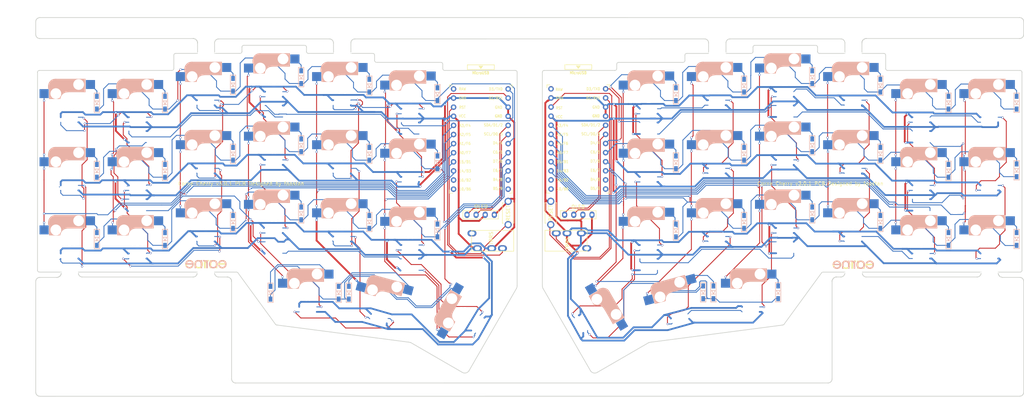
<source format=kicad_pcb>
(kicad_pcb (version 20211014) (generator pcbnew)
  (title_block (title "Corne Cherry") (date "2020-09-28") (rev "3.0.1") (company "foostan"))
  (layers (0 "F.Cu" signal) (31 "B.Cu" signal) (34 "B.Paste" user) (35 "F.Paste" user) (36 "B.SilkS" user "B.Silkscreen") (37 "F.SilkS" user "F.Silkscreen") (38 "B.Mask" user) (39 "F.Mask" user) (44 "Edge.Cuts" user))
  (net 0 "")
  (net 1 "row0")
  (net 2 "Net-(D1-Pad2)")
  (net 3 "row1")
  (net 4 "Net-(D2-Pad2)")
  (net 5 "row2")
  (net 6 "Net-(D3-Pad2)")
  (net 7 "row3")
  (net 8 "Net-(D4-Pad2)")
  (net 9 "Net-(D5-Pad2)")
  (net 10 "Net-(D6-Pad2)")
  (net 11 "Net-(D7-Pad2)")
  (net 12 "Net-(D8-Pad2)")
  (net 13 "Net-(D9-Pad2)")
  (net 14 "Net-(D10-Pad2)")
  (net 15 "Net-(D11-Pad2)")
  (net 16 "Net-(D12-Pad2)")
  (net 17 "Net-(D13-Pad2)")
  (net 18 "Net-(D14-Pad2)")
  (net 19 "Net-(D15-Pad2)")
  (net 20 "Net-(D16-Pad2)")
  (net 21 "Net-(D17-Pad2)")
  (net 22 "Net-(D18-Pad2)")
  (net 23 "Net-(D19-Pad2)")
  (net 24 "Net-(D20-Pad2)")
  (net 25 "Net-(D21-Pad2)")
  (net 26 "GND")
  (net 27 "VCC")
  (net 28 "col0")
  (net 29 "col1")
  (net 30 "col2")
  (net 31 "col3")
  (net 32 "col4")
  (net 33 "col5")
  (net 34 "LED")
  (net 35 "data")
  (net 36 "reset")
  (net 37 "SCL")
  (net 38 "SDA")
  (net 39 "Net-(U1-Pad14)")
  (net 40 "Net-(U1-Pad13)")
  (net 41 "Net-(U1-Pad12)")
  (net 42 "Net-(U1-Pad11)")
  (net 43 "Net-(U1-Pad24)")
  (net 44 "Net-(D22-Pad2)")
  (net 45 "row0_r")
  (net 46 "Net-(D23-Pad2)")
  (net 47 "Net-(D24-Pad2)")
  (net 48 "Net-(D25-Pad2)")
  (net 49 "Net-(D26-Pad2)")
  (net 50 "Net-(D27-Pad2)")
  (net 51 "row1_r")
  (net 52 "Net-(D28-Pad2)")
  (net 53 "Net-(D29-Pad2)")
  (net 54 "Net-(D30-Pad2)")
  (net 55 "Net-(D31-Pad2)")
  (net 56 "Net-(D32-Pad2)")
  (net 57 "Net-(D33-Pad2)")
  (net 58 "row2_r")
  (net 59 "Net-(D34-Pad2)")
  (net 60 "Net-(D35-Pad2)")
  (net 61 "Net-(D36-Pad2)")
  (net 62 "Net-(D37-Pad2)")
  (net 63 "Net-(D38-Pad2)")
  (net 64 "Net-(D39-Pad2)")
  (net 65 "Net-(D40-Pad2)")
  (net 66 "row3_r")
  (net 67 "Net-(D41-Pad2)")
  (net 68 "Net-(D42-Pad2)")
  (net 69 "data_r")
  (net 70 "SDA_r")
  (net 71 "SCL_r")
  (net 72 "LED_r")
  (net 73 "reset_r")
  (net 74 "col0_r")
  (net 75 "col1_r")
  (net 76 "col2_r")
  (net 77 "col3_r")
  (net 78 "col4_r")
  (net 79 "col5_r")
  (net 80 "VDD")
  (net 81 "GNDA")
  (net 82 "Net-(LED1-Pad2)")
  (net 83 "Net-(LED1-Pad4)")
  (net 84 "Net-(LED2-Pad4)")
  (net 85 "Net-(LED10-Pad2)")
  (net 86 "Net-(LED11-Pad4)")
  (net 87 "Net-(LED13-Pad4)")
  (net 88 "Net-(LED14-Pad2)")
  (net 89 "Net-(LED15-Pad4)")
  (net 90 "Net-(LED10-Pad4)")
  (net 91 "Net-(LED11-Pad2)")
  (net 92 "Net-(LED12-Pad4)")
  (net 93 "Net-(LED13-Pad2)")
  (net 94 "Net-(LED14-Pad4)")
  (net 95 "Net-(LED16-Pad4)")
  (net 96 "Net-(LED17-Pad2)")
  (net 97 "Net-(LED18-Pad4)")
  (net 98 "Net-(LED22-Pad4)")
  (net 99 "Net-(LED24-Pad4)")
  (net 100 "Net-(LED25-Pad4)")
  (net 101 "Net-(LED27-Pad4)")
  (net 102 "Net-(LED28-Pad2)")
  (net 103 "Net-(LED29-Pad4)")
  (net 104 "Net-(LED32-Pad2)")
  (net 105 "Net-(LED34-Pad2)")
  (net 106 "Net-(LED35-Pad4)")
  (net 107 "Net-(LED37-Pad4)")
  (net 108 "Net-(LED38-Pad2)")
  (net 109 "Net-(LED39-Pad4)")
  (net 110 "Net-(LED4-Pad2)")
  (net 111 "Net-(LED5-Pad2)")
  (net 112 "Net-(LED7-Pad4)")
  (net 113 "Net-(LED15-Pad2)")
  (net 114 "Net-(LED20-Pad4)")
  (net 115 "Net-(LED23-Pad2)")
  (net 116 "Net-(LED28-Pad4)")
  (net 117 "Net-(LED31-Pad2)")
  (net 118 "Net-(LED33-Pad2)")
  (net 119 "Net-(LED40-Pad2)")
  (net 120 "Net-(LED41-Pad4)")
  (net 121 "Net-(LED42-Pad2)")
  (net 122 "Net-(LED43-Pad4)")
  (net 123 "Net-(LED44-Pad2)")
  (net 124 "Net-(LED45-Pad4)")
  (net 125 "Net-(LED47-Pad4)")
  (net 126 "Net-(LED49-Pad4)")
  (net 127 "Net-(LED50-Pad2)")
  (net 128 "Net-(LED51-Pad4)")
  (net 129 "Net-(LED52-Pad4)")
  (net 130 "Net-(LED34-Pad4)")
  (net 131 "Net-(LED36-Pad4)")
  (net 132 "Net-(LED36-Pad2)")
  (net 133 "Net-(LED38-Pad4)")
  (net 134 "Net-(U2-Pad11)")
  (net 135 "Net-(U2-Pad12)")
  (net 136 "Net-(U2-Pad13)")
  (net 137 "Net-(U2-Pad14)")
  (net 138 "Net-(U2-Pad24)")
  (net 139 "Net-(J1-PadA)")
  (net 140 "Net-(J3-PadA)")
  (footprint "kbd:MJ-4PP-9_1side" (layer "F.Cu") (at 144.1345 74.292 -90)
    (fp_text reference "J1")
    (fp_text value "MJ-4PP-9" hide)
  )
  (footprint "kbd:OLED_1side" (layer "F.Cu") (at 130.9485 67.028)
    (fp_text reference "J2")
    (fp_text value "OLED" hide)
  )
  (footprint "kbd:ResetSW_1side" (layer "F.Cu") (at 142.4245 66.531 -90)
    (fp_text reference "RSW1" hide)
    (fp_text value "SW_PUSH")
  )
  (footprint "kbd:CherryMX_Hotswap" (layer "F.Cu") (at 39.1075 35.78)
    (fp_text reference "SW2" hide)
    (fp_text value "SW_PUSH" hide)
  )
  (footprint "kbd:CherryMX_Hotswap" (layer "F.Cu") (at 58.1075 31.03)
    (fp_text reference "SW3" hide)
    (fp_text value "SW_PUSH" hide)
  )
  (footprint "kbd:CherryMX_Hotswap" (layer "F.Cu") (at 77.1075 28.655)
    (fp_text reference "SW4" hide)
    (fp_text value "SW_PUSH" hide)
  )
  (footprint "kbd:CherryMX_Hotswap" (layer "F.Cu") (at 96.1075 31.03)
    (fp_text reference "SW5" hide)
    (fp_text value "SW_PUSH" hide)
  )
  (footprint "kbd:CherryMX_Hotswap" (layer "F.Cu") (at 20.1075 54.78)
    (fp_text reference "SW7" hide)
    (fp_text value "SW_PUSH" hide)
  )
  (footprint "kbd:CherryMX_Hotswap" (layer "F.Cu") (at 39.1075 54.78)
    (fp_text reference "SW8" hide)
    (fp_text value "SW_PUSH" hide)
  )
  (footprint "kbd:CherryMX_Hotswap" (layer "F.Cu") (at 58.1075 50.03)
    (fp_text reference "SW9" hide)
    (fp_text value "SW_PUSH" hide)
  )
  (footprint "kbd:CherryMX_Hotswap" (layer "F.Cu") (at 77.1075 47.655)
    (fp_text reference "SW10" hide)
    (fp_text value "SW_PUSH" hide)
  )
  (footprint "kbd:CherryMX_Hotswap" (layer "F.Cu") (at 96.1075 50.03)
    (fp_text reference "SW11" hide)
    (fp_text value "SW_PUSH" hide)
  )
  (footprint "kbd:CherryMX_Hotswap" (layer "F.Cu") (at 115.1075 52.405)
    (fp_text reference "SW12" hide)
    (fp_text value "SW_PUSH" hide)
  )
  (footprint "kbd:CherryMX_Hotswap" (layer "F.Cu") (at 20.1075 73.78)
    (fp_text reference "SW13" hide)
    (fp_text value "SW_PUSH" hide)
  )
  (footprint "kbd:CherryMX_Hotswap" (layer "F.Cu") (at 39.1075 73.78)
    (fp_text reference "SW14" hide)
    (fp_text value "SW_PUSH" hide)
  )
  (footprint "kbd:CherryMX_Hotswap" (layer "F.Cu") (at 58.1075 69.03)
    (fp_text reference "SW15" hide)
    (fp_text value "SW_PUSH" hide)
  )
  (footprint "kbd:CherryMX_Hotswap" (layer "F.Cu") (at 77.1075 66.655)
    (fp_text reference "SW16" hide)
    (fp_text value "SW_PUSH" hide)
  )
  (footprint "kbd:CherryMX_Hotswap" (layer "F.Cu") (at 96.1075 69.03)
    (fp_text reference "SW17" hide)
    (fp_text value "SW_PUSH" hide)
  )
  (footprint "kbd:CherryMX_Hotswap" (layer "F.Cu") (at 115.1075 71.405)
    (fp_text reference "SW18" hide)
    (fp_text value "SW_PUSH" hide)
  )
  (footprint "kbd:CherryMX_Hotswap" (layer "F.Cu") (at 86.6075 88.655)
    (fp_text reference "SW19" hide)
    (fp_text value "SW_PUSH" hide)
  )
  (footprint "kbd:CherryMX_Hotswap" (layer "F.Cu") (at 107.6075 91.405 -15)
    (fp_text reference "SW20" hide)
    (fp_text value "SW_PUSH" hide)
  )
  (footprint "kbd:CherryMX_Hotswap_1.5u" (layer "F.Cu") (at 129.8575 95.155 60)
    (fp_text reference "SW21" hide)
    (fp_text value "SW_PUSH" hide)
  )
  (footprint "kbd:CherryMX_Hotswap_1.5u" (layer "F.Cu") (at 166.8645 95.15 -60)
    (fp_text reference "SW42" hide)
    (fp_text value "SW_PUSH" hide)
  )
  (footprint "kbd:MJ-4PP-9_1side" (layer "F.Cu") (at 152.5375 74.27 90)
    (fp_text reference "J3")
    (fp_text value "MJ-4PP-9" hide)
  )
  (footprint "kbd:OLED_1side" (layer "F.Cu") (at 158.1775 67.02)
    (fp_text reference "J4")
    (fp_text value "OLED" hide)
  )
  (footprint "kbd:ResetSW_1side" (layer "F.Cu") (at 154.3045 66.522 -90)
    (fp_text reference "RSW2" hide)
    (fp_text value "SW_PUSH")
  )
  (footprint "kbd:CherryMX_Hotswap" (layer "F.Cu") (at 219.6145 66.65)
    (fp_text reference "SW37" hide)
    (fp_text value "SW_PUSH" hide)
  )
  (footprint "kbd:CherryMX_Hotswap" (layer "F.Cu") (at 200.6145 69.025)
    (fp_text reference "SW38" hide)
    (fp_text value "SW_PUSH" hide)
  )
  (footprint "kbd:CherryMX_Hotswap" (layer "F.Cu") (at 181.6145 71.4)
    (fp_text reference "SW39" hide)
    (fp_text value "SW_PUSH" hide)
  )
  (footprint "kbd:CherryMX_Hotswap" (layer "F.Cu") (at 210.1145 88.65)
    (fp_text reference "SW40" hide)
    (fp_text value "SW_PUSH" hide)
  )
  (footprint "kbd:CherryMX_Hotswap" (layer "F.Cu") (at 189.1145 91.4 15)
    (fp_text reference "SW41" hide)
    (fp_text value "SW_PUSH" hide)
  )
  (footprint "kbd:CherryMX_Hotswap" (layer "F.Cu") (at 219.6145 28.65)
    (fp_text reference "SW25" hide)
    (fp_text value "SW_PUSH" hide)
  )
  (footprint "kbd:CherryMX_Hotswap" (layer "F.Cu") (at 200.6145 31.025)
    (fp_text reference "SW26" hide)
    (fp_text value "SW_PUSH" hide)
  )
  (footprint "kbd:CherryMX_Hotswap" (layer "F.Cu") (at 276.6145 54.775)
    (fp_text reference "SW28" hide)
    (fp_text value "SW_PUSH" hide)
  )
  (footprint "kbd:CherryMX_Hotswap" (layer "F.Cu") (at 238.6145 31.025)
    (fp_text reference "SW24" hide)
    (fp_text value "SW_PUSH" hide)
  )
  (footprint "kbd:CherryMX_Hotswap" (layer "F.Cu") (at 257.6145 54.775)
    (fp_text reference "SW29" hide)
    (fp_text value "SW_PUSH" hide)
  )
  (footprint "kbd:CherryMX_Hotswap" (layer "F.Cu") (at 257.6145 73.775)
    (fp_text reference "SW35" hide)
    (fp_text value "SW_PUSH" hide)
  )
  (footprint "kbd:CherryMX_Hotswap" (layer "F.Cu") (at 238.6145 69.025)
    (fp_text reference "SW36" hide)
    (fp_text value "SW_PUSH" hide)
  )
  (footprint "kbd:CherryMX_Hotswap" (layer "F.Cu") (at 276.6145 35.775)
    (fp_text reference "SW22" hide)
    (fp_text value "SW_PUSH" hide)
  )
  (footprint "kbd:CherryMX_Hotswap" (layer "F.Cu") (at 257.6145 35.775)
    (fp_text reference "SW23" hide)
    (fp_text value "SW_PUSH" hide)
  )
  (footprint "kbd:CherryMX_Hotswap" (layer "F.Cu") (at 238.6145 50.025)
    (fp_text reference "SW30" hide)
    (fp_text value "SW_PUSH" hide)
  )
  (footprint "kbd:CherryMX_Hotswap" (layer "F.Cu") (at 219.6145 47.65)
    (fp_text reference "SW31" hide)
    (fp_text value "SW_PUSH" hide)
  )
  (footprint "kbd:CherryMX_Hotswap" (layer "F.Cu") (at 200.6145 50.025)
    (fp_text reference "SW32" hide)
    (fp_text value "SW_PUSH" hide)
  )
  (footprint "kbd:CherryMX_Hotswap" (layer "F.Cu") (at 181.6145 52.4)
    (fp_text reference "SW33" hide)
    (fp_text value "SW_PUSH" hide)
  )
  (footprint "kbd:CherryMX_Hotswap" (layer "F.Cu") (at 276.6145 73.775)
    (fp_text reference "SW34" hide)
    (fp_text value "SW_PUSH" hide)
  )
  (footprint "kbd:CherryMX_Hotswap" (layer "F.Cu") (at 20.1075 35.78)
    (fp_text reference "SW1" hide)
    (fp_text value "SW_PUSH" hide)
  )
  (footprint "kbd:M2_HOLE_v2" (layer "F.Cu") (at 105.5755 41.7655)
    (fp_text reference "Ref**" hide)
    (fp_text value "Val**" hide)
  )
  (footprint "kbd:M2_HOLE_v2" (layer "F.Cu") (at 72.7645 81.5205)
    (fp_text reference "Ref**" hide)
    (fp_text value "Val**" hide)
  )
  (footprint "kbd:M2_HOLE_v2" (layer "F.Cu") (at 119.3305 89.135)
    (fp_text reference "Ref**" hide)
    (fp_text value "Val**" hide)
  )
  (footprint "kbd:M2_HOLE_v2" (layer "F.Cu") (at 127.8695 74.254)
    (fp_text reference "Ref**" hide)
    (fp_text value "Val**" hide)
  )
  (footprint "kbd:M2_HOLE_v2" (layer "F.Cu") (at 142.3015 82.775)
    (fp_text reference "Ref**" hide)
    (fp_text value "Val**" hide)
  )
  (footprint "kbd:M2_HOLE_v2" (layer "F.Cu") (at 177.3895 89.145 180)
    (fp_text reference "Ref**" hide)
    (fp_text value "Val**" hide)
  )
  (footprint "kbd:M2_HOLE_v2" (layer "F.Cu") (at 223.9555 81.5305 180)
    (fp_text reference "Ref**" hide)
    (fp_text value "Val**" hide)
  )
  (footprint "kbd:M2_HOLE_v2" (layer "F.Cu") (at 267.0995 45.2655 180)
    (fp_text reference "Ref**" hide)
    (fp_text value "Val**" hide)
  )
  (footprint "kbd:M2_HOLE_v2" (layer "F.Cu") (at 191.1445 41.7755 180)
    (fp_text reference "Ref**" hide)
    (fp_text value "Val**" hide)
  )
  (footprint "kbd:CherryMX_Hotswap" (layer "F.Cu") (at 115.1075 33.405)
    (fp_text reference "SW6" hide)
    (fp_text value "SW_PUSH" hide)
  )
  (footprint "kbd:CherryMX_Hotswap" (layer "F.Cu") (at 181.6075 33.405)
    (fp_text reference "SW27" hide)
    (fp_text value "SW_PUSH" hide)
  )
  (footprint "kbd:M2_HOLE_v2" (layer "F.Cu") (at 27.5195 54.1395)
    (fp_text reference "Ref**" hide)
    (fp_text value "Val**" hide)
  )
  (footprint "kbd:ProMicro_v3" (layer "F.Cu") (at 134.8125 46.42)
    (fp_text reference "U1" hide)
    (fp_text value "ProMicro" hide)
  )
  (footprint "kbd:ProMicro_v3" (layer "F.Cu") (at 161.9875 46.39)
    (fp_text reference "U2" hide)
    (fp_text value "ProMicro" hide)
  )
  (footprint "kbd:M2_HOLE_v2" (layer "F.Cu") (at 29.6075 45.28)
    (fp_text reference "Ref**" hide)
    (fp_text value "Val**" hide)
  )
  (footprint "kbd:Breakaway_Tabs" (layer "F.Cu") (at 58.23675 21.869)
    (fp_text reference "REF**")
    (fp_text value "Breakaway_Tabs")
  )
  (footprint "kbd:Breakaway_Tabs" (layer "F.Cu") (at 96.2075 21.873)
    (fp_text reference "REF**")
    (fp_text value "Breakaway_Tabs")
  )
  (footprint "kbd:Breakaway_Tabs" (layer "F.Cu") (at 20.1625 83.176)
    (fp_text reference "REF**")
    (fp_text value "Breakaway_Tabs")
  )
  (footprint "kbd:Breakaway_Tabs" (layer "F.Cu") (at 58.1235 83.178)
    (fp_text reference "REF**")
    (fp_text value "Breakaway_Tabs")
  )
  (footprint "kbd:corne-logo-horizontal" (layer "F.Cu") (at 58.2675 80.89)
    (fp_text reference "G***" hide)
    (fp_text value "LOGO" hide)
  )
  (footprint "kbd:corne-logo-horizontal" (layer "F.Cu") (at 238.7775 81.04)
    (fp_text reference "G***" hide)
    (fp_text value "LOGO" hide)
  )
  (footprint "kbd:D3_SMD_v2" (layer "B.Cu") (at 27.7345 35.776875 90)
    (fp_text reference "D1" hide)
    (fp_text value "D" hide)
  )
  (footprint "kbd:D3_SMD_v2" (layer "B.Cu") (at 46.7345 35.78 90)
    (fp_text reference "D2" hide)
    (fp_text value "D" hide)
  )
  (footprint "kbd:D3_SMD_v2" (layer "B.Cu") (at 65.7075 30.78 90)
    (fp_text reference "D3" hide)
    (fp_text value "D" hide)
  )
  (footprint "kbd:D3_SMD_v2" (layer "B.Cu") (at 84.7075 28.655 90)
    (fp_text reference "D4" hide)
    (fp_text value "D" hide)
  )
  (footprint "kbd:D3_SMD_v2" (layer "B.Cu") (at 103.7075 31.03 90)
    (fp_text reference "D5" hide)
    (fp_text value "D" hide)
  )
  (footprint "kbd:D3_SMD_v2" (layer "B.Cu") (at 122.7075 33.405 90)
    (fp_text reference "D6" hide)
    (fp_text value "D" hide)
  )
  (footprint "kbd:D3_SMD_v2" (layer "B.Cu") (at 27.7345 54.776875 90)
    (fp_text reference "D7" hide)
    (fp_text value "D" hide)
  )
  (footprint "kbd:D3_SMD_v2" (layer "B.Cu") (at 46.7345 54.78 90)
    (fp_text reference "D8" hide)
    (fp_text value "D" hide)
  )
  (footprint "kbd:D3_SMD_v2" (layer "B.Cu") (at 65.7075 50.03 90)
    (fp_text reference "D9" hide)
    (fp_text value "D" hide)
  )
  (footprint "kbd:D3_SMD_v2" (layer "B.Cu") (at 84.7075 47.655 90)
    (fp_text reference "D10" hide)
    (fp_text value "D" hide)
  )
  (footprint "kbd:D3_SMD_v2" (layer "B.Cu") (at 103.7075 50.03 90)
    (fp_text reference "D11" hide)
    (fp_text value "D" hide)
  )
  (footprint "kbd:D3_SMD_v2" (layer "B.Cu") (at 122.7075 52.405 90)
    (fp_text reference "D12" hide)
    (fp_text value "D" hide)
  )
  (footprint "kbd:D3_SMD_v2" (layer "B.Cu") (at 27.7345 73.776875 90)
    (fp_text reference "D13" hide)
    (fp_text value "D" hide)
  )
  (footprint "kbd:D3_SMD_v2" (layer "B.Cu") (at 46.7345 73.78 90)
    (fp_text reference "D14" hide)
    (fp_text value "D" hide)
  )
  (footprint "kbd:D3_SMD_v2" (layer "B.Cu") (at 65.7075 69.03 90)
    (fp_text reference "D15" hide)
    (fp_text value "D" hide)
  )
  (footprint "kbd:D3_SMD_v2" (layer "B.Cu") (at 84.7075 66.655 90)
    (fp_text reference "D16" hide)
    (fp_text value "D" hide)
  )
  (footprint "kbd:D3_SMD_v2" (layer "B.Cu") (at 103.7075 69.03 90)
    (fp_text reference "D17" hide)
    (fp_text value "D" hide)
  )
  (footprint "kbd:D3_SMD_v2" (layer "B.Cu") (at 122.7075 71.405 90)
    (fp_text reference "D18" hide)
    (fp_text value "D" hide)
  )
  (footprint "kbd:D3_SMD_v2" (layer "B.Cu") (at 76.1575 88.77 90)
    (fp_text reference "D19" hide)
    (fp_text value "D" hide)
  )
  (footprint "kbd:D3_SMD_v2" (layer "B.Cu") (at 95.1645 88.765 90)
    (fp_text reference "D20" hide)
    (fp_text value "D" hide)
  )
  (footprint "kbd:D3_SMD_v2" (layer "B.Cu") (at 98.0075 88.765 90)
    (fp_text reference "D21" hide)
    (fp_text value "D" hide)
  )
  (footprint "kbd:D3_SMD_v2" (layer "B.Cu") (at 265.2145 35.775 90)
    (fp_text reference "D23" hide)
    (fp_text value "D" hide)
  )
  (footprint "kbd:D3_SMD_v2" (layer "B.Cu") (at 246.2145 31.025 90)
    (fp_text reference "D24" hide)
    (fp_text value "D" hide)
  )
  (footprint "kbd:D3_SMD_v2" (layer "B.Cu") (at 227.2145 28.65 90)
    (fp_text reference "D25" hide)
    (fp_text value "D" hide)
  )
  (footprint "kbd:D3_SMD_v2" (layer "B.Cu") (at 189.2075 33.405 90)
    (fp_text reference "D27" hide)
    (fp_text value "D" hide)
  )
  (footprint "kbd:D3_SMD_v2" (layer "B.Cu") (at 284.2145 54.625 90)
    (fp_text reference "D28" hide)
    (fp_text value "D" hide)
  )
  (footprint "kbd:D3_SMD_v2" (layer "B.Cu") (at 265.2145 54.775 90)
    (fp_text reference "D29" hide)
    (fp_text value "D" hide)
  )
  (footprint "kbd:D3_SMD_v2" (layer "B.Cu") (at 246.2145 50.025 90)
    (fp_text reference "D30" hide)
    (fp_text value "D" hide)
  )
  (footprint "kbd:D3_SMD_v2" (layer "B.Cu") (at 227.2145 47.65 90)
    (fp_text reference "D31" hide)
    (fp_text value "D" hide)
  )
  (footprint "kbd:D3_SMD_v2" (layer "B.Cu") (at 208.2145 50.025 90)
    (fp_text reference "D32" hide)
    (fp_text value "D" hide)
  )
  (footprint "kbd:D3_SMD_v2" (layer "B.Cu") (at 189.2075 52.405 90)
    (fp_text reference "D33" hide)
    (fp_text value "D" hide)
  )
  (footprint "kbd:D3_SMD_v2" (layer "B.Cu") (at 284.2145 73.775 90)
    (fp_text reference "D34" hide)
    (fp_text value "D" hide)
  )
  (footprint "kbd:D3_SMD_v2" (layer "B.Cu") (at 265.2145 73.775 90)
    (fp_text reference "D35" hide)
    (fp_text value "D" hide)
  )
  (footprint "kbd:D3_SMD_v2" (layer "B.Cu") (at 246.2145 69.025 90)
    (fp_text reference "D36" hide)
    (fp_text value "D" hide)
  )
  (footprint "kbd:D3_SMD_v2" (layer "B.Cu") (at 227.2145 66.65 90)
    (fp_text reference "D37" hide)
    (fp_text value "D" hide)
  )
  (footprint "kbd:D3_SMD_v2" (layer "B.Cu") (at 208.2145 69.025 90)
    (fp_text reference "D38" hide)
    (fp_text value "D" hide)
  )
  (footprint "kbd:D3_SMD_v2" (layer "B.Cu") (at 189.2075 71.405 90)
    (fp_text reference "D39" hide)
    (fp_text value "D" hide)
  )
  (footprint "kbd:D3_SMD_v2" (layer "B.Cu") (at 217.7145 88.635 90)
    (fp_text reference "D40" hide)
    (fp_text value "D" hide)
  )
  (footprint "kbd:D3_SMD_v2" (layer "B.Cu") (at 199.6645 88.65 90)
    (fp_text reference "D41" hide)
    (fp_text value "D" hide)
  )
  (footprint "kbd:D3_SMD_v2" (layer "B.Cu") (at 196.8145 88.65 90)
    (fp_text reference "D42" hide)
    (fp_text value "D" hide)
  )
  (footprint "kbd:D3_SMD_v2" (layer "B.Cu") (at 284.2145 35.775 90)
    (fp_text reference "D22" hide)
    (fp_text value "D" hide)
  )
  (footprint "kbd:D3_SMD_v2" (layer "B.Cu") (at 208.2145 31.025 90)
    (fp_text reference "D26" hide)
    (fp_text value "D" hide)
  )
  (footprint "kbd:M2_HOLE_v2" (layer "B.Cu") (at 154.4185 82.785 180)
    (fp_text reference "Ref**" hide)
    (fp_text value "Val**" hide)
  )
  (footprint "kbd:M2_HOLE_v2" (layer "B.Cu") (at 269.1875 54.125 180)
    (fp_text reference "Ref**" hide)
    (fp_text value "Val**" hide)
  )
  (footprint "kbd:M2_HOLE_v2" (layer "B.Cu") (at 168.8505 74.264 180)
    (fp_text reference "Ref**" hide)
    (fp_text value "Val**" hide)
  )
  (footprint "kbd:Breakaway_Tabs" (layer "B.Cu") (at 276.6555 83.183 180)
    (fp_text reference "REF**")
    (fp_text value "Breakaway_Tabs")
  )
  (footprint "kbd:Breakaway_Tabs" (layer "B.Cu") (at 200.7375 21.885 180)
    (fp_text reference "REF**")
    (fp_text value "Breakaway_Tabs")
  )
  (footprint "kbd:Breakaway_Tabs" (layer "B.Cu") (at 238.6495 21.87 180)
    (fp_text reference "REF**")
    (fp_text value "Breakaway_Tabs")
  )
  (footprint "kbd:Breakaway_Tabs" (layer "B.Cu") (at 238.7415 83.193 180)
    (fp_text reference "REF**")
    (fp_text value "Breakaway_Tabs")
  )
  (footprint "kbd:corne-logo-horizontal" (layer "B.Cu") (at 58.0375 80.89 180)
    (fp_text reference "G***" hide)
    (fp_text value "LOGO" hide)
  )
  (footprint "kbd:corne-logo-horizontal" (layer "B.Cu") (at 238.5675 81.04 180)
    (fp_text reference "G***" hide)
    (fp_text value "LOGO" hide)
  )
  (gr_line (start 17.8075 83.020309) (end 17.8125 83.25) (layer "Edge.Cuts") (width 0.2))
  (gr_line (start 17.8125 83.25) (end 17.8123 83.252) (layer "Edge.Cuts") (width 0.2))
  (gr_line (start 17.8123 83.252) (end 17.8123 83.252) (layer "Edge.Cuts") (width 0.2))
  (gr_line (start 17.8123 83.252) (end 17.7896 83.483) (layer "Edge.Cuts") (width 0.2))
  (gr_line (start 17.7896 83.483) (end 17.7896 83.483) (layer "Edge.Cuts") (width 0.2))
  (gr_line (start 17.7896 83.483) (end 17.7896 83.483) (layer "Edge.Cuts") (width 0.2))
  (gr_line (start 17.7896 83.483) (end 17.7896 83.484) (layer "Edge.Cuts") (width 0.2))
  (gr_line (start 17.7896 83.484) (end 17.7886 83.488) (layer "Edge.Cuts") (width 0.2))
  (gr_line (start 17.7886 83.488) (end 17.7877 83.493) (layer "Edge.Cuts") (width 0.2))
  (gr_line (start 17.7877 83.493) (end 17.7208 83.714) (layer "Edge.Cuts") (width 0.2))
  (gr_line (start 17.7208 83.714) (end 17.7206 83.715) (layer "Edge.Cuts") (width 0.2))
  (gr_line (start 17.7206 83.715) (end 17.7188 83.719) (layer "Edge.Cuts") (width 0.2))
  (gr_line (start 17.7188 83.719) (end 17.717 83.724) (layer "Edge.Cuts") (width 0.2))
  (gr_line (start 17.717 83.724) (end 17.6082 83.928) (layer "Edge.Cuts") (width 0.2))
  (gr_line (start 17.6082 83.928) (end 17.6079 83.929) (layer "Edge.Cuts") (width 0.2))
  (gr_line (start 17.6079 83.929) (end 17.6054 83.932) (layer "Edge.Cuts") (width 0.2))
  (gr_line (start 17.6054 83.932) (end 17.6028 83.936) (layer "Edge.Cuts") (width 0.2))
  (gr_line (start 17.6028 83.936) (end 17.4564 84.116) (layer "Edge.Cuts") (width 0.2))
  (gr_line (start 17.4564 84.116) (end 17.4564 84.116) (layer "Edge.Cuts") (width 0.2))
  (gr_line (start 17.4564 84.116) (end 17.4564 84.116) (layer "Edge.Cuts") (width 0.2))
  (gr_line (start 17.4564 84.116) (end 17.4559 84.116) (layer "Edge.Cuts") (width 0.2))
  (gr_line (start 17.4559 84.116) (end 17.4527 84.12) (layer "Edge.Cuts") (width 0.2))
  (gr_line (start 17.4527 84.12) (end 17.4495 84.123) (layer "Edge.Cuts") (width 0.2))
  (gr_line (start 17.4495 84.123) (end 17.2709 84.271) (layer "Edge.Cuts") (width 0.2))
  (gr_line (start 17.2709 84.271) (end 17.2704 84.271) (layer "Edge.Cuts") (width 0.2))
  (gr_line (start 17.2704 84.271) (end 17.2666 84.273) (layer "Edge.Cuts") (width 0.2))
  (gr_line (start 17.2666 84.273) (end 17.2628 84.276) (layer "Edge.Cuts") (width 0.2))
  (gr_line (start 17.2628 84.276) (end 17.059 84.386) (layer "Edge.Cuts") (width 0.2))
  (gr_line (start 17.059 84.386) (end 17.059 84.386) (layer "Edge.Cuts") (width 0.2))
  (gr_line (start 17.059 84.386) (end 17.059 84.386) (layer "Edge.Cuts") (width 0.2))
  (gr_line (start 17.059 84.386) (end 17.0583 84.387) (layer "Edge.Cuts") (width 0.2))
  (gr_line (start 17.0583 84.387) (end 17.0542 84.388) (layer "Edge.Cuts") (width 0.2))
  (gr_line (start 17.0542 84.388) (end 17.05 84.39) (layer "Edge.Cuts") (width 0.2))
  (gr_line (start 17.05 84.39) (end 16.8286 84.459) (layer "Edge.Cuts") (width 0.2))
  (gr_line (start 16.8286 84.459) (end 16.8279 84.459) (layer "Edge.Cuts") (width 0.2))
  (gr_line (start 16.8279 84.459) (end 16.8235 84.46) (layer "Edge.Cuts") (width 0.2))
  (gr_line (start 16.8235 84.46) (end 16.819 84.46) (layer "Edge.Cuts") (width 0.2))
  (gr_line (start 16.819 84.46) (end 16.5885 84.485) (layer "Edge.Cuts") (width 0.2))
  (gr_line (start 16.5885 84.485) (end 16.5878 84.485) (layer "Edge.Cuts") (width 0.2))
  (gr_line (start 16.5878 84.485) (end 16.5856 84.485) (layer "Edge.Cuts") (width 0.2))
  (gr_line (start 16.5856 84.485) (end 16.5835 84.485) (layer "Edge.Cuts") (width 0.2))
  (gr_line (start 16.5835 84.485) (end 16.5775 84.485) (layer "Edge.Cuts") (width 0.2))
  (gr_line (start 16.5775 84.485) (end 16.5774 84.485) (layer "Edge.Cuts") (width 0.2))
  (gr_line (start 16.5774 84.485) (end 11.8252 84.485) (layer "Edge.Cuts") (width 0.2))
  (gr_line (start 11.8252 84.485) (end 11.8194 84.485) (layer "Edge.Cuts") (width 0.2))
  (gr_line (start 11.8194 84.485) (end 11.5963 84.508) (layer "Edge.Cuts") (width 0.2))
  (gr_line (start 11.5963 84.508) (end 11.3843 84.574) (layer "Edge.Cuts") (width 0.2))
  (gr_line (start 11.3843 84.574) (end 11.1891 84.68) (layer "Edge.Cuts") (width 0.2))
  (gr_line (start 11.1891 84.68) (end 11.018 84.821) (layer "Edge.Cuts") (width 0.2))
  (gr_line (start 11.018 84.821) (end 10.8778 84.993) (layer "Edge.Cuts") (width 0.2))
  (gr_line (start 10.8778 84.993) (end 10.7736 85.189) (layer "Edge.Cuts") (width 0.2))
  (gr_line (start 10.7736 85.189) (end 10.7094 85.402) (layer "Edge.Cuts") (width 0.2))
  (gr_line (start 10.7094 85.402) (end 10.6875 85.625) (layer "Edge.Cuts") (width 0.2))
  (gr_line (start 10.6875 116.497) (end 10.6875 116.503) (layer "Edge.Cuts") (width 0.2))
  (gr_line (start 10.6875 116.503) (end 10.711 116.726) (layer "Edge.Cuts") (width 0.2))
  (gr_line (start 10.711 116.726) (end 10.7766 116.938) (layer "Edge.Cuts") (width 0.2))
  (gr_line (start 10.7766 116.938) (end 10.8822 117.133) (layer "Edge.Cuts") (width 0.2))
  (gr_line (start 10.8822 117.133) (end 11.0236 117.304) (layer "Edge.Cuts") (width 0.2))
  (gr_line (start 11.0236 117.304) (end 11.1957 117.445) (layer "Edge.Cuts") (width 0.2))
  (gr_line (start 11.1957 117.445) (end 11.3916 117.549) (layer "Edge.Cuts") (width 0.2))
  (gr_line (start 11.3916 117.549) (end 11.6041 117.613) (layer "Edge.Cuts") (width 0.2))
  (gr_line (start 11.6041 117.613) (end 11.8274 117.635) (layer "Edge.Cuts") (width 0.2))
  (gr_line (start 11.8274 117.635) (end 285.0575 117.626) (layer "Edge.Cuts") (width 0.2))
  (gr_line (start 285.0555 12.0385) (end 11.8252 12.0475) (layer "Edge.Cuts") (width 0.2))
  (gr_line (start 11.8252 12.0475) (end 11.8194 12.0475) (layer "Edge.Cuts") (width 0.2))
  (gr_line (start 11.8194 12.0475) (end 11.5963 12.071) (layer "Edge.Cuts") (width 0.2))
  (gr_line (start 11.5963 12.071) (end 11.3843 12.1366) (layer "Edge.Cuts") (width 0.2))
  (gr_line (start 11.3843 12.1366) (end 11.1891 12.2422) (layer "Edge.Cuts") (width 0.2))
  (gr_line (start 11.1891 12.2422) (end 11.018 12.3837) (layer "Edge.Cuts") (width 0.2))
  (gr_line (start 11.018 12.3837) (end 10.8778 12.5557) (layer "Edge.Cuts") (width 0.2))
  (gr_line (start 10.8778 12.5557) (end 10.7736 12.7516) (layer "Edge.Cuts") (width 0.2))
  (gr_line (start 10.7736 12.7516) (end 10.7094 12.9641) (layer "Edge.Cuts") (width 0.2))
  (gr_line (start 10.7094 12.9641) (end 10.6875 13.1875) (layer "Edge.Cuts") (width 0.2))
  (gr_line (start 10.6875 13.1875) (end 10.6875 16.7473) (layer "Edge.Cuts") (width 0.2))
  (gr_line (start 10.6875 16.7473) (end 10.6875 16.7531) (layer "Edge.Cuts") (width 0.2))
  (gr_line (start 10.6875 16.7531) (end 10.711 16.9762) (layer "Edge.Cuts") (width 0.2))
  (gr_line (start 10.711 16.9762) (end 10.7766 17.1882) (layer "Edge.Cuts") (width 0.2))
  (gr_line (start 10.7766 17.1882) (end 10.8822 17.3835) (layer "Edge.Cuts") (width 0.2))
  (gr_line (start 10.8822 17.3835) (end 11.0236 17.5545) (layer "Edge.Cuts") (width 0.2))
  (gr_line (start 11.0236 17.5545) (end 11.1957 17.6948) (layer "Edge.Cuts") (width 0.2))
  (gr_line (start 11.1957 17.6948) (end 11.3916 17.799) (layer "Edge.Cuts") (width 0.2))
  (gr_line (start 11.3916 17.799) (end 11.6041 17.8631) (layer "Edge.Cuts") (width 0.2))
  (gr_line (start 11.6041 17.8631) (end 11.8274 17.885) (layer "Edge.Cuts") (width 0.2))
  (gr_line (start 11.8274 17.885) (end 54.5774 17.885) (layer "Edge.Cuts") (width 0.2))
  (gr_line (start 54.5774 17.885) (end 54.5799 17.8853) (layer "Edge.Cuts") (width 0.2))
  (gr_line (start 54.5799 17.8853) (end 54.5799 17.8853) (layer "Edge.Cuts") (width 0.2))
  (gr_line (start 54.5799 17.8853) (end 54.8105 17.9079) (layer "Edge.Cuts") (width 0.2))
  (gr_line (start 54.8105 17.9079) (end 54.8105 17.9079) (layer "Edge.Cuts") (width 0.2))
  (gr_line (start 54.8105 17.9079) (end 54.8105 17.9079) (layer "Edge.Cuts") (width 0.2))
  (gr_line (start 54.8105 17.9079) (end 54.8112 17.9079) (layer "Edge.Cuts") (width 0.2))
  (gr_line (start 54.8112 17.9079) (end 54.8156 17.9089) (layer "Edge.Cuts") (width 0.2))
  (gr_line (start 54.8156 17.9089) (end 54.8201 17.9098) (layer "Edge.Cuts") (width 0.2))
  (gr_line (start 54.8201 17.9098) (end 55.042 17.9768) (layer "Edge.Cuts") (width 0.2))
  (gr_line (start 55.042 17.9768) (end 55.0426 17.977) (layer "Edge.Cuts") (width 0.2))
  (gr_line (start 55.0426 17.977) (end 55.0468 17.9787) (layer "Edge.Cuts") (width 0.2))
  (gr_line (start 55.0468 17.9787) (end 55.051 17.9805) (layer "Edge.Cuts") (width 0.2))
  (gr_line (start 55.051 17.9805) (end 55.2556 18.0893) (layer "Edge.Cuts") (width 0.2))
  (gr_line (start 55.2556 18.0893) (end 55.2556 18.0893) (layer "Edge.Cuts") (width 0.2))
  (gr_line (start 55.2556 18.0893) (end 55.2556 18.0893) (layer "Edge.Cuts") (width 0.2))
  (gr_line (start 55.2556 18.0893) (end 55.2562 18.0896) (layer "Edge.Cuts") (width 0.2))
  (gr_line (start 55.2562 18.0896) (end 55.26 18.0922) (layer "Edge.Cuts") (width 0.2))
  (gr_line (start 55.26 18.0922) (end 55.2638 18.0947) (layer "Edge.Cuts") (width 0.2))
  (gr_line (start 55.2638 18.0947) (end 55.4434 18.2412) (layer "Edge.Cuts") (width 0.2))
  (gr_line (start 55.4434 18.2412) (end 55.4439 18.2416) (layer "Edge.Cuts") (width 0.2))
  (gr_line (start 55.4439 18.2416) (end 55.447 18.2448) (layer "Edge.Cuts") (width 0.2))
  (gr_line (start 55.447 18.2448) (end 55.4503 18.248) (layer "Edge.Cuts") (width 0.2))
  (gr_line (start 55.4503 18.248) (end 55.598 18.4266) (layer "Edge.Cuts") (width 0.2))
  (gr_line (start 55.598 18.4266) (end 55.5984 18.4271) (layer "Edge.Cuts") (width 0.2))
  (gr_line (start 55.5984 18.4271) (end 55.6009 18.4309) (layer "Edge.Cuts") (width 0.2))
  (gr_line (start 55.6009 18.4309) (end 55.6035 18.4347) (layer "Edge.Cuts") (width 0.2))
  (gr_line (start 55.6035 18.4347) (end 55.7137 18.6386) (layer "Edge.Cuts") (width 0.2))
  (gr_line (start 55.7137 18.6386) (end 55.7137 18.6386) (layer "Edge.Cuts") (width 0.2))
  (gr_line (start 55.7137 18.6386) (end 55.7137 18.6386) (layer "Edge.Cuts") (width 0.2))
  (gr_line (start 55.7137 18.6386) (end 55.714 18.6392) (layer "Edge.Cuts") (width 0.2))
  (gr_line (start 55.714 18.6392) (end 55.7157 18.6434) (layer "Edge.Cuts") (width 0.2))
  (gr_line (start 55.7157 18.6434) (end 55.7175 18.6476) (layer "Edge.Cuts") (width 0.2))
  (gr_line (start 55.7175 18.6476) (end 55.786 18.869) (layer "Edge.Cuts") (width 0.2))
  (gr_line (start 55.786 18.869) (end 55.7862 18.8696) (layer "Edge.Cuts") (width 0.2))
  (gr_line (start 55.7862 18.8696) (end 55.7871 18.8741) (layer "Edge.Cuts") (width 0.2))
  (gr_line (start 55.7871 18.8741) (end 55.788 18.8785) (layer "Edge.Cuts") (width 0.2))
  (gr_line (start 55.788 18.8785) (end 55.8122 19.109) (layer "Edge.Cuts") (width 0.2))
  (gr_line (start 55.8122 19.109) (end 55.8123 19.1097) (layer "Edge.Cuts") (width 0.2))
  (gr_line (start 55.8123 19.1097) (end 55.8122 19.1119) (layer "Edge.Cuts") (width 0.2))
  (gr_line (start 55.8122 19.1119) (end 55.8125 19.1141) (layer "Edge.Cuts") (width 0.2))
  (gr_line (start 55.8125 19.1141) (end 55.8125 19.12) (layer "Edge.Cuts") (width 0.2))
  (gr_line (start 55.8125 19.12) (end 55.8125 19.1201) (layer "Edge.Cuts") (width 0.2))
  (gr_line (start 55.8125 19.1201) (end 55.8175 22.020252) (layer "Edge.Cuts") (width 0.2))
  (gr_line (start 60.5575 83.021073) (end 60.5625 83.247) (layer "Edge.Cuts") (width 0.2))
  (gr_line (start 60.5625 83.247) (end 60.5625 83.253) (layer "Edge.Cuts") (width 0.2))
  (gr_line (start 60.5625 83.253) (end 60.586 83.476) (layer "Edge.Cuts") (width 0.2))
  (gr_line (start 60.586 83.476) (end 60.6516 83.688) (layer "Edge.Cuts") (width 0.2))
  (gr_line (start 60.6516 83.688) (end 60.7572 83.883) (layer "Edge.Cuts") (width 0.2))
  (gr_line (start 60.7572 83.883) (end 60.8986 84.054) (layer "Edge.Cuts") (width 0.2))
  (gr_line (start 60.8986 84.054) (end 61.0707 84.195) (layer "Edge.Cuts") (width 0.2))
  (gr_line (start 61.0707 84.195) (end 61.2666 84.299) (layer "Edge.Cuts") (width 0.2))
  (gr_line (start 61.2666 84.299) (end 61.4791 84.363) (layer "Edge.Cuts") (width 0.2))
  (gr_line (start 61.4791 84.363) (end 61.7024 84.385) (layer "Edge.Cuts") (width 0.2))
  (gr_line (start 61.7024 84.385) (end 64.0774 84.385) (layer "Edge.Cuts") (width 0.2))
  (gr_line (start 64.0774 84.385) (end 64.0799 84.385) (layer "Edge.Cuts") (width 0.2))
  (gr_line (start 64.0799 84.385) (end 64.0799 84.385) (layer "Edge.Cuts") (width 0.2))
  (gr_line (start 64.0799 84.385) (end 64.3105 84.408) (layer "Edge.Cuts") (width 0.2))
  (gr_line (start 64.3105 84.408) (end 64.3105 84.408) (layer "Edge.Cuts") (width 0.2))
  (gr_line (start 64.3105 84.408) (end 64.3105 84.408) (layer "Edge.Cuts") (width 0.2))
  (gr_line (start 64.3105 84.408) (end 64.3112 84.408) (layer "Edge.Cuts") (width 0.2))
  (gr_line (start 64.3112 84.408) (end 64.3156 84.409) (layer "Edge.Cuts") (width 0.2))
  (gr_line (start 64.3156 84.409) (end 64.3201 84.41) (layer "Edge.Cuts") (width 0.2))
  (gr_line (start 64.3201 84.41) (end 64.542 84.477) (layer "Edge.Cuts") (width 0.2))
  (gr_line (start 64.542 84.477) (end 64.542599 84.477) (layer "Edge.Cuts") (width 0.2))
  (gr_line (start 64.542599 84.477) (end 64.5468 84.479) (layer "Edge.Cuts") (width 0.2))
  (gr_line (start 64.5468 84.479) (end 64.551 84.48) (layer "Edge.Cuts") (width 0.2))
  (gr_line (start 64.551 84.48) (end 64.7556 84.589) (layer "Edge.Cuts") (width 0.2))
  (gr_line (start 64.7556 84.589) (end 64.7556 84.589) (layer "Edge.Cuts") (width 0.2))
  (gr_line (start 64.7556 84.589) (end 64.7556 84.589) (layer "Edge.Cuts") (width 0.2))
  (gr_line (start 64.7556 84.589) (end 64.756199 84.59) (layer "Edge.Cuts") (width 0.2))
  (gr_line (start 64.756199 84.59) (end 64.759999 84.592) (layer "Edge.Cuts") (width 0.2))
  (gr_line (start 64.759999 84.592) (end 64.7638 84.595) (layer "Edge.Cuts") (width 0.2))
  (gr_line (start 64.7638 84.595) (end 64.9434 84.741) (layer "Edge.Cuts") (width 0.2))
  (gr_line (start 64.9434 84.741) (end 64.9439 84.742) (layer "Edge.Cuts") (width 0.2))
  (gr_line (start 64.9439 84.742) (end 64.947 84.745) (layer "Edge.Cuts") (width 0.2))
  (gr_line (start 64.947 84.745) (end 64.9503 84.748) (layer "Edge.Cuts") (width 0.2))
  (gr_line (start 64.9503 84.748) (end 65.098 84.927) (layer "Edge.Cuts") (width 0.2))
  (gr_line (start 65.098 84.927) (end 65.0984 84.927) (layer "Edge.Cuts") (width 0.2))
  (gr_line (start 65.0984 84.927) (end 65.1009 84.931) (layer "Edge.Cuts") (width 0.2))
  (gr_line (start 65.1009 84.931) (end 65.1035 84.935) (layer "Edge.Cuts") (width 0.2))
  (gr_line (start 65.1035 84.935) (end 65.2137 85.139) (layer "Edge.Cuts") (width 0.2))
  (gr_line (start 65.2137 85.139) (end 65.2137 85.139) (layer "Edge.Cuts") (width 0.2))
  (gr_line (start 65.2137 85.139) (end 65.2137 85.139) (layer "Edge.Cuts") (width 0.2))
  (gr_line (start 65.2137 85.139) (end 65.214 85.139) (layer "Edge.Cuts") (width 0.2))
  (gr_line (start 65.214 85.139) (end 65.2157 85.143) (layer "Edge.Cuts") (width 0.2))
  (gr_line (start 65.2157 85.143) (end 65.2175 85.148) (layer "Edge.Cuts") (width 0.2))
  (gr_line (start 65.2175 85.148) (end 65.286 85.369) (layer "Edge.Cuts") (width 0.2))
  (gr_line (start 65.286 85.369) (end 65.2862 85.37) (layer "Edge.Cuts") (width 0.2))
  (gr_line (start 65.2862 85.37) (end 65.2871 85.374) (layer "Edge.Cuts") (width 0.2))
  (gr_line (start 65.2871 85.374) (end 65.288 85.379) (layer "Edge.Cuts") (width 0.2))
  (gr_line (start 65.288 85.379) (end 65.3122 85.609) (layer "Edge.Cuts") (width 0.2))
  (gr_line (start 65.3122 85.609) (end 65.3123 85.61) (layer "Edge.Cuts") (width 0.2))
  (gr_line (start 65.3123 85.61) (end 65.3122 85.612) (layer "Edge.Cuts") (width 0.2))
  (gr_line (start 65.3122 85.612) (end 65.3125 85.614) (layer "Edge.Cuts") (width 0.2))
  (gr_line (start 65.3125 85.614) (end 65.3125 85.62) (layer "Edge.Cuts") (width 0.2))
  (gr_line (start 65.3125 85.62) (end 65.3125 85.62) (layer "Edge.Cuts") (width 0.2))
  (gr_line (start 65.3125 85.62) (end 65.3125 112.797) (layer "Edge.Cuts") (width 0.2))
  (gr_line (start 65.3125 112.797) (end 65.3125 112.803) (layer "Edge.Cuts") (width 0.2))
  (gr_line (start 65.3125 112.803) (end 65.336 113.026) (layer "Edge.Cuts") (width 0.2))
  (gr_line (start 65.336 113.026) (end 65.4016 113.238) (layer "Edge.Cuts") (width 0.2))
  (gr_line (start 65.4016 113.238) (end 65.5072 113.433) (layer "Edge.Cuts") (width 0.2))
  (gr_line (start 65.5072 113.433) (end 65.6486 113.604) (layer "Edge.Cuts") (width 0.2))
  (gr_line (start 65.6486 113.604) (end 65.8207 113.745) (layer "Edge.Cuts") (width 0.2))
  (gr_line (start 65.8207 113.745) (end 66.0166 113.849) (layer "Edge.Cuts") (width 0.2))
  (gr_line (start 66.0166 113.849) (end 66.2291 113.913) (layer "Edge.Cuts") (width 0.2))
  (gr_line (start 66.2291 113.913) (end 66.4524 113.935) (layer "Edge.Cuts") (width 0.2))
  (gr_line (start 66.4545 113.934) (end 231.6195 113.926) (layer "Edge.Cuts") (width 0.2))
  (gr_line (start 197.1805 17.976) (end 99.7005 17.985) (layer "Edge.Cuts") (width 0.2))
  (gr_line (start 99.7005 17.985) (end 99.6945 17.985) (layer "Edge.Cuts") (width 0.2))
  (gr_line (start 99.6945 17.985) (end 99.4715 18.0085) (layer "Edge.Cuts") (width 0.2))
  (gr_line (start 99.4715 18.0085) (end 99.2595 18.0741) (layer "Edge.Cuts") (width 0.2))
  (gr_line (start 99.2595 18.0741) (end 99.0645 18.1797) (layer "Edge.Cuts") (width 0.2))
  (gr_line (start 99.0645 18.1797) (end 98.8935 18.3212) (layer "Edge.Cuts") (width 0.2))
  (gr_line (start 98.8935 18.3212) (end 98.7525 18.4932) (layer "Edge.Cuts") (width 0.2))
  (gr_line (start 98.7525 18.4932) (end 98.6485 18.6891) (layer "Edge.Cuts") (width 0.2))
  (gr_line (start 98.6485 18.6891) (end 98.5845 18.9016) (layer "Edge.Cuts") (width 0.2))
  (gr_line (start 98.5845 18.9016) (end 98.5625 19.125) (layer "Edge.Cuts") (width 0.2))
  (gr_line (start 98.5625 19.125) (end 98.5675 22.018729) (layer "Edge.Cuts") (width 0.2))
  (gr_line (start 22.5675 83.020309) (end 22.5625 83.247) (layer "Edge.Cuts") (width 0.2))
  (gr_line (start 22.5625 83.247) (end 22.5625 83.253) (layer "Edge.Cuts") (width 0.2))
  (gr_line (start 22.5625 83.253) (end 22.586 83.476) (layer "Edge.Cuts") (width 0.2))
  (gr_line (start 22.586 83.476) (end 22.6516 83.688) (layer "Edge.Cuts") (width 0.2))
  (gr_line (start 22.6516 83.688) (end 22.7572 83.883) (layer "Edge.Cuts") (width 0.2))
  (gr_line (start 22.7572 83.883) (end 22.8986 84.054) (layer "Edge.Cuts") (width 0.2))
  (gr_line (start 22.8986 84.054) (end 23.0707 84.195) (layer "Edge.Cuts") (width 0.2))
  (gr_line (start 23.0707 84.195) (end 23.2666 84.299) (layer "Edge.Cuts") (width 0.2))
  (gr_line (start 23.2666 84.299) (end 23.4791 84.363) (layer "Edge.Cuts") (width 0.2))
  (gr_line (start 23.4791 84.363) (end 23.7024 84.385) (layer "Edge.Cuts") (width 0.2))
  (gr_line (start 23.7024 84.385) (end 54.5748 84.385) (layer "Edge.Cuts") (width 0.2))
  (gr_line (start 54.5748 84.385) (end 54.5806 84.385) (layer "Edge.Cuts") (width 0.2))
  (gr_line (start 54.5806 84.385) (end 54.8037 84.362) (layer "Edge.Cuts") (width 0.2))
  (gr_line (start 54.8037 84.362) (end 55.0157 84.296) (layer "Edge.Cuts") (width 0.2))
  (gr_line (start 55.0157 84.296) (end 55.2109 84.19) (layer "Edge.Cuts") (width 0.2))
  (gr_line (start 55.2109 84.19) (end 55.382 84.049) (layer "Edge.Cuts") (width 0.2))
  (gr_line (start 55.382 84.049) (end 55.5222 83.877) (layer "Edge.Cuts") (width 0.2))
  (gr_line (start 55.5222 83.877) (end 55.6264 83.681) (layer "Edge.Cuts") (width 0.2))
  (gr_line (start 55.6264 83.681) (end 55.6906 83.468) (layer "Edge.Cuts") (width 0.2))
  (gr_line (start 55.6906 83.468) (end 55.7125 83.245) (layer "Edge.Cuts") (width 0.2))
  (gr_line (start 55.7125 83.245) (end 55.7175 83.020309) (layer "Edge.Cuts") (width 0.2))
  (gr_line (start 93.7275 22.020252) (end 93.7125 19.1227) (layer "Edge.Cuts") (width 0.2))
  (gr_line (start 93.7125 19.1227) (end 93.7125 19.1169) (layer "Edge.Cuts") (width 0.2))
  (gr_line (start 93.7125 19.1169) (end 93.689 18.8938) (layer "Edge.Cuts") (width 0.2))
  (gr_line (start 93.689 18.8938) (end 93.6234 18.6818) (layer "Edge.Cuts") (width 0.2))
  (gr_line (start 93.6234 18.6818) (end 93.5178 18.4866) (layer "Edge.Cuts") (width 0.2))
  (gr_line (start 93.5178 18.4866) (end 93.3763 18.3156) (layer "Edge.Cuts") (width 0.2))
  (gr_line (start 93.3763 18.3156) (end 93.2043 18.1753) (layer "Edge.Cuts") (width 0.2))
  (gr_line (start 93.2043 18.1753) (end 93.0084 18.0711) (layer "Edge.Cuts") (width 0.2))
  (gr_line (start 93.0084 18.0711) (end 92.7959 18.0069) (layer "Edge.Cuts") (width 0.2))
  (gr_line (start 92.7959 18.0069) (end 92.5726 17.985) (layer "Edge.Cuts") (width 0.2))
  (gr_line (start 92.5726 17.985) (end 61.7002 17.985) (layer "Edge.Cuts") (width 0.2))
  (gr_line (start 61.7002 17.985) (end 61.6944 17.985) (layer "Edge.Cuts") (width 0.2))
  (gr_line (start 61.6944 17.985) (end 61.4713 18.0085) (layer "Edge.Cuts") (width 0.2))
  (gr_line (start 61.4713 18.0085) (end 61.2593 18.0741) (layer "Edge.Cuts") (width 0.2))
  (gr_line (start 61.2593 18.0741) (end 61.0641 18.1797) (layer "Edge.Cuts") (width 0.2))
  (gr_line (start 61.0641 18.1797) (end 60.893 18.3212) (layer "Edge.Cuts") (width 0.2))
  (gr_line (start 60.893 18.3212) (end 60.7528 18.4932) (layer "Edge.Cuts") (width 0.2))
  (gr_line (start 60.7528 18.4932) (end 60.6486 18.6891) (layer "Edge.Cuts") (width 0.2))
  (gr_line (start 60.6486 18.6891) (end 60.5844 18.9016) (layer "Edge.Cuts") (width 0.2))
  (gr_line (start 60.5844 18.9016) (end 60.5625 19.125) (layer "Edge.Cuts") (width 0.2))
  (gr_line (start 60.5625 19.125) (end 60.5775 22.018729) (layer "Edge.Cuts") (width 0.2))
  (gr_line (start 10.6875 85.625) (end 10.6875 116.497) (layer "Edge.Cuts") (width 0.2))
  (gr_line (start 236.3175 22.026729) (end 236.3195 19.1137) (layer "Edge.Cuts") (width 0.2))
  (gr_line (start 236.3195 19.1137) (end 236.3195 19.1079) (layer "Edge.Cuts") (width 0.2))
  (gr_line (start 236.3195 19.1079) (end 236.2965 18.8848) (layer "Edge.Cuts") (width 0.2))
  (gr_line (start 236.2965 18.8848) (end 236.2305 18.6728) (layer "Edge.Cuts") (width 0.2))
  (gr_line (start 236.2305 18.6728) (end 236.1255 18.4776) (layer "Edge.Cuts") (width 0.2))
  (gr_line (start 236.1255 18.4776) (end 235.9835 18.3066) (layer "Edge.Cuts") (width 0.2))
  (gr_line (start 235.9835 18.3066) (end 235.8115 18.1663) (layer "Edge.Cuts") (width 0.2))
  (gr_line (start 235.8115 18.1663) (end 235.6155 18.0621) (layer "Edge.Cuts") (width 0.2))
  (gr_line (start 235.6155 18.0621) (end 235.4035 17.9979) (layer "Edge.Cuts") (width 0.2))
  (gr_line (start 235.4035 17.9979) (end 235.1805 17.976) (layer "Edge.Cuts") (width 0.2))
  (gr_line (start 235.1805 17.976) (end 204.3075 17.976) (layer "Edge.Cuts") (width 0.2))
  (gr_line (start 204.3075 17.976) (end 204.3015 17.976) (layer "Edge.Cuts") (width 0.2))
  (gr_line (start 204.3015 17.976) (end 204.0785 17.9995) (layer "Edge.Cuts") (width 0.2))
  (gr_line (start 204.0785 17.9995) (end 203.8665 18.0651) (layer "Edge.Cuts") (width 0.2))
  (gr_line (start 203.8665 18.0651) (end 203.6715 18.1707) (layer "Edge.Cuts") (width 0.2))
  (gr_line (start 203.6715 18.1707) (end 203.5005 18.3122) (layer "Edge.Cuts") (width 0.2))
  (gr_line (start 203.5005 18.3122) (end 203.3605 18.4842) (layer "Edge.Cuts") (width 0.2))
  (gr_line (start 203.3605 18.4842) (end 203.2565 18.6801) (layer "Edge.Cuts") (width 0.2))
  (gr_line (start 203.2565 18.6801) (end 203.1915 18.8926) (layer "Edge.Cuts") (width 0.2))
  (gr_line (start 203.1915 18.8926) (end 203.1705 19.116) (layer "Edge.Cuts") (width 0.2))
  (gr_line (start 203.1705 19.116) (end 203.1675 22.028252) (layer "Edge.Cuts") (width 0.2))
  (gr_line (start 280.3025 84.476) (end 280.0715 84.453) (layer "Edge.Cuts") (width 0.2))
  (gr_line (start 285.8645 117.29) (end 286.0045 117.118) (layer "Edge.Cuts") (width 0.2))
  (gr_line (start 197.8115 18.1663) (end 197.6155 18.0621) (layer "Edge.Cuts") (width 0.2))
  (gr_line (start 197.9835 18.3066) (end 197.8115 18.1663) (layer "Edge.Cuts") (width 0.2))
  (gr_line (start 286.1945 85.608) (end 286.1955 116.486) (layer "Edge.Cuts") (width 0.2))
  (gr_line (start 198.3275 22.026729) (end 198.3195 19.1137) (layer "Edge.Cuts") (width 0.2))
  (gr_line (start 198.3195 19.1137) (end 198.3195 19.1079) (layer "Edge.Cuts") (width 0.2))
  (gr_line (start 198.3195 19.1079) (end 198.2965 18.8848) (layer "Edge.Cuts") (width 0.2))
  (gr_line (start 198.2965 18.8848) (end 198.2305 18.6728) (layer "Edge.Cuts") (width 0.2))
  (gr_line (start 198.2305 18.6728) (end 198.1255 18.4776) (layer "Edge.Cuts") (width 0.2))
  (gr_line (start 198.1255 18.4776) (end 197.9835 18.3066) (layer "Edge.Cuts") (width 0.2))
  (gr_line (start 197.6155 18.0621) (end 197.4035 17.9979) (layer "Edge.Cuts") (width 0.2))
  (gr_line (start 197.4035 17.9979) (end 197.1805 17.976) (layer "Edge.Cuts") (width 0.2))
  (gr_line (start 241.1775 83.027309) (end 241.1705 83.238) (layer "Edge.Cuts") (width 0.2))
  (gr_line (start 241.1705 83.238) (end 241.1705 83.244) (layer "Edge.Cuts") (width 0.2))
  (gr_line (start 241.1705 83.244) (end 241.1935 83.467) (layer "Edge.Cuts") (width 0.2))
  (gr_line (start 241.1935 83.467) (end 241.2595 83.679) (layer "Edge.Cuts") (width 0.2))
  (gr_line (start 241.2595 83.679) (end 241.3645 83.874) (layer "Edge.Cuts") (width 0.2))
  (gr_line (start 241.3645 83.874) (end 241.5065 84.045) (layer "Edge.Cuts") (width 0.2))
  (gr_line (start 241.5065 84.045) (end 241.6785 84.186) (layer "Edge.Cuts") (width 0.2))
  (gr_line (start 241.6785 84.186) (end 241.8745 84.29) (layer "Edge.Cuts") (width 0.2))
  (gr_line (start 241.8745 84.29) (end 242.0865 84.354) (layer "Edge.Cuts") (width 0.2))
  (gr_line (start 242.0865 84.354) (end 242.3095 84.376) (layer "Edge.Cuts") (width 0.2))
  (gr_line (start 242.3095 84.376) (end 273.1825 84.376) (layer "Edge.Cuts") (width 0.2))
  (gr_line (start 273.1825 84.376) (end 273.1885 84.376) (layer "Edge.Cuts") (width 0.2))
  (gr_line (start 273.1885 84.376) (end 273.4115 84.353) (layer "Edge.Cuts") (width 0.2))
  (gr_line (start 273.4115 84.353) (end 273.6235 84.287) (layer "Edge.Cuts") (width 0.2))
  (gr_line (start 273.6235 84.287) (end 273.8185 84.181) (layer "Edge.Cuts") (width 0.2))
  (gr_line (start 273.8185 84.181) (end 273.9895 84.04) (layer "Edge.Cuts") (width 0.2))
  (gr_line (start 273.9895 84.04) (end 274.1295 83.868) (layer "Edge.Cuts") (width 0.2))
  (gr_line (start 274.1295 83.868) (end 274.2335 83.672) (layer "Edge.Cuts") (width 0.2))
  (gr_line (start 274.2335 83.672) (end 274.2985 83.459) (layer "Edge.Cuts") (width 0.2))
  (gr_line (start 274.2985 83.459) (end 274.3195 83.236) (layer "Edge.Cuts") (width 0.2))
  (gr_line (start 274.3195 83.236) (end 274.3275 83.027309) (layer "Edge.Cuts") (width 0.2))
  (gr_line (start 231.6195 113.926) (end 231.6255 113.926) (layer "Edge.Cuts") (width 0.2))
  (gr_line (start 231.6255 113.926) (end 231.8485 113.903) (layer "Edge.Cuts") (width 0.2))
  (gr_line (start 231.8485 113.903) (end 232.0605 113.837) (layer "Edge.Cuts") (width 0.2))
  (gr_line (start 232.0605 113.837) (end 232.2555 113.731) (layer "Edge.Cuts") (width 0.2))
  (gr_line (start 232.2555 113.731) (end 232.4265 113.59) (layer "Edge.Cuts") (width 0.2))
  (gr_line (start 232.4265 113.59) (end 232.5675 113.418) (layer "Edge.Cuts") (width 0.2))
  (gr_line (start 232.5675 113.418) (end 232.6715 113.222) (layer "Edge.Cuts") (width 0.2))
  (gr_line (start 232.6715 113.222) (end 232.7355 113.009) (layer "Edge.Cuts") (width 0.2))
  (gr_line (start 232.7355 113.009) (end 232.7575 112.786) (layer "Edge.Cuts") (width 0.2))
  (gr_line (start 232.7575 112.786) (end 232.7575 85.611) (layer "Edge.Cuts") (width 0.2))
  (gr_line (start 232.7575 85.611) (end 232.7575 85.609) (layer "Edge.Cuts") (width 0.2))
  (gr_line (start 232.7575 85.609) (end 232.7575 85.609) (layer "Edge.Cuts") (width 0.2))
  (gr_line (start 232.7575 85.609) (end 232.7805 85.378) (layer "Edge.Cuts") (width 0.2))
  (gr_line (start 232.7805 85.378) (end 232.7805 85.378) (layer "Edge.Cuts") (width 0.2))
  (gr_line (start 232.7805 85.378) (end 232.7805 85.378) (layer "Edge.Cuts") (width 0.2))
  (gr_line (start 232.7805 85.378) (end 232.7805 85.377) (layer "Edge.Cuts") (width 0.2))
  (gr_line (start 232.7805 85.377) (end 232.7815 85.373) (layer "Edge.Cuts") (width 0.2))
  (gr_line (start 232.7815 85.373) (end 232.7825 85.368) (layer "Edge.Cuts") (width 0.2))
  (gr_line (start 232.7825 85.368) (end 232.8495 85.147) (layer "Edge.Cuts") (width 0.2))
  (gr_line (start 232.8495 85.147) (end 232.8495 85.146) (layer "Edge.Cuts") (width 0.2))
  (gr_line (start 232.8495 85.146) (end 232.8515 85.142) (layer "Edge.Cuts") (width 0.2))
  (gr_line (start 232.8515 85.142) (end 232.8525 85.138) (layer "Edge.Cuts") (width 0.2))
  (gr_line (start 232.8525 85.138) (end 232.9615 84.933) (layer "Edge.Cuts") (width 0.2))
  (gr_line (start 232.9615 84.933) (end 232.9615 84.933) (layer "Edge.Cuts") (width 0.2))
  (gr_line (start 232.9615 84.933) (end 232.9615 84.933) (layer "Edge.Cuts") (width 0.2))
  (gr_line (start 232.9615 84.933) (end 232.9625 84.932) (layer "Edge.Cuts") (width 0.2))
  (gr_line (start 232.9625 84.932) (end 232.9645 84.929) (layer "Edge.Cuts") (width 0.2))
  (gr_line (start 232.9645 84.929) (end 232.9675 84.925) (layer "Edge.Cuts") (width 0.2))
  (gr_line (start 232.9675 84.925) (end 233.1135 84.745) (layer "Edge.Cuts") (width 0.2))
  (gr_line (start 233.1135 84.745) (end 233.1145 84.745) (layer "Edge.Cuts") (width 0.2))
  (gr_line (start 233.1145 84.745) (end 233.1175 84.741) (layer "Edge.Cuts") (width 0.2))
  (gr_line (start 233.1175 84.741) (end 233.1205 84.738) (layer "Edge.Cuts") (width 0.2))
  (gr_line (start 233.1205 84.738) (end 233.2995 84.591) (layer "Edge.Cuts") (width 0.2))
  (gr_line (start 233.2995 84.591) (end 233.2995 84.59) (layer "Edge.Cuts") (width 0.2))
  (gr_line (start 233.2995 84.59) (end 233.3035 84.588) (layer "Edge.Cuts") (width 0.2))
  (gr_line (start 233.3035 84.588) (end 233.3075 84.585) (layer "Edge.Cuts") (width 0.2))
  (gr_line (start 233.3075 84.585) (end 233.5115 84.475) (layer "Edge.Cuts") (width 0.2))
  (gr_line (start 233.5115 84.475) (end 233.5115 84.475) (layer "Edge.Cuts") (width 0.2))
  (gr_line (start 233.5115 84.475) (end 233.5115 84.475) (layer "Edge.Cuts") (width 0.2))
  (gr_line (start 233.5115 84.475) (end 233.5115 84.474) (layer "Edge.Cuts") (width 0.2))
  (gr_line (start 233.5115 84.474) (end 233.5155 84.473) (layer "Edge.Cuts") (width 0.2))
  (gr_line (start 233.5155 84.473) (end 233.5205 84.471) (layer "Edge.Cuts") (width 0.2))
  (gr_line (start 233.5205 84.471) (end 233.7415 84.403) (layer "Edge.Cuts") (width 0.2))
  (gr_line (start 233.7415 84.403) (end 233.7415 84.403) (layer "Edge.Cuts") (width 0.2))
  (gr_line (start 233.7415 84.403) (end 233.7425 84.402) (layer "Edge.Cuts") (width 0.2))
  (gr_line (start 233.7425 84.402) (end 233.7465 84.401) (layer "Edge.Cuts") (width 0.2))
  (gr_line (start 233.7465 84.401) (end 233.7505 84.401) (layer "Edge.Cuts") (width 0.2))
  (gr_line (start 233.7505 84.401) (end 233.9815 84.376) (layer "Edge.Cuts") (width 0.2))
  (gr_line (start 233.9815 84.376) (end 233.9825 84.376) (layer "Edge.Cuts") (width 0.2))
  (gr_line (start 233.9825 84.376) (end 233.9845 84.376) (layer "Edge.Cuts") (width 0.2))
  (gr_line (start 233.9845 84.376) (end 233.9865 84.376) (layer "Edge.Cuts") (width 0.2))
  (gr_line (start 233.9865 84.376) (end 233.9925 84.376) (layer "Edge.Cuts") (width 0.2))
  (gr_line (start 233.9925 84.376) (end 233.9925 84.376) (layer "Edge.Cuts") (width 0.2))
  (gr_line (start 233.9925 84.376) (end 235.1825 84.376) (layer "Edge.Cuts") (width 0.2))
  (gr_line (start 235.1825 84.376) (end 235.1885 84.376) (layer "Edge.Cuts") (width 0.2))
  (gr_line (start 235.1885 84.376) (end 235.4115 84.353) (layer "Edge.Cuts") (width 0.2))
  (gr_line (start 235.4115 84.353) (end 235.6235 84.287) (layer "Edge.Cuts") (width 0.2))
  (gr_line (start 235.6235 84.287) (end 235.8185 84.181) (layer "Edge.Cuts") (width 0.2))
  (gr_line (start 235.8185 84.181) (end 235.9895 84.04) (layer "Edge.Cuts") (width 0.2))
  (gr_line (start 235.9895 84.04) (end 236.1295 83.868) (layer "Edge.Cuts") (width 0.2))
  (gr_line (start 236.1295 83.868) (end 236.2335 83.672) (layer "Edge.Cuts") (width 0.2))
  (gr_line (start 236.2335 83.672) (end 236.2985 83.459) (layer "Edge.Cuts") (width 0.2))
  (gr_line (start 236.2985 83.459) (end 236.3205 83.236) (layer "Edge.Cuts") (width 0.2))
  (gr_line (start 236.3205 83.236) (end 236.3275 83.028073) (layer "Edge.Cuts") (width 0.2))
  (gr_line (start 241.0925 18.8773) (end 241.0935 18.8729) (layer "Edge.Cuts") (width 0.2))
  (gr_line (start 241.0935 18.8729) (end 241.0945 18.8684) (layer "Edge.Cuts") (width 0.2))
  (gr_line (start 241.0945 18.8684) (end 241.1615 18.6465) (layer "Edge.Cuts") (width 0.2))
  (gr_line (start 241.1615 18.6465) (end 241.1615 18.6459) (layer "Edge.Cuts") (width 0.2))
  (gr_line (start 241.1615 18.6459) (end 241.1635 18.6417) (layer "Edge.Cuts") (width 0.2))
  (gr_line (start 241.1635 18.6417) (end 241.1655 18.6375) (layer "Edge.Cuts") (width 0.2))
  (gr_line (start 241.1655 18.6375) (end 241.2745 18.4329) (layer "Edge.Cuts") (width 0.2))
  (gr_line (start 241.2745 18.4329) (end 241.2745 18.4329) (layer "Edge.Cuts") (width 0.2))
  (gr_line (start 241.2745 18.4329) (end 241.2745 18.4329) (layer "Edge.Cuts") (width 0.2))
  (gr_line (start 241.2745 18.4329) (end 241.2745 18.4323) (layer "Edge.Cuts") (width 0.2))
  (gr_line (start 241.2745 18.4323) (end 241.2775 18.4285) (layer "Edge.Cuts") (width 0.2))
  (gr_line (start 241.2775 18.4285) (end 241.2795 18.4248) (layer "Edge.Cuts") (width 0.2))
  (gr_line (start 241.2795 18.4248) (end 241.4265 18.2452) (layer "Edge.Cuts") (width 0.2))
  (gr_line (start 241.4265 18.2452) (end 241.4265 18.2446) (layer "Edge.Cuts") (width 0.2))
  (gr_line (start 241.4265 18.2446) (end 241.4295 18.2415) (layer "Edge.Cuts") (width 0.2))
  (gr_line (start 241.4295 18.2415) (end 241.4335 18.2382) (layer "Edge.Cuts") (width 0.2))
  (gr_line (start 241.4335 18.2382) (end 241.6115 18.0905) (layer "Edge.Cuts") (width 0.2))
  (gr_line (start 241.6115 18.0905) (end 241.6125 18.0901) (layer "Edge.Cuts") (width 0.2))
  (gr_line (start 241.6125 18.0901) (end 241.6155 18.0876) (layer "Edge.Cuts") (width 0.2))
  (gr_line (start 241.6155 18.0876) (end 241.6195 18.0851) (layer "Edge.Cuts") (width 0.2))
  (gr_line (start 241.6195 18.0851) (end 241.8235 17.9748) (layer "Edge.Cuts") (width 0.2))
  (gr_line (start 241.8235 17.9748) (end 241.8235 17.9748) (layer "Edge.Cuts") (width 0.2))
  (gr_line (start 241.8235 17.9748) (end 241.8235 17.9748) (layer "Edge.Cuts") (width 0.2))
  (gr_line (start 241.8235 17.9748) (end 241.8245 17.9745) (layer "Edge.Cuts") (width 0.2))
  (gr_line (start 241.8245 17.9745) (end 241.8285 17.9728) (layer "Edge.Cuts") (width 0.2))
  (gr_line (start 241.8285 17.9728) (end 241.8325 17.971) (layer "Edge.Cuts") (width 0.2))
  (gr_line (start 241.8325 17.971) (end 242.0535 17.9025) (layer "Edge.Cuts") (width 0.2))
  (gr_line (start 242.0535 17.9025) (end 242.0535 17.9025) (layer "Edge.Cuts") (width 0.2))
  (gr_line (start 242.0535 17.9025) (end 242.0545 17.9023) (layer "Edge.Cuts") (width 0.2))
  (gr_line (start 242.0545 17.9023) (end 242.0595 17.9015) (layer "Edge.Cuts") (width 0.2))
  (gr_line (start 242.0595 17.9015) (end 242.0635 17.9005) (layer "Edge.Cuts") (width 0.2))
  (gr_line (start 242.0635 17.9005) (end 242.2935 17.8763) (layer "Edge.Cuts") (width 0.2))
  (gr_line (start 242.2935 17.8763) (end 242.2945 17.8763) (layer "Edge.Cuts") (width 0.2))
  (gr_line (start 242.2945 17.8763) (end 242.2965 17.8763) (layer "Edge.Cuts") (width 0.2))
  (gr_line (start 242.2965 17.8763) (end 242.2995 17.876) (layer "Edge.Cuts") (width 0.2))
  (gr_line (start 242.2995 17.876) (end 242.3045 17.876) (layer "Edge.Cuts") (width 0.2))
  (gr_line (start 242.3045 17.876) (end 242.3055 17.876) (layer "Edge.Cuts") (width 0.2))
  (gr_line (start 242.3055 17.876) (end 285.0575 17.876) (layer "Edge.Cuts") (width 0.2))
  (gr_line (start 285.0575 17.876) (end 285.0635 17.876) (layer "Edge.Cuts") (width 0.2))
  (gr_line (start 285.0635 17.876) (end 285.2865 17.8526) (layer "Edge.Cuts") (width 0.2))
  (gr_line (start 285.2865 17.8526) (end 285.4985 17.7869) (layer "Edge.Cuts") (width 0.2))
  (gr_line (start 285.4985 17.7869) (end 285.6935 17.6814) (layer "Edge.Cuts") (width 0.2))
  (gr_line (start 285.6935 17.6814) (end 285.8645 17.5399) (layer "Edge.Cuts") (width 0.2))
  (gr_line (start 285.8645 17.5399) (end 286.0045 17.3679) (layer "Edge.Cuts") (width 0.2))
  (gr_line (start 286.0045 17.3679) (end 286.1085 17.1719) (layer "Edge.Cuts") (width 0.2))
  (gr_line (start 286.1085 17.1719) (end 286.1735 16.9594) (layer "Edge.Cuts") (width 0.2))
  (gr_line (start 286.1735 16.9594) (end 286.1955 16.7361) (layer "Edge.Cuts") (width 0.2))
  (gr_line (start 286.1955 16.7361) (end 286.1945 13.1762) (layer "Edge.Cuts") (width 0.2))
  (gr_line (start 286.1945 13.1762) (end 286.1945 13.1704) (layer "Edge.Cuts") (width 0.2))
  (gr_line (start 286.1945 13.1704) (end 286.1715 12.9473) (layer "Edge.Cuts") (width 0.2))
  (gr_line (start 286.1715 12.9473) (end 286.1055 12.7353) (layer "Edge.Cuts") (width 0.2))
  (gr_line (start 286.1055 12.7353) (end 286.0005 12.5401) (layer "Edge.Cuts") (width 0.2))
  (gr_line (start 286.0005 12.5401) (end 285.8585 12.3691) (layer "Edge.Cuts") (width 0.2))
  (gr_line (start 285.8585 12.3691) (end 285.6865 12.2288) (layer "Edge.Cuts") (width 0.2))
  (gr_line (start 285.6865 12.2288) (end 285.4905 12.1246) (layer "Edge.Cuts") (width 0.2))
  (gr_line (start 285.4905 12.1246) (end 285.2785 12.0604) (layer "Edge.Cuts") (width 0.2))
  (gr_line (start 285.2785 12.0604) (end 285.0555 12.0385) (layer "Edge.Cuts") (width 0.2))
  (gr_line (start 241.0775 22.028252) (end 241.0695 19.1111) (layer "Edge.Cuts") (width 0.2))
  (gr_line (start 241.0695 19.1111) (end 241.0705 19.1086) (layer "Edge.Cuts") (width 0.2))
  (gr_line (start 241.0705 19.1086) (end 241.0925 18.878) (layer "Edge.Cuts") (width 0.2))
  (gr_line (start 241.0925 18.878) (end 241.0925 18.878) (layer "Edge.Cuts") (width 0.2))
  (gr_line (start 241.0925 18.878) (end 241.0925 18.878) (layer "Edge.Cuts") (width 0.2))
  (gr_line (start 241.0925 18.878) (end 241.0925 18.8773) (layer "Edge.Cuts") (width 0.2))
  (gr_line (start 279.0705 83.251) (end 279.0705 83.249) (layer "Edge.Cuts") (width 0.2))
  (gr_line (start 279.0705 83.249) (end 279.0705 83.247) (layer "Edge.Cuts") (width 0.2))
  (gr_line (start 279.0705 83.247) (end 279.0705 83.241) (layer "Edge.Cuts") (width 0.2))
  (gr_line (start 279.0705 83.241) (end 279.0695 83.241) (layer "Edge.Cuts") (width 0.2))
  (gr_line (start 279.0695 83.241) (end 279.0775 83.028073) (layer "Edge.Cuts") (width 0.2))
  (gr_line (start 279.1655 83.713) (end 279.0965 83.492) (layer "Edge.Cuts") (width 0.2))
  (gr_line (start 279.0965 83.492) (end 279.0965 83.491) (layer "Edge.Cuts") (width 0.2))
  (gr_line (start 279.0965 83.491) (end 279.0955 83.487) (layer "Edge.Cuts") (width 0.2))
  (gr_line (start 279.0955 83.487) (end 279.0945 83.483) (layer "Edge.Cuts") (width 0.2))
  (gr_line (start 279.0945 83.483) (end 279.0705 83.252) (layer "Edge.Cuts") (width 0.2))
  (gr_line (start 279.0705 83.252) (end 279.0705 83.251) (layer "Edge.Cuts") (width 0.2))
  (gr_line (start 285.0575 117.626) (end 285.0635 117.626) (layer "Edge.Cuts") (width 0.2))
  (gr_line (start 285.0635 117.626) (end 285.2865 117.603) (layer "Edge.Cuts") (width 0.2))
  (gr_line (start 285.2865 117.603) (end 285.4985 117.537) (layer "Edge.Cuts") (width 0.2))
  (gr_line (start 285.4985 117.537) (end 285.6935 117.431) (layer "Edge.Cuts") (width 0.2))
  (gr_line (start 285.6935 117.431) (end 285.8645 117.29) (layer "Edge.Cuts") (width 0.2))
  (gr_line (start 286.0045 117.118) (end 286.1085 116.922) (layer "Edge.Cuts") (width 0.2))
  (gr_line (start 286.1085 116.922) (end 286.1735 116.709) (layer "Edge.Cuts") (width 0.2))
  (gr_line (start 286.1735 116.709) (end 286.1955 116.486) (layer "Edge.Cuts") (width 0.2))
  (gr_line (start 286.1945 85.608) (end 286.1715 85.385) (layer "Edge.Cuts") (width 0.2))
  (gr_line (start 286.1715 85.385) (end 286.1055 85.173) (layer "Edge.Cuts") (width 0.2))
  (gr_line (start 286.1055 85.173) (end 286.0005 84.978) (layer "Edge.Cuts") (width 0.2))
  (gr_line (start 286.0005 84.978) (end 285.8585 84.807) (layer "Edge.Cuts") (width 0.2))
  (gr_line (start 285.8585 84.807) (end 285.6865 84.666) (layer "Edge.Cuts") (width 0.2))
  (gr_line (start 285.6865 84.666) (end 285.4905 84.562) (layer "Edge.Cuts") (width 0.2))
  (gr_line (start 285.4905 84.562) (end 285.2785 84.498) (layer "Edge.Cuts") (width 0.2))
  (gr_line (start 285.2785 84.498) (end 285.0555 84.476) (layer "Edge.Cuts") (width 0.2))
  (gr_line (start 285.0555 84.476) (end 280.3055 84.476) (layer "Edge.Cuts") (width 0.2))
  (gr_line (start 280.3055 84.476) (end 280.3025 84.476) (layer "Edge.Cuts") (width 0.2))
  (gr_line (start 280.3025 84.476) (end 280.3025 84.476) (layer "Edge.Cuts") (width 0.2))
  (gr_line (start 280.0715 84.453) (end 280.0715 84.453) (layer "Edge.Cuts") (width 0.2))
  (gr_line (start 280.0715 84.453) (end 280.0715 84.453) (layer "Edge.Cuts") (width 0.2))
  (gr_line (start 280.0715 84.453) (end 280.0715 84.453) (layer "Edge.Cuts") (width 0.2))
  (gr_line (start 280.0715 84.453) (end 280.0665 84.452) (layer "Edge.Cuts") (width 0.2))
  (gr_line (start 280.0665 84.452) (end 280.0625 84.451) (layer "Edge.Cuts") (width 0.2))
  (gr_line (start 280.0625 84.451) (end 279.8405 84.384) (layer "Edge.Cuts") (width 0.2))
  (gr_line (start 279.8405 84.384) (end 279.8395 84.384) (layer "Edge.Cuts") (width 0.2))
  (gr_line (start 279.8395 84.384) (end 279.8355 84.382) (layer "Edge.Cuts") (width 0.2))
  (gr_line (start 279.8355 84.382) (end 279.8315 84.381) (layer "Edge.Cuts") (width 0.2))
  (gr_line (start 279.8315 84.381) (end 279.6265 84.272) (layer "Edge.Cuts") (width 0.2))
  (gr_line (start 279.6265 84.272) (end 279.6265 84.272) (layer "Edge.Cuts") (width 0.2))
  (gr_line (start 279.6265 84.272) (end 279.6265 84.271) (layer "Edge.Cuts") (width 0.2))
  (gr_line (start 279.6265 84.271) (end 279.6225 84.269) (layer "Edge.Cuts") (width 0.2))
  (gr_line (start 279.6225 84.269) (end 279.6185 84.266) (layer "Edge.Cuts") (width 0.2))
  (gr_line (start 279.6185 84.266) (end 279.4395 84.12) (layer "Edge.Cuts") (width 0.2))
  (gr_line (start 279.4395 84.12) (end 279.4395 84.12) (layer "Edge.Cuts") (width 0.2))
  (gr_line (start 279.4395 84.12) (end 279.4395 84.12) (layer "Edge.Cuts") (width 0.2))
  (gr_line (start 279.4395 84.12) (end 279.4385 84.119) (layer "Edge.Cuts") (width 0.2))
  (gr_line (start 279.4385 84.119) (end 279.4355 84.116) (layer "Edge.Cuts") (width 0.2))
  (gr_line (start 279.4355 84.116) (end 279.4325 84.113) (layer "Edge.Cuts") (width 0.2))
  (gr_line (start 279.4325 84.113) (end 279.2845 83.934) (layer "Edge.Cuts") (width 0.2))
  (gr_line (start 279.2845 83.934) (end 279.2845 83.934) (layer "Edge.Cuts") (width 0.2))
  (gr_line (start 279.2845 83.934) (end 279.2815 83.93) (layer "Edge.Cuts") (width 0.2))
  (gr_line (start 279.2815 83.93) (end 279.2795 83.926) (layer "Edge.Cuts") (width 0.2))
  (gr_line (start 279.2795 83.926) (end 279.1685 83.722) (layer "Edge.Cuts") (width 0.2))
  (gr_line (start 279.1685 83.722) (end 279.1685 83.722) (layer "Edge.Cuts") (width 0.2))
  (gr_line (start 279.1685 83.722) (end 279.1685 83.722) (layer "Edge.Cuts") (width 0.2))
  (gr_line (start 279.1685 83.722) (end 279.1685 83.722) (layer "Edge.Cuts") (width 0.2))
  (gr_line (start 279.1685 83.722) (end 279.1665 83.718) (layer "Edge.Cuts") (width 0.2))
  (gr_line (start 279.1665 83.718) (end 279.1655 83.713) (layer "Edge.Cuts") (width 0.2))
  (gr_curve (pts (xy 181.6295 102.678) (xy 181.84293 102.613557) (xy 182.062163 102.570169) (xy 182.284056 102.54846)) (layer "Edge.Cuts") (width 0.2))
  (gr_curve (pts (xy 152.181791 87.625717) (xy 152.029054 87.360585) (xy 151.950612 87.059178) (xy 151.9547 86.753228)) (layer "Edge.Cuts") (width 0.2))
  (gr_line (start 191.706177 24.025707) (end 191.706177 22.527109) (layer "Edge.Cuts") (width 0.2))
  (gr_line (start 173.204835 24.526087) (end 191.205797 24.526087) (layer "Edge.Cuts") (width 0.2))
  (gr_curve (pts (xy 151.9547 27.278174) (xy 151.954759 27.002128) (xy 152.178537 26.778365) (xy 152.454583 26.778301)) (layer "Edge.Cuts") (width 0.2))
  (gr_line (start 151.955216 27.276904) (end 151.955216 86.750945) (layer "Edge.Cuts") (width 0.2))
  (gr_line (start 241.1775 83.027309) (end 274.3275 83.027309) (layer "Edge.Cuts") (width 0.2))
  (gr_line (start 285.704628 27.278174) (end 285.706404 82.52693) (layer "Edge.Cuts") (width 0.2))
  (gr_line (start 248.205881 26.776525) (end 285.204501 26.778301) (layer "Edge.Cuts") (width 0.2))
  (gr_line (start 211.205737 19.776292) (end 228.20594 19.776292) (layer "Edge.Cuts") (width 0.2))
  (gr_line (start 210.705358 21.52635) (end 210.705358 20.276671) (layer "Edge.Cuts") (width 0.2))
  (gr_line (start 192.206556 22.026729) (end 198.3275 22.026729) (layer "Edge.Cuts") (width 0.2))
  (gr_line (start 181.6295 102.678) (end 167.335417 110.939084) (layer "Edge.Cuts") (width 0.2))
  (gr_line (start 172.706995 25.026466) (end 172.704713 26.278179) (layer "Edge.Cuts") (width 0.2))
  (gr_curve (pts (xy 172.704713 25.028242) (xy 172.704654 24.752107) (xy 172.928431 24.528195) (xy 173.204577 24.528121)) (layer "Edge.Cuts") (width 0.2))
  (gr_line (start 247.705501 22.527109) (end 247.705501 26.276145) (layer "Edge.Cuts") (width 0.2))
  (gr_line (start 229.206699 22.026729) (end 236.3175 22.026729) (layer "Edge.Cuts") (width 0.2))
  (gr_line (start 228.70632 20.276671) (end 228.70632 21.52635) (layer "Edge.Cuts") (width 0.2))
  (gr_line (start 152.455595 26.776525) (end 172.204592 26.778301) (layer "Edge.Cuts") (width 0.2))
  (gr_curve (pts (xy 285.704628 82.5282) (xy 285.704558 82.804345) (xy 285.480647 83.028143) (xy 285.204506 83.028073)) (layer "Edge.Cuts") (width 0.2))
  (gr_curve (pts (xy 285.204506 83.028073) (xy 285.204501 83.028073) (xy 285.204501 83.028073) (xy 285.204501 83.028073)) (layer "Edge.Cuts") (width 0.2))
  (gr_curve (pts (xy 285.204501 26.778301) (xy 285.480642 26.778231) (xy 285.704558 27.002029) (xy 285.704628 27.278169)) (layer "Edge.Cuts") (width 0.2))
  (gr_curve (pts (xy 285.704628 27.278169) (xy 285.704628 27.278174) (xy 285.704628 27.278174) (xy 285.704628 27.278174)) (layer "Edge.Cuts") (width 0.2))
  (gr_curve (pts (xy 248.204611 26.778301) (xy 247.928465 26.77837) (xy 247.704559 26.554568) (xy 247.704489 26.278427)) (layer "Edge.Cuts") (width 0.2))
  (gr_curve (pts (xy 247.704489 26.278427) (xy 247.704489 26.278343) (xy 247.704489 26.278264) (xy 247.704489 26.278179)) (layer "Edge.Cuts") (width 0.2))
  (gr_curve (pts (xy 247.204616 22.028252) (xy 247.480662 22.028322) (xy 247.70442 22.25208) (xy 247.704489 22.528126)) (layer "Edge.Cuts") (width 0.2))
  (gr_curve (pts (xy 229.204665 22.028252) (xy 228.92852 22.028322) (xy 228.704613 21.804519) (xy 228.704544 21.528379)) (layer "Edge.Cuts") (width 0.2))
  (gr_curve (pts (xy 228.704544 21.528379) (xy 228.704544 21.528295) (xy 228.704544 21.52821) (xy 228.704544 21.528126)) (layer "Edge.Cuts") (width 0.2))
  (gr_curve (pts (xy 228.20467 19.778068) (xy 228.480816 19.778137) (xy 228.704613 20.002049) (xy 228.704544 20.278189)) (layer "Edge.Cuts") (width 0.2))
  (gr_curve (pts (xy 228.704544 20.278189) (xy 228.704544 20.278194) (xy 228.704544 20.278194) (xy 228.704544 20.278194)) (layer "Edge.Cuts") (width 0.2))
  (gr_curve (pts (xy 210.704594 20.278194) (xy 210.704524 20.002054) (xy 210.928322 19.778137) (xy 211.204467 19.778068)) (layer "Edge.Cuts") (width 0.2))
  (gr_curve (pts (xy 211.204467 19.778068) (xy 211.204467 19.778068) (xy 211.204467 19.778068) (xy 211.204467 19.778068)) (layer "Edge.Cuts") (width 0.2))
  (gr_curve (pts (xy 210.704594 21.528126) (xy 210.704663 21.804266) (xy 210.480866 22.028183) (xy 210.20472 22.028252)) (layer "Edge.Cuts") (width 0.2))
  (gr_curve (pts (xy 210.20472 22.028252) (xy 210.204641 22.028252) (xy 210.204552 22.028252) (xy 210.204472 22.028252)) (layer "Edge.Cuts") (width 0.2))
  (gr_curve (pts (xy 191.704649 22.528126) (xy 191.704718 22.25208) (xy 191.928476 22.028322) (xy 192.204522 22.028252)) (layer "Edge.Cuts") (width 0.2))
  (gr_curve (pts (xy 191.704649 24.028247) (xy 191.704579 24.304388) (xy 191.480672 24.52819) (xy 191.204527 24.528121)) (layer "Edge.Cuts") (width 0.2))
  (gr_line (start 165.4073 110.559612) (end 152.181276 87.627245) (layer "Edge.Cuts") (width 0.2))
  (gr_curve (pts (xy 165.410396 110.564226) (xy 165.409364 110.562688) (xy 165.408332 110.56115) (xy 165.4073 110.559612)) (layer "Edge.Cuts") (width 0.2))
  (gr_curve (pts (xy 167.335417 110.939084) (xy 166.700318 111.367153) (xy 165.838465 111.199314) (xy 165.410396 110.564226)) (layer "Edge.Cuts") (width 0.2))
  (gr_line (start 218.954506 97.778087) (end 182.284056 102.54846) (layer "Edge.Cuts") (width 0.2))
  (gr_curve (pts (xy 219.308071 97.631789) (xy 219.21428 97.725501) (xy 219.087101 97.778126) (xy 218.954506 97.778087)) (layer "Edge.Cuts") (width 0.2))
  (gr_line (start 229.851095 83.174629) (end 219.308071 97.631789) (layer "Edge.Cuts") (width 0.2))
  (gr_curve (pts (xy 172.704713 26.278179) (xy 172.704773 26.55432) (xy 172.480975 26.778231) (xy 172.20483 26.778301)) (layer "Edge.Cuts") (width 0.2))
  (gr_curve (pts (xy 172.20483 26.778301) (xy 172.20475 26.778301) (xy 172.204671 26.778301) (xy 172.204592 26.778301)) (layer "Edge.Cuts") (width 0.2))
  (gr_line (start 66.690339 83.020073) (end 60.5575 83.021073) (layer "Edge.Cuts") (width 0.2))
  (gr_line (start 11.690499 83.020073) (end 17.8075 83.020309) (layer "Edge.Cuts") (width 0.2))
  (gr_line (start 49.690384 22.020252) (end 55.8175 22.020252) (layer "Edge.Cuts") (width 0.2))
  (gr_line (start 86.690528 22.020252) (end 93.7275 22.020252) (layer "Edge.Cuts") (width 0.2))
  (gr_curve (pts (xy 124.69017 26.770301) (xy 124.69025 26.770301) (xy 124.690329 26.770301) (xy 124.690408 26.770301)) (layer "Edge.Cuts") (width 0.2))
  (gr_curve (pts (xy 124.190287 26.270179) (xy 124.190227 26.54632) (xy 124.414025 26.770231) (xy 124.69017 26.770301)) (layer "Edge.Cuts") (width 0.2))
  (gr_line (start 67.043905 83.166629) (end 77.586929 97.623789) (layer "Edge.Cuts") (width 0.2))
  (gr_line (start 77.940494 97.770087) (end 114.610944 102.54046) (layer "Edge.Cuts") (width 0.2))
  (gr_curve (pts (xy 129.559583 110.931084) (xy 130.194682 111.359153) (xy 131.056535 111.191314) (xy 131.484604 110.556226)) (layer "Edge.Cuts") (width 0.2))
  (gr_curve (pts (xy 131.484604 110.556226) (xy 131.485636 110.554688) (xy 131.486668 110.55315) (xy 131.4877 110.551612)) (layer "Edge.Cuts") (width 0.2))
  (gr_line (start 131.4877 110.551612) (end 144.713724 87.619245) (layer "Edge.Cuts") (width 0.2))
  (gr_curve (pts (xy 105.190351 24.020247) (xy 105.190421 24.296388) (xy 105.414328 24.52019) (xy 105.690473 24.520121)) (layer "Edge.Cuts") (width 0.2))
  (gr_curve (pts (xy 105.190351 22.520126) (xy 105.190282 22.24408) (xy 104.966524 22.020322) (xy 104.690478 22.020252)) (layer "Edge.Cuts") (width 0.2))
  (gr_curve (pts (xy 86.69028 22.020252) (xy 86.690359 22.020252) (xy 86.690448 22.020252) (xy 86.690528 22.020252)) (layer "Edge.Cuts") (width 0.2))
  (gr_curve (pts (xy 86.190406 21.520126) (xy 86.190337 21.796266) (xy 86.414134 22.020183) (xy 86.69028 22.020252)) (layer "Edge.Cuts") (width 0.2))
  (gr_curve (pts (xy 85.690533 19.770068) (xy 85.690533 19.770068) (xy 85.690533 19.770068) (xy 85.690533 19.770068)) (layer "Edge.Cuts") (width 0.2))
  (gr_curve (pts (xy 86.190406 20.270194) (xy 86.190476 19.994054) (xy 85.966678 19.770137) (xy 85.690533 19.770068)) (layer "Edge.Cuts") (width 0.2))
  (gr_curve (pts (xy 68.190456 20.270189) (xy 68.190456 20.270194) (xy 68.190456 20.270194) (xy 68.190456 20.270194)) (layer "Edge.Cuts") (width 0.2))
  (gr_curve (pts (xy 68.69033 19.770068) (xy 68.414184 19.770137) (xy 68.190387 19.994049) (xy 68.190456 20.270189)) (layer "Edge.Cuts") (width 0.2))
  (gr_curve (pts (xy 68.190456 21.520379) (xy 68.190456 21.520295) (xy 68.190456 21.52021) (xy 68.190456 21.520126)) (layer "Edge.Cuts") (width 0.2))
  (gr_curve (pts (xy 67.690335 22.020252) (xy 67.96648 22.020322) (xy 68.190387 21.796519) (xy 68.190456 21.520379)) (layer "Edge.Cuts") (width 0.2))
  (gr_curve (pts (xy 49.690384 22.020252) (xy 49.414338 22.020322) (xy 49.19058 22.24408) (xy 49.190511 22.520126)) (layer "Edge.Cuts") (width 0.2))
  (gr_curve (pts (xy 49.190511 26.270427) (xy 49.190511 26.270343) (xy 49.190511 26.270264) (xy 49.190511 26.270179)) (layer "Edge.Cuts") (width 0.2))
  (gr_curve (pts (xy 48.690389 26.770301) (xy 48.966535 26.77037) (xy 49.190441 26.546568) (xy 49.190511 26.270427)) (layer "Edge.Cuts") (width 0.2))
  (gr_curve (pts (xy 11.190372 27.270169) (xy 11.190372 27.270174) (xy 11.190372 27.270174) (xy 11.190372 27.270174)) (layer "Edge.Cuts") (width 0.2))
  (gr_curve (pts (xy 11.690499 26.770301) (xy 11.414358 26.770231) (xy 11.190442 26.994029) (xy 11.190372 27.270169)) (layer "Edge.Cuts") (width 0.2))
  (gr_curve (pts (xy 11.690494 83.020073) (xy 11.690499 83.020073) (xy 11.690499 83.020073) (xy 11.690499 83.020073)) (layer "Edge.Cuts") (width 0.2))
  (gr_curve (pts (xy 11.190372 82.5202) (xy 11.190442 82.796345) (xy 11.414353 83.020143) (xy 11.690494 83.020073)) (layer "Edge.Cuts") (width 0.2))
  (gr_line (start 144.439405 26.768525) (end 124.690408 26.770301) (layer "Edge.Cuts") (width 0.2))
  (gr_line (start 68.190456 20.270194) (end 68.18868 21.51835) (layer "Edge.Cuts") (width 0.2))
  (gr_line (start 67.688301 22.018729) (end 60.5775 22.018729) (layer "Edge.Cuts") (width 0.2))
  (gr_line (start 49.189499 22.519109) (end 49.189499 26.268145) (layer "Edge.Cuts") (width 0.2))
  (gr_curve (pts (xy 124.190287 25.020242) (xy 124.190346 24.744107) (xy 123.966569 24.520195) (xy 123.690423 24.520121)) (layer "Edge.Cuts") (width 0.2))
  (gr_line (start 124.188005 25.018466) (end 124.190287 26.270179) (layer "Edge.Cuts") (width 0.2))
  (gr_line (start 115.2655 102.67) (end 129.559583 110.931084) (layer "Edge.Cuts") (width 0.2))
  (gr_line (start 104.688444 22.018729) (end 98.5675 22.018729) (layer "Edge.Cuts") (width 0.2))
  (gr_line (start 86.189642 21.51835) (end 86.189642 20.268671) (layer "Edge.Cuts") (width 0.2))
  (gr_line (start 85.689263 19.768292) (end 68.68906 19.768292) (layer "Edge.Cuts") (width 0.2))
  (gr_line (start 48.689119 26.768525) (end 11.690499 26.770301) (layer "Edge.Cuts") (width 0.2))
  (gr_line (start 11.190372 27.270174) (end 11.188596 82.51893) (layer "Edge.Cuts") (width 0.2))
  (gr_line (start 55.7175 83.020309) (end 22.5675 83.020309) (layer "Edge.Cuts") (width 0.2))
  (gr_line (start 144.939784 27.268904) (end 144.939784 86.742945) (layer "Edge.Cuts") (width 0.2))
  (gr_curve (pts (xy 144.9403 27.270174) (xy 144.940241 26.994128) (xy 144.716463 26.770365) (xy 144.440417 26.770301)) (layer "Edge.Cuts") (width 0.2))
  (gr_line (start 123.690165 24.518087) (end 105.689203 24.518087) (layer "Edge.Cuts") (width 0.2))
  (gr_line (start 105.188823 24.017707) (end 105.188823 22.519109) (layer "Edge.Cuts") (width 0.2))
  (gr_curve (pts (xy 144.713209 87.617717) (xy 144.865946 87.352585) (xy 144.944388 87.051178) (xy 144.9403 86.745228)) (layer "Edge.Cuts") (width 0.2))
  (gr_curve (pts (xy 229.851095 83.174629) (xy 229.944847 83.080818) (xy 230.072035 83.028103) (xy 230.204661 83.028073)) (layer "Edge.Cuts") (width 0.2))
  (gr_curve (pts (xy 77.586929 97.623789) (xy 77.68072 97.717501) (xy 77.807899 97.770126) (xy 77.940494 97.770087)) (layer "Edge.Cuts") (width 0.2))
  (gr_curve (pts (xy 67.043905 83.166629) (xy 66.950153 83.072818) (xy 66.822965 83.020103) (xy 66.690339 83.020073)) (layer "Edge.Cuts") (width 0.2))
  (gr_curve (pts (xy 115.2655 102.67) (xy 115.05207 102.605557) (xy 114.832837 102.562169) (xy 114.610944 102.54046)) (layer "Edge.Cuts") (width 0.2))
  (gr_line (start 230.204661 83.028073) (end 236.3275 83.028073) (layer "Edge.Cuts") (width 0.2))
  (gr_line (start 285.204501 83.028073) (end 279.0775 83.028073) (layer "Edge.Cuts") (width 0.2))
  (gr_line (start 247.204616 22.028252) (end 241.0775 22.028252) (layer "Edge.Cuts") (width 0.2))
  (gr_line (start 210.204472 22.028252) (end 203.1675 22.028252) (layer "Edge.Cuts") (width 0.2))
  (gr_text "Corne Cherry v3.0.1 PCB Designed by foostan" (at 50.2825 58.33) (layer "F.SilkS") (effects (font (size 1 1) (thickness 0.125)) (justify left)))
  (gr_text "Corne Cherry v3.0.1 PCB Designed by foostan" (at 211.8325 58.33) (layer "F.SilkS") (effects (font (size 1 1) (thickness 0.125)) (justify left)))
  (segment (start 50.3075 27.305) (end 51.1075 26.505) (width 0.25) (layer "F.Cu") (net 1))
  (segment (start 50.3075 35.105) (end 50.3075 27.305) (width 0.25) (layer "F.Cu") (net 1))
  (via (at 50.3075 35.105) (size 0.6) (drill 0.4) (layers "F.Cu" "B.Cu") (net 1))
  (via (at 51.1075 26.505) (size 0.6) (drill 0.4) (layers "F.Cu" "B.Cu") (net 1))
  (segment (start 80.220686 29.205) (end 81.445686 30.43) (width 0.25) (layer "B.Cu") (net 1))
  (segment (start 99.3075 31.605) (end 100.5075 32.805) (width 0.25) (layer "B.Cu") (net 1))
  (segment (start 144.2075 45.3984) (end 144.2075 31.805) (width 0.25) (layer "B.Cu") (net 1))
  (segment (start 75.9075 23.305) (end 80.2075 27.605) (width 0.25) (layer "B.Cu") (net 1))
  (segment (start 85.4575 30.43) (end 86.6075 29.28) (width 0.25) (layer "B.Cu") (net 1))
  (segment (start 69.1075 23.305) (end 75.9075 23.305) (width 0.25) (layer "B.Cu") (net 1))
  (segment (start 65.7075 32.555) (end 62.2575 32.555) (width 0.25) (layer "B.Cu") (net 1))
  (segment (start 118.4075 32.405) (end 118.4075 34.105) (width 0.25) (layer "B.Cu") (net 1))
  (segment (start 29.6075 36.428875) (end 29.6075 31.905) (width 0.25) (layer "B.Cu") (net 1))
  (segment (start 62.2575 32.555) (end 61.1075 31.405) (width 0.25) (layer "B.Cu") (net 1))
  (segment (start 142.4239 47.182) (end 144.2075 45.3984) (width 0.25) (layer "B.Cu") (net 1))
  (segment (start 61.1075 31.405) (end 61.1075 29.705) (width 0.25) (layer "B.Cu") (net 1))
  (segment (start 46.7345 37.555) (end 47.8575 37.555) (width 0.25) (layer "B.Cu") (net 1))
  (segment (start 121.9575 35.18) (end 122.7075 35.18) (width 0.25) (layer "B.Cu") (net 1))
  (segment (start 107.4075 28.105) (end 114.1075 28.105) (width 0.25) (layer "B.Cu") (net 1))
  (segment (start 29.6075 31.905) (end 31.0075 30.505) (width 0.25) (layer "B.Cu") (net 1))
  (segment (start 100.5075 32.805) (end 103.7075 32.805) (width 0.25) (layer "B.Cu") (net 1))
  (segment (start 83.9575 30.43) (end 84.7075 30.43) (width 0.25) (layer "B.Cu") (net 1))
  (segment (start 144.2075 31.805) (end 142.9075 30.505) (width 0.25) (layer "B.Cu") (net 1))
  (segment (start 28.4845 37.551875) (end 29.6075 36.428875) (width 0.25) (layer "B.Cu") (net 1))
  (segment (start 31.0075 30.505) (end 38.0075 30.505) (width 0.25) (layer "B.Cu") (net 1))
  (segment (start 119.4825 35.18) (end 121.9575 35.18) (width 0.25) (layer "B.Cu") (net 1))
  (segment (start 38.0075 30.505) (end 42.3075 34.805) (width 0.25) (layer "B.Cu") (net 1))
  (segment (start 86.6075 26.805) (end 87.7075 25.705) (width 0.25) (layer "B.Cu") (net 1))
  (segment (start 84.7075 30.43) (end 85.4575 30.43) (width 0.25) (layer "B.Cu") (net 1))
  (segment (start 65.7075 32.555) (end 66.4575 32.555) (width 0.25) (layer "B.Cu") (net 1))
  (segment (start 118.4075 34.105) (end 119.4825 35.18) (width 0.25) (layer "B.Cu") (net 1))
  (segment (start 67.7075 24.705) (end 69.1075 23.305) (width 0.25) (layer "B.Cu") (net 1))
  (segment (start 80.2075 29.205) (end 80.220686 29.205) (width 0.25) (layer "B.Cu") (net 1))
  (segment (start 42.3075 34.805) (end 42.3075 36.505) (width 0.25) (layer "B.Cu") (net 1))
  (segment (start 114.1075 28.105) (end 118.4075 32.405) (width 0.25) (layer "B.Cu") (net 1))
  (segment (start 27.7345 37.551875) (end 28.4845 37.551875) (width 0.25) (layer "B.Cu") (net 1))
  (segment (start 57.9075 26.505) (end 51.531764 26.505) (width 0.25) (layer "B.Cu") (net 1))
  (segment (start 86.6075 29.28) (end 86.6075 26.805) (width 0.25) (layer "B.Cu") (net 1))
  (segment (start 122.7075 34.667319) (end 122.7075 35.18) (width 0.25) (layer "B.Cu") (net 1))
  (segment (start 67.7075 31.305) (end 67.7075 24.705) (width 0.25) (layer "B.Cu") (net 1))
  (segment (start 142.9075 30.505) (end 126.869819 30.505) (width 0.25) (layer "B.Cu") (net 1))
  (segment (start 105.7075 31.505) (end 105.7075 29.805) (width 0.25) (layer "B.Cu") (net 1))
  (segment (start 105.7075 29.805) (end 107.4075 28.105) (width 0.25) (layer "B.Cu") (net 1))
  (segment (start 80.2075 27.605) (end 80.2075 29.205) (width 0.25) (layer "B.Cu") (net 1))
  (segment (start 87.7075 25.705) (end 94.9075 25.705) (width 0.25) (layer "B.Cu") (net 1))
  (segment (start 94.9075 25.705) (end 99.3075 30.105) (width 0.25) (layer "B.Cu") (net 1))
  (segment (start 99.3075 30.105) (end 99.3075 31.605) (width 0.25) (layer "B.Cu") (net 1))
  (segment (start 51.531764 26.505) (end 51.1075 26.505) (width 0.25) (layer "B.Cu") (net 1))
  (segment (start 66.4575 32.555) (end 67.7075 31.305) (width 0.25) (layer "B.Cu") (net 1))
  (segment (start 126.869819 30.505) (end 122.7075 34.667319) (width 0.25) (layer "B.Cu") (net 1))
  (segment (start 61.1075 29.705) (end 57.9075 26.505) (width 0.25) (layer "B.Cu") (net 1))
  (segment (start 42.3075 36.505) (end 43.3575 37.555) (width 0.25) (layer "B.Cu") (net 1))
  (segment (start 47.8575 37.555) (end 50.3075 35.105) (width 0.25) (layer "B.Cu") (net 1))
  (segment (start 104.4075 32.805) (end 105.7075 31.505) (width 0.25) (layer "B.Cu") (net 1))
  (segment (start 81.445686 30.43) (end 83.9575 30.43) (width 0.25) (layer "B.Cu") (net 1))
  (segment (start 103.7075 32.805) (end 104.4075 32.805) (width 0.25) (layer "B.Cu") (net 1))
  (segment (start 43.3575 37.555) (end 46.7345 37.555) (width 0.25) (layer "B.Cu") (net 1))
  (segment (start 25.9495 30.725) (end 27.7345 32.51) (width 0.25) (layer "B.Cu") (net 2))
  (segment (start 27.7345 32.51) (end 27.7345 32.751875) (width 0.25) (layer "B.Cu") (net 2))
  (segment (start 27.7345 32.751875) (end 27.7345 34.001875) (width 0.25) (layer "B.Cu") (net 2))
  (segment (start 25.9495 30.7) (end 25.9495 30.725) (width 0.25) (layer "B.Cu") (net 2))
  (segment (start 123.6075 54.205) (end 124.6075 55.205) (width 0.25) (layer "F.Cu") (net 3))
  (segment (start 124.6075 55.205) (end 124.6075 69.005) (width 0.25) (layer "F.Cu") (net 3))
  (via (at 123.6075 54.205) (size 0.6) (drill 0.4) (layers "F.Cu" "B.Cu") (net 3))
  (via (at 124.6075 69.005) (size 0.6) (drill 0.4) (layers "F.Cu" "B.Cu") (net 3))
  (segment (start 105.6075 50.655) (end 105.6075 48.605) (width 0.25) (layer "B.Cu") (net 3))
  (segment (start 28.4845 56.551875) (end 29.6075 55.428875) (width 0.25) (layer "B.Cu") (net 3))
  (segment (start 80.2075 48.205) (end 81.4325 49.43) (width 0.25) (layer "B.Cu") (net 3))
  (segment (start 130.0075 64.005) (end 125.0075 69.005) (width 0.25) (layer "B.Cu") (net 3))
  (segment (start 119.1825 54.18) (end 122.7075 54.18) (width 0.25) (layer "B.Cu") (net 3))
  (segment (start 103.7075 51.805) (end 104.4575 51.805) (width 0.25) (layer "B.Cu") (net 3))
  (segment (start 60.8075 48.354998) (end 60.8075 50.305) (width 0.25) (layer "B.Cu") (net 3))
  (segment (start 46.7345 56.555) (end 47.4845 56.555) (width 0.25) (layer "B.Cu") (net 3))
  (segment (start 29.6075 51.005) (end 31.282499 49.330001) (width 0.25) (layer "B.Cu") (net 3))
  (segment (start 140.4075 61.505) (end 137.9075 64.005) (width 0.25) (layer "B.Cu") (net 3))
  (segment (start 122.7075 54.18) (end 122.8325 54.18) (width 0.25) (layer "B.Cu") (net 3))
  (segment (start 94.9075 44.505) (end 99.0075 48.605) (width 0.25) (layer "B.Cu") (net 3))
  (segment (start 80.2075 46.305) (end 80.2075 48.205) (width 0.25) (layer "B.Cu") (net 3))
  (segment (start 60.8075 50.305) (end 62.3075 51.805) (width 0.25) (layer "B.Cu") (net 3))
  (segment (start 85.4575 49.43) (end 86.5075 48.38) (width 0.25) (layer "B.Cu") (net 3))
  (segment (start 87.7075 44.505) (end 94.9075 44.505) (width 0.25) (layer "B.Cu") (net 3))
  (segment (start 49.932501 44.879999) (end 57.332501 44.879999) (width 0.25) (layer "B.Cu") (net 3))
  (segment (start 62.3075 51.805) (end 65.7075 51.805) (width 0.25) (layer "B.Cu") (net 3))
  (segment (start 84.7075 49.43) (end 85.4575 49.43) (width 0.25) (layer "B.Cu") (net 3))
  (segment (start 66.4575 51.805) (end 67.6075 50.655) (width 0.25) (layer "B.Cu") (net 3))
  (segment (start 122.7075 54.18) (end 123.5825 54.18) (width 0.25) (layer "B.Cu") (net 3))
  (segment (start 76.2075 42.305) (end 80.2075 46.305) (width 0.25) (layer "B.Cu") (net 3))
  (segment (start 105.6075 48.605) (end 107.0075 47.205) (width 0.25) (layer "B.Cu") (net 3))
  (segment (start 48.7075 55.332) (end 48.7075 46.105) (width 0.25) (layer "B.Cu") (net 3))
  (segment (start 67.6075 50.655) (end 67.6075 44.005) (width 0.25) (layer "B.Cu") (net 3))
  (segment (start 125.0075 69.005) (end 124.6075 69.005) (width 0.25) (layer "B.Cu") (net 3))
  (segment (start 99.9075 51.805) (end 103.7075 51.805) (width 0.25) (layer "B.Cu") (net 3))
  (segment (start 113.9075 47.205) (end 118.2075 51.505) (width 0.25) (layer "B.Cu") (net 3))
  (segment (start 99.0075 50.905) (end 99.9075 51.805) (width 0.25) (layer "B.Cu") (net 3))
  (segment (start 118.2075 53.205) (end 119.1825 54.18) (width 0.25) (layer "B.Cu") (net 3))
  (segment (start 81.4325 49.43) (end 84.7075 49.43) (width 0.25) (layer "B.Cu") (net 3))
  (segment (start 47.4845 56.555) (end 48.7075 55.332) (width 0.25) (layer "B.Cu") (net 3))
  (segment (start 142.4239 49.7886) (end 140.4075 51.805) (width 0.25) (layer "B.Cu") (net 3))
  (segment (start 29.6075 55.428875) (end 29.6075 51.005) (width 0.25) (layer "B.Cu") (net 3))
  (segment (start 67.6075 44.005) (end 69.3075 42.305) (width 0.25) (layer "B.Cu") (net 3))
  (segment (start 69.3075 42.305) (end 76.2075 42.305) (width 0.25) (layer "B.Cu") (net 3))
  (segment (start 43.4575 56.555) (end 45.9845 56.555) (width 0.25) (layer "B.Cu") (net 3))
  (segment (start 107.0075 47.205) (end 113.9075 47.205) (width 0.25) (layer "B.Cu") (net 3))
  (segment (start 142.4239 49.722) (end 142.4239 49.7886) (width 0.25) (layer "B.Cu") (net 3))
  (segment (start 48.7075 46.105) (end 49.932501 44.879999) (width 0.25) (layer "B.Cu") (net 3))
  (segment (start 123.5825 54.18) (end 123.6075 54.205) (width 0.25) (layer "B.Cu") (net 3))
  (segment (start 86.5075 45.705) (end 87.7075 44.505) (width 0.25) (layer "B.Cu") (net 3))
  (segment (start 104.4575 51.805) (end 105.6075 50.655) (width 0.25) (layer "B.Cu") (net 3))
  (segment (start 27.7345 56.551875) (end 28.4845 56.551875) (width 0.25) (layer "B.Cu") (net 3))
  (segment (start 140.4075 51.805) (end 140.4075 61.505) (width 0.25) (layer "B.Cu") (net 3))
  (segment (start 45.9845 56.555) (end 46.7345 56.555) (width 0.25) (layer "B.Cu") (net 3))
  (segment (start 65.7075 51.805) (end 66.4575 51.805) (width 0.25) (layer "B.Cu") (net 3))
  (segment (start 99.0075 48.605) (end 99.0075 50.905) (width 0.25) (layer "B.Cu") (net 3))
  (segment (start 31.282499 49.330001) (end 37.732501 49.330001) (width 0.25) (layer "B.Cu") (net 3))
  (segment (start 42.2075 53.805) (end 42.2075 55.305) (width 0.25) (layer "B.Cu") (net 3))
  (segment (start 86.5075 48.38) (end 86.5075 45.705) (width 0.25) (layer "B.Cu") (net 3))
  (segment (start 137.9075 64.005) (end 130.0075 64.005) (width 0.25) (layer "B.Cu") (net 3))
  (segment (start 42.2075 55.305) (end 43.4575 56.555) (width 0.25) (layer "B.Cu") (net 3))
  (segment (start 57.332501 44.879999) (end 60.8075 48.354998) (width 0.25) (layer "B.Cu") (net 3))
  (segment (start 118.2075 51.505) (end 118.2075 53.205) (width 0.25) (layer "B.Cu") (net 3))
  (segment (start 37.732501 49.330001) (end 42.2075 53.805) (width 0.25) (layer "B.Cu") (net 3))
  (segment (start 46.7345 32.52) (end 46.7345 34.005) (width 0.25) (layer "B.Cu") (net 4))
  (segment (start 44.9495 30.7) (end 44.9495 30.735) (width 0.25) (layer "B.Cu") (net 4))
  (segment (start 44.9495 30.735) (end 46.7345 32.52) (width 0.25) (layer "B.Cu") (net 4))
  (segment (start 69.3825 61.305) (end 69.3825 68.405) (width 0.25) (layer "F.Cu") (net 5))
  (via (at 69.3825 68.405) (size 0.6) (drill 0.4) (layers "F.Cu" "B.Cu") (net 5))
  (via (at 69.3825 61.305) (size 0.6) (drill 0.4) (layers "F.Cu" "B.Cu") (net 5))
  (segment (start 75.4075 60.705) (end 69.9825 60.705) (width 0.25) (layer "B.Cu") (net 5))
  (segment (start 46.7345 75.555) (end 47.4845 75.555) (width 0.25) (layer "B.Cu") (net 5))
  (segment (start 80.1075 65.405) (end 75.4075 60.705) (width 0.25) (layer "B.Cu") (net 5))
  (segment (start 81.6325 68.43) (end 80.1075 66.905) (width 0.25) (layer "B.Cu") (net 5))
  (segment (start 48.6075 65.533078) (end 51.035578 63.105) (width 0.25) (layer "B.Cu") (net 5))
  (segment (start 119.1825 73.18) (end 122.7075 73.18) (width 0.25) (layer "B.Cu") (net 5))
  (segment (start 94.2075 62.805) (end 99.2075 67.805) (width 0.25) (layer "B.Cu") (net 5))
  (segment (start 29.7075 70.205) (end 31.7075 68.205) (width 0.25) (layer "B.Cu") (net 5))
  (segment (start 105.7075 67.105) (end 107.3075 65.505) (width 0.25) (layer "B.Cu") (net 5))
  (segment (start 86.6075 67.105) (end 86.6075 64.405) (width 0.25) (layer "B.Cu") (net 5))
  (segment (start 84.7075 68.43) (end 81.6325 68.43) (width 0.25) (layer "B.Cu") (net 5))
  (segment (start 56.1075 63.105) (end 61.0075 68.005) (width 0.25) (layer "B.Cu") (net 5))
  (segment (start 61.0075 68.005) (end 61.0075 69.805) (width 0.25) (layer "B.Cu") (net 5))
  (segment (start 31.7075 68.205) (end 37.8075 68.205) (width 0.25) (layer "B.Cu") (net 5))
  (segment (start 69.9825 60.705) (end 69.3825 61.305) (width 0.25) (layer "B.Cu") (net 5))
  (segment (start 43.3575 75.555) (end 46.0575 75.555) (width 0.25) (layer "B.Cu") (net 5))
  (segment (start 51.035578 63.105) (end 56.1075 63.105) (width 0.25) (layer "B.Cu") (net 5))
  (segment (start 84.7075 68.43) (end 85.2825 68.43) (width 0.25) (layer "B.Cu") (net 5))
  (segment (start 107.3075 65.505) (end 113.1075 65.505) (width 0.25) (layer "B.Cu") (net 5))
  (segment (start 41.9075 74.105) (end 43.3575 75.555) (width 0.25) (layer "B.Cu") (net 5))
  (segment (start 118.3075 72.305) (end 119.1825 73.18) (width 0.25) (layer "B.Cu") (net 5))
  (segment (start 105.7075 69.555) (end 105.7075 67.105) (width 0.25) (layer "B.Cu") (net 5))
  (segment (start 27.7345 75.178) (end 29.7075 73.205) (width 0.25) (layer "B.Cu") (net 5))
  (segment (start 104.4575 70.805) (end 105.7075 69.555) (width 0.25) (layer "B.Cu") (net 5))
  (segment (start 103.7075 70.805) (end 104.4575 70.805) (width 0.25) (layer "B.Cu") (net 5))
  (segment (start 67.0075 70.805) (end 65.7075 70.805) (width 0.25) (layer "B.Cu") (net 5))
  (segment (start 80.1075 66.905) (end 80.1075 65.405) (width 0.25) (layer "B.Cu") (net 5))
  (segment (start 62.0075 70.805) (end 64.9575 70.805) (width 0.25) (layer "B.Cu") (net 5))
  (segment (start 64.9575 70.805) (end 65.7075 70.805) (width 0.25) (layer "B.Cu") (net 5))
  (segment (start 113.1075 65.505) (end 118.3075 70.705) (width 0.25) (layer "B.Cu") (net 5))
  (segment (start 29.7075 73.205) (end 29.7075 70.205) (width 0.25) (layer "B.Cu") (net 5))
  (segment (start 27.7345 75.551875) (end 27.7345 75.178) (width 0.25) (layer "B.Cu") (net 5))
  (segment (start 100.7075 70.805) (end 103.7075 70.805) (width 0.25) (layer "B.Cu") (net 5))
  (segment (start 69.3825 68.43) (end 67.0075 70.805) (width 0.25) (layer "B.Cu") (net 5))
  (segment (start 48.6075 74.432) (end 48.6075 65.533078) (width 0.25) (layer "B.Cu") (net 5))
  (segment (start 47.4845 75.555) (end 48.6075 74.432) (width 0.25) (layer "B.Cu") (net 5))
  (segment (start 88.2075 62.805) (end 94.2075 62.805) (width 0.25) (layer "B.Cu") (net 5))
  (segment (start 99.2075 69.305) (end 100.7075 70.805) (width 0.25) (layer "B.Cu") (net 5))
  (segment (start 61.0075 69.805) (end 62.0075 70.805) (width 0.25) (layer "B.Cu") (net 5))
  (segment (start 85.2825 68.43) (end 86.6075 67.105) (width 0.25) (layer "B.Cu") (net 5))
  (segment (start 118.3075 70.705) (end 118.3075 72.305) (width 0.25) (layer "B.Cu") (net 5))
  (segment (start 122.7075 71.9784) (end 130.1809 64.505) (width 0.254) (layer "B.Cu") (net 5))
  (segment (start 130.1809 64.505) (end 138.1735 64.505) (width 0.254) (layer "B.Cu") (net 5))
  (segment (start 138.1735 64.505) (end 140.859511 61.818989) (width 0.254) (layer "B.Cu") (net 5))
  (segment (start 46.0575 75.555) (end 46.7345 75.555) (width 0.25) (layer "B.Cu") (net 5))
  (segment (start 141.661901 53.023999) (end 142.4239 52.262) (width 0.254) (layer "B.Cu") (net 5))
  (segment (start 140.859511 61.818989) (end 140.859511 53.826389) (width 0.254) (layer "B.Cu") (net 5))
  (segment (start 69.3825 68.405) (end 69.3825 68.43) (width 0.25) (layer "B.Cu") (net 5))
  (segment (start 140.859511 53.826389) (end 141.661901 53.023999) (width 0.254) (layer "B.Cu") (net 5))
  (segment (start 86.6075 64.405) (end 88.2075 62.805) (width 0.25) (layer "B.Cu") (net 5))
  (segment (start 99.2075 67.805) (end 99.2075 69.305) (width 0.25) (layer "B.Cu") (net 5))
  (segment (start 37.8075 68.205) (end 41.9075 72.305) (width 0.25) (layer "B.Cu") (net 5))
  (segment (start 122.7075 73.105) (end 122.7075 71.9784) (width 0.254) (layer "B.Cu") (net 5))
  (segment (start 41.9075 72.305) (end 41.9075 74.105) (width 0.25) (layer "B.Cu") (net 5))
  (segment (start 65.7075 27.623) (end 65.7075 29.005) (width 0.25) (layer "B.Cu") (net 6))
  (segment (start 64.0345 25.95) (end 65.7075 27.623) (width 0.25) (layer "B.Cu") (net 6))
  (segment (start 63.9495 25.95) (end 64.0345 25.95) (width 0.25) (layer "B.Cu") (net 6))
  (segment (start 124.782499 84.879999) (end 124.782499 70.830001) (width 0.25) (layer "F.Cu") (net 7))
  (segment (start 125.984854 86.082354) (end 124.782499 84.879999) (width 0.25) (layer "F.Cu") (net 7))
  (segment (start 124.782499 70.830001) (end 124.8075 70.805) (width 0.25) (layer "F.Cu") (net 7))
  (segment (start 126.193738 86.082354) (end 125.984854 86.082354) (width 0.25) (layer "F.Cu") (net 7))
  (segment (start 126.493737 86.382353) (end 126.193738 86.082354) (width 0.25) (layer "F.Cu") (net 7))
  (via (at 124.8075 70.805) (size 0.6) (drill 0.4) (layers "F.Cu" "B.Cu") (net 7))
  (via (at 126.493737 86.382353) (size 0.6) (drill 0.4) (layers "F.Cu" "B.Cu") (net 7))
  (segment (start 114.55749 90.15499) (end 116.857489 92.454989) (width 0.25) (layer "B.Cu") (net 7))
  (segment (start 141.313522 55.912378) (end 141.313522 62.007046) (width 0.254) (layer "B.Cu") (net 7))
  (segment (start 111.4939 90.15499) (end 114.55749 90.15499) (width 0.25) (layer "B.Cu") (net 7))
  (segment (start 78.4075 81.405) (end 83.7075 81.405) (width 0.25) (layer "B.Cu") (net 7))
  (segment (start 76.1575 89.295) (end 77.4075 88.045) (width 0.25) (layer "B.Cu") (net 7))
  (segment (start 83.7075 81.405) (end 89.7075 87.405) (width 0.25) (layer "B.Cu") (net 7))
  (segment (start 77.4075 88.045) (end 77.4075 82.405) (width 0.25) (layer "B.Cu") (net 7))
  (segment (start 126.193738 87.218762) (end 126.193738 86.682352) (width 0.25) (layer "B.Cu") (net 7))
  (segment (start 95.1645 90.54) (end 98.0075 90.54) (width 0.25) (layer "B.Cu") (net 7))
  (segment (start 96.8075 90.09) (end 96.8075 85.94141) (width 0.25) (layer "B.Cu") (net 7))
  (segment (start 97.2575 90.54) (end 96.8075 90.09) (width 0.25) (layer "B.Cu") (net 7))
  (segment (start 90.8425 90.54) (end 95.2075 90.54) (width 0.25) (layer "B.Cu") (net 7))
  (segment (start 95.2075 90.54) (end 95.1645 90.54) (width 0.25) (layer "B.Cu") (net 7))
  (segment (start 138.315568 65.005) (end 130.6075 65.005) (width 0.254) (layer "B.Cu") (net 7))
  (segment (start 130.3575 65.005) (end 130.6075 65.005) (width 0.25) (layer "B.Cu") (net 7))
  (segment (start 105.0939 83.754989) (end 111.4939 90.15499) (width 0.25) (layer "B.Cu") (net 7))
  (segment (start 126.193738 86.682352) (end 126.493737 86.382353) (width 0.25) (layer "B.Cu") (net 7))
  (segment (start 120.957511 92.454989) (end 126.193738 87.218762) (width 0.25) (layer "B.Cu") (net 7))
  (segment (start 124.8075 70.805) (end 124.8075 70.555) (width 0.25) (layer "B.Cu") (net 7))
  (segment (start 142.4239 54.802) (end 141.313522 55.912378) (width 0.254) (layer "B.Cu") (net 7))
  (segment (start 124.8075 70.555) (end 130.3575 65.005) (width 0.25) (layer "B.Cu") (net 7))
  (segment (start 141.313522 62.007046) (end 138.315568 65.005) (width 0.254) (layer "B.Cu") (net 7))
  (segment (start 98.99392 83.754989) (end 105.0939 83.754989) (width 0.25) (layer "B.Cu") (net 7))
  (segment (start 77.4075 82.405) (end 78.4075 81.405) (width 0.25) (layer "B.Cu") (net 7))
  (segment (start 76.1575 90.545) (end 76.1575 89.295) (width 0.25) (layer "B.Cu") (net 7))
  (segment (start 96.8075 85.94141) (end 98.99392 83.754989) (width 0.25) (layer "B.Cu") (net 7))
  (segment (start 89.7075 89.405) (end 90.8425 90.54) (width 0.25) (layer "B.Cu") (net 7))
  (segment (start 116.857489 92.454989) (end 120.957511 92.454989) (width 0.25) (layer "B.Cu") (net 7))
  (segment (start 98.0075 90.54) (end 97.2575 90.54) (width 0.25) (layer "B.Cu") (net 7))
  (segment (start 89.7075 87.405) (end 89.7075 89.405) (width 0.25) (layer "B.Cu") (net 7))
  (segment (start 84.7075 25.303) (end 84.7075 26.88) (width 0.25) (layer "B.Cu") (net 8))
  (segment (start 82.9495 23.575) (end 82.9795 23.575) (width 0.25) (layer "B.Cu") (net 8))
  (segment (start 82.9795 23.575) (end 84.7075 25.303) (width 0.25) (layer "B.Cu") (net 8))
  (segment (start 101.9495 25.95) (end 101.9495 25.995) (width 0.25) (layer "B.Cu") (net 9))
  (segment (start 103.7075 27.753) (end 103.7075 29.255) (width 0.25) (layer "B.Cu") (net 9))
  (segment (start 101.9495 25.995) (end 103.7075 27.753) (width 0.25) (layer "B.Cu") (net 9))
  (segment (start 122.7075 30.103) (end 122.7075 31.63) (width 0.25) (layer "B.Cu") (net 10))
  (segment (start 120.9495 28.325) (end 120.9495 28.345) (width 0.25) (layer "B.Cu") (net 10))
  (segment (start 120.9495 28.345) (end 122.7075 30.103) (width 0.25) (layer "B.Cu") (net 10))
  (segment (start 25.9945 49.7) (end 27.7345 51.44) (width 0.25) (layer "B.Cu") (net 11))
  (segment (start 27.7345 51.44) (end 27.7345 53.001875) (width 0.25) (layer "B.Cu") (net 11))
  (segment (start 25.9495 49.7) (end 25.9945 49.7) (width 0.25) (layer "B.Cu") (net 11))
  (segment (start 44.9495 49.7) (end 44.9845 49.7) (width 0.25) (layer "B.Cu") (net 12))
  (segment (start 46.7345 51.45) (end 46.7345 53.005) (width 0.25) (layer "B.Cu") (net 12))
  (segment (start 44.9845 49.7) (end 46.7345 51.45) (width 0.25) (layer "B.Cu") (net 12))
  (segment (start 65.7075 46.613) (end 65.7075 48.255) (width 0.25) (layer "B.Cu") (net 13))
  (segment (start 64.0445 44.95) (end 65.7075 46.613) (width 0.25) (layer "B.Cu") (net 13))
  (segment (start 63.9495 44.95) (end 64.0445 44.95) (width 0.25) (layer "B.Cu") (net 13))
  (segment (start 84.7075 44.283) (end 84.7075 45.88) (width 0.25) (layer "B.Cu") (net 14))
  (segment (start 82.9495 42.575) (end 82.9995 42.575) (width 0.25) (layer "B.Cu") (net 14))
  (segment (start 82.9995 42.575) (end 84.7075 44.283) (width 0.25) (layer "B.Cu") (net 14))
  (segment (start 103.7075 46.803) (end 103.7075 48.255) (width 0.25) (layer "B.Cu") (net 15))
  (segment (start 101.9495 45.045) (end 103.7075 46.803) (width 0.25) (layer "B.Cu") (net 15))
  (segment (start 101.9495 44.95) (end 101.9495 45.045) (width 0.25) (layer "B.Cu") (net 15))
  (segment (start 122.7075 49.205) (end 122.7075 50.63) (width 0.25) (layer "B.Cu") (net 16))
  (segment (start 120.9495 47.325) (end 120.9495 47.447) (width 0.25) (layer "B.Cu") (net 16))
  (segment (start 120.9495 47.447) (end 122.7075 49.205) (width 0.25) (layer "B.Cu") (net 16))
  (segment (start 25.9495 68.7) (end 25.9495 68.715) (width 0.25) (layer "B.Cu") (net 17))
  (segment (start 27.7345 70.5) (end 27.7345 72.001875) (width 0.25) (layer "B.Cu") (net 17))
  (segment (start 25.9495 68.715) (end 27.7345 70.5) (width 0.25) (layer "B.Cu") (net 17))
  (segment (start 45.0145 68.7) (end 46.7345 70.42) (width 0.25) (layer "B.Cu") (net 18))
  (segment (start 46.7345 70.42) (end 46.7345 72.005) (width 0.25) (layer "B.Cu") (net 18))
  (segment (start 44.9495 68.7) (end 45.0145 68.7) (width 0.25) (layer "B.Cu") (net 18))
  (segment (start 63.9495 63.95) (end 63.9495 63.955) (width 0.25) (layer "B.Cu") (net 19))
  (segment (start 63.9495 63.955) (end 65.7075 65.713) (width 0.25) (layer "B.Cu") (net 19))
  (segment (start 65.7075 65.713) (end 65.7075 67.255) (width 0.25) (layer "B.Cu") (net 19))
  (segment (start 82.9695 61.575) (end 84.7075 63.313) (width 0.25) (layer "B.Cu") (net 20))
  (segment (start 82.9495 61.575) (end 82.9695 61.575) (width 0.25) (layer "B.Cu") (net 20))
  (segment (start 84.7075 63.313) (end 84.7075 64.88) (width 0.25) (layer "B.Cu") (net 20))
  (segment (start 103.7075 65.753) (end 103.7075 67.255) (width 0.25) (layer "B.Cu") (net 21))
  (segment (start 101.9495 63.95) (end 101.9495 63.995) (width 0.25) (layer "B.Cu") (net 21))
  (segment (start 101.9495 63.995) (end 103.7075 65.753) (width 0.25) (layer "B.Cu") (net 21))
  (segment (start 120.9495 66.375) (end 122.7075 68.133) (width 0.25) (layer "B.Cu") (net 22))
  (segment (start 120.9495 66.325) (end 120.9495 66.375) (width 0.25) (layer "B.Cu") (net 22))
  (segment (start 122.7075 68.133) (end 122.7075 69.63) (width 0.25) (layer "B.Cu") (net 22))
  (segment (start 92.4495 83.547) (end 92.4495 83.575) (width 0.25) (layer "B.Cu") (net 23))
  (segment (start 76.1575 82.955) (end 78.15751 80.95499) (width 0.25) (layer "B.Cu") (net 23))
  (segment (start 76.1575 86.995) (end 76.1575 82.955) (width 0.25) (layer "B.Cu") (net 23))
  (segment (start 89.85749 80.95499) (end 92.4495 83.547) (width 0.25) (layer "B.Cu") (net 23))
  (segment (start 78.15751 80.95499) (end 89.85749 80.95499) (width 0.25) (layer "B.Cu") (net 23))
  (segment (start 95.1645 86.948) (end 98.9075 83.205) (width 0.25) (layer "B.Cu") (net 24))
  (segment (start 114.565239 86.716023) (end 114.565239 88.010118) (width 0.25) (layer "B.Cu") (net 24))
  (segment (start 95.1645 86.99) (end 95.1645 86.948) (width 0.25) (layer "B.Cu") (net 24))
  (segment (start 111.054216 83.205) (end 114.565239 86.716023) (width 0.25) (layer "B.Cu") (net 24))
  (segment (start 98.9075 83.205) (end 111.054216 83.205) (width 0.25) (layer "B.Cu") (net 24))
  (segment (start 114.307501 90.605001) (end 116.6075 92.905) (width 0.25) (layer "B.Cu") (net 25))
  (segment (start 98.0075 86.99) (end 98.0075 85.37782) (width 0.25) (layer "B.Cu") (net 25))
  (segment (start 126.55682 87.55568) (end 128.379091 87.55568) (width 0.25) (layer "B.Cu") (net 25))
  (segment (start 98.0075 85.37782) (end 99.18032 84.205) (width 0.25) (layer "B.Cu") (net 25))
  (segment (start 116.6075 92.905) (end 121.2075 92.905) (width 0.25) (layer "B.Cu") (net 25))
  (segment (start 104.9075 84.205) (end 111.3075 90.605001) (width 0.25) (layer "B.Cu") (net 25))
  (segment (start 121.2075 92.905) (end 126.55682 87.55568) (width 0.25) (layer "B.Cu") (net 25))
  (segment (start 111.3075 90.605001) (end 114.307501 90.605001) (width 0.25) (layer "B.Cu") (net 25))
  (segment (start 99.18032 84.205) (end 104.9075 84.205) (width 0.25) (layer "B.Cu") (net 25))
  (segment (start 144.1345 62.571) (end 143.1345 62.571) (width 0.508) (layer "F.Cu") (net 26))
  (segment (start 108.812511 41.010011) (end 108.812511 36.443715) (width 0.5) (layer "F.Cu") (net 26))
  (segment (start 32.9325 57.805) (end 32.9325 62.53) (width 0.5) (layer "F.Cu") (net 26))
  (segment (start 111.5075 43.705) (end 108.812511 41.010011) (width 0.5) (layer "F.Cu") (net 26))
  (segment (start 124.2075 51.305) (end 120.4075 55.105) (width 0.5) (layer "F.Cu") (net 26))
  (segment (start 135.123236 78.96) (end 135.5475 78.96) (width 0.5) (layer "F.Cu") (net 26))
  (segment (start 70.257498 31.980002) (end 70.257498 35.654998) (width 0.5) (layer "F.Cu") (net 26))
  (segment (start 108.6325 74.405) (end 108.6325 79.53) (width 0.5) (layer "F.Cu") (net 26))
  (segment (start 70.257498 35.654998) (end 73.207501 38.605001) (width 0.5) (layer "F.Cu") (net 26))
  (segment (start 70.6075 74.205) (end 73.207498 76.804998) (width 0.5) (layer "F.Cu") (net 26))
  (segment (start 33.0325 43.63) (end 35.4075 46.005) (width 0.5) (layer "F.Cu") (net 26))
  (segment (start 126.2975 77.305) (end 127.9525 78.96) (width 0.5) (layer "F.Cu") (net 26))
  (segment (start 143.1345 62.571) (end 142.4245 63.281) (width 0.508) (layer "F.Cu") (net 26))
  (segment (start 124.8075 36.305) (end 124.8075 39.805) (width 0.5) (layer "F.Cu") (net 26))
  (segment (start 34.0075 63.605) (end 35.5075 65.105) (width 0.5) (layer "F.Cu") (net 26))
  (segment (start 73.207498 76.804998) (end 73.5075 76.804998) (width 0.5) (layer "F.Cu") (net 26))
  (segment (start 142.4239 37.022) (end 142.4239 39.562) (width 0.508) (layer "F.Cu") (net 26))
  (segment (start 110.9075 81.805) (end 111.4075 81.805) (width 0.5) (layer "F.Cu") (net 26))
  (segment (start 142.4245 63.281) (end 138.6775 67.028) (width 0.508) (layer "F.Cu") (net 26))
  (segment (start 124.2075 40.405) (end 124.2075 51.305) (width 0.5) (layer "F.Cu") (net 26))
  (segment (start 70.6325 69.705) (end 70.6075 69.73) (width 0.5) (layer "F.Cu") (net 26))
  (segment (start 138.3025 76.392) (end 138.5685 76.658) (width 0.508) (layer "F.Cu") (net 26))
  (segment (start 70.6325 31.605) (end 70.257498 31.980002) (width 0.5) (layer "F.Cu") (net 26))
  (segment (start 33.0325 38.605) (end 33.0325 43.63) (width 0.5) (layer "F.Cu") (net 26))
  (segment (start 108.6325 79.53) (end 110.9075 81.805) (width 0.5) (layer "F.Cu") (net 26))
  (segment (start 119.331764 55.105) (end 118.9075 55.105) (width 0.5) (layer "F.Cu") (net 26))
  (segment (start 108.812511 36.443715) (end 108.86251 36.393716) (width 0.5) (layer "F.Cu") (net 26))
  (segment (start 70.6075 69.73) (end 70.6075 74.205) (width 0.5) (layer "F.Cu") (net 26))
  (segment (start 120.4075 55.105) (end 119.331764 55.105) (width 0.5) (layer "F.Cu") (net 26))
  (segment (start 144.1345 41.2726) (end 144.1345 62.571) (width 0.508) (layer "F.Cu") (net 26))
  (segment (start 138.6775 67.028) (end 138.5685 67.028) (width 0.508) (layer "F.Cu") (net 26))
  (segment (start 127.9525 78.96) (end 135.123236 78.96) (width 0.5) (layer "F.Cu") (net 26))
  (segment (start 144.1345 62.571) (end 144.1345 70.514) (width 0.508) (layer "F.Cu") (net 26))
  (segment (start 73.207501 38.605001) (end 73.5075 38.905) (width 0.5) (layer "F.Cu") (net 26))
  (segment (start 142.4239 39.562) (end 144.1345 41.2726) (width 0.508) (layer "F.Cu") (net 26))
  (segment (start 32.9325 62.53) (end 34.0075 63.605) (width 0.5) (layer "F.Cu") (net 26))
  (segment (start 144.1345 70.514) (end 138.2565 76.392) (width 0.508) (layer "F.Cu") (net 26))
  (segment (start 138.2565 76.392) (end 138.3025 76.392) (width 0.508) (layer "F.Cu") (net 26))
  (segment (start 124.8075 39.805) (end 124.2075 40.405) (width 0.5) (layer "F.Cu") (net 26))
  (via (at 70.6325 69.705) (size 0.6) (drill 0.4) (layers "F.Cu" "B.Cu") (net 26))
  (via (at 111.4075 81.805) (size 0.6) (drill 0.4) (layers "F.Cu" "B.Cu") (net 26))
  (via (at 70.6325 31.605) (size 0.6) (drill 0.4) (layers "F.Cu" "B.Cu") (net 26))
  (via (at 135.5475 78.96) (size 0.6) (drill 0.4) (layers "F.Cu" "B.Cu") (net 26))
  (via (at 32.9325 57.805) (size 0.6) (drill 0.4) (layers "F.Cu" "B.Cu") (net 26))
  (via (at 111.5075 43.705) (size 0.6) (drill 0.4) (layers "F.Cu" "B.Cu") (net 26))
  (via (at 124.8075 36.305) (size 0.6) (drill 0.4) (layers "F.Cu" "B.Cu") (net 26))
  (via (at 33.0325 38.605) (size 0.6) (drill 0.4) (layers "F.Cu" "B.Cu") (net 26))
  (via (at 35.5075 65.105) (size 0.6) (drill 0.4) (layers "F.Cu" "B.Cu") (net 26))
  (via (at 35.4075 46.005) (size 0.6) (drill 0.4) (layers "F.Cu" "B.Cu") (net 26))
  (via (at 73.5075 76.804998) (size 0.6) (drill 0.4) (layers "F.Cu" "B.Cu") (net 26))
  (via (at 108.86251 36.393716) (size 0.6) (drill 0.4) (layers "F.Cu" "B.Cu") (net 26))
  (via (at 118.9075 55.105) (size 0.6) (drill 0.4) (layers "F.Cu" "B.Cu") (net 26))
  (via (at 73.5075 38.905) (size 0.6) (drill 0.4) (layers "F.Cu" "B.Cu") (net 26))
  (via (at 126.2975 77.305) (size 0.6) (drill 0.4) (layers "F.Cu" "B.Cu") (net 26))
  (via (at 108.6325 74.405) (size 0.6) (drill 0.4) (layers "F.Cu" "B.Cu") (net 26))
  (segment (start 66.557499 72.255001) (end 62.402501 72.255001) (width 0.5) (layer "B.Cu") (net 26))
  (segment (start 130.0075 77.305) (end 126.721764 77.305) (width 0.5) (layer "B.Cu") (net 26))
  (segment (start 17.6575 38.83) (end 17.6575 39.83) (width 0.5) (layer "B.Cu") (net 26))
  (segment (start 53.9075 33.705) (end 52.894502 33.705) (width 0.5) (layer "B.Cu") (net 26))
  (segment (start 29.191377 57.405) (end 28.491377 58.105) (width 0.5) (layer "B.Cu") (net 26))
  (segment (start 110.6075 74.005) (end 108.9075 74.005) (width 0.5) (layer "B.Cu") (net 26))
  (segment (start 43.342501 77.005001) (end 42.7425 76.405) (width 0.5) (layer "B.Cu") (net 26))
  (segment (start 29.4075 76.405) (end 28.8075 77.005) (width 0.5) (layer "B.Cu") (net 26))
  (segment (start 34.7075 38.405) (end 35.1075 38.405) (width 0.5) (layer "B.Cu") (net 26))
  (segment (start 110.6075 74.005) (end 121.0575 74.005) (width 0.5) (layer "B.Cu") (net 26))
  (segment (start 85.5075 71.705) (end 83.1075 69.305) (width 0.5) (layer "B.Cu") (net 26))
  (segment (start 132.3075 75.005) (end 130.0075 77.305) (width 0.5) (layer "B.Cu") (net 26))
  (segment (start 84.1575 91.81125) (end 84.29749 91.67126) (width 0.5) (layer "B.Cu") (net 26))
  (segment (start 108.9075 74.13) (end 108.6325 74.405) (width 0.5) (layer "B.Cu") (net 26))
  (segment (start 91.9075 52.705) (end 92.1075 52.705) (width 0.5) (layer "B.Cu") (net 26))
  (segment (start 28.699439 39.105) (end 24.5325 39.105) (width 0.5) (layer "B.Cu") (net 26))
  (segment (start 62.8575 52.705) (end 53.9075 52.705) (width 0.5) (layer "B.Cu") (net 26))
  (segment (start 70.8075 31.305) (end 70.8075 31.43) (width 0.5) (layer "B.Cu") (net 26))
  (segment (start 84.29749 91.643747) (end 84.596247 91.34499) (width 0.5) (layer "B.Cu") (net 26))
  (segment (start 70.8075 31.43) (end 70.6325 31.605) (width 0.5) (layer "B.Cu") (net 26))
  (segment (start 111.6075 81.805) (end 112.4075 82.605) (width 0.5) (layer "B.Cu") (net 26))
  (segment (start 111.0075 74.005) (end 112.4575 75.455) (width 0.5) (layer "B.Cu") (net 26))
  (segment (start 69.267502 31.305) (end 67.9075 32.665002) (width 0.5) (layer "B.Cu") (net 26))
  (segment (start 74.5075 77.804998) (end 73.807499 77.104997) (width 0.5) (layer "B.Cu") (net 26))
  (segment (start 33.2075 38.405) (end 33.2075 38.43) (width 0.5) (layer "B.Cu") (net 26))
  (segment (start 134.6975 75.005) (end 132.3075 75.005) (width 0.5) (layer "B.Cu") (net 26))
  (segment (start 35.7075 57.405) (end 33.0075 57.405) (width 0.5) (layer "B.Cu") (net 26))
  (segment (start 36.3325 39.83) (end 36.6575 39.83) (width 0.5) (layer "B.Cu") (net 26))
  (segment (start 54.1075 33.705) (end 55.4825 35.08) (width 0.5) (layer "B.Cu") (net 26))
  (segment (start 53.6075 71.605) (end 53.9075 71.605) (width 0.5) (layer "B.Cu") (net 26))
  (segment (start 85.5325 33.605) (end 83.2325 31.305) (width 0.5) (layer "B.Cu") (net 26))
  (segment (start 120.8075 36.005) (end 111.0075 36.005) (width 0.5) (layer "B.Cu") (net 26))
  (segment (start 47.8075 58.105) (end 43.3325 58.105) (width 0.5) (layer "B.Cu") (net 26))
  (segment (start 130.5075 99.3) (end 130.5075 99.205) (width 0.5) (layer "B.Cu") (net 26))
  (segment (start 104.3075 74.005) (end 102.0075 71.705) (width 0.5) (layer "B.Cu") (net 26))
  (segment (start 126.721764 77.305) (end 126.2975 77.305) (width 0.5) (layer "B.Cu") (net 26))
  (segment (start 90.9075 33.605) (end 85.5325 33.605) (width 0.5) (layer "B.Cu") (net 26))
  (segment (start 35.7075 57.405) (end 35.2075 57.405) (width 0.5) (layer "B.Cu") (net 26))
  (segment (start 127.302511 102.504989) (end 130.5075 99.3) (width 0.5) (layer "B.Cu") (net 26))
  (segment (start 67.9075 32.705) (end 66.482501 34.129999) (width 0.5) (layer "B.Cu") (net 26))
  (segment (start 23.8825 57.405) (end 18.0825 57.405) (width 0.5) (layer "B.Cu") (net 26))
  (segment (start 53.6075 71.605) (end 53.2075 71.605) (width 0.5) (layer "B.Cu") (net 26))
  (segment (start 112.4575 56.455) (end 111.4075 55.205) (width 0.5) (layer "B.Cu") (net 26))
  (segment (start 112.6575 56.455) (end 112.4575 56.455) (width 0.5) (layer "B.Cu") (net 26))
  (segment (start 137.8345 76.392) (end 136.0845 76.392) (width 0.5) (layer "B.Cu") (net 26))
  (segment (start 70.8075 31.305) (end 69.267502 31.305) (width 0.5) (layer "B.Cu") (net 26))
  (segment (start 73.5075 38.905) (end 73.6075 38.905) (width 0.5) (layer "B.Cu") (net 26))
  (segment (start 42.8625 38.405) (end 34.4075 38.405) (width 0.5) (layer "B.Cu") (net 26))
  (segment (start 112.3075 44.505) (end 112.6575 44.505) (width 0.5) (layer "B.Cu") (net 26))
  (segment (start 73.6075 38.905) (end 74.4575 39.755) (width 0.5) (layer "B.Cu") (net 26))
  (segment (start 136.0845 76.392) (end 134.6975 75.005) (width 0.5) (layer "B.Cu") (net 26))
  (segment (start 125.873236 77.305) (end 126.2975 77.305) (width 0.5) (layer "B.Cu") (net 26))
  (segment (start 66.482501 34.129999) (end 62.127499 34.129999) (width 0.5) (layer "B.Cu") (net 26))
  (segment (start 17.6575 57.83) (end 17.6575 58.83) (width 0.5) (layer "B.Cu") (net 26))
  (segment (start 108.9075 74.005) (end 104.3075 74.005) (width 0.5) (layer "B.Cu") (net 26))
  (segment (start 93.5075 91.305) (end 95.32589 93.12339) (width 0.5) (layer "B.Cu") (net 26))
  (segment (start 69.7075 50.305) (end 66.7075 53.305) (width 0.5) (layer "B.Cu") (net 26))
  (segment (start 137.1375 90.288514) (end 137.1375 80.51) (width 0.5) (layer "B.Cu") (net 26))
  (segment (start 73.0075 69.305) (end 74.3075 70.605) (width 0.5) (layer "B.Cu") (net 26))
  (segment (start 90.9075 33.605) (end 91.9075 33.605) (width 0.5) (layer "B.Cu") (net 26))
  (segment (start 130.5075 99.205) (end 134.064257 93.361757) (width 0.5) (layer "B.Cu") (net 26))
  (segment (start 111.4075 81.805) (end 111.6075 81.805) (width 0.5) (layer "B.Cu") (net 26))
  (segment (start 110.6075 74.005) (end 111.0075 74.005) (width 0.5) (layer "B.Cu") (net 26))
  (segment (start 109.3075 36.005) (end 107.6075 34.305) (width 0.5) (layer "B.Cu") (net 26))
  (segment (start 74.5075 77.905) (end 74.5075 77.804998) (width 0.5) (layer "B.Cu") (net 26))
  (segment (start 121.6075 36.805) (end 120.8075 36.005) (width 0.5) (layer "B.Cu") (net 26))
  (segment (start 35.1075 76.405) (end 29.4075 76.405) (width 0.5) (layer "B.Cu") (net 26))
  (segment (start 74.4575 39.755) (end 74.6575 39.755) (width 0.5) (layer "B.Cu") (net 26))
  (segment (start 35.5075 65.105) (end 36.4075 66.005) (width 0.5) (layer "B.Cu") (net 26))
  (segment (start 17.6575 76.955) (end 17.6575 77.83) (width 0.5) (layer "B.Cu") (net 26))
  (segment (start 110.0075 94.805) (end 115.5075 94.805) (width 0.5) (layer "B.Cu") (net 26))
  (segment (start 102.633262 93.12339) (end 104.192765 94.682893) (width 0.5) (layer "B.Cu") (net 26))
  (segment (start 124.805385 35.802885) (end 124.805385 36.302885) (width 0.5) (layer "B.Cu") (net 26))
  (segment (start 92.4075 71.705) (end 92.4075 72.005) (width 0.5) (layer "B.Cu") (net 26))
  (segment (start 111.5075 55.105) (end 111.4075 55.205) (width 0.5) (layer "B.Cu") (net 26))
  (segment (start 74.4075 32.705) (end 74.6575 32.705) (width 0.5) (layer "B.Cu") (net 26))
  (segment (start 130.5075 99.205) (end 130.604262 99.301762) (width 0.5) (layer "B.Cu") (net 26))
  (segment (start 112.4575 37.455) (end 111.0075 36.005) (width 0.5) (layer "B.Cu") (net 26))
  (segment (start 135.5875 78.96) (end 137.1375 80.51) (width 0.5) (layer "B.Cu") (net 26))
  (segment (start 111.0075 36.005) (end 109.3075 36.005) (width 0.5) (layer "B.Cu") (net 26))
  (segment (start 29.399439 38.405) (end 28.699439 39.105) (width 0.5) (layer "B.Cu") (net 26))
  (segment (start 72.1075 31.305) (end 73.0075 31.305) (width 0.5) (layer "B.Cu") (net 26))
  (segment (start 91.9075 33.605) (end 93.3825 35.08) (width 0.5) (layer "B.Cu") (net 26))
  (segment (start 127.2039 34.482) (end 139.8839 34.482) (width 0.508) (layer "B.Cu") (net 26))
  (segment (start 92.4075 72.005) (end 93.4825 73.08) (width 0.5) (layer "B.Cu") (net 26))
  (segment (start 73.0075 31.305) (end 74.4075 32.705) (width 0.5) (layer "B.Cu") (net 26))
  (segment (start 84.29749 91.67126) (end 84.29749 91.643747) (width 0.5) (layer "B.Cu") (net 26))
  (segment (start 135.5875 78.96) (end 135.5475 78.96) (width 0.5) (layer "B.Cu") (net 26))
  (segment (start 61.7025 33.705) (end 53.9075 33.705) (width 0.5) (layer "B.Cu") (net 26))
  (segment (start 102.8075 34.305) (end 102.1075 33.605) (width 0.5) (layer "B.Cu") (net 26))
  (segment (start 139.8839 34.482) (end 142.4239 37.022) (width 0.508) (layer "B.Cu") (net 26))
  (segment (start 67.9075 32.665002) (end 67.9075 32.705) (width 0.5) (layer "B.Cu") (net 26))
  (segment (start 61.7525 71.605) (end 53.6075 71.605) (width 0.5) (layer "B.Cu") (net 26))
  (segment (start 28.491377 58.105) (end 24.5825 58.105) (width 0.5) (layer "B.Cu") (net 26))
  (segment (start 93.3825 35.08) (end 93.6575 35.08) (width 0.5) (layer "B.Cu") (net 26))
  (segment (start 18.2075 76.405) (end 17.6575 76.955) (width 0.5) (layer "B.Cu") (net 26))
  (segment (start 73.0075 50.305) (end 74.4075 51.705) (width 0.5) (layer "B.Cu") (net 26))
  (segment (start 72.7075 50.305) (end 69.7075 50.305) (width 0.5) (layer "B.Cu") (net 26))
  (segment (start 82.9075 50.305) (end 72.7075 50.305) (width 0.5) (layer "B.Cu") (net 26))
  (segment (start 53.9075 33.705) (end 54.1075 33.705) (width 0.5) (layer "B.Cu") (net 26))
  (segment (start 35.1075 76.405) (end 35.1075 76.505) (width 0.5) (layer "B.Cu") (net 26))
  (segment (start 109.162509 36.093717) (end 108.86251 36.393716) (width 0.5) (layer "B.Cu") (net 26))
  (segment (start 93.4825 54.08) (end 93.6575 54.08) (width 0.5) (layer "B.Cu") (net 26))
  (segment (start 35.1075 38.405) (end 35.1075 38.605) (width 0.5) (layer "B.Cu") (net 26))
  (segment (start 33.0075 57.405) (end 29.191377 57.405) (width 0.5) (layer "B.Cu") (net 26))
  (segment (start 92.4075 71.705) (end 85.5075 71.705) (width 0.5) (layer "B.Cu") (net 26))
  (segment (start 74.4075 51.705) (end 74.6575 51.705) (width 0.5) (layer "B.Cu") (net 26))
  (segment (start 124.805385 35.802885) (end 123.80327 36.805) (width 0.5) (layer "B.Cu") (net 26))
  (segment (start 55.4825 35.08) (end 55.6575 35.08) (width 0.5) (layer "B.Cu") (net 26))
  (segment (start 47.594502 39.005) (end 43.4625 39.005) (width 0.5) (layer "B.Cu") (net 26))
  (segment (start 69.5075 69.305) (end 66.557499 72.255001) (width 0.5) (layer "B.Cu") (net 26))
  (segment (start 73.807499 77.104997) (end 73.5075 76.804998) (width 0.5) (layer "B.Cu") (net 26))
  (segment (start 73.0075 69.305) (end 70.9075 69.305) (width 0.5) (layer "B.Cu") (net 26))
  (segment (start 112.6575 37.455) (end 112.4575 37.455) (width 0.5) (layer "B.Cu") (net 26))
  (segment (start 28.8075 77.005) (end 24.3225 77.005) (width 0.5) (layer "B.Cu") (net 26))
  (segment (start 70.9075 69.305) (end 69.5075 69.305) (width 0.5) (layer "B.Cu") (net 26))
  (segment (start 36.6325 58.83) (end 36.6575 58.83) (width 0.5) (layer "B.Cu") (net 26))
  (segment (start 95.32589 93.12339) (end 102.48911 93.12339) (width 0.5) (layer "B.Cu") (net 26))
  (segment (start 72.1075 31.305) (end 70.8075 31.305) (width 0.5) (layer "B.Cu") (net 26))
  (segment (start 63.4575 53.305) (end 62.8575 52.705) (width 0.5) (layer "B.Cu") (net 26))
  (segment (start 53.9075 52.705) (end 55.2825 54.08) (width 0.5) (layer "B.Cu") (net 26))
  (segment (start 102.48911 93.12339) (end 104.1075 93.105) (width 0.5) (layer "B.Cu") (net 26))
  (segment (start 55.2825 54.08) (end 55.6575 54.08) (width 0.5) (layer "B.Cu") (net 26))
  (segment (start 53.9075 52.705) (end 53.2075 52.705) (width 0.5) (layer "B.Cu") (net 26))
  (segment (start 23.7225 76.405) (end 18.2075 76.405) (width 0.5) (layer "B.Cu") (net 26))
  (segment (start 53.9075 71.605) (end 55.3825 73.08) (width 0.5) (layer "B.Cu") (net 26))
  (segment (start 42.6325 57.405) (end 35.7075 57.405) (width 0.5) (layer "B.Cu") (net 26))
  (segment (start 92.1075 52.705) (end 93.4825 54.08) (width 0.5) (layer "B.Cu") (net 26))
  (segment (start 36.238511 59.019989) (end 36.204499 59.054001) (width 0.254) (layer "B.Cu") (net 26))
  (segment (start 74.3075 70.605) (end 74.3075 70.705) (width 0.5) (layer "B.Cu") (net 26))
  (segment (start 130.604262 99.301762) (end 132.139903 99.301762) (width 0.5) (layer "B.Cu") (net 26))
  (segment (start 109.251226 36.005) (end 109.162509 36.093717) (width 0.5) (layer "B.Cu") (net 26))
  (segment (start 53.2075 52.705) (end 47.8075 58.105) (width 0.5) (layer "B.Cu") (net 26))
  (segment (start 18.0825 57.405) (end 17.6575 57.83) (width 0.5) (layer "B.Cu") (net 26))
  (segment (start 35.4075 46.005) (end 35.5075 46.005) (width 0.5) (layer "B.Cu") (net 26))
  (segment (start 17.3245 59.274) (end 17.2745 59.224) (width 0.25) (layer "B.Cu") (net 26))
  (segment (start 62.402501 72.255001) (end 61.7525 71.605) (width 0.5) (layer "B.Cu") (net 26))
  (segment (start 33.0075 57.405) (end 33.0075 57.73) (width 0.5) (layer "B.Cu") (net 26))
  (segment (start 24.3225 77.005) (end 23.7225 76.405) (width 0.5) (layer "B.Cu") (net 26))
  (segment (start 70.9075 69.43) (end 70.6325 69.705) (width 0.5) (layer "B.Cu") (net 26))
  (segment (start 124.805385 36.302885) (end 124.8075 36.305) (width 0.5) (layer "B.Cu") (net 26))
  (segment (start 47.807499 77.005001) (end 43.342501 77.005001) (width 0.5) (layer "B.Cu") (net 26))
  (segment (start 43.3325 58.105) (end 42.6325 57.405) (width 0.5) (layer "B.Cu") (net 26))
  (segment (start 107.6075 34.305) (end 102.8075 34.305) (width 0.5) (layer "B.Cu") (net 26))
  (segment (start 24.5325 39.105) (end 23.8325 38.405) (width 0.5) (layer "B.Cu") (net 26))
  (segment (start 84.62376 91.34499) (end 84.66375 91.305) (width 0.5) (layer "B.Cu") (net 26))
  (segment (start 102.357499 52.705) (end 91.9075 52.705) (width 0.5) (layer "B.Cu") (net 26))
  (segment (start 109.3075 36.005) (end 109.251226 36.005) (width 0.5) (layer "B.Cu") (net 26))
  (segment (start 85.3075 52.705) (end 82.9075 50.305) (width 0.5) (layer "B.Cu") (net 26))
  (segment (start 24.5825 58.105) (end 23.8825 57.405) (width 0.5) (layer "B.Cu") (net 26))
  (segment (start 36.4325 77.83) (end 36.6575 77.83) (width 0.5) (layer "B.Cu") (net 26))
  (segment (start 104.757499 55.105) (end 102.357499 52.705) (width 0.5) (layer "B.Cu") (net 26))
  (segment (start 126.12627 34.482) (end 124.805385 35.802885) (width 0.5) (layer "B.Cu") (net 26))
  (segment (start 62.127499 34.129999) (end 61.7025 33.705) (width 0.5) (layer "B.Cu") (net 26))
  (segment (start 115.5075 94.805) (end 123.207489 102.504989) (width 0.5) (layer "B.Cu") (net 26))
  (segment (start 108.9075 74.005) (end 108.9075 74.13) (width 0.5) (layer "B.Cu") (net 26))
  (segment (start 111.5075 43.705) (end 112.3075 44.505) (width 0.5) (layer "B.Cu") (net 26))
  (segment (start 91.9075 52.705) (end 85.3075 52.705) (width 0.5) (layer "B.Cu") (net 26))
  (segment (start 72.7075 50.305) (end 73.0075 50.305) (width 0.5) (layer "B.Cu") (net 26))
  (segment (start 104.1075 93.105) (end 110.0075 94.805) (width 0.5) (layer "B.Cu") (net 26))
  (segment (start 55.3825 73.08) (end 55.6575 73.08) (width 0.5) (layer "B.Cu") (net 26))
  (segment (start 93.4825 73.08) (end 93.6575 73.08) (width 0.5) (layer "B.Cu") (net 26))
  (segment (start 118.9075 55.105) (end 111.5075 55.105) (width 0.5) (layer "B.Cu") (net 26))
  (segment (start 84.1575 92.705) (end 84.1575 91.81125) (width 0.5) (layer "B.Cu") (net 26))
  (segment (start 84.596247 91.34499) (end 84.62376 91.34499) (width 0.5) (layer "B.Cu") (net 26))
  (segment (start 102.1075 33.605) (end 90.9075 33.605) (width 0.5) (layer "B.Cu") (net 26))
  (segment (start 111.5075 55.105) (end 104.757499 55.105) (width 0.5) (layer "B.Cu") (net 26))
  (segment (start 112.4575 75.455) (end 112.6575 75.455) (width 0.5) (layer "B.Cu") (net 26))
  (segment (start 33.0075 57.73) (end 32.9325 57.805) (width 0.5) (layer "B.Cu") (net 26))
  (segment (start 127.2039 34.482) (end 126.12627 34.482) (width 0.5) (layer "B.Cu") (net 26))
  (segment (start 83.2325 31.305) (end 72.1075 31.305) (width 0.5) (layer "B.Cu") (net 26))
  (segment (start 102.48911 93.12339) (end 102.633262 93.12339) (width 0.5) (layer "B.Cu") (net 26))
  (segment (start 42.7425 76.405) (end 35.1075 76.405) (width 0.5) (layer "B.Cu") (net 26))
  (segment (start 35.1075 76.505) (end 36.4325 77.83) (width 0.5) (layer "B.Cu") (net 26))
  (segment (start 33.2075 38.405) (end 29.399439 38.405) (width 0.5) (layer "B.Cu") (net 26))
  (segment (start 124.3575 77.305) (end 125.873236 77.305) (width 0.5) (layer "B.Cu") (net 26))
  (segment (start 36.3825 46.88) (end 36.6575 46.88) (width 0.5) (layer "B.Cu") (net 26))
  (segment (start 43.4625 39.005) (end 42.8625 38.405) (width 0.5) (layer "B.Cu") (net 26))
  (segment (start 92.4075 71.705) (end 102.0075 71.705) (width 0.5) (layer "B.Cu") (net 26))
  (segment (start 134.064257 93.361757) (end 137.1375 90.288514) (width 0.5) (layer "B.Cu") (net 26))
  (segment (start 121.0575 74.005) (end 124.3575 77.305) (width 0.5) (layer "B.Cu") (net 26))
  (segment (start 52.894502 33.705) (end 47.594502 39.005) (width 0.5) (layer "B.Cu") (net 26))
  (segment (start 123.207489 102.504989) (end 127.302511 102.504989) (width 0.5) (layer "B.Cu") (net 26))
  (segment (start 123.80327 36.805) (end 121.6075 36.805) (width 0.5) (layer "B.Cu") (net 26))
  (segment (start 35.2075 57.405) (end 36.6325 58.83) (width 0.5) (layer "B.Cu") (net 26))
  (segment (start 35.5075 46.005) (end 36.3825 46.88) (width 0.5) (layer "B.Cu") (net 26))
  (segment (start 53.2075 71.605) (end 47.807499 77.005001) (width 0.5) (layer "B.Cu") (net 26))
  (segment (start 70.9075 69.305) (end 70.9075 69.43) (width 0.5) (layer "B.Cu") (net 26))
  (segment (start 23.8325 38.405) (end 18.0825 38.405) (width 0.5) (layer "B.Cu") (net 26))
  (segment (start 84.66375 91.305) (end 93.5075 91.305) (width 0.5) (layer "B.Cu") (net 26))
  (segment (start 33.2075 38.43) (end 33.0325 38.605) (width 0.5) (layer "B.Cu") (net 26))
  (segment (start 83.1075 69.305) (end 73.0075 69.305) (width 0.5) (layer "B.Cu") (net 26))
  (segment (start 35.1075 38.605) (end 36.3325 39.83) (width 0.5) (layer "B.Cu") (net 26))
  (segment (start 66.7075 53.305) (end 63.4575 53.305) (width 0.5) (layer "B.Cu") (net 26))
  (segment (start 34.4075 38.405) (end 33.2075 38.405) (width 0.5) (layer "B.Cu") (net 26))
  (segment (start 18.0825 38.405) (end 17.6575 38.83) (width 0.5) (layer "B.Cu") (net 26))
  (segment (start 117.9075 58.605) (end 124.9075 51.605) (width 0.5) (layer "F.Cu") (net 27))
  (segment (start 128.468501 40.778001) (end 128.6275 40.937) (width 0.508) (layer "F.Cu") (net 27))
  (segment (start 124.9075 40.95501) (end 124.95751 40.905) (width 0.5) (layer "F.Cu") (net 27))
  (segment (start 124.9075 51.605) (end 124.9075 40.95501) (width 0.5) (layer "F.Cu") (net 27))
  (segment (start 117.9075 59.105) (end 117.9075 58.605) (width 0.5) (layer "F.Cu") (net 27))
  (segment (start 133.8345 76.392) (end 132.6825 76.392) (width 0.508) (layer "F.Cu") (net 27))
  (segment (start 129.6205 68.73) (end 134.3265 68.73) (width 0.508) (layer "F.Cu") (net 27))
  (segment (start 128.6275 40.937) (end 128.6275 67.737) (width 0.508) (layer "F.Cu") (net 27))
  (segment (start 128.6275 72.337) (end 128.6275 67.737) (width 0.508) (layer "F.Cu") (net 27))
  (segment (start 134.3265 68.73) (end 136.0285 67.028) (width 0.508) (layer "F.Cu") (net 27))
  (segment (start 132.6825 76.392) (end 128.6275 72.337) (width 0.508) (layer "F.Cu") (net 27))
  (segment (start 128.419901 40.778001) (end 128.468501 40.778001) (width 0.508) (layer "F.Cu") (net 27))
  (segment (start 127.2039 39.562) (end 128.419901 40.778001) (width 0.508) (layer "F.Cu") (net 27))
  (segment (start 128.6275 67.737) (end 129.6205 68.73) (width 0.508) (layer "F.Cu") (net 27))
  (via (at 117.9075 59.105) (size 0.6) (drill 0.4) (layers "F.Cu" "B.Cu") (net 27))
  (via (at 124.95751 40.905) (size 0.6) (drill 0.4) (layers "F.Cu" "B.Cu") (net 27))
  (segment (start 60.5575 74.48) (end 60.6825 74.48) (width 0.5) (layer "B.Cu") (net 27))
  (segment (start 62.667502 37.154998) (end 61.232498 37.154998) (width 0.5) (layer "B.Cu") (net 27))
  (segment (start 132.5075 103.205) (end 122.9075 103.205) (width 0.5) (layer "B.Cu") (net 27))
  (segment (start 43.4075 80.605) (end 24.0075 80.605) (width 0.5) (layer "B.Cu") (net 27))
  (segment (start 79.5575 36.555) (end 79.8575 36.555) (width 0.5) (layer "B.Cu") (net 27))
  (segment (start 118.1075 79.205) (end 117.6575 79.205) (width 0.5) (layer "B.Cu") (net 27))
  (segment (start 122.9075 103.205) (end 118.6075 98.905) (width 0.5) (layer "B.Cu") (net 27))
  (segment (start 43.7075 61.605) (end 43.69251 61.59001) (width 0.5) (layer "B.Cu") (net 27))
  (segment (start 109.586276 98.883776) (end 108.563455 97.860955) (width 0.5) (layer "B.Cu") (net 27))
  (segment (start 137.4075 95.405) (end 136.155577 95.405) (width 0.5) (layer "B.Cu") (net 27))
  (segment (start 41.5575 43.68) (end 41.8325 43.68) (width 0.5) (layer "B.Cu") (net 27))
  (segment (start 108.563455 97.860955) (end 108.563455 97.303403) (width 0.5) (layer "B.Cu") (net 27))
  (segment (start 108.9075 98.905) (end 109.565052 98.905) (width 0.5) (layer "B.Cu") (net 27))
  (segment (start 81.4075 73.905) (end 79.6075 72.105) (width 0.5) (layer "B.Cu") (net 27))
  (segment (start 62.6075 57.405) (end 54.0075 57.405) (width 0.5) (layer "B.Cu") (net 27))
  (segment (start 113.086237 40.205) (end 113.096247 40.21501) (width 0.5) (layer "B.Cu") (net 27))
  (segment (start 80.9075 35.505) (end 80.9075 35.405) (width 0.5) (layer "B.Cu") (net 27))
  (segment (start 62.1075 76.305) (end 69.822496 76.305) (width 0.5) (layer "B.Cu") (net 27))
  (segment (start 108.9075 40.205) (end 113.086237 40.205) (width 0.5) (layer "B.Cu") (net 27))
  (segment (start 81.4075 73.905) (end 80.5625 73.905) (width 0.5) (layer "B.Cu") (net 27))
  (segment (start 54.639312 76.305) (end 50.339312 80.605) (width 0.5) (layer "B.Cu") (net 27))
  (segment (start 42.6075 42.905) (end 43.0075 42.505) (width 0.5) (layer "B.Cu") (net 27))
  (segment (start 42.9075 61.605) (end 42.9075 61.405) (width 0.5) (layer "B.Cu") (net 27))
  (segment (start 61.232498 37.154998) (end 60.5575 36.48) (width 0.5) (layer "B.Cu") (net 27))
  (segment (start 42.92249 42.59001) (end 37.096247 42.59001) (width 0.5) (layer "B.Cu") (net 27))
  (segment (start 134.2345 76.392) (end 137.8875 80.045) (width 0.5) (layer "B.Cu") (net 27))
  (segment (start 117.9075 59.105) (end 117.8075 59.205) (width 0.5) (layer "B.Cu") (net 27))
  (segment (start 43.69251 61.59001) (end 37.096247 61.59001) (width 0.5) (layer "B.Cu") (net 27))
  (segment (start 79.7075 53.105) (end 81.8075 55.205) (width 0.5) (layer "B.Cu") (net 27))
  (segment (start 119.7075 78.205) (end 119.4075 78.205) (width 0.5) (layer "B.Cu") (net 27))
  (segment (start 64.1075 38.705) (end 64.1075 38.594996) (width 0.5) (layer "B.Cu") (net 27))
  (segment (start 83.8825 38.38) (end 80.9075 35.405) (width 0.5) (layer "B.Cu") (net 27))
  (segment (start 36.916237 42.41) (end 23.8875 42.41) (width 0.5) (layer "B.Cu") (net 27))
  (segment (start 84.1075 57.505) (end 81.0075 54.405) (width 0.5) (layer "B.Cu") (net 27))
  (segment (start 91.4075 94.105) (end 94.2075 96.905) (width 0.5) (layer "B.Cu") (net 27))
  (segment (start 81.0075 54.405) (end 81.8075 55.205) (width 0.5) (layer "B.Cu") (net 27))
  (segment (start 70.7075 57.405) (end 61.8075 57.405) (width 0.5) (layer "B.Cu") (net 27))
  (segment (start 37.096247 61.59001) (end 36.896237 61.39) (width 0.5) (layer "B.Cu") (net 27))
  (segment (start 43.1075 42.605) (end 43.0075 42.505) (width 0.5) (layer "B.Cu") (net 27))
  (segment (start 89.0575 94.105) (end 91.4075 94.105) (width 0.5) (layer "B.Cu") (net 27))
  (segment (start 117.5575 41.305) (end 117.6075 41.305) (width 0.5) (layer "B.Cu") (net 27))
  (segment (start 117.8075 41.305) (end 118.9075 40.205) (width 0.5) (layer "B.Cu") (net 27))
  (segment (start 62.4075 38.705) (end 64.1075 38.705) (width 0.5) (layer "B.Cu") (net 27))
  (segment (start 134.104723 101.607777) (end 132.5075 103.205) (width 0.5) (layer "B.Cu") (net 27))
  (segment (start 118.6075 98.905) (end 109.1075 98.905) (width 0.5) (layer "B.Cu") (net 27))
  (segment (start 119.1075 78.205) (end 118.1075 79.205) (width 0.5) (layer "B.Cu") (net 27))
  (segment (start 101.6075 57.505) (end 101.0075 57.505) (width 0.5) (layer "B.Cu") (net 27))
  (segment (start 117.6575 38.855) (end 117.5575 38.855) (width 0.5) (layer "B.Cu") (net 27))
  (segment (start 79.5575 34.105) (end 79.6325 34.105) (width 0.5) (layer "B.Cu") (net 27))
  (segment (start 41.7325 79.23) (end 43.1075 80.605) (width 0.5) (layer "B.Cu") (net 27))
  (segment (start 80.7075 35.405) (end 80.6075 35.505) (width 0.5) (layer "B.Cu") (net 27))
  (segment (start 41.8325 43.68) (end 42.6075 42.905) (width 0.5) (layer "B.Cu") (net 27))
  (segment (start 111.6075 59.205) (end 109.9075 57.505) (width 0.5) (layer "B.Cu") (net 27))
  (segment (start 43.7075 61.605) (end 42.9075 61.605) (width 0.5) (layer "B.Cu") (net 27))
  (segment (start 54.0075 57.405) (end 49.8075 61.605) (width 0.5) (layer "B.Cu") (net 27))
  (segment (start 22.7325 60.23) (end 22.5575 60.23) (width 0.5) (layer "B.Cu") (net 27))
  (segment (start 119.1075 78.205) (end 117.7575 76.855) (width 0.5) (layer "B.Cu") (net 27))
  (segment (start 98.8825 74.48) (end 98.5575 74.48) (width 0.5) (layer "B.Cu") (net 27))
  (segment (start 132.0845 76.392) (end 130.2715 78.205) (width 0.5) (layer "B.Cu") (net 27))
  (segment (start 118.9075 40.205) (end 118.9075 40.105) (width 0.5) (layer "B.Cu") (net 27))
  (segment (start 41.7325 41.23) (end 42.4075 41.905) (width 0.5) (layer "B.Cu") (net 27))
  (segment (start 137.8875 94.925) (end 137.4075 95.405) (width 0.5) (layer "B.Cu") (net 27))
  (segment (start 73.6075 54.505) (end 70.7075 57.405) (width 0.5) (layer "B.Cu") (net 27))
  (segment (start 80.9075 35.405) (end 80.7075 35.405) (width 0.5) (layer "B.Cu") (net 27))
  (segment (start 41.5575 41.23) (end 41.7325 41.23) (width 0.5) (layer "B.Cu") (net 27))
  (segment (start 98.708598 36.631098) (end 100.333598 36.631098) (width 0.5) (layer "B.Cu") (net 27))
  (segment (start 109.9075 57.505) (end 101.0075 57.505) (width 0.5) (layer "B.Cu") (net 27))
  (segment (start 125.48327 40.205) (end 126.12627 39.562) (width 0.5) (layer "B.Cu") (net 27))
  (segment (start 113.096247 40.21501) (end 117.118753 40.21501) (width 0.5) (layer "B.Cu") (net 27))
  (segment (start 117.118753 40.21501) (end 117.128763 40.205) (width 0.5) (layer "B.Cu") (net 27))
  (segment (start 73.5075 35.505) (end 70.3075 38.705) (width 0.5) (layer "B.Cu") (net 27))
  (segment (start 54.0075 38.705) (end 50.1075 42.605) (width 0.5) (layer "B.Cu") (net 27))
  (segment (start 100.8075 76.605) (end 100.8075 76.405) (width 0.5) (layer "B.Cu") (net 27))
  (segment (start 42.9075 61.605) (end 41.8325 62.68) (width 0.5) (layer "B.Cu") (net 27))
  (segment (start 62.5075 76.305) (end 54.639312 76.305) (width 0.5) (layer "B.Cu") (net 27))
  (segment (start 81.8075 55.205) (end 81.1075 54.505) (width 0.5) (layer "B.Cu") (net 27))
  (segment (start 98.5575 36.48) (end 98.708598 36.631098) (width 0.5) (layer "B.Cu") (net 27))
  (segment (start 133.8345 76.392) (end 132.0845 76.392) (width 0.5) (layer "B.Cu") (net 27))
  (segment (start 137.8875 94.925) (end 134.110277 101.607777) (width 0.5) (layer "B.Cu") (net 27))
  (segment (start 100.333598 36.631098) (end 102.0825 38.38) (width 0.5) (layer "B.Cu") (net 27))
  (segment (start 80.8075 35.28) (end 80.8075 35.305) (width 0.5) (layer "B.Cu") (net 27))
  (segment (start 43.0075 42.505) (end 42.92249 42.59001) (width 0.5) (layer "B.Cu") (net 27))
  (segment (start 81.4075 73.905) (end 84.1075 76.605) (width 0.5) (layer "B.Cu") (net 27))
  (segment (start 98.5575 55.48) (end 98.5575 55.555) (width 0.5) (layer "B.Cu") (net 27))
  (segment (start 43.1075 80.605) (end 43.4075 80.605) (width 0.5) (layer "B.Cu") (net 27))
  (segment (start 41.5575 79.23) (end 41.7325 79.23) (width 0.5) (layer "B.Cu") (net 27))
  (segment (start 81.1075 54.505) (end 73.6075 54.505) (width 0.5) (layer "B.Cu") (net 27))
  (segment (start 119.4075 78.205) (end 119.1075 78.205) (width 0.5) (layer "B.Cu") (net 27))
  (segment (start 22.7075 41.23) (end 22.5575 41.23) (width 0.5) (layer "B.Cu") (net 27))
  (segment (start 102.5075 78.205) (end 100.9075 76.605) (width 0.5) (layer "B.Cu") (net 27))
  (segment (start 80.8075 35.305) (end 80.7075 35.405) (width 0.5) (layer "B.Cu") (net 27))
  (segment (start 117.4075 58.605) (end 117.4075 58.405) (width 0.5) (layer "B.Cu") (net 27))
  (segment (start 49.8075 61.605) (end 43.7075 61.605) (width 0.5) (layer "B.Cu") (net 27))
  (segment (start 81.2075 54.605) (end 81.8075 55.205) (width 0.5) (layer "B.Cu") (net 27))
  (segment (start 98.5575 55.555) (end 100.5075 57.505) (width 0.5) (layer "B.Cu") (net 27))
  (segment (start 118.9075 40.105) (end 117.6575 38.855) (width 0.5) (layer "B.Cu") (net 27))
  (segment (start 117.9075 59.105) (end 117.4075 58.605) (width 0.5) (layer "B.Cu") (net 27))
  (segment (start 62.4075 38.705) (end 54.0075 38.705) (width 0.5) (layer "B.Cu") (net 27))
  (segment (start 94.2075 96.905) (end 101.7075 96.905) (width 0.5) (layer "B.Cu") (net 27))
  (segment (start 78.3075 74.555) (end 79.5575 74.555) (width 0.5) (layer "B.Cu") (net 27))
  (segment (start 101.0075 57.505) (end 84.1075 57.505) (width 0.5) (layer "B.Cu") (net 27))
  (segment (start 100.9075 76.605) (end 100.6075 76.605) (width 0.5) (layer "B.Cu") (net 27))
  (segment (start 124.657511 40.605001) (end 124.95751 40.905) (width 0.5) (layer "B.Cu") (net 27))
  (segment (start 79.6075 72.105) (end 79.5575 72.105) (width 0.5) (layer "B.Cu") (net 27))
  (segment (start 117.8075 59.205) (end 111.6075 59.205) (width 0.5) (layer "B.Cu") (net 27))
  (segment (start 24.0075 80.605) (end 22.6325 79.23) (width 0.5) (layer "B.Cu") (net 27))
  (segment (start 50.1075 42.605) (end 43.1075 42.605) (width 0.5) (layer "B.Cu") (net 27))
  (segment (start 79.9125 74.555) (end 79.5575 74.555) (width 0.5) (layer "B.Cu") (net 27))
  (segment (start 124.6075 40.205) (end 124.6075 40.55499) (width 0.5) (layer "B.Cu") (net 27))
  (segment (start 79.8575 36.555) (end 80.9075 35.505) (width 0.5) (layer "B.Cu") (net 27))
  (segment (start 84.1075 76.605) (end 100.8075 76.605) (width 0.5) (layer "B.Cu") (net 27))
  (segment (start 69.822496 76.305) (end 72.572496 73.555) (width 0.5) (layer "B.Cu") (net 27))
  (segment (start 136.155577 95.405) (end 135.802339 95.758238) (width 0.5) (layer "B.Cu") (net 27))
  (segment (start 100.5075 57.505) (end 100.1075 57.105) (width 0.5) (layer "B.Cu") (net 27))
  (segment (start 124.6075 40.55499) (end 124.657511 40.605001) (width 0.5) (layer "B.Cu") (net 27))
  (segment (start 80.5625 73.905) (end 79.9125 74.555) (width 0.5) (layer "B.Cu") (net 27))
  (segment (start 79.5575 53.105) (end 79.7075 53.105) (width 0.5) (layer "B.Cu") (net 27))
  (segment (start 109.565052 98.905) (end 109.586276 98.883776) (width 0.5) (layer "B.Cu") (net 27))
  (segment (start 107.0825 38.38) (end 108.9075 40.205) (width 0.5) (layer "B.Cu") (net 27))
  (segment (start 137.8875 80.045) (end 137.8875 94.925) (width 0.5) (layer "B.Cu") (net 27))
  (segment (start 133.8345 76.392) (end 134.2345 76.392) (width 0.5) (layer "B.Cu") (net 27))
  (segment (start 126.12627 39.562) (end 127.2039 39.562) (width 0.5) (layer "B.Cu") (net 27))
  (segment (start 41.8325 62.68) (end 41.5575 62.68) (width 0.5) (layer "B.Cu") (net 27))
  (segment (start 60.6825 74.48) (end 62.5075 76.305) (width 0.5) (layer "B.Cu") (net 27))
  (segment (start 70.3075 38.705) (end 62.4075 38.705) (width 0.5) (layer "B.Cu") (net 27))
  (segment (start 72.572496 73.555) (end 77.3075 73.555) (width 0.5) (layer "B.Cu") (net 27))
  (segment (start 42.4075 41.905) (end 43.0075 42.505) (width 0.5) (layer "B.Cu") (net 27))
  (segment (start 41.7325 60.23) (end 41.5575 60.23) (width 0.5) (layer "B.Cu") (net 27))
  (segment (start 23.8925 61.39) (end 22.7325 60.23) (width 0.5) (layer "B.Cu") (net 27))
  (segment (start 79.6325 34.105) (end 80.8075 35.28) (width 0.5) (layer "B.Cu") (net 27))
  (segment (start 117.6575 79.205) (end 117.5575 79.305) (width 0.5) (layer "B.Cu") (net 27))
  (segment (start 50.339312 80.605) (end 43.4075 80.605) (width 0.5) (layer "B.Cu") (net 27))
  (segment (start 105.2275 38.38) (end 83.8825 38.38) (width 0.5) (layer "B.Cu") (net 27))
  (segment (start 37.096247 42.59001) (end 36.916237 42.41) (width 0.5) (layer "B.Cu") (net 27))
  (segment (start 117.128763 40.205) (end 124.6075 40.205) (width 0.5) (layer "B.Cu") (net 27))
  (segment (start 124.6075 40.205) (end 125.48327 40.205) (width 0.5) (layer "B.Cu") (net 27))
  (segment (start 101.7075 96.905) (end 108.9075 98.905) (width 0.5) (layer "B.Cu") (net 27))
  (segment (start 102.0825 38.38) (end 107.0825 38.38) (width 0.5) (layer "B.Cu") (net 27))
  (segment (start 117.7575 76.855) (end 117.5575 76.855) (width 0.5) (layer "B.Cu") (net 27))
  (segment (start 77.3075 73.555) (end 78.3075 74.555) (width 0.5) (layer "B.Cu") (net 27))
  (segment (start 100.8075 76.405) (end 98.8825 74.48) (width 0.5) (layer "B.Cu") (net 27))
  (segment (start 60.6825 55.48) (end 62.6075 57.405) (width 0.5) (layer "B.Cu") (net 27))
  (segment (start 117.5575 57.855) (end 117.4075 58.405) (width 0.5) (layer "B.Cu") (net 27))
  (segment (start 36.896237 61.39) (end 23.8925 61.39) (width 0.5) (layer "B.Cu") (net 27))
  (segment (start 119.7075 78.205) (end 102.5075 78.205) (width 0.5) (layer "B.Cu") (net 27))
  (segment (start 117.5575 41.305) (end 117.8075 41.305) (width 0.5) (layer "B.Cu") (net 27))
  (segment (start 60.5575 55.48) (end 60.6825 55.48) (width 0.5) (layer "B.Cu") (net 27))
  (segment (start 64.1075 38.594996) (end 62.667502 37.154998) (width 0.5) (layer "B.Cu") (net 27))
  (segment (start 80.6075 35.505) (end 73.5075 35.505) (width 0.5) (layer "B.Cu") (net 27))
  (segment (start 22.6325 79.23) (end 22.5575 79.23) (width 0.5) (layer "B.Cu") (net 27))
  (segment (start 134.110277 101.607777) (end 134.104723 101.607777) (width 0.5) (layer "B.Cu") (net 27))
  (segment (start 101.0075 57.505) (end 100.3075 57.505) (width 0.5) (layer "B.Cu") (net 27))
  (segment (start 42.9075 61.405) (end 41.7325 60.23) (width 0.5) (layer "B.Cu") (net 27))
  (segment (start 130.2715 78.205) (end 119.7075 78.205) (width 0.5) (layer "B.Cu") (net 27))
  (segment (start 23.8875 42.41) (end 22.7075 41.23) (width 0.5) (layer "B.Cu") (net 27))
  (segment (start 13.0075 57.305) (end 13.0075 66.705) (width 0.25) (layer "F.Cu") (net 28))
  (segment (start 13.0075 35.205) (end 13.0075 50.205) (width 0.25) (layer "F.Cu") (net 28))
  (segment (start 13.0075 54.205) (end 13.0075 57.305) (width 0.25) (layer "F.Cu") (net 28))
  (segment (start 13.0075 66.705) (end 13.0075 69.205) (width 0.25) (layer "F.Cu") (net 28))
  (via (at 13.0075 35.205) (size 0.6) (drill 0.4) (layers "F.Cu" "B.Cu") (net 28))
  (via (at 13.0075 54.205) (size 0.6) (drill 0.4) (layers "F.Cu" "B.Cu") (net 28))
  (via (at 13.0075 50.205) (size 0.6) (drill 0.4) (layers "F.Cu" "B.Cu") (net 28))
  (via (at 13.0075 66.705) (size 0.6) (drill 0.4) (layers "F.Cu" "B.Cu") (net 28))
  (via (at 13.0075 69.205) (size 0.6) (drill 0.4) (layers "F.Cu" "B.Cu") (net 28))
  (segment (start 124.234502 55.267658) (end 120.948173 58.553987) (width 0.254) (layer "B.Cu") (net 28))
  (segment (start 28.0225 67.02) (end 27.7075 66.705) (width 0.25) (layer "B.Cu") (net 28))
  (segment (start 13.431764 66.705) (end 13.0075 66.705) (width 0.25) (layer "B.Cu") (net 28))
  (segment (start 13.0225 54.19) (end 13.0075 54.205) (width 0.25) (layer "B.Cu") (net 28))
  (segment (start 13.0075 71.225) (end 13.0225 71.24) (width 0.25) (layer "B.Cu") (net 28))
  (segment (start 13.0075 50.205) (end 13.0075 52.225) (width 0.25) (layer "B.Cu") (net 28))
  (segment (start 111.689829 60.263953) (end 109.570843 58.144967) (width 0.25) (layer "B.Cu") (net 28))
  (segment (start 27.7075 66.705) (end 13.431764 66.705) (width 0.25) (layer "B.Cu") (net 28))
  (segment (start 54.08072 58.144968) (end 48.420688 63.805) (width 0.25) (layer "B.Cu") (net 28))
  (segment (start 109.570843 58.144967) (end 54.08072 58.144968) (width 0.25) (layer "B.Cu") (net 28))
  (segment (start 48.420688 63.805) (end 34.0025 63.805) (width 0.25) (layer "B.Cu") (net 28))
  (segment (start 13.0075 69.205) (end 13.0075 71.225) (width 0.25) (layer "B.Cu") (net 28))
  (segment (start 13.0225 52.24) (end 13.0225 54.19) (width 0.25) (layer "B.Cu") (net 28))
  (segment (start 13.0225 33.24) (end 13.0225 35.19) (width 0.25) (layer "B.Cu") (net 28))
  (segment (start 30.7875 67.02) (end 28.0225 67.02) (width 0.25) (layer "B.Cu") (net 28))
  (segment (start 34.0025 63.805) (end 30.7875 67.02) (width 0.25) (layer "B.Cu") (net 28))
  (segment (start 13.0075 52.225) (end 13.0225 52.24) (width 0.25) (layer "B.Cu") (net 28))
  (segment (start 124.234502 45.071398) (end 124.234502 55.267658) (width 0.254) (layer "B.Cu") (net 28))
  (segment (start 120.9075 58.605) (end 119.248547 60.263953) (width 0.25) (layer "B.Cu") (net 28))
  (segment (start 119.248547 60.263953) (end 111.689829 60.263953) (width 0.25) (layer "B.Cu") (net 28))
  (segment (start 13.0225 35.19) (end 13.0075 35.205) (width 0.25) (layer "B.Cu") (net 28))
  (segment (start 127.2039 42.102) (end 124.234502 45.071398) (width 0.254) (layer "B.Cu") (net 28))
  (segment (start 31.7075 55.805) (end 32.3075 56.405) (width 0.25) (layer "F.Cu") (net 29))
  (segment (start 32.3075 66.205) (end 32.486398 66.205) (width 0.25) (layer "F.Cu") (net 29))
  (segment (start 32.3075 69.005) (end 32.1075 69.205) (width 0.25) (layer "F.Cu") (net 29))
  (segment (start 32.486398 66.205) (end 32.49695 66.194448) (width 0.25) (layer "F.Cu") (net 29))
  (segment (start 32.3075 66.205) (end 32.3075 69.005) (width 0.25) (layer "F.Cu") (net 29))
  (segment (start 31.7075 54.405) (end 31.7075 55.805) (width 0.25) (layer "F.Cu") (net 29))
  (segment (start 32.3075 56.405) (end 32.3075 66.205) (width 0.25) (layer "F.Cu") (net 29))
  (segment (start 32.264839 49.894908) (end 31.96484 50.194907) (width 0.25) (layer "F.Cu") (net 29))
  (segment (start 32.4075 35.605) (end 32.4075 49.752247) (width 0.25) (layer "F.Cu") (net 29))
  (segment (start 32.49695 66.194448) (end 32.796949 65.894449) (width 0.25) (layer "F.Cu") (net 29))
  (segment (start 32.0075 35.205) (end 32.4075 35.605) (width 0.25) (layer "F.Cu") (net 29))
  (segment (start 32.4075 49.752247) (end 32.264839 49.894908) (width 0.25) (layer "F.Cu") (net 29))
  (via (at 32.1075 69.205) (size 0.6) (drill 0.4) (layers "F.Cu" "B.Cu") (net 29))
  (via (at 32.0075 35.205) (size 0.6) (drill 0.4) (layers "F.Cu" "B.Cu") (net 29))
  (via (at 32.796949 65.894449) (size 0.6) (drill 0.4) (layers "F.Cu" "B.Cu") (net 29))
  (via (at 31.96484 50.194907) (size 0.6) (drill 0.4) (layers "F.Cu" "B.Cu") (net 29))
  (via (at 31.7075 54.405) (size 0.6) (drill 0.4) (layers "F.Cu" "B.Cu") (net 29))
  (segment (start 32.0225 35.19) (end 32.0075 35.205) (width 0.25) (layer "B.Cu") (net 29))
  (segment (start 127.2039 44.642) (end 124.68851 47.15739) (width 0.254) (layer "B.Cu") (net 29))
  (segment (start 124.68851 47.15739) (end 124.68851 55.515201) (width 0.254) (layer "B.Cu") (net 29))
  (segment (start 32.1075 71.155) (end 32.0225 71.24) (width 0.25) (layer "B.Cu") (net 29))
  (segment (start 32.0225 50.252567) (end 31.96484 50.194907) (width 0.25) (layer "B.Cu") (net 29))
  (segment (start 48.559928 64.305) (end 45.8075 64.305) (width 0.254) (layer "B.Cu") (net 29))
  (segment (start 124.68851 55.515201) (end 119.487747 60.715964) (width 0.254) (layer "B.Cu") (net 29))
  (segment (start 34.386398 64.305) (end 33.096948 65.59445) (width 0.25) (layer "B.Cu") (net 29))
  (segment (start 32.0225 52.24) (end 32.0225 50.252567) (width 0.25) (layer "B.Cu") (net 29))
  (segment (start 31.7075 54.405) (end 32.0225 54.19) (width 0.25) (layer "B.Cu") (net 29))
  (segment (start 111.502599 60.715963) (end 109.383614 58.596978) (width 0.254) (layer "B.Cu") (net 29))
  (segment (start 54.26795 58.596978) (end 48.559928 64.305) (width 0.254) (layer "B.Cu") (net 29))
  (segment (start 109.383614 58.596978) (end 54.26795 58.596978) (width 0.254) (layer "B.Cu") (net 29))
  (segment (start 45.8075 64.305) (end 34.386398 64.305) (width 0.25) (layer "B.Cu") (net 29))
  (segment (start 32.0225 54.19) (end 32.0225 52.24) (width 0.25) (layer "B.Cu") (net 29))
  (segment (start 33.096948 65.59445) (end 32.796949 65.894449) (width 0.25) (layer "B.Cu") (net 29))
  (segment (start 32.0225 33.24) (end 32.0225 35.19) (width 0.25) (layer "B.Cu") (net 29))
  (segment (start 119.487747 60.715964) (end 111.502599 60.715963) (width 0.254) (layer "B.Cu") (net 29))
  (segment (start 32.1075 69.205) (end 32.1075 71.155) (width 0.25) (layer "B.Cu") (net 29))
  (segment (start 51.677078 61.174578) (end 52.152814 61.174578) (width 0.25) (layer "F.Cu") (net 30))
  (segment (start 51.0075 30.505) (end 51.0075 45.505) (width 0.25) (layer "F.Cu") (net 30))
  (segment (start 52.152814 61.174578) (end 52.577078 61.174578) (width 0.25) (layer "F.Cu") (net 30))
  (segment (start 51.0075 49.505) (end 51.0075 60.505) (width 0.25) (layer "F.Cu") (net 30))
  (segment (start 51.0075 60.505) (end 51.0075 64.505) (width 0.25) (layer "F.Cu") (net 30))
  (segment (start 51.0075 60.505) (end 51.677078 61.174578) (width 0.25) (layer "F.Cu") (net 30))
  (via (at 51.0075 49.505) (size 0.6) (drill 0.4) (layers "F.Cu" "B.Cu") (net 30))
  (via (at 51.0075 45.505) (size 0.6) (drill 0.4) (layers "F.Cu" "B.Cu") (net 30))
  (via (at 52.577078 61.174578) (size 0.6) (drill 0.4) (layers "F.Cu" "B.Cu") (net 30))
  (via (at 51.0075 64.505) (size 0.6) (drill 0.4) (layers "F.Cu" "B.Cu") (net 30))
  (via (at 51.0075 30.505) (size 0.6) (drill 0.4) (layers "F.Cu" "B.Cu") (net 30))
  (segment (start 119.675805 61.169975) (end 111.314543 61.169975) (width 0.254) (layer "B.Cu") (net 30))
  (segment (start 125.142521 49.243379) (end 125.142521 55.703259) (width 0.254) (layer "B.Cu") (net 30))
  (segment (start 52.877077 60.874579) (end 52.577078 61.174578) (width 0.254) (layer "B.Cu") (net 30))
  (segment (start 54.700667 59.050989) (end 52.877077 60.874579) (width 0.254) (layer "B.Cu") (net 30))
  (segment (start 51.0075 64.505) (end 51.0075 66.475) (width 0.25) (layer "B.Cu") (net 30))
  (segment (start 51.0075 47.475) (end 51.0225 47.49) (width 0.25) (layer "B.Cu") (net 30))
  (segment (start 51.0225 28.49) (end 51.0225 30.49) (width 0.25) (layer "B.Cu") (net 30))
  (segment (start 51.0225 47.49) (end 51.0225 49.49) (width 0.25) (layer "B.Cu") (net 30))
  (segment (start 51.0075 45.505) (end 51.0075 47.475) (width 0.25) (layer "B.Cu") (net 30))
  (segment (start 127.2039 47.182) (end 125.142521 49.243379) (width 0.254) (layer "B.Cu") (net 30))
  (segment (start 51.0075 66.475) (end 51.0225 66.49) (width 0.25) (layer "B.Cu") (net 30))
  (segment (start 51.0225 30.49) (end 51.0075 30.505) (width 0.25) (layer "B.Cu") (net 30))
  (segment (start 51.0225 49.49) (end 51.0075 49.505) (width 0.25) (layer "B.Cu") (net 30))
  (segment (start 111.314543 61.169975) (end 109.195557 59.050989) (width 0.254) (layer "B.Cu") (net 30))
  (segment (start 109.195557 59.050989) (end 54.700667 59.050989) (width 0.254) (layer "B.Cu") (net 30))
  (segment (start 125.142521 55.703259) (end 119.675805 61.169975) (width 0.254) (layer "B.Cu") (net 30))
  (segment (start 79.5075 84.005) (end 79.5075 84.305) (width 0.25) (layer "F.Cu") (net 31))
  (segment (start 70.0075 65.705) (end 70.0075 74.505) (width 0.25) (layer "F.Cu") (net 31))
  (segment (start 70.0075 47.105) (end 70.0075 60.005) (width 0.25) (layer "F.Cu") (net 31))
  (segment (start 69.707501 42.805001) (end 70.0075 43.105) (width 0.25) (layer "F.Cu") (net 31))
  (segment (start 70.107501 60.004999) (end 70.4075 59.705) (width 0.25) (layer "F.Cu") (net 31))
  (segment (start 69.682488 28.430012) (end 69.682488 42.779988) (width 0.25) (layer "F.Cu") (net 31))
  (segment (start 69.682488 42.779988) (end 69.707501 42.805001) (width 0.25) (layer "F.Cu") (net 31))
  (segment (start 70.0075 74.505) (end 79.5075 84.005) (width 0.25) (layer "F.Cu") (net 31))
  (segment (start 70.0075 28.105) (end 69.682488 28.430012) (width 0.25) (layer "F.Cu") (net 31))
  (segment (start 70.0075 60.005) (end 70.107501 60.004999) (width 0.25) (layer "F.Cu") (net 31))
  (segment (start 70.0075 60.005) (end 70.0075 62.105) (width 0.25) (layer "F.Cu") (net 31))
  (via (at 70.4075 59.705) (size 0.6) (drill 0.4) (layers "F.Cu" "B.Cu") (net 31))
  (via (at 70.0075 62.105) (size 0.6) (drill 0.4) (layers "F.Cu" "B.Cu") (net 31))
  (via (at 70.0075 43.105) (size 0.6) (drill 0.4) (layers "F.Cu" "B.Cu") (net 31))
  (via (at 70.0075 47.105) (size 0.6) (drill 0.4) (layers "F.Cu" "B.Cu") (net 31))
  (via (at 70.0075 65.705) (size 0.6) (drill 0.4) (layers "F.Cu" "B.Cu") (net 31))
  (via (at 70.0075 28.105) (size 0.6) (drill 0.4) (layers "F.Cu" "B.Cu") (net 31))
  (via (at 79.5075 84.305) (size 0.6) (drill 0.4) (layers "F.Cu" "B.Cu") (net 31))
  (segment (start 79.5075 86.1) (end 79.5225 86.115) (width 0.25) (layer "B.Cu") (net 31))
  (segment (start 70.0075 64.1) (end 70.0225 64.115) (width 0.25) (layer "B.Cu") (net 31))
  (segment (start 70.0225 26.115) (end 70.0225 28.09) (width 0.25) (layer "B.Cu") (net 31))
  (segment (start 111.126486 61.623986) (end 109.0075 59.505) (width 0.254) (layer "B.Cu") (net 31))
  (segment (start 125.596532 55.891316) (end 119.863862 61.623986) (width 0.254) (layer "B.Cu") (net 31))
  (segment (start 70.0075 45.1) (end 70.0225 45.115) (width 0.25) (layer "B.Cu") (net 31))
  (segment (start 70.0225 64.115) (end 70.0225 65.69) (width 0.25) (layer "B.Cu") (net 31))
  (segment (start 70.0225 47.09) (end 70.0075 47.105) (width 0.25) (layer "B.Cu") (net 31))
  (segment (start 71.031764 59.505) (end 70.831764 59.705) (width 0.254) (layer "B.Cu") (net 31))
  (segment (start 125.596532 51.329368) (end 125.596532 55.891316) (width 0.254) (layer "B.Cu") (net 31))
  (segment (start 70.0075 62.105) (end 70.0075 64.1) (width 0.25) (layer "B.Cu") (net 31))
  (segment (start 127.2039 49.722) (end 125.596532 51.329368) (width 0.254) (layer "B.Cu") (net 31))
  (segment (start 70.0225 45.115) (end 70.0225 47.09) (width 0.25) (layer "B.Cu") (net 31))
  (segment (start 70.831764 59.705) (end 70.4075 59.705) (width 0.254) (layer "B.Cu") (net 31))
  (segment (start 70.0225 28.09) (end 70.0075 28.105) (width 0.25) (layer "B.Cu") (net 31))
  (segment (start 70.0225 65.69) (end 70.0075 65.705) (width 0.25) (layer "B.Cu") (net 31))
  (segment (start 109.0075 59.505) (end 71.031764 59.505) (width 0.254) (layer "B.Cu") (net 31))
  (segment (start 70.0075 43.105) (end 70.0075 45.1) (width 0.25) (layer "B.Cu") (net 31))
  (segment (start 79.5075 84.305) (end 79.5075 86.1) (width 0.25) (layer "B.Cu") (net 31))
  (segment (start 119.863862 61.623986) (end 111.126486 61.623986) (width 0.254) (layer "B.Cu") (net 31))
  (segment (start 89.0075 74.205) (end 99.707501 84.905001) (width 0.5) (layer "F.Cu") (net 32))
  (segment (start 89.0075 49.505) (end 89.0075 62.305) (width 0.25) (layer "F.Cu") (net 32))
  (segment (start 89.0075 30.505) (end 89.0075 45.505) (width 0.25) (layer "F.Cu") (net 32))
  (segment (start 89.0075 62.305) (end 89.0075 64.505) (width 0.25) (layer "F.Cu") (net 32))
  (segment (start 89.0075 68.505) (end 89.0075 74.205) (width 0.5) (layer "F.Cu") (net 32))
  (segment (start 89.4075 60.305) (end 89.0075 61.105) (width 0.25) (layer "F.Cu") (net 32))
  (segment (start 99.707501 84.905001) (end 100.0075 85.205) (width 0.5) (layer "F.Cu") (net 32))
  (segment (start 89.0075 61.105) (end 89.0075 62.305) (width 0.25) (layer "F.Cu") (net 32))
  (via (at 89.0075 64.505) (size 0.6) (drill 0.4) (layers "F.Cu" "B.Cu") (net 32))
  (via (at 89.0075 49.505) (size 0.6) (drill 0.4) (layers "F.Cu" "B.Cu") (net 32))
  (via (at 89.0075 68.505) (size 0.6) (drill 0.4) (layers "F.Cu" "B.Cu") (net 32))
  (via (at 89.0075 30.505) (size 0.6) (drill 0.4) (layers "F.Cu" "B.Cu") (net 32))
  (via (at 100.0075 85.205) (size 0.6) (drill 0.4) (layers "F.Cu" "B.Cu") (net 32))
  (via (at 89.4075 60.305) (size 0.6) (drill 0.4) (layers "F.Cu" "B.Cu") (net 32))
  (via (at 89.0075 45.505) (size 0.6) (drill 0.4) (layers "F.Cu" "B.Cu") (net 32))
  (segment (start 126.050543 56.079376) (end 126.050543 53.415357) (width 0.254) (layer "B.Cu") (net 32))
  (segment (start 120.024919 62.105) (end 126.050543 56.079376) (width 0.254) (layer "B.Cu") (net 32))
  (segment (start 126.050543 53.415357) (end 126.441901 53.023999) (width 0.254) (layer "B.Cu") (net 32))
  (segment (start 89.0075 66.475) (end 89.0225 66.49) (width 0.25) (layer "B.Cu") (net 32))
  (segment (start 89.0225 49.49) (end 89.0075 49.505) (width 0.25) (layer "B.Cu") (net 32))
  (segment (start 110.9075 62.105) (end 120.024919 62.105) (width 0.254) (layer "B.Cu") (net 32))
  (segment (start 110.9075 62.105) (end 108.8075 60.005) (width 0.254) (layer "B.Cu") (net 32))
  (segment (start 89.0225 30.49) (end 89.0075 30.505) (width 0.25) (layer "B.Cu") (net 32))
  (segment (start 89.7075 60.005) (end 108.8075 60.005) (width 0.254) (layer "B.Cu") (net 32))
  (segment (start 89.0225 28.49) (end 89.0225 30.49) (width 0.25) (layer "B.Cu") (net 32))
  (segment (start 89.0075 45.505) (end 89.0075 47.475) (width 0.25) (layer "B.Cu") (net 32))
  (segment (start 100.307499 85.504999) (end 100.0075 85.205) (width 0.5) (layer "B.Cu") (net 32))
  (segment (start 89.0225 47.49) (end 89.0225 49.49) (width 0.25) (layer "B.Cu") (net 32))
  (segment (start 89.4075 60.305) (end 89.7075 60.005) (width 0.254) (layer "B.Cu") (net 32))
  (segment (start 126.441901 53.023999) (end 127.2039 52.262) (width 0.254) (layer "B.Cu") (net 32))
  (segment (start 89.0225 66.49) (end 89.0225 68.49) (width 0.5) (layer "B.Cu") (net 32))
  (segment (start 89.0075 47.475) (end 89.0225 47.49) (width 0.25) (layer "B.Cu") (net 32))
  (segment (start 89.0075 64.505) (end 89.0075 66.475) (width 0.25) (layer "B.Cu") (net 32))
  (segment (start 101.8075 87.005) (end 100.307499 85.504999) (width 0.5) (layer "B.Cu") (net 32))
  (segment (start 89.0225 68.49) (end 89.0075 68.505) (width 0.5) (layer "B.Cu") (net 32))
  (segment (start 108.107505 63.104999) (end 108.407504 62.805) (width 0.254) (layer "F.Cu") (net 33))
  (segment (start 108.2375 47.250736) (end 108.0075 47.480736) (width 0.25) (layer "F.Cu") (net 33))
  (segment (start 108.0075 63.105) (end 108.107505 63.104999) (width 0.254) (layer "F.Cu") (net 33))
  (segment (start 108.0075 32.805) (end 108.2375 33.035) (width 0.25) (layer "F.Cu") (net 33))
  (segment (start 111.8075 83.805) (end 119.4075 83.805) (width 0.25) (layer "F.Cu") (net 33))
  (segment (start 122.6075 87.005) (end 122.6075 99.005) (width 0.25) (layer "F.Cu") (net 33))
  (segment (start 108.0075 70.805) (end 108.0075 80.005) (width 0.25) (layer "F.Cu") (net 33))
  (segment (start 108.2375 33.035) (end 108.2375 47.250736) (width 0.25) (layer "F.Cu") (net 33))
  (segment (start 119.4075 83.805) (end 122.6075 87.005) (width 0.25) (layer "F.Cu") (net 33))
  (segment (start 108.0075 47.480736) (end 108.0075 47.905) (width 0.25) (layer "F.Cu") (net 33))
  (segment (start 108.0075 80.005) (end 111.8075 83.805) (width 0.25) (layer "F.Cu") (net 33))
  (segment (start 108.0075 51.805) (end 108.0075 66.805) (width 0.25) (layer "F.Cu") (net 33))
  (via (at 122.6075 99.005) (size 0.6) (drill 0.4) (layers "F.Cu" "B.Cu") (net 33))
  (via (at 108.0075 51.805) (size 0.6) (drill 0.4) (layers "F.Cu" "B.Cu") (net 33))
  (via (at 108.0075 47.905) (size 0.6) (drill 0.4) (layers "F.Cu" "B.Cu") (net 33))
  (via (at 108.0075 70.805) (size 0.6) (drill 0.4) (layers "F.Cu" "B.Cu") (net 33))
  (via (at 108.407504 62.805) (size 0.6) (drill 0.4) (layers "F.Cu" "B.Cu") (net 33))
  (via (at 108.0075 32.805) (size 0.6) (drill 0.4) (layers "F.Cu" "B.Cu") (net 33))
  (via (at 108.0075 66.805) (size 0.6) (drill 0.4) (layers "F.Cu" "B.Cu") (net 33))
  (segment (start 108.0075 47.905) (end 108.0075 49.85) (width 0.25) (layer "B.Cu") (net 33))
  (segment (start 123.931085 100.205) (end 124.115295 100.02079) (width 0.25) (layer "B.Cu") (net 33))
  (segment (start 108.0225 51.79) (end 108.0075 51.805) (width 0.25) (layer "B.Cu") (net 33))
  (segment (start 120.195953 62.605) (end 108.607504 62.605) (width 0.254) (layer "B.Cu") (net 33))
  (segment (start 108.607504 62.605) (end 108.407504 62.805) (width 0.254) (layer "B.Cu") (net 33))
  (segment (start 108.0225 30.865) (end 108.0225 32.79) (width 0.25) (layer "B.Cu") (net 33))
  (segment (start 108.0075 49.85) (end 108.0225 49.865) (width 0.25) (layer "B.Cu") (net 33))
  (segment (start 108.0075 68.85) (end 108.0225 68.865) (width 0.25) (layer "B.Cu") (net 33))
  (segment (start 108.0225 32.79) (end 108.0075 32.805) (width 0.25) (layer "B.Cu") (net 33))
  (segment (start 108.0075 66.805) (end 108.0075 68.85) (width 0.25) (layer "B.Cu") (net 33))
  (segment (start 127.2039 55.597053) (end 120.195953 62.605) (width 0.254) (layer "B.Cu") (net 33))
  (segment (start 127.2039 54.802) (end 127.2039 55.597053) (width 0.254) (layer "B.Cu") (net 33))
  (segment (start 108.0225 68.865) (end 108.0225 70.79) (width 0.25) (layer "B.Cu") (net 33))
  (segment (start 123.7075 100.205) (end 123.931085 100.205) (width 0.25) (layer "B.Cu") (net 33))
  (segment (start 108.0225 70.79) (end 108.0075 70.805) (width 0.25) (layer "B.Cu") (net 33))
  (segment (start 122.6075 99.105) (end 123.7075 100.205) (width 0.25) (layer "B.Cu") (net 33))
  (segment (start 122.6075 99.005) (end 122.6075 99.105) (width 0.25) (layer "B.Cu") (net 33))
  (segment (start 108.0225 49.865) (end 108.0225 51.79) (width 0.25) (layer "B.Cu") (net 33))
  (segment (start 143.7075 33.2256) (end 143.7075 40.005) (width 0.25) (layer "B.Cu") (net 34))
  (segment (start 125.982512 40.805) (end 124.582512 42.205) (width 0.25) (layer "B.Cu") (net 34))
  (segment (start 112.6575 41.655) (end 112.6575 41.305) (width 0.25) (layer "B.Cu") (net 34))
  (segment (start 142.4239 31.942) (end 143.7075 33.2256) (width 0.25) (layer "B.Cu") (net 34))
  (segment (start 113.2075 42.205) (end 112.6575 41.655) (width 0.25) (layer "B.Cu") (net 34))
  (segment (start 142.9075 40.805) (end 125.982512 40.805) (width 0.25) (layer "B.Cu") (net 34))
  (segment (start 143.7075 40.005) (end 142.9075 40.805) (width 0.25) (layer "B.Cu") (net 34))
  (segment (start 124.582512 42.205) (end 113.2075 42.205) (width 0.25) (layer "B.Cu") (net 34))
  (segment (start 142.4239 34.482) (end 141.1559 33.214) (width 0.254) (layer "F.Cu") (net 35))
  (segment (start 128.463516 78.3) (end 134.969536 78.3) (width 0.254) (layer "F.Cu") (net 35))
  (segment (start 125.534502 41.255972) (end 125.534502 75.370986) (width 0.254) (layer "F.Cu") (net 35))
  (segment (start 125.534502 34.193998) (end 125.534502 40.554028) (width 0.254) (layer "F.Cu") (net 35))
  (segment (start 134.969536 78.3) (end 134.986538 78.282998) (width 0.254) (layer "F.Cu") (net 35))
  (segment (start 125.584512 40.604038) (end 125.584512 41.205962) (width 0.254) (layer "F.Cu") (net 35))
  (segment (start 126.5145 33.214) (end 125.534502 34.193998) (width 0.254) (layer "F.Cu") (net 35))
  (segment (start 134.986538 78.282998) (end 140.047502 78.282998) (width 0.254) (layer "F.Cu") (net 35))
  (segment (start 125.584512 41.205962) (end 125.534502 41.255972) (width 0.254) (layer "F.Cu") (net 35))
  (segment (start 140.047502 78.282998) (end 140.8345 77.496) (width 0.254) (layer "F.Cu") (net 35))
  (segment (start 125.534502 75.370986) (end 128.463516 78.3) (width 0.254) (layer "F.Cu") (net 35))
  (segment (start 141.1559 33.214) (end 126.5145 33.214) (width 0.254) (layer "F.Cu") (net 35))
  (segment (start 140.8345 77.496) (end 140.8345 76.392) (width 0.254) (layer "F.Cu") (net 35))
  (segment (start 125.534502 40.554028) (end 125.584512 40.604038) (width 0.254) (layer "F.Cu") (net 35))
  (segment (start 135.8075 76.04) (end 142.0665 69.781) (width 0.254) (layer "F.Cu") (net 36))
  (segment (start 142.0665 69.781) (end 142.4245 69.781) (width 0.254) (layer "F.Cu") (net 36))
  (segment (start 127.2039 37.022) (end 126.038522 38.187378) (width 0.254) (layer "F.Cu") (net 36))
  (segment (start 125.988513 41.444029) (end 125.988513 75.182929) (width 0.254) (layer "F.Cu") (net 36))
  (segment (start 125.988513 75.182929) (end 128.645584 77.84) (width 0.254) (layer "F.Cu") (net 36))
  (segment (start 126.038522 41.39402) (end 125.988513 41.444029) (width 0.254) (layer "F.Cu") (net 36))
  (segment (start 126.038522 38.187378) (end 126.038522 41.39402) (width 0.254) (layer "F.Cu") (net 36))
  (segment (start 128.645584 77.84) (end 134.787468 77.84) (width 0.254) (layer "F.Cu") (net 36))
  (segment (start 135.8075 76.819968) (end 135.8075 76.04) (width 0.254) (layer "F.Cu") (net 36))
  (segment (start 134.787468 77.84) (end 135.8075 76.819968) (width 0.254) (layer "F.Cu") (net 36))
  (segment (start 134.186999 66.329501) (end 133.4885 67.028) (width 0.254) (layer "F.Cu") (net 37))
  (segment (start 140.558511 46.507389) (end 140.55851 62.742058) (width 0.254) (layer "F.Cu") (net 37))
  (segment (start 134.808489 65.708011) (end 134.186999 66.329501) (width 0.254) (layer "F.Cu") (net 37))
  (segment (start 140.55851 62.742058) (end 137.592557 65.708011) (width 0.254) (layer "F.Cu") (net 37))
  (segment (start 137.592557 65.708011) (end 134.808489 65.708011) (width 0.254) (layer "F.Cu") (net 37))
  (segment (start 142.4239 44.642) (end 140.558511 46.507389) (width 0.254) (layer "F.Cu") (net 37))
  (segment (start 142.4239 42.102) (end 140.1045 44.4214) (width 0.254) (layer "F.Cu") (net 38))
  (segment (start 130.9485 67.01) (end 130.9485 67.028) (width 0.254) (layer "F.Cu") (net 38))
  (segment (start 137.4045 65.254) (end 132.7045 65.254) (width 0.254) (layer "F.Cu") (net 38))
  (segment (start 140.1045 62.554) (end 137.4045 65.254) (width 0.254) (layer "F.Cu") (net 38))
  (segment (start 132.7045 65.254) (end 130.9485 67.01) (width 0.254) (layer "F.Cu") (net 38))
  (segment (start 140.1045 44.4214) (end 140.1045 62.554) (width 0.254) (layer "F.Cu") (net 38))
  (segment (start 284.2145 32.42) (end 284.2145 34) (width 0.25) (layer "B.Cu") (net 44))
  (segment (start 282.4565 30.695) (end 282.4895 30.695) (width 0.25) (layer "B.Cu") (net 44))
  (segment (start 282.4895 30.695) (end 284.2145 32.42) (width 0.25) (layer "B.Cu") (net 44))
  (segment (start 173.3575 46.265) (end 173.982501 45.639999) (width 0.25) (layer "F.Cu") (net 45))
  (segment (start 173.982501 45.639999) (end 173.982501 34.307763) (width 0.25) (layer "F.Cu") (net 45))
  (segment (start 173.982501 34.307763) (end 171.063762 31.389024) (width 0.25) (layer "F.Cu") (net 45))
  (via (at 173.3575 46.265) (size 0.6) (drill 0.4) (layers "F.Cu" "B.Cu") (net 45))
  (via (at 171.063762 31.389024) (size 0.6) (drill 0.4) (layers "F.Cu" "B.Cu") (net 45))
  (segment (start 260.7575 34.665) (end 260.7575 36.545) (width 0.25) (layer "B.Cu") (net 45))
  (segment (start 265.9645 37.55) (end 267.1175 36.397) (width 0.25) (layer "B.Cu") (net 45))
  (segment (start 208.9645 32.8) (end 210.0675 31.697) (width 0.25) (layer "B.Cu") (net 45))
  (segment (start 268.6975 30.575) (end 275.5575 30.575) (width 0.25) (layer "B.Cu") (net 45))
  (segment (start 203.6975 29.715) (end 203.6975 31.415) (width 0.25) (layer "B.Cu") (net 45))
  (segment (start 226.4645 30.425) (end 227.2145 30.425) (width 0.25) (layer "B.Cu") (net 45))
  (segment (start 265.2145 37.55) (end 265.9645 37.55) (width 0.25) (layer "B.Cu") (net 45))
  (segment (start 241.7475 31.915) (end 242.6325 32.8) (width 0.25) (layer "B.Cu") (net 45))
  (segment (start 279.7975 34.815) (end 279.7975 36.665) (width 0.25) (layer "B.Cu") (net 45))
  (segment (start 184.8975 32.375) (end 184.8975 34.035) (width 0.25) (layer "B.Cu") (net 45))
  (segment (start 224.1975 30.425) (end 226.4645 30.425) (width 0.25) (layer "B.Cu") (net 45))
  (segment (start 256.9175 30.825) (end 259.9475 33.855) (width 0.25) (layer "B.Cu") (net 45))
  (segment (start 171.063762 31.389024) (end 171.063762 30.96476) (width 0.25) (layer "B.Cu") (net 45))
  (segment (start 191.0875 34.05) (end 191.0875 27.345) (width 0.25) (layer "B.Cu") (net 45))
  (segment (start 238.453498 25.945) (end 241.7475 29.239002) (width 0.25) (layer "B.Cu") (net 45))
  (segment (start 210.0675 31.697) (end 210.0675 28.205) (width 0.25) (layer "B.Cu") (net 45))
  (segment (start 210.0675 28.205) (end 210.0975 28.175) (width 0.25) (layer "B.Cu") (net 45))
  (segment (start 199.6475 25.665) (end 203.6975 29.715) (width 0.25) (layer "B.Cu") (net 45))
  (segment (start 189.2075 35.18) (end 189.9575 35.18) (width 0.25) (layer "B.Cu") (net 45))
  (segment (start 222.4875 28.715) (end 224.1975 30.425) (width 0.25) (layer "B.Cu") (net 45))
  (segment (start 259.9475 33.855) (end 260.7575 34.665) (width 0.25) (layer "B.Cu") (net 45))
  (segment (start 275.5575 30.575) (end 279.7975 34.815) (width 0.25) (layer "B.Cu") (net 45))
  (segment (start 171.063762 30.96476) (end 174.063522 27.965) (width 0.25) (layer "B.Cu") (net 45))
  (segment (start 192.7675 25.665) (end 199.6475 25.665) (width 0.25) (layer "B.Cu") (net 45))
  (segment (start 218.3475 23.135) (end 222.4875 27.275) (width 0.25) (layer "B.Cu") (net 45))
  (segment (start 180.4875 27.965) (end 184.8975 32.375) (width 0.25) (layer "B.Cu") (net 45))
  (segment (start 264.4645 37.55) (end 265.2145 37.55) (width 0.25) (layer "B.Cu") (net 45))
  (segment (start 222.4875 27.275) (end 222.4875 28.715) (width 0.25) (layer "B.Cu") (net 45))
  (segment (start 170.4859 46.265) (end 173.3575 46.265) (width 0.25) (layer "B.Cu") (net 45))
  (segment (start 242.6325 32.8) (end 246.1125 32.8) (width 0.25) (layer "B.Cu") (net 45))
  (segment (start 241.7475 29.239002) (end 241.7475 31.915) (width 0.25) (layer "B.Cu") (net 45))
  (segment (start 230.959498 25.945) (end 238.453498 25.945) (width 0.25) (layer "B.Cu") (net 45))
  (segment (start 205.0825 32.8) (end 208.2145 32.8) (width 0.25) (layer "B.Cu") (net 45))
  (segment (start 280.6825 37.55) (end 284.2145 37.55) (width 0.25) (layer "B.Cu") (net 45))
  (segment (start 246.1125 32.8) (end 248.0875 30.825) (width 0.25) (layer "B.Cu") (net 45))
  (segment (start 227.9645 30.425) (end 229.1975 29.192) (width 0.25) (layer "B.Cu") (net 45))
  (segment (start 191.0875 27.345) (end 192.7675 25.665) (width 0.25) (layer "B.Cu") (net 45))
  (segment (start 169.5989 47.152) (end 170.4859 46.265) (width 0.25) (layer "B.Cu") (net 45))
  (segment (start 261.7625 37.55) (end 264.4645 37.55) (width 0.25) (layer "B.Cu") (net 45))
  (segment (start 184.8975 34.035) (end 186.0425 35.18) (width 0.25) (layer "B.Cu") (net 45))
  (segment (start 186.0425 35.18) (end 189.2075 35.18) (width 0.25) (layer "B.Cu") (net 45))
  (segment (start 279.7975 36.665) (end 280.6825 37.55) (width 0.25) (layer "B.Cu") (net 45))
  (segment (start 267.1175 32.155) (end 268.6975 30.575) (width 0.25) (layer "B.Cu") (net 45))
  (segment (start 259.9475 33.855) (end 259.9475 33.915) (width 0.25) (layer "B.Cu") (net 45))
  (segment (start 229.1975 27.706998) (end 230.959498 25.945) (width 0.25) (layer "B.Cu") (net 45))
  (segment (start 248.0875 30.825) (end 256.9175 30.825) (width 0.25) (layer "B.Cu") (net 45))
  (segment (start 227.2145 30.425) (end 227.9645 30.425) (width 0.25) (layer "B.Cu") (net 45))
  (segment (start 174.063522 27.965) (end 180.4875 27.965) (width 0.25) (layer "B.Cu") (net 45))
  (segment (start 189.9575 35.18) (end 191.0875 34.05) (width 0.25) (layer "B.Cu") (net 45))
  (segment (start 211.3975 23.135) (end 218.3475 23.135) (width 0.25) (layer "B.Cu") (net 45))
  (segment (start 267.1175 36.397) (end 267.1175 32.155) (width 0.25) (layer "B.Cu") (net 45))
  (segment (start 208.2145 32.8) (end 208.9645 32.8) (width 0.25) (layer "B.Cu") (net 45))
  (segment (start 203.6975 31.415) (end 205.0825 32.8) (width 0.25) (layer "B.Cu") (net 45))
  (segment (start 210.0975 24.435) (end 211.3975 23.135) (width 0.25) (layer "B.Cu") (net 45))
  (segment (start 229.1975 29.192) (end 229.1975 27.706998) (width 0.25) (layer "B.Cu") (net 45))
  (segment (start 210.0975 28.175) (end 210.0975 24.435) (width 0.25) (layer "B.Cu") (net 45))
  (segment (start 260.7575 36.545) (end 261.7625 37.55) (width 0.25) (layer "B.Cu") (net 45))
  (segment (start 263.4565 30.732) (end 265.2145 32.49) (width 0.25) (layer "B.Cu") (net 46))
  (segment (start 263.4565 30.695) (end 263.4565 30.732) (width 0.25) (layer "B.Cu") (net 46))
  (segment (start 265.2145 32.49) (end 265.2145 34) (width 0.25) (layer "B.Cu") (net 46))
  (segment (start 244.4565 26.012) (end 246.2145 27.77) (width 0.25) (layer "B.Cu") (net 47))
  (segment (start 246.2145 27.77) (end 246.2145 29.25) (width 0.25) (layer "B.Cu") (net 47))
  (segment (start 244.4565 25.945) (end 244.4565 26.012) (width 0.25) (layer "B.Cu") (net 47))
  (segment (start 227.2145 25.33) (end 227.2145 26.875) (width 0.25) (layer "B.Cu") (net 48))
  (segment (start 225.4565 23.572) (end 227.2145 25.33) (width 0.25) (layer "B.Cu") (net 48))
  (segment (start 225.4565 23.57) (end 225.4565 23.572) (width 0.25) (layer "B.Cu") (net 48))
  (segment (start 206.4565 25.945) (end 206.4695 25.945) (width 0.25) (layer "B.Cu") (net 49))
  (segment (start 206.4695 25.945) (end 208.2145 27.69) (width 0.25) (layer "B.Cu") (net 49))
  (segment (start 208.2145 27.69) (end 208.2145 29.25) (width 0.25) (layer "B.Cu") (net 49))
  (segment (start 187.4565 28.32) (end 187.4565 28.392) (width 0.25) (layer "B.Cu") (net 50))
  (segment (start 187.4565 28.392) (end 189.2075 30.143) (width 0.25) (layer "B.Cu") (net 50))
  (segment (start 189.2075 30.143) (end 189.2075 31.63) (width 0.25) (layer "B.Cu") (net 50))
  (segment (start 279.4575 52.699002) (end 279.4575 55.265) (width 0.25) (layer "B.Cu") (net 51))
  (segment (start 217.7675 42.065) (end 222.7575 47.055) (width 0.25) (layer "B.Cu") (net 51))
  (segment (start 224.1175 49.425) (end 227.2145 49.425) (width 0.25) (layer "B.Cu") (net 51))
  (segment (start 249.1595 49.605) (end 256.6075 49.605) (width 0.25) (layer "B.Cu") (net 51))
  (segment (start 237.0675 44.165) (end 241.6475 48.745) (width 0.25) (layer "B.Cu") (net 51))
  (segment (start 203.7575 50.915) (end 204.6425 51.8) (width 0.25) (layer "B.Cu") (net 51))
  (segment (start 241.6475 50.505) (end 242.9425 51.8) (width 0.25) (layer "B.Cu") (net 51))
  (segment (start 210.0475 50.717) (end 210.0475 43.385) (width 0.25) (layer "B.Cu") (net 51))
  (segment (start 169.9905 49.692) (end 172.5275 47.155) (width 0.25) (layer "B.Cu") (net 51))
  (segment (start 210.0475 43.385) (end 211.3675 42.065) (width 0.25) (layer "B.Cu") (net 51))
  (segment (start 276.213498 49.455) (end 279.4575 52.699002) (width 0.25) (layer "B.Cu") (net 51))
  (segment (start 279.4575 55.265) (end 280.5925 56.4) (width 0.25) (layer "B.Cu") (net 51))
  (segment (start 229.1675 45.095) (end 230.0975 44.165) (width 0.25) (layer "B.Cu") (net 51))
  (segment (start 193.8525 43.495) (end 198.6975 43.495) (width 0.25) (layer "B.Cu") (net 51))
  (segment (start 265.2145 56.55) (end 265.2145 56.248) (width 0.25) (layer "B.Cu") (net 51))
  (segment (start 267.0275 54.435) (end 267.0275 51.095) (width 0.25) (layer "B.Cu") (net 51))
  (segment (start 189.2075 54.18) (end 189.9575 54.18) (width 0.25) (layer "B.Cu") (net 51))
  (segment (start 260.9875 53.985) (end 260.9875 55.415) (width 0.25) (layer "B.Cu") (net 51))
  (segment (start 211.3675 42.065) (end 217.7675 42.065) (width 0.25) (layer "B.Cu") (net 51))
  (segment (start 184.9575 53.055) (end 186.0825 54.18) (width 0.25) (layer "B.Cu") (net 51))
  (segment (start 241.6475 48.745) (end 241.6475 50.505) (width 0.25) (layer "B.Cu") (net 51))
  (segment (start 191.1275 53.01) (end 191.1275 46.22) (width 0.25) (layer "B.Cu") (net 51))
  (segment (start 198.6975 43.495) (end 203.7575 48.555) (width 0.25) (layer "B.Cu") (net 51))
  (segment (start 191.1275 46.22) (end 193.8525 43.495) (width 0.25) (layer "B.Cu") (net 51))
  (segment (start 246.9645 51.8) (end 249.1595 49.605) (width 0.25) (layer "B.Cu") (net 51))
  (segment (start 203.7575 48.555) (end 203.7575 50.915) (width 0.25) (layer "B.Cu") (net 51))
  (segment (start 204.6425 51.8) (end 208.2145 51.8) (width 0.25) (layer "B.Cu") (net 51))
  (segment (start 280.5925 56.4) (end 284.2145 56.4) (width 0.25) (layer "B.Cu") (net 51))
  (segment (start 256.6075 49.605) (end 260.9875 53.985) (width 0.25) (layer "B.Cu") (net 51))
  (segment (start 222.7575 48.065) (end 224.1175 49.425) (width 0.25) (layer "B.Cu") (net 51))
  (segment (start 222.7575 47.055) (end 222.7575 48.065) (width 0.25) (layer "B.Cu") (net 51))
  (segment (start 230.0975 44.165) (end 237.0675 44.165) (width 0.25) (layer "B.Cu") (net 51))
  (segment (start 172.5275 47.155) (end 180.4575 47.155) (width 0.25) (layer "B.Cu") (net 51))
  (segment (start 229.1675 48.222) (end 229.1675 45.095) (width 0.25) (layer "B.Cu") (net 51))
  (segment (start 180.4575 47.155) (end 184.9575 51.655) (width 0.25) (layer "B.Cu") (net 51))
  (segment (start 268.6675 49.455) (end 276.213498 49.455) (width 0.25) (layer "B.Cu") (net 51))
  (segment (start 227.2145 49.425) (end 227.9645 49.425) (width 0.25) (layer "B.Cu") (net 51))
  (segment (start 262.1225 56.55) (end 265.2145 56.55) (width 0.25) (layer "B.Cu") (net 51))
  (segment (start 227.9645 49.425) (end 229.1675 48.222) (width 0.25) (layer "B.Cu") (net 51))
  (segment (start 260.9875 55.415) (end 262.1225 56.55) (width 0.25) (layer "B.Cu") (net 51))
  (segment (start 246.2145 51.8) (end 246.9645 51.8) (width 0.25) (layer "B.Cu") (net 51))
  (segment (start 208.9645 51.8) (end 210.0475 50.717) (width 0.25) (layer "B.Cu") (net 51))
  (segment (start 208.2145 51.8) (end 208.9645 51.8) (width 0.25) (layer "B.Cu") (net 51))
  (segment (start 169.5989 49.692) (end 169.9905 49.692) (width 0.25) (layer "B.Cu") (net 51))
  (segment (start 186.0825 54.18) (end 189.2075 54.18) (width 0.25) (layer "B.Cu") (net 51))
  (segment (start 184.9575 51.655) (end 184.9575 53.055) (width 0.25) (layer "B.Cu") (net 51))
  (segment (start 265.2145 56.248) (end 267.0275 54.435) (width 0.25) (layer "B.Cu") (net 51))
  (segment (start 242.9425 51.8) (end 246.2145 51.8) (width 0.25) (layer "B.Cu") (net 51))
  (segment (start 189.9575 54.18) (end 191.1275 53.01) (width 0.25) (layer "B.Cu") (net 51))
  (segment (start 267.0275 51.095) (end 268.6675 49.455) (width 0.25) (layer "B.Cu") (net 51))
  (segment (start 284.2145 51.6) (end 284.2145 52.85) (width 0.25) (layer "B.Cu") (net 52))
  (segment (start 282.4565 49.695) (end 282.5195 49.695) (width 0.25) (layer "B.Cu") (net 52))
  (segment (start 282.5195 49.695) (end 284.2145 51.39) (width 0.25) (layer "B.Cu") (net 52))
  (segment (start 284.2145 51.39) (end 284.2145 51.6) (width 0.25) (layer "B.Cu") (net 52))
  (segment (start 265.2145 51.53) (end 265.2145 53) (width 0.25) (layer "B.Cu") (net 53))
  (segment (start 263.4565 49.695) (end 263.4565 49.772) (width 0.25) (layer "B.Cu") (net 53))
  (segment (start 263.4565 49.772) (end 265.2145 51.53) (width 0.25) (layer "B.Cu") (net 53))
  (segment (start 244.5495 44.945) (end 246.2145 46.61) (width 0.25) (layer "B.Cu") (net 54))
  (segment (start 246.2145 46.61) (end 246.2145 48.25) (width 0.25) (layer "B.Cu") (net 54))
  (segment (start 244.4565 44.945) (end 244.5495 44.945) (width 0.25) (layer "B.Cu") (net 54))
  (segment (start 225.4565 42.642) (end 227.2145 44.4) (width 0.25) (layer "B.Cu") (net 55))
  (segment (start 225.4565 42.57) (end 225.4565 42.642) (width 0.25) (layer "B.Cu") (net 55))
  (segment (start 227.2145 44.4) (end 227.2145 45.875) (width 0.25) (layer "B.Cu") (net 55))
  (segment (start 208.2145 46.73) (end 208.2145 48.25) (width 0.25) (layer "B.Cu") (net 56))
  (segment (start 206.4565 44.972) (end 208.2145 46.73) (width 0.25) (layer "B.Cu") (net 56))
  (segment (start 206.4565 44.945) (end 206.4565 44.972) (width 0.25) (layer "B.Cu") (net 56))
  (segment (start 187.4565 47.32) (end 187.5245 47.32) (width 0.25) (layer "B.Cu") (net 57))
  (segment (start 187.5245 47.32) (end 189.2075 49.003) (width 0.25) (layer "B.Cu") (net 57))
  (segment (start 189.2075 49.003) (end 189.2075 50.63) (width 0.25) (layer "B.Cu") (net 57))
  (segment (start 175.2325 58.41501) (end 175.2325 62.5) (width 0.25) (layer "F.Cu") (net 58))
  (via (at 175.2325 58.41501) (size 0.6) (drill 0.4) (layers "F.Cu" "B.Cu") (net 58))
  (via (at 175.2325 62.5) (size 0.6) (drill 0.4) (layers "F.Cu" "B.Cu") (net 58))
  (segment (start 211.8175 61.505) (end 218.9675 61.505) (width 0.25) (layer "B.Cu") (net 58))
  (segment (start 210.1675 69.597) (end 210.1675 63.155) (width 0.25) (layer "B.Cu") (net 58))
  (segment (start 268.3575 68.345) (end 267.0275 69.675) (width 0.25) (layer "B.Cu") (net 58))
  (segment (start 208.2145 70.8) (end 208.9645 70.8) (width 0.25) (layer "B.Cu") (net 58))
  (segment (start 283.4645 75.55) (end 283.4095 75.605) (width 0.25) (layer "B.Cu") (net 58))
  (segment (start 284.2145 75.55) (end 283.4645 75.55) (width 0.25) (layer "B.Cu") (net 58))
  (segment (start 229.9075 63.385) (end 237.0975 63.385) (width 0.25) (layer "B.Cu") (net 58))
  (segment (start 208.9645 70.8) (end 210.1675 69.597) (width 0.25) (layer "B.Cu") (net 58))
  (segment (start 210.1675 63.155) (end 211.8175 61.505) (width 0.25) (layer "B.Cu") (net 58))
  (segment (start 249.2075 68.557) (end 256.5495 68.557) (width 0.25) (layer "B.Cu") (net 58))
  (segment (start 260.9575 74.575) (end 261.9325 75.55) (width 0.25) (layer "B.Cu") (net 58))
  (segment (start 246.2145 70.8) (end 246.9645 70.8) (width 0.25) (layer "B.Cu") (net 58))
  (segment (start 279.6975 74.275) (end 279.6975 72.885) (width 0.25) (layer "B.Cu") (net 58))
  (segment (start 261.9325 75.55) (end 264.4645 75.55) (width 0.25) (layer "B.Cu") (net 58))
  (segment (start 264.4645 75.55) (end 265.2145 75.55) (width 0.25) (layer "B.Cu") (net 58))
  (segment (start 223.0875 68.425) (end 227.6875 68.425) (width 0.25) (layer "B.Cu") (net 58))
  (segment (start 229.1375 64.155) (end 229.9075 63.385) (width 0.25) (layer "B.Cu") (net 58))
  (segment (start 170.7475 53.93001) (end 175.2325 58.41501) (width 0.25) (layer "B.Cu") (net 58))
  (segment (start 203.7575 67.945) (end 203.7575 69.395) (width 0.25) (layer "B.Cu") (net 58))
  (segment (start 203.7575 69.395) (end 205.1625 70.8) (width 0.25) (layer "B.Cu") (net 58))
  (segment (start 169.5989 52.232) (end 169.9945 52.232) (width 0.25) (layer "B.Cu") (net 58))
  (segment (start 191.1475 64.785) (end 192.4375 63.495) (width 0.25) (layer "B.Cu") (net 58))
  (segment (start 275.1575 68.345) (end 268.3575 68.345) (width 0.25) (layer "B.Cu") (net 58))
  (segment (start 283.4095 75.605) (end 281.0275 75.605) (width 0.25) (layer "B.Cu") (net 58))
  (segment (start 281.0275 75.605) (end 279.6975 74.275) (width 0.25) (layer "B.Cu") (net 58))
  (segment (start 260.9575 72.965) (end 260.9575 74.575) (width 0.25) (layer "B.Cu") (net 58))
  (segment (start 256.5495 68.557) (end 260.9575 72.965) (width 0.25) (layer "B.Cu") (net 58))
  (segment (start 191.2475 62.305) (end 192.4375 63.495) (width 0.25) (layer "B.Cu") (net 58))
  (segment (start 218.9675 61.505) (end 222.5775 65.115) (width 0.25) (layer "B.Cu") (net 58))
  (segment (start 175.4275 62.305) (end 191.2475 62.305) (width 0.25) (layer "B.Cu") (net 58))
  (segment (start 279.6975 72.885) (end 275.1575 68.345) (width 0.25) (layer "B.Cu") (net 58))
  (segment (start 227.9645 68.425) (end 229.1375 67.252) (width 0.25) (layer "B.Cu") (net 58))
  (segment (start 267.0275 73.475) (end 265.2145 75.288) (width 0.25) (layer "B.Cu") (net 58))
  (segment (start 222.5775 65.115) (end 222.5775 67.915) (width 0.25) (layer "B.Cu") (net 58))
  (segment (start 241.5275 69.275) (end 243.0525 70.8) (width 0.25) (layer "B.Cu") (net 58))
  (segment (start 205.1625 70.8) (end 208.2145 70.8) (width 0.25) (layer "B.Cu") (net 58))
  (segment (start 241.5275 67.815) (end 241.5275 69.275) (width 0.25) (layer "B.Cu") (net 58))
  (segment (start 199.3075 63.495) (end 203.7575 67.945) (width 0.25) (layer "B.Cu") (net 58))
  (segment (start 227.6875 68.425) (end 227.2145 68.425) (width 0.25) (layer "B.Cu") (net 58))
  (segment (start 191.1475 71.99) (end 191.1475 64.785) (width 0.25) (layer "B.Cu") (net 58))
  (segment (start 237.0975 63.385) (end 241.5275 67.815) (width 0.25) (layer "B.Cu") (net 58))
  (segment (start 192.4375 63.495) (end 199.3075 63.495) (width 0.25) (layer "B.Cu") (net 58))
  (segment (start 267.0275 69.675) (end 267.0275 73.475) (width 0.25) (layer "B.Cu") (net 58))
  (segment (start 246.9645 70.8) (end 249.2075 68.557) (width 0.25) (layer "B.Cu") (net 58))
  (segment (start 169.9945 52.232) (end 170.7475 52.985) (width 0.25) (layer "B.Cu") (net 58))
  (segment (start 170.7475 52.985) (end 170.7475 53.93001) (width 0.25) (layer "B.Cu") (net 58))
  (segment (start 243.0525 70.8) (end 246.2145 70.8) (width 0.25) (layer "B.Cu") (net 58))
  (segment (start 222.5775 67.915) (end 223.0875 68.425) (width 0.25) (layer "B.Cu") (net 58))
  (segment (start 265.2145 75.288) (end 265.2145 75.55) (width 0.25) (layer "B.Cu") (net 58))
  (segment (start 229.1375 67.252) (end 229.1375 64.155) (width 0.25) (layer "B.Cu") (net 58))
  (segment (start 189.9575 73.18) (end 191.1475 71.99) (width 0.25) (layer "B.Cu") (net 58))
  (segment (start 189.2075 73.18) (end 189.9575 73.18) (width 0.25) (layer "B.Cu") (net 58))
  (segment (start 175.2325 62.5) (end 175.4275 62.305) (width 0.25) (layer "B.Cu") (net 58))
  (segment (start 227.2145 68.425) (end 227.9645 68.425) (width 0.25) (layer "B.Cu") (net 58))
  (segment (start 282.4565 68.695) (end 282.4795 68.695) (width 0.25) (layer "B.Cu") (net 59))
  (segment (start 282.4795 68.695) (end 284.2145 70.43) (width 0.25) (layer "B.Cu") (net 59))
  (segment (start 284.2145 70.43) (end 284.2145 72) (width 0.25) (layer "B.Cu") (net 59))
  (segment (start 263.4565 68.695) (end 263.4695 68.695) (width 0.25) (layer "B.Cu") (net 60))
  (segment (start 265.2145 70.44) (end 265.2145 72) (width 0.25) (layer "B.Cu") (net 60))
  (segment (start 263.4695 68.695) (end 265.2145 70.44) (width 0.25) (layer "B.Cu") (net 60))
  (segment (start 244.4565 63.945) (end 244.4695 63.945) (width 0.25) (layer "B.Cu") (net 61))
  (segment (start 244.4695 63.945) (end 246.2145 65.69) (width 0.25) (layer "B.Cu") (net 61))
  (segment (start 246.2145 65.69) (end 246.2145 67.25) (width 0.25) (layer "B.Cu") (net 61))
  (segment (start 225.4565 61.57) (end 225.4565 61.592) (width 0.25) (layer "B.Cu") (net 62))
  (segment (start 225.4565 61.592) (end 227.2145 63.35) (width 0.25) (layer "B.Cu") (net 62))
  (segment (start 227.2145 63.35) (end 227.2145 64.875) (width 0.25) (layer "B.Cu") (net 62))
  (segment (start 206.4565 63.945) (end 206.4895 63.945) (width 0.25) (layer "B.Cu") (net 63))
  (segment (start 208.2145 65.67) (end 208.2145 67.25) (width 0.25) (layer "B.Cu") (net 63))
  (segment (start 206.4895 63.945) (end 208.2145 65.67) (width 0.25) (layer "B.Cu") (net 63))
  (segment (start 189.6145 70.482) (end 188.7775 69.645) (width 0.254) (layer "B.Cu") (net 64))
  (segment (start 188.964728 67.870228) (end 188.964728 69.19299) (width 0.25) (layer "B.Cu") (net 64))
  (segment (start 187.4565 66.32) (end 187.4565 66.362) (width 0.25) (layer "B.Cu") (net 64))
  (segment (start 188.964728 69.19299) (end 188.964729 69.192991) (width 0.25) (layer "B.Cu") (net 64))
  (segment (start 187.4565 66.362) (end 188.964728 67.870228) (width 0.25) (layer "B.Cu") (net 64))
  (segment (start 215.9565 83.57) (end 216.0725 83.57) (width 0.25) (layer "B.Cu") (net 65))
  (segment (start 216.0725 83.57) (end 217.7145 85.212) (width 0.25) (layer "B.Cu") (net 65))
  (segment (start 217.7145 85.212) (end 217.7145 86.86) (width 0.25) (layer "B.Cu") (net 65))
  (segment (start 172.5375 58.715) (end 172.5375 80.201116) (width 0.25) (layer "F.Cu") (net 66))
  (segment (start 172.5375 80.201116) (end 167.110558 85.628058) (width 0.25) (layer "F.Cu") (net 66))
  (via (at 172.5375 58.715) (size 0.6) (drill 0.4) (layers "F.Cu" "B.Cu") (net 66))
  (via (at 167.110558 85.628058) (size 0.6) (drill 0.4) (layers "F.Cu" "B.Cu") (net 66))
  (segment (start 197.489502 85.465) (end 197.7975 85.772998) (width 0.25) (layer "B.Cu") (net 66))
  (segment (start 197.7975 90.035) (end 198.1675 90.405) (width 0.25) (layer "B.Cu") (net 66))
  (segment (start 199.6645 90.425) (end 198.9145 90.425) (width 0.25) (layer "B.Cu") (net 66))
  (segment (start 167.110558 85.628058) (end 184.420558 85.628058) (width 0.25) (layer "B.Cu") (net 66))
  (segment (start 201.3945 91.405) (end 200.4145 90.425) (width 0.25) (layer "B.Cu") (net 66))
  (segment (start 186.9775 88.185) (end 194.6475 88.185) (width 0.25) (layer "B.Cu") (net 66))
  (segment (start 198.9145 90.425) (end 198.1675 90.405) (width 0.25) (layer "B.Cu") (net 66))
  (segment (start 217.7145 90.41) (end 216.9645 90.41) (width 0.25) (layer "B.Cu") (net 66))
  (segment (start 195.8075 87.025) (end 195.8075 85.796998) (width 0.25) (layer "B.Cu") (net 66))
  (segment (start 196.139498 85.465) (end 197.489502 85.465) (width 0.25) (layer "B.Cu") (net 66))
  (segment (start 172.5375 56.375) (end 172.5375 58.715) (width 0.25) (layer "B.Cu") (net 66))
  (segment (start 184.420558 85.628058) (end 186.9775 88.185) (width 0.25) (layer "B.Cu") (net 66))
  (segment (start 194.6475 88.185) (end 195.8075 87.025) (width 0.25) (layer "B.Cu") (net 66))
  (segment (start 200.4145 90.425) (end 199.6645 90.425) (width 0.25) (layer "B.Cu") (net 66))
  (segment (start 170.9345 54.772) (end 172.5375 56.375) (width 0.25) (layer "B.Cu") (net 66))
  (segment (start 195.8075 85.796998) (end 196.139498 85.465) (width 0.25) (layer "B.Cu") (net 66))
  (segment (start 169.5989 54.772) (end 170.9345 54.772) (width 0.25) (layer "B.Cu") (net 66))
  (segment (start 215.9695 91.405) (end 201.3945 91.405) (width 0.25) (layer "B.Cu") (net 66))
  (segment (start 197.7975 85.772998) (end 197.7975 90.035) (width 0.25) (layer "B.Cu") (net 66))
  (segment (start 216.9645 90.41) (end 215.9695 91.405) (width 0.25) (layer "B.Cu") (net 66))
  (segment (start 198.1675 90.405) (end 196.8145 90.425) (width 0.25) (layer "B.Cu") (net 66))
  (segment (start 193.442638 84.981076) (end 194.483671 83.940043) (width 0.25) (layer "B.Cu") (net 67))
  (segment (start 199.6645 85.625) (end 199.6645 86.875) (width 0.25) (layer "B.Cu") (net 67))
  (segment (start 197.979543 83.940043) (end 199.6645 85.625) (width 0.25) (layer "B.Cu") (net 67))
  (segment (start 194.483671 83.940043) (end 197.979543 83.940043) (width 0.25) (layer "B.Cu") (net 67))
  (segment (start 194.867489 88.635011) (end 186.7911 88.635011) (width 0.25) (layer "B.Cu") (net 68))
  (segment (start 174.6475 97.206729) (end 174.184909 97.66932) (width 0.25) (layer "B.Cu") (net 68))
  (segment (start 196.6275 86.875) (end 194.867489 88.635011) (width 0.25) (layer "B.Cu") (net 68))
  (segment (start 184.326089 86.17) (end 176.4975 86.17) (width 0.25) (layer "B.Cu") (net 68))
  (segment (start 196.8145 86.875) (end 196.6275 86.875) (width 0.25) (layer "B.Cu") (net 68))
  (segment (start 176.4975 86.17) (end 174.6475 88.02) (width 0.25) (layer "B.Cu") (net 68))
  (segment (start 186.7911 88.635011) (end 184.326089 86.17) (width 0.25) (layer "B.Cu") (net 68))
  (segment (start 174.6475 88.02) (end 174.6475 97.206729) (width 0.25) (layer "B.Cu") (net 68))
  (segment (start 155.8375 72.17) (end 155.8375 73.17) (width 0.254) (layer "F.Cu") (net 69))
  (segment (start 160.968489 78.890989) (end 155.8375 73.76) (width 0.254) (layer "F.Cu") (net 69))
  (segment (start 170.687901 60.114569) (end 170.646488 60.155982) (width 0.254) (layer "F.Cu") (net 69))
  (segment (start 170.646488 60.155982) (end 170.646488 76.198944) (width 0.254) (layer "F.Cu") (net 69))
  (segment (start 170.646488 76.198944) (end 167.954443 78.890989) (width 0.254) (layer "F.Cu") (net 69))
  (segment (start 155.8375 73.76) (end 155.8375 72.17) (width 0.254) (layer "F.Cu") (net 69))
  (segment (start 170.687901 35.537001) (end 170.687901 60.114569) (width 0.254) (layer "F.Cu") (net 69))
  (segment (start 169.6039 34.453) (end 170.687901 35.537001) (width 0.254) (layer "F.Cu") (net 69))
  (segment (start 167.954443 78.890989) (end 160.968489 78.890989) (width 0.254) (layer "F.Cu") (net 69))
  (segment (start 167.6745 62.145) (end 164.648511 65.170989) (width 0.254) (layer "F.Cu") (net 70))
  (segment (start 159.548511 65.170989) (end 158.0395 66.68) (width 0.254) (layer "F.Cu") (net 70))
  (segment (start 167.6745 44.0024) (end 167.6745 62.145) (width 0.254) (layer "F.Cu") (net 70))
  (segment (start 164.648511 65.170989) (end 159.548511 65.170989) (width 0.254) (layer "F.Cu") (net 70))
  (segment (start 158.0395 66.68) (end 158.0395 67.015) (width 0.254) (layer "F.Cu") (net 70))
  (segment (start 169.6039 42.073) (end 167.6745 44.0024) (width 0.254) (layer "F.Cu") (net 70))
  (segment (start 168.128511 62.390989) (end 164.8945 65.625) (width 0.254) (layer "F.Cu") (net 71))
  (segment (start 169.6039 44.613) (end 168.128511 46.088389) (width 0.254) (layer "F.Cu") (net 71))
  (segment (start 164.8945 65.625) (end 161.9695 65.625) (width 0.254) (layer "F.Cu") (net 71))
  (segment (start 168.128511 46.088389) (end 168.128511 62.390989) (width 0.254) (layer "F.Cu") (net 71))
  (segment (start 161.9695 65.625) (end 160.5795 67.015) (width 0.254) (layer "F.Cu") (net 71))
  (segment (start 173.3575 34.54797) (end 173.3575 41.015) (width 0.25) (layer "F.Cu") (net 72))
  (segment (start 170.72153 31.912) (end 173.3575 34.54797) (width 0.25) (layer "F.Cu") (net 72))
  (segment (start 169.6439 31.912) (end 170.72153 31.912) (width 0.25) (layer "F.Cu") (net 72))
  (via (at 173.3575 41.015) (size 0.6) (drill 0.4) (layers "F.Cu" "B.Cu") (net 72))
  (segment (start 173.3575 41.015) (end 178.8675 41.015) (width 0.25) (layer "B.Cu") (net 72))
  (segment (start 178.8675 41.015) (end 179.1575 41.305) (width 0.25) (layer "B.Cu") (net 72))
  (segment (start 160.7725 79.345) (end 154.0575 72.63) (width 0.254) (layer "F.Cu") (net 73))
  (segment (start 171.141911 60.302627) (end 171.100499 60.344039) (width 0.254) (layer "F.Cu") (net 73))
  (segment (start 171.3075 33.848) (end 171.3075 39.927026) (width 0.254) (layer "F.Cu") (net 73))
  (segment (start 158.2019 33.175) (end 170.6345 33.175) (width 0.254) (layer "F.Cu") (net 73))
  (segment (start 171.141912 40.092614) (end 171.141911 60.302627) (width 0.254) (layer "F.Cu") (net 73))
  (segment (start 171.100499 76.387001) (end 168.1425 79.345) (width 0.254) (layer "F.Cu") (net 73))
  (segment (start 168.1425 79.345) (end 160.7725 79.345) (width 0.254) (layer "F.Cu") (net 73))
  (segment (start 170.6345 33.175) (end 171.3075 33.848) (width 0.254) (layer "F.Cu") (net 73))
  (segment (start 171.100499 60.344039) (end 171.100499 76.387001) (width 0.254) (layer "F.Cu") (net 73))
  (segment (start 154.0575 72.63) (end 154.0575 70.019) (width 0.254) (layer "F.Cu") (net 73))
  (segment (start 154.3839 36.993) (end 158.2019 33.175) (width 0.254) (layer "F.Cu") (net 73))
  (segment (start 154.0575 70.019) (end 154.3045 69.772) (width 0.254) (layer "F.Cu") (net 73))
  (segment (start 171.3075 39.927026) (end 171.141912 40.092614) (width 0.254) (layer "F.Cu") (net 73))
  (segment (start 269.6075 35.205) (end 269.9075 35.505) (width 0.25) (layer "F.Cu") (net 74))
  (segment (start 269.8975 64.485) (end 269.917499 64.465001) (width 0.25) (layer "F.Cu") (net 74))
  (segment (start 269.899204 66.198296) (end 269.5475 66.55) (width 0.25) (layer "F.Cu") (net 74))
  (segment (start 269.917499 54.854999) (end 269.6175 54.555) (width 0.25) (layer "F.Cu") (net 74))
  (segment (start 269.899204 64.486704) (end 269.899204 66.198296) (width 0.25) (layer "F.Cu") (net 74))
  (segment (start 269.8975 64.485) (end 269.9075 68.905) (width 0.25) (layer "F.Cu") (net 74))
  (segment (start 269.9075 49.89001) (end 269.892509 49.905001) (width 0.25) (layer "F.Cu") (net 74))
  (segment (start 269.892509 49.905001) (end 269.59251 50.205) (width 0.25) (layer "F.Cu") (net 74))
  (segment (start 269.9075 68.905) (end 269.5075 69.305) (width 0.25) (layer "F.Cu") (net 74))
  (segment (start 269.917499 64.465001) (end 269.917499 54.854999) (width 0.25) (layer "F.Cu") (net 74))
  (segment (start 269.8975 64.485) (end 269.899204 64.486704) (width 0.25) (layer "F.Cu") (net 74))
  (segment (start 269.9075 35.505) (end 269.9075 49.89001) (width 0.25) (layer "F.Cu") (net 74))
  (via (at 269.5075 69.305) (size 0.6) (drill 0.4) (layers "F.Cu" "B.Cu") (net 74))
  (via (at 269.5475 66.55) (size 0.6) (drill 0.4) (layers "F.Cu" "B.Cu") (net 74))
  (via (at 269.6075 35.205) (size 0.6) (drill 0.4) (layers "F.Cu" "B.Cu") (net 74))
  (via (at 269.6175 54.555) (size 0.6) (drill 0.4) (layers "F.Cu" "B.Cu") (net 74))
  (via (at 269.59251 50.205) (size 0.6) (drill 0.4) (layers "F.Cu" "B.Cu") (net 74))
  (segment (start 269.5295 54.467) (end 269.6175 54.555) (width 0.25) (layer "B.Cu") (net 74))
  (segment (start 269.5295 50.26801) (end 269.59251 50.205) (width 0.25) (layer "B.Cu") (net 74))
  (segment (start 194.593158 59.875966) (end 197.085145 57.383979) (width 0.254) (layer "B.Cu") (net 74))
  (segment (start 269.1475 66.95) (end 269.5475 66.55) (width 0.25) (layer "B.Cu") (net 74))
  (segment (start 164.172444 61.674944) (end 172.17711 61.674944) (width 0.254) (layer "B.Cu") (net 74))
  (segment (start 251.097492 64.275) (end 263.1425 64.275) (width 0.25) (layer "B.Cu") (net 74))
  (segment (start 250.297501 63.475009) (end 251.097492 64.275) (width 0.25) (layer "B.Cu") (net 74))
  (segment (start 173.976088 59.875966) (end 194.593158 59.875966) (width 0.254) (layer "B.Cu") (net 74))
  (segment (start 269.5295 52.235) (end 269.5295 50.26801) (width 0.25) (layer "B.Cu") (net 74))
  (segment (start 248.692509 63.475009) (end 250.297501 63.475009) (width 0.25) (layer "B.Cu") (net 74))
  (segment (start 157.567501 45.190001) (end 157.567501 55.070001) (width 0.254) (layer "B.Cu") (net 74))
  (segment (start 157.567501 55.070001) (end 164.172444 61.674944) (width 0.254) (layer "B.Cu") (net 74))
  (segment (start 269.5295 33.235) (end 269.5295 35.127) (width 0.25) (layer "B.Cu") (net 74))
  (segment (start 242.591479 57.383979) (end 243.7875 58.58) (width 0.254) (layer "B.Cu") (net 74))
  (segment (start 197.085145 57.383979) (end 242.591479 57.383979) (width 0.254) (layer "B.Cu") (net 74))
  (segment (start 269.5295 35.127) (end 269.6075 35.205) (width 0.25) (layer "B.Cu") (net 74))
  (segment (start 172.17711 61.674944) (end 173.976088 59.875966) (width 0.254) (layer "B.Cu") (net 74))
  (segment (start 154.4505 42.073) (end 157.567501 45.190001) (width 0.254) (layer "B.Cu") (net 74))
  (segment (start 269.5295 52.235) (end 269.5295 54.467) (width 0.25) (layer "B.Cu") (net 74))
  (segment (start 243.7875 58.57) (end 248.692509 63.475009) (width 0.25) (layer "B.Cu") (net 74))
  (segment (start 154.3839 42.073) (end 154.4505 42.073) (width 0.254) (layer "B.Cu") (net 74))
  (segment (start 269.5075 71.213) (end 269.5295 71.235) (width 0.25) (layer "B.Cu") (net 74))
  (segment (start 265.8175 66.95) (end 269.1475 66.95) (width 0.25) (layer "B.Cu") (net 74))
  (segment (start 263.1425 64.275) (end 265.8175 66.95) (width 0.25) (layer "B.Cu") (net 74))
  (segment (start 269.5075 69.305) (end 269.5075 71.213) (width 0.25) (layer "B.Cu") (net 74))
  (segment (start 250.5075 35.105) (end 250.5075 50.305) (width 0.25) (layer "F.Cu") (net 75))
  (segment (start 250.5075 54.205) (end 250.5075 64.335) (width 0.25) (layer "F.Cu") (net 75))
  (segment (start 250.5075 64.335) (end 250.5075 69.205) (width 0.25) (layer "F.Cu") (net 75))
  (segment (start 250.5075 64.185746) (end 250.421764 64.10001) (width 0.25) (layer "F.Cu") (net 75))
  (segment (start 250.5075 64.335) (end 250.5075 64.185746) (width 0.25) (layer "F.Cu") (net 75))
  (segment (start 250.421764 64.10001) (end 249.9975 64.10001) (width 0.25) (layer "F.Cu") (net 75))
  (via (at 250.5075 69.205) (size 0.6) (drill 0.4) (layers "F.Cu" "B.Cu") (net 75))
  (via (at 249.9975 64.10001) (size 0.6) (drill 0.4) (layers "F.Cu" "B.Cu") (net 75))
  (via (at 250.5075 50.305) (size 0.6) (drill 0.4) (layers "F.Cu" "B.Cu") (net 75))
  (via (at 250.5075 54.205) (size 0.6) (drill 0.4) (layers "F.Cu" "B.Cu") (net 75))
  (via (at 250.5075 35.105) (size 0.6) (drill 0.4) (layers "F.Cu" "B.Cu") (net 75))
  (segment (start 174.164145 60.329977) (end 194.781216 60.329976) (width 0.254) (layer "B.Cu") (net 75))
  (segment (start 172.365167 62.128955) (end 174.164145 60.329977) (width 0.254) (layer "B.Cu") (net 75))
  (segment (start 242.364729 57.837989) (end 243.496865 58.970125) (width 0.254) (layer "B.Cu") (net 75))
  (segment (start 194.781216 60.329976) (end 197.273203 57.837989) (width 0.254) (layer "B.Cu") (net 75))
  (segment (start 250.5295 52.235) (end 250.5295 54.183) (width 0.25) (layer "B.Cu") (net 75))
  (segment (start 243.6075 59.04) (end 248.4175 63.85) (width 0.254) (layer "B.Cu") (net 75))
  (segment (start 248.64751 64.10001) (end 249.9975 64.10001) (width 0.25) (layer "B.Cu") (net 75))
  (segment (start 250.5075 50.305) (end 250.5075 52.213) (width 0.25) (layer "B.Cu") (net 75))
  (segment (start 250.5295 33.235) (end 250.5295 35.083) (width 0.25) (layer "B.Cu") (net 75))
  (segment (start 250.5075 71.213) (end 250.5295 71.235) (width 0.25) (layer "B.Cu") (net 75))
  (segment (start 250.5295 35.083) (end 250.5075 35.105) (width 0.25) (layer "B.Cu") (net 75))
  (segment (start 197.273203 57.837989) (end 242.364729 57.837989) (width 0.254) (layer "B.Cu") (net 75))
  (segment (start 250.5075 69.205) (end 250.5075 71.213) (width 0.25) (layer "B.Cu") (net 75))
  (segment (start 157.113491 47.342591) (end 157.113491 55.288059) (width 0.254) (layer "B.Cu") (net 75))
  (segment (start 243.496865 58.970125) (end 243.6075 59.04) (width 0.254) (layer "B.Cu") (net 75))
  (segment (start 154.3839 44.613) (end 157.113491 47.342591) (width 0.254) (layer "B.Cu") (net 75))
  (segment (start 250.5295 54.183) (end 250.5075 54.205) (width 0.25) (layer "B.Cu") (net 75))
  (segment (start 248.3775 63.83) (end 248.64751 64.10001) (width 0.25) (layer "B.Cu") (net 75))
  (segment (start 163.954387 62.128955) (end 172.365167 62.128955) (width 0.254) (layer "B.Cu") (net 75))
  (segment (start 250.5075 52.213) (end 250.5295 52.235) (width 0.25) (layer "B.Cu") (net 75))
  (segment (start 157.113491 55.288059) (end 163.954387 62.128955) (width 0.254) (layer "B.Cu") (net 75))
  (segment (start 231.534448 58.81305) (end 231.234449 58.513051) (width 0.25) (layer "F.Cu") (net 76))
  (segment (start 231.5075 30.305) (end 231.5075 45.505) (width 0.25) (layer "F.Cu") (net 76))
  (segment (start 231.6075 49.505) (end 231.6075 59.795) (width 0.25) (layer "F.Cu") (net 76))
  (segment (start 231.6075 59.795) (end 231.6075 64.505) (width 0.25) (layer "F.Cu") (net 76))
  (segment (start 231.6075 58.886102) (end 231.534448 58.81305) (width 0.25) (layer "F.Cu") (net 76))
  (segment (start 231.6075 59.795) (end 231.6075 58.886102) (width 0.25) (layer "F.Cu") (net 76))
  (via (at 231.6075 49.505) (size 0.6) (drill 0.4) (layers "F.Cu" "B.Cu") (net 76))
  (via (at 231.234449 58.513051) (size 0.6) (drill 0.4) (layers "F.Cu" "B.Cu") (net 76))
  (via (at 231.5075 45.505) (size 0.6) (drill 0.4) (layers "F.Cu" "B.Cu") (net 76))
  (via (at 231.5075 30.305) (size 0.6) (drill 0.4) (layers "F.Cu" "B.Cu") (net 76))
  (via (at 231.6075 64.505) (size 0.6) (drill 0.4) (layers "F.Cu" "B.Cu") (net 76))
  (segment (start 231.5295 28.485) (end 231.5295 30.283) (width 0.25) (layer "B.Cu") (net 76))
  (segment (start 231.5295 47.485) (end 231.5295 49.427) (width 0.25) (layer "B.Cu") (net 76))
  (segment (start 172.553225 62.582965) (end 174.352202 60.783988) (width 0.254) (layer "B.Cu") (net 76))
  (segment (start 154.3839 47.153) (end 156.65948 49.42858) (width 0.254) (layer "B.Cu") (net 76))
  (segment (start 231.5075 45.505) (end 231.5075 47.463) (width 0.25) (layer "B.Cu") (net 76))
  (segment (start 156.65948 49.42858) (end 156.65948 55.476116) (width 0.254) (layer "B.Cu") (net 76))
  (segment (start 174.352202 60.783988) (end 194.969272 60.783988) (width 0.254) (layer "B.Cu") (net 76))
  (segment (start 231.5295 30.283) (end 231.5075 30.305) (width 0.25) (layer "B.Cu") (net 76))
  (segment (start 163.76633 62.582966) (end 172.553225 62.582965) (width 0.254) (layer "B.Cu") (net 76))
  (segment (start 231.6075 64.505) (end 231.6075 66.407) (width 0.25) (layer "B.Cu") (net 76))
  (segment (start 231.5295 49.427) (end 231.6075 49.505) (width 0.25) (layer "B.Cu") (net 76))
  (segment (start 194.969272 60.783988) (end 197.45326 58.3) (width 0.254) (layer "B.Cu") (net 76))
  (segment (start 231.021398 58.3) (end 231.234449 58.513051) (width 0.254) (layer "B.Cu") (net 76))
  (segment (start 197.45326 58.3) (end 231.021398 58.3) (width 0.254) (layer "B.Cu") (net 76))
  (segment (start 231.5075 47.463) (end 231.5295 47.485) (width 0.25) (layer "B.Cu") (net 76))
  (segment (start 156.65948 55.476116) (end 163.76633 62.582966) (width 0.254) (layer "B.Cu") (net 76))
  (segment (start 231.6075 66.407) (end 231.5295 66.485) (width 0.25) (layer "B.Cu") (net 76))
  (segment (start 212.5075 60.295) (end 212.5075 62.005) (width 0.25) (layer "F.Cu") (net 77))
  (segment (start 212.5075 47.105) (end 212.5075 60.295) (width 0.25) (layer "F.Cu") (net 77))
  (segment (start 212.5075 28.005) (end 212.5075 43.105) (width 0.25) (layer "F.Cu") (net 77))
  (segment (start 212.5575 74.865) (end 212.5575 65.985) (width 0.25) (layer "F.Cu") (net 77))
  (segment (start 212.5075 62.005) (end 212.5075 62.205) (width 0.25) (layer "F.Cu") (net 77))
  (segment (start 203.0875 84.335) (end 212.5575 74.865) (width 0.25) (layer "F.Cu") (net 77))
  (segment (start 212.1075 59.24) (end 212.1075 59.02) (width 0.25) (layer "F.Cu") (net 77))
  (segment (start 212.5075 60.295) (end 212.5075 59.64) (width 0.25) (layer "F.Cu") (net 77))
  (segment (start 212.5075 59.64) (end 212.1075 59.24) (width 0.25) (layer "F.Cu") (net 77))
  (via (at 212.5075 28.005) (size 0.6) (drill 0.4) (layers "F.Cu" "B.Cu") (net 77))
  (via (at 212.5075 43.105) (size 0.6) (drill 0.4) (layers "F.Cu" "B.Cu") (net 77))
  (via (at 203.0875 84.335) (size 0.6) (drill 0.4) (layers "F.Cu" "B.Cu") (net 77))
  (via (at 212.5575 65.985) (size 0.6) (drill 0.4) (layers "F.Cu" "B.Cu") (net 77))
  (via (at 212.5075 62.205) (size 0.6) (drill 0.4) (layers "F.Cu" "B.Cu") (net 77))
  (via (at 212.1075 59.02) (size 0.6) (drill 0.4) (layers "F.Cu" "B.Cu") (net 77))
  (via (at 212.5075 47.105) (size 0.6) (drill 0.4) (layers "F.Cu" "B.Cu") (net 77))
  (segment (start 212.5075 45.088) (end 212.5295 45.11) (width 0.25) (layer "B.Cu") (net 77))
  (segment (start 197.628704 58.81) (end 211.8975 58.81) (width 0.25) (layer "B.Cu") (net 77))
  (segment (start 212.5295 47.083) (end 212.5075 47.105) (width 0.25) (layer "B.Cu") (net 77))
  (segment (start 212.5295 27.983) (end 212.5075 28.005) (width 0.25) (layer "B.Cu") (net 77))
  (segment (start 174.540259 61.237999) (end 195.200705 61.237999) (width 0.254) (layer "B.Cu") (net 77))
  (segment (start 212.5295 45.11) (end 212.5295 47.083) (width 0.25) (layer "B.Cu") (net 77))
  (segment (start 156.205469 51.514569) (end 156.205469 55.664173) (width 0.254) (layer "B.Cu") (net 77))
  (segment (start 196.432683 60.006021) (end 197.628704 58.81) (width 0.25) (layer "B.Cu") (net 77))
  (segment (start 212.5575 65.985) (end 212.5575 64.138) (width 0.25) (layer "B.Cu") (net 77))
  (segment (start 172.741281 63.036977) (end 174.540259 61.237999) (width 0.254) (layer "B.Cu") (net 77))
  (segment (start 154.3839 49.693) (end 156.205469 51.514569) (width 0.254) (layer "B.Cu") (net 77))
  (segment (start 195.200705 61.237999) (end 196.432683 60.006021) (width 0.254) (layer "B.Cu") (net 77))
  (segment (start 211.8975 58.81) (end 212.1075 59.02) (width 0.25) (layer "B.Cu") (net 77))
  (segment (start 212.5075 64.088) (end 212.5295 64.11) (width 0.25) (layer "B.Cu") (net 77))
  (segment (start 156.205469 55.664173) (end 163.578273 63.036977) (width 0.254) (layer "B.Cu") (net 77))
  (segment (start 203.0295 86.11) (end 203.0295 84.393) (width 0.25) (layer "B.Cu") (net 77))
  (segment (start 163.578273 63.036977) (end 172.741281 63.036977) (width 0.254) (layer "B.Cu") (net 77))
  (segment (start 212.5295 26.11) (end 212.5295 27.983) (width 0.25) (layer "B.Cu") (net 77))
  (segment (start 203.0295 84.393) (end 203.0875 84.335) (width 0.25) (layer "B.Cu") (net 77))
  (segment (start 212.5575 64.138) (end 212.5295 64.11) (width 0.25) (layer "B.Cu") (net 77))
  (segment (start 212.5075 62.205) (end 212.5075 64.088) (width 0.25) (layer "B.Cu") (net 77))
  (segment (start 212.5075 43.105) (end 212.5075 45.088) (width 0.25) (layer "B.Cu") (net 77))
  (segment (start 193.5175 76.665) (end 181.2875 88.895) (width 0.25) (layer "F.Cu") (net 78))
  (segment (start 193.5075 63.715) (end 193.1375 63.345) (width 0.25) (layer "F.Cu") (net 78))
  (segment (start 193.5075 49.305) (end 193.5075 63.715) (width 0.25) (layer "F.Cu") (net 78))
  (segment (start 194.0075 30.905) (end 194.0075 45.005) (width 0.25) (layer "F.Cu") (net 78))
  (segment (start 193.1375 63.345) (end 193.1375 62.299264) (width 0.25) (layer "F.Cu") (net 78))
  (segment (start 194.0075 45.005) (end 193.5075 45.505) (width 0.25) (layer "F.Cu") (net 78))
  (segment (start 193.1375 62.299264) (end 193.1375 61.875) (width 0.25) (layer "F.Cu") (net 78))
  (segment (start 193.5175 68.325) (end 193.5175 76.665) (width 0.25) (layer "F.Cu") (net 78))
  (segment (start 193.5075 30.405) (end 194.0075 30.905) (width 0.25) (layer "F.Cu") (net 78))
  (segment (start 193.5075 63.715) (end 193.5075 64.505) (width 0.25) (layer "F.Cu") (net 78))
  (segment (start 181.2875 88.895) (end 181.1875 88.895) (width 0.25) (layer "F.Cu") (net 78))
  (via (at 193.5075 45.505) (size 0.6) (drill 0.4) (layers "F.Cu" "B.Cu") (net 78))
  (via (at 193.5175 68.325) (size 0.6) (drill 0.4) (layers "F.Cu" "B.Cu") (net 78))
  (via (at 181.1875 88.895) (size 0.6) (drill 0.4) (layers "F.Cu" "B.Cu") (net 78))
  (via (at 193.5075 49.305) (size 0.6) (drill 0.4) (layers "F.Cu" "B.Cu") (net 78))
  (via (at 193.1375 61.875) (size 0.6) (drill 0.4) (layers "F.Cu" "B.Cu") (net 78))
  (via (at 193.5075 30.405) (size 0.6) (drill 0.4) (layers "F.Cu" "B.Cu") (net 78))
  (via (at 193.5075 64.505) (size 0.6) (drill 0.4) (layers "F.Cu" "B.Cu") (net 78))
  (segment (start 193.5075 66.463) (end 193.5295 66.485) (width 0.25) (layer "B.Cu") (net 78))
  (segment (start 192.693225 61.854989) (end 192.713236 61.875) (width 0.25) (layer "B.Cu") (net 78))
  (segment (start 181.1875 88.895) (end 181.1875 90.354266) (width 0.25) (layer "B.Cu") (net 78))
  (segment (start 193.5295 49.283) (end 193.5075 49.305) (width 0.25) (layer "B.Cu") (net 78))
  (segment (start 193.5075 64.505) (end 193.5075 66.463) (width 0.25) (layer "B.Cu") (net 78))
  (segment (start 192.713236 61.875) (end 193.1375 61.875) (width 0.25) (layer "B.Cu") (net 78))
  (segment (start 193.5295 66.485) (end 193.5295 68.313) (width 0.25) (layer "B.Cu") (net 78))
  (segment (start 193.5295 68.313) (end 193.5175 68.325) (width 0.25) (layer "B.Cu") (net 78))
  (segment (start 193.5295 28.485) (end 193.5295 30.383) (width 0.25) (layer "B.Cu") (net 78))
  (segment (start 193.5295 47.485) (end 193.5295 49.283) (width 0.25) (layer "B.Cu") (net 78))
  (segment (start 155.75146 55.852232) (end 163.390217 63.490989) (width 0.254) (layer "B.Cu") (net 78))
  (segment (start 174.562509 61.854989) (end 192.693225 61.854989) (width 0.25) (layer "B.Cu") (net 78))
  (segment (start 193.5075 45.505) (end 193.5075 47.463) (width 0.25) (layer "B.Cu") (net 78))
  (segment (start 172.974749 63.490989) (end 172.974749 63.442749) (width 0.25) (layer "B.Cu") (net 78))
  (segment (start 154.3839 52.233) (end 155.75146 53.60056) (width 0.254) (layer "B.Cu") (net 78))
  (segment (start 163.390217 63.490989) (end 172.974749 63.490989) (width 0.254) (layer "B.Cu") (net 78))
  (segment (start 155.75146 53.60056) (end 155.75146 55.852232) (width 0.254) (layer "B.Cu") (net 78))
  (segment (start 181.1875 90.354266) (end 181.613515 90.780281) (width 0.25) (layer "B.Cu") (net 78))
  (segment (start 193.5075 47.463) (end 193.5295 47.485) (width 0.25) (layer "B.Cu") (net 78))
  (segment (start 193.5295 30.383) (end 193.5075 30.405) (width 0.25) (layer "B.Cu") (net 78))
  (segment (start 172.974749 63.442749) (end 174.562509 61.854989) (width 0.25) (layer "B.Cu") (net 78))
  (segment (start 166.9475 86.675) (end 166.8875 86.675) (width 0.25) (layer "F.Cu") (net 79))
  (segment (start 174.6075 64.475) (end 174.6075 63.295) (width 0.25) (layer "F.Cu") (net 79))
  (segment (start 174.3275 63.015) (end 174.2975 63.015) (width 0.25) (layer "F.Cu") (net 79))
  (segment (start 174.4175 70.675) (end 174.4175 79.205) (width 0.25) (layer "F.Cu") (net 79))
  (segment (start 174.6075 63.295) (end 174.3275 63.015) (width 0.25) (layer "F.Cu") (net 79))
  (segment (start 174.6075 64.475) (end 174.6075 66.805) (width 0.25) (layer "F.Cu") (net 79))
  (segment (start 174.5075 32.805) (end 174.5075 47.805) (width 0.25) (layer "F.Cu") (net 79))
  (segment (start 174.6075 66.805) (end 174.5075 66.905) (width 0.25) (layer "F.Cu") (net 79))
  (segment (start 174.6075 51.905) (end 174.6075 64.475) (width 0.25) (layer "F.Cu") (net 79))
  (segment (start 174.4175 79.205) (end 166.9475 86.675) (width 0.25) (layer "F.Cu") (net 79))
  (via (at 174.4175 70.675) (size 0.6) (drill 0.4) (layers "F.Cu" "B.Cu") (net 79))
  (via (at 174.6075 51.905) (size 0.6) (drill 0.4) (layers "F.Cu" "B.Cu") (net 79))
  (via (at 174.2975 63.015) (size 0.6) (drill 0.4) (layers "F.Cu" "B.Cu") (net 79))
  (via (at 174.5075 66.905) (size 0.6) (drill 0.4) (layers "F.Cu" "B.Cu") (net 79))
  (via (at 174.5075 47.805) (size 0.6) (drill 0.4) (layers "F.Cu" "B.Cu") (net 79))
  (via (at 174.5075 32.805) (size 0.6) (drill 0.4) (layers "F.Cu" "B.Cu") (net 79))
  (via (at 166.8875 86.675) (size 0.6) (drill 0.4) (layers "F.Cu" "B.Cu") (net 79))
  (segment (start 174.5295 30.86) (end 174.5295 32.783) (width 0.25) (layer "B.Cu") (net 79))
  (segment (start 154.3839 55.12674) (end 163.20216 63.945) (width 0.254) (layer "B.Cu") (net 79))
  (segment (start 154.3839 54.773) (end 154.3839 55.12674) (width 0.254) (layer "B.Cu") (net 79))
  (segment (start 174.5075 68.838) (end 174.5295 68.86) (width 0.25) (layer "B.Cu") (net 79))
  (segment (start 174.5295 32.783) (end 174.5075 32.805) (width 0.25) (layer "B.Cu") (net 79))
  (segment (start 173.3675 63.945) (end 174.2975 63.015) (width 0.25) (layer "B.Cu") (net 79))
  (segment (start 174.5295 68.86) (end 174.5295 70.563) (width 0.25) (layer "B.Cu") (net 79))
  (segment (start 174.5075 49.838) (end 174.5295 49.86) (width 0.25) (layer "B.Cu") (net 79))
  (segment (start 163.20216 63.945) (end 173.162804 63.945) (width 0.254) (layer "B.Cu") (net 79))
  (segment (start 174.5295 49.86) (end 174.5295 51.827) (width 0.25) (layer "B.Cu") (net 79))
  (segment (start 174.5075 47.805) (end 174.5075 49.838) (width 0.25) (layer "B.Cu") (net 79))
  (segment (start 174.5295 70.563) (end 174.4175 70.675) (width 0.25) (layer "B.Cu") (net 79))
  (segment (start 174.5295 51.827) (end 174.6075 51.905) (width 0.25) (layer "B.Cu") (net 79))
  (segment (start 173.162804 63.945) (end 173.3675 63.945) (width 0.25) (layer "B.Cu") (net 79))
  (segment (start 174.5075 66.905) (end 174.5075 68.838) (width 0.25) (layer "B.Cu") (net 79))
  (segment (start 166.8875 86.675) (end 166.590915 86.675) (width 0.25) (layer "B.Cu") (net 79))
  (segment (start 166.590915 86.675) (end 165.521705 87.74421) (width 0.25) (layer "B.Cu") (net 79))
  (segment (start 163.2145 67.015) (end 163.1195 67.015) (width 0.5) (layer "F.Cu") (net 80))
  (segment (start 163.2445 67.045) (end 163.2145 67.015) (width 0.5) (layer "F.Cu") (net 80))
  (segment (start 161.5345 68.6) (end 162.4695 68.6) (width 0.5) (layer "F.Cu") (net 80))
  (segment (start 171.7875 60.470736) (end 171.7875 60.895) (width 0.5) (layer "F.Cu") (net 80))
  (segment (start 159.0475 68.61) (end 159.0575 68.6) (width 0.5) (layer "F.Cu") (net 80))
  (segment (start 155.9175 67.43) (end 157.0975 68.61) (width 0.5) (layer "F.Cu") (net 80))
  (segment (start 154.3839 39.533) (end 155.9175 41.0666) (width 0.5) (layer "F.Cu") (net 80))
  (segment (start 155.9175 41.0666) (end 155.9175 67.43) (width 0.5) (layer "F.Cu") (net 80))
  (segment (start 171.85749 51.685008) (end 171.7875 51.754998) (width 0.5) (layer "F.Cu") (net 80))
  (segment (start 162.4695 68.6) (end 162.8375 68.968) (width 0.5) (layer "F.Cu") (net 80))
  (segment (start 159.0575 68.6) (end 161.5345 68.6) (width 0.5) (layer "F.Cu") (net 80))
  (segment (start 163.2445 67.825) (end 163.2445 67.045) (width 0.5) (layer "F.Cu") (net 80))
  (segment (start 171.7875 51.754998) (end 171.7875 60.470736) (width 0.5) (layer "F.Cu") (net 80))
  (segment (start 162.8375 68.968) (end 162.8375 72.17) (width 0.5) (layer "F.Cu") (net 80))
  (segment (start 162.4695 68.6) (end 163.2445 67.825) (width 0.5) (layer "F.Cu") (net 80))
  (segment (start 171.85749 40.305) (end 171.85749 51.685008) (width 0.5) (layer "F.Cu") (net 80))
  (segment (start 157.0975 68.61) (end 159.0475 68.61) (width 0.5) (layer "F.Cu") (net 80))
  (via (at 171.7875 60.895) (size 0.6) (drill 0.4) (layers "F.Cu" "B.Cu") (net 80))
  (via (at 171.85749 40.305) (size 0.6) (drill 0.4) (layers "F.Cu" "B.Cu") (net 80))
  (segment (start 184.1575 38.855) (end 184.0575 38.855) (width 0.5) (layer "B.Cu") (net 80))
  (segment (start 222.8075 73.905) (end 222.7075 73.905) (width 0.5) (layer "B.Cu") (net 80))
  (segment (start 195.944312 76.173188) (end 196.1075 76.01) (width 0.5) (layer "B.Cu") (net 80))
  (segment (start 184.0575 57.855) (end 184.2575 57.855) (width 0.5) (layer "B.Cu") (net 80))
  (segment (start 260.2325 60.23) (end 260.0575 60.23) (width 0.5) (layer "B.Cu") (net 80))
  (segment (start 159.1075 95.205) (end 159.1075 79.305) (width 0.5) (layer "B.Cu") (net 80))
  (segment (start 174.8075 102.105) (end 163.16725 102.105) (width 0.5) (layer "B.Cu") (net 80))
  (segment (start 223.31751 54.41501) (end 225.7075 56.805) (width 0.5) (layer "B.Cu") (net 80))
  (segment (start 184.0575 76.855) (end 184.2575 76.855) (width 0.5) (layer "B.Cu") (net 80))
  (segment (start 196.1075 76.01) (end 205.0475 76.01) (width 0.5) (layer "B.Cu") (net 80))
  (segment (start 222.2075 72.105) (end 222.0575 72.105) (width 0.5) (layer "B.Cu") (net 80))
  (segment (start 162.687375 101.625125) (end 159.1075 95.205) (width 0.5) (layer "B.Cu") (net 80))
  (segment (start 163.16725 102.105) (end 162.687375 101.625125) (width 0.5) (layer "B.Cu") (net 80))
  (segment (start 261.77249 80.54001) (end 261.82249 80.59001) (width 0.5) (layer "B.Cu") (net 80))
  (segment (start 204.81248 75.98) (end 213.042496 75.98) (width 0.5) (layer "B.Cu") (net 80))
  (segment (start 241.1075 36.705) (end 241.4075 36.705) (width 0.5) (layer "B.Cu") (net 80))
  (segment (start 162.7025 72.305) (end 162.8375 72.17) (width 0.5) (layer "B.Cu") (net 80))
  (segment (start 279.2975 79.23) (end 279.0575 79.23) (width 0.5) (layer "B.Cu") (net 80))
  (segment (start 184.2575 76.855) (end 185.5075 78.105) (width 0.5) (layer "B.Cu") (net 80))
  (segment (start 155.6519 40.805) (end 170.4075 40.805) (width 0.5) (layer "B.Cu") (net 80))
  (segment (start 213.92249 37.79001) (end 216.29749 35.41501) (width 0.5) (layer "B.Cu") (net 80))
  (segment (start 261.54251 61.54001) (end 262.07753 61.00499) (width 0.5) (layer "B.Cu") (net 80))
  (segment (start 185.5075 40.205) (end 184.1575 38.855) (width 0.5) (layer "B.Cu") (net 80))
  (segment (start 278.738763 42.47) (end 278.8175 42.47) (width 0.5) (layer "B.Cu") (net 80))
  (segment (start 177.7075 99.205) (end 174.8075 102.105) (width 0.5) (layer "B.Cu") (net 80))
  (segment (start 223.49749 73.39499) (end 223.31751 73.39499) (width 0.5) (layer "B.Cu") (net 80))
  (segment (start 217.596247 73.46501) (end 221.618753 73.46501) (width 0.5) (layer "B.Cu") (net 80))
  (segment (start 247.570698 61.54001) (end 261.54251 61.54001) (width 0.5) (layer "B.Cu") (net 80))
  (segment (start 210.7225 97.105) (end 194.4075 97.105) (width 0.5) (layer "B.Cu") (net 80))
  (segment (start 261.54251 61.54001) (end 260.2325 60.23) (width 0.5) (layer "B.Cu") (net 80))
  (segment (start 223.2075 54.305) (end 222.0575 53.155) (width 0.5) (layer "B.Cu") (net 80))
  (segment (start 260.2325 41.23) (end 260.0575 41.23) (width 0.5) (layer "B.Cu") (net 80))
  (segment (start 262.07753 61.00499) (end 268.775668 61.00499) (width 0.5) (layer "B.Cu") (net 80))
  (segment (start 204.62249 56.79001) (end 205.09251 56.79001) (width 0.5) (layer "B.Cu") (net 80))
  (segment (start 260.5325 79.23) (end 260.0575 79.23) (width 0.5) (layer "B.Cu") (net 80))
  (segment (start 185.4075 40.205) (end 184.3075 41.305) (width 0.5) (layer "B.Cu") (net 80))
  (segment (start 261.97249 42.54001) (end 261.57249 42.54001) (width 0.5) (layer "B.Cu") (net 80))
  (segment (start 241.0825 74.48) (end 241.0575 74.48) (width 0.5) (layer "B.Cu") (net 80))
  (segment (start 225.7075 56.805) (end 242.8075 56.805) (width 0.5) (layer "B.Cu") (net 80))
  (segment (start 225.79251 37.79001) (end 242.49251 37.79001) (width 0.5) (layer "B.Cu") (net 80))
  (segment (start 213.508632 56.803868) (end 215.9075 54.405) (width 0.5) (layer "B.Cu") (net 80))
  (segment (start 222.0575 53.155) (end 222.0575 53.105) (width 0.5) (layer "B.Cu") (net 80))
  (segment (start 203.1825 55.48) (end 203.0575 55.48) (width 0.5) (layer "B.Cu") (net 80))
  (segment (start 261.47249 61.54001) (end 260.3325 62.68) (width 0.5) (layer "B.Cu") (net 80))
  (segment (start 242.29251 75.79001) (end 242.29251 75.69001) (width 0.5) (layer "B.Cu") (net 80))
  (segment (start 205.09251 56.79001) (end 205.1075 56.805) (width 0.5) (layer "B.Cu") (net 80))
  (segment (start 204.59251 37.79001) (end 213.92249 37.79001) (width 0.5) (layer "B.Cu") (net 80))
  (segment (start 241.2825 55.48) (end 241.0575 55.48) (width 0.5) (layer "B.Cu") (net 80))
  (segment (start 261.82249 80.59001) (end 278.618753 80.59001) (width 0.5) (layer "B.Cu") (net 80))
  (segment (start 159.1075 79.305) (end 162.7025 75.51) (width 0.5) (layer "B.Cu") (net 80))
  (segment (start 184.3075 79.305) (end 184.0575 79.305) (width 0.5) (layer "B.Cu") (net 80))
  (segment (start 260.4325 43.68) (end 260.0575 43.68) (width 0.5) (layer "B.Cu") (net 80))
  (segment (start 261.54251 42.54001) (end 260.2325 41.23) (width 0.5) (layer "B.Cu") (net 80))
  (segment (start 274.476237 42.47) (end 274.596247 42.59001) (width 0.5) (layer "B.Cu") (net 80))
  (segment (start 279.7525 60.615) (end 279.3675 60.23) (width 0.5) (layer "B.Cu") (net 80))
  (segment (start 183.4075 40.205) (end 185.5075 40.205) (width 0.5) (layer "B.Cu") (net 80))
  (segment (start 217.546247 73.41501) (end 217.596247 73.46501) (width 0.5) (layer "B.Cu") (net 80))
  (segment (start 154.3789 39.532) (end 155.6519 40.805) (width 0.5) (layer "B.Cu") (net 80))
  (segment (start 171.433226 40.305) (end 171.85749 40.305) (width 0.5) (layer "B.Cu") (net 80))
  (segment (start 204.59251 37.79001) (end 203.2825 36.48) (width 0.5) (layer "B.Cu") (net 80))
  (segment (start 278.618753 80.59001) (end 278.668753 80.54001) (width 0.5) (layer "B.Cu") (net 80))
  (segment (start 194.48249 59.16501) (end 186.04749 59.16501) (width 0.5) (layer "B.Cu") (net 80))
  (segment (start 185.44749 78.16501) (end 184.69749 78.16501) (width 0.5) (layer "B.Cu") (net 80))
  (segment (start 188.069312 40.205) (end 190.484303 37.790009) (width 0.5) (layer "B.Cu") (net 80))
  (segment (start 163.369661 100.942839) (end 163.369661 100.005) (width 0.5) (layer "B.Cu") (net 80))
  (segment (start 223.31751 73.39499) (end 222.8075 73.905) (width 0.5) (layer "B.Cu") (net 80))
  (segment (start 195.944312 76.19) (end 195.944312 76.173188) (width 0.5) (layer "B.Cu") (net 80))
  (segment (start 241.1075 55.605) (end 241.635688 55.605) (width 0.5) (layer "B.Cu") (net 80))
  (segment (start 261.54251 61.54001) (end 261.47249 61.54001) (width 0.5) (layer "B.Cu") (net 80))
  (segment (start 242.29251 75.79001) (end 242.39251 75.79001) (width 0.5) (layer "B.Cu") (net 80))
  (segment (start 221.668753 73.41501) (end 223.49749 73.41501) (width 0.5) (layer "B.Cu") (net 80))
  (segment (start 172.087499 60.595001) (end 171.7875 60.895) (width 0.5) (layer "B.Cu") (net 80))
  (segment (start 205.0775 75.98) (end 204.81248 75.98) (width 0.5) (layer "B.Cu") (net 80))
  (segment (start 261.57249 42.54001) (end 260.4325 43.68) (width 0.5) (layer "B.Cu") (net 80))
  (segment (start 279.0575 42.23) (end 279.0575 41.23) (width 0.5) (layer "B.Cu") (net 80))
  (segment (start 185.5075 78.105) (end 184.3075 79.305) (width 0.5) (layer "B.Cu") (net 80))
  (segment (start 223.09749 35.41501) (end 223.2075 35.305) (width 0.5) (layer "B.Cu") (net 80))
  (segment (start 279.6575 79.59) (end 279.2975 79.23) (width 0.5) (layer "B.Cu") (net 80))
  (segment (start 223.49749 73.41501) (end 225.87249 75.79001) (width 0.5) (layer "B.Cu") (net 80))
  (segment (start 241.635688 55.605) (end 247.570698 61.54001) (width 0.5) (layer "B.Cu") (net 80))
  (segment (start 216.29749 35.41501) (end 223.09749 35.41501) (width 0.5) (layer "B.Cu") (net 80))
  (segment (start 260.3325 62.68) (end 260.0575 62.68) (width 0.5) (layer "B.Cu") (net 80))
  (segment (start 186.9075 99.205) (end 177.7075 99.205) (width 0.5) (layer "B.Cu") (net 80))
  (segment (start 254.815678 42.52499) (end 254.830698 42.54001) (width 0.5) (layer "B.Cu") (net 80))
  (segment (start 223.2075 35.305) (end 223.3075 35.305) (width 0.5) (layer "B.Cu") (net 80))
  (segment (start 171.1075 40.305) (end 171.433226 40.305) (width 0.5) (layer "B.Cu") (net 80))
  (segment (start 279.3675 60.23) (end 279.0575 60.23) (width 0.5) (layer "B.Cu") (net 80))
  (segment (start 171.0075 40.205) (end 171.1075 40.305) (width 0.5) (layer "B.Cu") (net 80))
  (segment (start 205.108632 56.803868) (end 213.508632 56.803868) (width 0.5) (layer "B.Cu") (net 80))
  (segment (start 242.6075 37.905) (end 247.22749 42.524989) (width 0.5) (layer "B.Cu") (net 80))
  (segment (start 184.3075 41.305) (end 184.0575 41.305) (width 0.5) (layer "B.Cu") (net 80))
  (segment (start 242.39251 75.79001) (end 247.14251 80.54001) (width 0.5) (layer "B.Cu") (net 80))
  (segment (start 269.420678 61.65) (end 278.7175 61.65) (width 0.5) (layer "B.Cu") (net 80))
  (segment (start 213.0825 94.105) (end 213.4025 94.425) (width 0.5) (layer "B.Cu") (net 80))
  (segment (start 170.4075 40.805) (end 171.0075 40.205) (width 0.5) (layer "B.Cu") (net 80))
  (segment (start 223.39749 35.41501) (end 222.2575 36.555) (width 0.5) (layer "B.Cu") (net 80))
  (segment (start 212.5575 94.105) (end 213.0825 94.105) (width 0.5) (layer "B.Cu") (net 80))
  (segment (start 217.696247 54.41501) (end 223.11751 54.41501) (width 0.5) (layer "B.Cu") (net 80))
  (segment (start 215.9075 54.405) (end 217.686237 54.405) (width 0.5) (layer "B.Cu") (net 80))
  (segment (start 186.04749 59.16501) (end 173.51749 59.16501) (width 0.5) (layer "B.Cu") (net 80))
  (segment (start 190.484303 37.790009) (end 204.59251 37.79001) (width 0.5) (layer "B.Cu") (net 80))
  (segment (start 163.369661 100.005) (end 163.369661 99.996762) (width 0.5) (layer "B.Cu") (net 80))
  (segment (start 204.62249 56.79001) (end 204.49251 56.79001) (width 0.5) (layer "B.Cu") (net 80))
  (segment (start 203.2575 74.48) (end 203.3675 74.59) (width 0.5) (layer "B.Cu") (net 80))
  (segment (start 241.4075 36.705) (end 242.6075 37.905) (width 0.5) (layer "B.Cu") (net 80))
  (segment (start 186.04749 59.14499) (end 185.44749 59.14499) (width 0.5) (layer "B.Cu") (net 80))
  (segment (start 203.42248 74.59) (end 204.81248 75.98) (width 0.5) (layer "B.Cu") (net 80))
  (segment (start 184.1575 57.855) (end 184.0575 57.855) (width 0.5) (layer "B.Cu") (net 80))
  (segment (start 261.77249 80.46999) (end 260.5325 79.23) (width 0.5) (layer "B.Cu") (net 80))
  (segment (start 215.607486 73.41501) (end 217.546247 73.41501) (width 0.5) (layer "B.Cu") (net 80))
  (segment (start 196.85749 56.79001) (end 194.48249 59.16501) (width 0.5) (layer "B.Cu") (net 80))
  (segment (start 204.49251 56.79001) (end 203.1825 55.48) (width 0.5) (layer "B.Cu") (net 80))
  (segment (start 194.4075 97.105) (end 186.9075 99.205) (width 0.5) (layer "B.Cu") (net 80))
  (segment (start 185.5075 40.205) (end 188.069312 40.205) (width 0.5) (layer "B.Cu") (net 80))
  (segment (start 222.8075 54.41501) (end 223.31751 54.41501) (width 0.5) (layer "B.Cu") (net 80))
  (segment (start 184.69749 78.16501) (end 193.969302 78.16501) (width 0.5) (layer "B.Cu") (net 80))
  (segment (start 172.087499 60.595001) (end 173.51749 59.16501) (width 0.5) (layer "B.Cu") (net 80))
  (segment (start 185.5075 78.105) (end 185.44749 78.16501) (width 0.5) (layer "B.Cu") (net 80))
  (segment (start 175.96751 78.16501) (end 184.69749 78.16501) (width 0.5) (layer "B.Cu") (net 80))
  (segment (start 204.62249 56.79001) (end 196.85749 56.79001) (width 0.5) (layer "B.Cu") (net 80))
  (segment (start 278.618753 42.59001) (end 278.738763 42.47) (width 0.5) (layer "B.Cu") (net 80))
  (segment (start 182.1075 40.205) (end 183.4075 40.205) (width 0.5) (layer "B.Cu") (net 80))
  (segment (start 241.1825 36.48) (end 241.0575 36.48) (width 0.5) (layer "B.Cu") (net 80))
  (segment (start 203.2825 36.48) (end 203.0575 36.48) (width 0.5) (layer "B.Cu") (net 80))
  (segment (start 222.2575 36.555) (end 222.0575 36.555) (width 0.5) (layer "B.Cu") (net 80))
  (segment (start 274.596247 42.59001) (end 278.618753 42.59001) (width 0.5) (layer "B.Cu") (net 80))
  (segment (start 221.618753 73.46501) (end 221.668753 73.41501) (width 0.5) (layer "B.Cu") (net 80))
  (segment (start 278.70749 80.54001) (end 279.6575 79.59) (width 0.5) (layer "B.Cu") (net 80))
  (segment (start 171.0075 40.205) (end 183.478763 40.205) (width 0.5) (layer "B.Cu") (net 80))
  (segment (start 193.969302 78.16501) (end 195.944312 76.19) (width 0.5) (layer "B.Cu") (net 80))
  (segment (start 223.11751 54.41501) (end 223.2075 54.32502) (width 0.5) (layer "B.Cu") (net 80))
  (segment (start 262.34251 42.54001) (end 261.97249 42.54001) (width 0.5) (layer "B.Cu") (net 80))
  (segment (start 225.87249 75.79001) (end 242.29251 75.79001) (width 0.5) (layer "B.Cu") (net 80))
  (segment (start 162.687375 101.625125) (end 163.369661 100.942839) (width 0.5) (layer "B.Cu") (net 80))
  (segment (start 203.0575 74.48) (end 203.2575 74.48) (width 0.5) (layer "B.Cu") (net 80))
  (segment (start 162.7025 75.51) (end 162.7025 72.305) (width 0.5) (layer "B.Cu") (net 80))
  (segment (start 185.44749 59.14499) (end 184.1575 57.855) (width 0.5) (layer "B.Cu") (net 80))
  (segment (start 262.41252 42.47) (end 274.476237 42.47) (width 0.5) (layer "B.Cu") (net 80))
  (segment (start 268.775668 61.00499) (end 269.420678 61.65) (width 0.5) (layer "B.Cu") (net 80))
  (segment (start 185.5075 40.205) (end 185.4075 40.205) (width 0.5) (layer "B.Cu") (net 80))
  (segment (start 213.4025 94.425) (end 210.7225 97.105) (width 0.5) (layer "B.Cu") (net 80))
  (segment (start 223.49749 73.41501) (end 223.49749 73.39499) (width 0.5) (layer "B.Cu") (net 80))
  (segment (start 247.14251 80.54001) (end 261.77249 80.54001) (width 0.5) (layer "B.Cu") (net 80))
  (segment (start 278.8175 42.47) (end 279.0575 42.23) (width 0.5) (layer "B.Cu") (net 80))
  (segment (start 223.3075 35.305) (end 225.79251 37.79001) (width 0.5) (layer "B.Cu") (net 80))
  (segment (start 223.41751 35.41501) (end 222.1075 34.105) (width 0.5) (layer "B.Cu") (net 80))
  (segment (start 162.8375 72.17) (end 169.9725 72.17) (width 0.5) (layer "B.Cu") (net 80))
  (segment (start 169.9725 72.17) (end 175.96751 78.16501) (width 0.5) (layer "B.Cu") (net 80))
  (segment (start 194.4075 97.105) (end 193.966393 97.105) (width 0.5) (layer "B.Cu") (net 80))
  (segment (start 261.97249 42.54001) (end 261.54251 42.54001) (width 0.5) (layer "B.Cu") (net 80))
  (segment (start 222.7075 73.905) (end 222.0575 74.555) (width 0.5) (layer "B.Cu") (net 80))
  (segment (start 242.49251 37.79001) (end 242.6075 37.905) (width 0.5) (layer "B.Cu") (net 80))
  (segment (start 254.830698 42.54001) (end 262.34251 42.54001) (width 0.5) (layer "B.Cu") (net 80))
  (segment (start 278.7175 61.65) (end 279.7525 60.615) (width 0.5) (layer "B.Cu") (net 80))
  (segment (start 223.49749 73.39499) (end 222.2075 72.105) (width 0.5) (layer "B.Cu") (net 80))
  (segment (start 223.2075 54.32502) (end 223.2075 54.305) (width 0.5) (layer "B.Cu") (net 80))
  (segment (start 222.1075 34.105) (end 222.0575 34.105) (width 0.5) (layer "B.Cu") (net 80))
  (segment (start 278.668753 80.54001) (end 278.70749 80.54001) (width 0.5) (layer "B.Cu") (net 80))
  (segment (start 186.04749 59.16501) (end 186.04749 59.14499) (width 0.5) (layer "B.Cu") (net 80))
  (segment (start 247.22749 42.524989) (end 254.815678 42.52499) (width 0.5) (layer "B.Cu") (net 80))
  (segment (start 262.34251 42.54001) (end 262.41252 42.47) (width 0.5) (layer "B.Cu") (net 80))
  (segment (start 217.686237 54.405) (end 217.696247 54.41501) (width 0.5) (layer "B.Cu") (net 80))
  (segment (start 205.0475 76.01) (end 205.0775 75.98) (width 0.5) (layer "B.Cu") (net 80))
  (segment (start 242.29251 75.69001) (end 241.0825 74.48) (width 0.5) (layer "B.Cu") (net 80))
  (segment (start 213.042496 75.98) (end 215.607486 73.41501) (width 0.5) (layer "B.Cu") (net 80))
  (segment (start 261.77249 80.54001) (end 261.77249 80.46999) (width 0.5) (layer "B.Cu") (net 80))
  (segment (start 193.966393 97.105) (end 192.891582 96.030189) (width 0.5) (layer "B.Cu") (net 80))
  (segment (start 203.3675 74.59) (end 203.42248 74.59) (width 0.5) (layer "B.Cu") (net 80))
  (segment (start 152.7845 65.895) (end 158.8375 71.948) (width 0.508) (layer "F.Cu") (net 81))
  (segment (start 169.6039 36.993) (end 169.6039 39.533) (width 0.5) (layer "F.Cu") (net 81))
  (segment (start 153.414501 35.214999) (end 152.7845 35.845) (width 0.508) (layer "F.Cu") (net 81))
  (segment (start 165.6895 67.045) (end 165.7845 67.045) (width 0.5) (layer "F.Cu") (net 81))
  (segment (start 154.3839 34.453) (end 153.621901 35.214999) (width 0.508) (layer "F.Cu") (net 81))
  (segment (start 165.6595 67.015) (end 165.6895 67.045) (width 0.5) (layer "F.Cu") (net 81))
  (segment (start 153.3045 63.272) (end 154.3045 63.272) (width 0.508) (layer "F.Cu") (net 81))
  (segment (start 152.7845 35.845) (end 152.7845 62.752) (width 0.508) (layer "F.Cu") (net 81))
  (segment (start 153.621901 35.214999) (end 153.414501 35.214999) (width 0.508) (layer "F.Cu") (net 81))
  (segment (start 165.7845 67.045) (end 165.7845 72.295) (width 0.5) (layer "F.Cu") (net 81))
  (segment (start 158.8375 71.948) (end 158.8375 72.17) (width 0.508) (layer "F.Cu") (net 81))
  (segment (start 158.8375 74.52) (end 158.8375 73.17) (width 0.5) (layer "F.Cu") (net 81))
  (segment (start 152.7845 62.752) (end 152.7845 65.895) (width 0.508) (layer "F.Cu") (net 81))
  (segment (start 158.8375 74.538) (end 158.8375 74.52) (width 0.5) (layer "F.Cu") (net 81))
  (segment (start 159.9245 75.625) (end 158.8375 74.538) (width 0.5) (layer "F.Cu") (net 81))
  (segment (start 152.7845 62.752) (end 153.3045 63.272) (width 0.508) (layer "F.Cu") (net 81))
  (segment (start 158.8375 72.17) (end 158.8375 73.17) (width 0.508) (layer "F.Cu") (net 81))
  (segment (start 165.7845 72.295) (end 162.4545 75.625) (width 0.5) (layer "F.Cu") (net 81))
  (segment (start 162.4545 75.625) (end 159.9245 75.625) (width 0.5) (layer "F.Cu") (net 81))
  (segment (start 171.9345 36.205) (end 172.6075 36.878) (width 0.5) (layer "F.Cu") (net 81))
  (segment (start 177.7775 36.645) (end 177.2875 37.135) (width 0.5) (layer "F.Cu") (net 81))
  (segment (start 177.2875 37.135) (end 177.2875 44.435325) (width 0.5) (layer "F.Cu") (net 81))
  (segment (start 214.997501 32.354999) (end 214.997501 39.553872) (width 0.5) (layer "F.Cu") (net 81))
  (segment (start 215.2975 32.055) (end 214.997501 32.354999) (width 0.5) (layer "F.Cu") (net 81))
  (segment (start 172.6075 51.520736) (end 172.7075 51.620736) (width 0.5) (layer "F.Cu") (net 81))
  (segment (start 161.8075 77.508) (end 158.8375 74.538) (width 0.5) (layer "F.Cu") (net 81))
  (segment (start 215.2575 77.735002) (end 215.217502 77.775) (width 0.5) (layer "F.Cu") (net 81))
  (segment (start 253.7575 38.945) (end 253.014994 39.687506) (width 0.5) (layer "F.Cu") (net 81))
  (segment (start 215.2575 69.915) (end 215.2575 77.735002) (width 0.5) (layer "F.Cu") (net 81))
  (segment (start 176.737501 74.934999) (end 176.9875 74.685) (width 0.5) (layer "F.Cu") (net 81))
  (segment (start 176.737501 82.085001) (end 176.737501 74.934999) (width 0.5) (layer "F.Cu") (net 81))
  (segment (start 253.17249 65.309753) (end 253.17249 65.734017) (width 0.5) (layer "F.Cu") (net 81))
  (segment (start 172.7075 51.620736) (end 172.7075 52.045) (width 0.5) (layer "F.Cu") (net 81))
  (segment (start 253.014994 39.687506) (end 253.014994 46.656654) (width 0.5) (layer "F.Cu") (net 81))
  (segment (start 253.5775 58.005) (end 253.17249 58.41001) (width 0.5) (layer "F.Cu") (net 81))
  (segment (start 177.0375 82.385) (end 176.737501 82.085001) (width 0.5) (layer "F.Cu") (net 81))
  (segment (start 253.014994 46.656654) (end 253.314993 46.956653) (width 0.5) (layer "F.Cu") (net 81))
  (segment (start 253.17249 58.41001) (end 253.17249 65.309753) (width 0.5) (layer "F.Cu") (net 81))
  (segment (start 177.2875 44.435325) (end 177.253436 44.469389) (width 0.5) (layer "F.Cu") (net 81))
  (segment (start 172.6075 36.878) (end 172.6075 51.520736) (width 0.5) (layer "F.Cu") (net 81))
  (segment (start 214.997501 39.553872) (end 215.15249 39.708861) (width 0.5) (layer "F.Cu") (net 81))
  (segment (start 161.8075 77.705) (end 161.8075 77.508) (width 0.5) (layer "F.Cu") (net 81))
  (via (at 171.9345 36.205) (size 0.6) (drill 0.4) (layers "F.Cu" "B.Cu") (net 81))
  (via (at 253.17249 65.734017) (size 0.6) (drill 0.4) (layers "F.Cu" "B.Cu") (net 81))
  (via (at 215.2575 69.915) (size 0.6) (drill 0.4) (layers "F.Cu" "B.Cu") (net 81))
  (via (at 177.7775 36.645) (size 0.6) (drill 0.4) (layers "F.Cu" "B.Cu") (net 81))
  (via (at 253.314993 46.956653) (size 0.6) (drill 0.4) (layers "F.Cu" "B.Cu") (net 81))
  (via (at 161.8075 77.705) (size 0.6) (drill 0.4) (layers "F.Cu" "B.Cu") (net 81))
  (via (at 215.2975 32.055) (size 0.6) (drill 0.4) (layers "F.Cu" "B.Cu") (net 81))
  (via (at 253.5775 58.005) (size 0.6) (drill 0.4) (layers "F.Cu" "B.Cu") (net 81))
  (via (at 176.9875 74.685) (size 0.6) (drill 0.4) (layers "F.Cu" "B.Cu") (net 81))
  (via (at 253.7575 38.945) (size 0.6) (drill 0.4) (layers "F.Cu" "B.Cu") (net 81))
  (via (at 215.217502 77.775) (size 0.6) (drill 0.4) (layers "F.Cu" "B.Cu") (net 81))
  (via (at 215.15249 39.708861) (size 0.6) (drill 0.4) (layers "F.Cu" "B.Cu") (net 81))
  (via (at 177.253436 44.469389) (size 0.6) (drill 0.4) (layers "F.Cu" "B.Cu") (net 81))
  (via (at 172.7075 52.045) (size 0.6) (drill 0.4) (layers "F.Cu" "B.Cu") (net 81))
  (via (at 177.0375 82.385) (size 0.6) (drill 0.4) (layers "F.Cu" "B.Cu") (net 81))
  (segment (start 154.3839 34.453) (end 167.0639 34.453) (width 0.508) (layer "B.Cu") (net 81))
  (segment (start 167.0639 34.453) (end 169.6039 36.993) (width 0.508) (layer "B.Cu") (net 81))
  (segment (start 253.19251 57.51999) (end 253.84749 57.51999) (width 0.5) (layer "B.Cu") (net 81))
  (segment (start 216.1075 31.90498) (end 216.1075 31.915) (width 0.5) (layer "B.Cu") (net 81))
  (segment (start 215.11751 69.39499) (end 225.58249 69.39499) (width 0.5) (layer "B.Cu") (net 81))
  (segment (start 217.0075 51.705) (end 217.1575 51.705) (width 0.5) (layer "B.Cu") (net 81))
  (segment (start 196.57249 52.76999) (end 204.22749 52.76999) (width 0.5) (layer "B.Cu") (net 81))
  (segment (start 245.065688 71.705) (end 249.880678 76.51999) (width 0.5) (layer "B.Cu") (net 81))
  (segment (start 216.8975 32.705) (end 217.1575 32.705) (width 0.5) (layer "B.Cu") (net 81))
  (segment (start 178.8575 75.455) (end 179.1575 75.455) (width 0.5) (layer "B.Cu") (net 81))
  (segment (start 177.16751 36.14499) (end 177.4975 36.265) (width 0.5) (layer "B.Cu") (net 81))
  (segment (start 171.87449 36.14499) (end 171.9345 36.205) (width 0.5) (layer "B.Cu") (net 81))
  (segment (start 255.1575 65.88) (end 253.318473 65.88) (width 0.5) (layer "B.Cu") (net 81))
  (segment (start 202.668753 71.76999) (end 204.99749 71.76999) (width 0.5) (layer "B.Cu") (net 81))
  (segment (start 234.67249 52.76999) (end 235.9825 54.08) (width 0.5) (layer "B.Cu") (net 81))
  (segment (start 252.32249 76.51999) (end 253.67249 76.51999) (width 0.5) (layer "B.Cu") (net 81))
  (segment (start 234.37249 52.76999) (end 234.67249 52.76999) (width 0.5) (layer "B.Cu") (net 81))
  (segment (start 207.4575 92.505) (end 206.5075 92.505) (width 0.5) (layer "B.Cu") (net 81))
  (segment (start 253.927961 38.495461) (end 260.912961 38.495461) (width 0.5) (layer "B.Cu") (net 81))
  (segment (start 254.9625 39.83) (end 255.1575 39.83) (width 0.5) (layer "B.Cu") (net 81))
  (segment (start 215.7075 69.405) (end 215.7075 69.505) (width 0.5) (layer "B.Cu") (net 81))
  (segment (start 185.757501 74.630001) (end 189.982499 74.630001) (width 0.5) (layer "B.Cu") (net 81))
  (segment (start 216.9075 70.705) (end 217.1575 70.705) (width 0.5) (layer "B.Cu") (net 81))
  (segment (start 198.596247 33.71999) (end 204.41749 33.71999) (width 0.5) (layer "B.Cu") (net 81))
  (segment (start 215.237502 77.755) (end 215.217502 77.775) (width 0.5) (layer "B.Cu") (net 81))
  (segment (start 178.3075 36.605) (end 179.1575 37.455) (width 0.5) (layer "B.Cu") (net 81))
  (segment (start 253.19251 57.51999) (end 253.4275 57.595) (width 0.5) (layer "B.Cu") (net 81))
  (segment (start 160.0075 71.005) (end 160.0025 71.005) (width 0.5) (layer "B.Cu") (net 81))
  (segment (start 204.707501 53.250001) (end 208.962499 53.250001) (width 0.5) (layer "B.Cu") (net 81))
  (segment (start 173.06751 74.14499) (end 170.30452 71.382) (width 0.5) (layer "B.Cu") (net 81))
  (segment (start 253.5775 57.745) (end 253.4275 57.595) (width 0.5) (layer "B.Cu") (net 81))
  (segment (start 190.377499 55.630001) (end 185.877501 55.630001) (width 0.5) (layer "B.Cu") (net 81))
  (segment (start 179.1575 82.505) (end 177.1575 82.505) (width 0.5) (layer "B.Cu") (net 81))
  (segment (start 185.9075 95.005) (end 186.9075 95.005) (width 0.5) (layer "B.Cu") (net 81))
  (segment (start 253.927961 38.495461) (end 253.927961 38.795461) (width 0.5) (layer "B.Cu") (net 81))
  (segment (start 177.7775 36.645) (end 177.477501 36.345001) (width 0.5) (layer "B.Cu") (net 81))
  (segment (start 197.47752 72.705) (end 197.5075 72.705) (width 0.5) (layer "B.Cu") (net 81))
  (segment (start 171.64749 36.14499) (end 175.96751 36.14499) (width 0.5) (layer "B.Cu") (net 81))
  (segment (start 179.1575 56.455) (end 179.0575 56.455) (width 0.5) (layer "B.Cu") (net 81))
  (segment (start 244.74749 52.76999) (end 249.49749 57.51999) (width 0.5) (layer "B.Cu") (net 81))
  (segment (start 253.4475 38.495) (end 253.927961 38.495461) (width 0.5) (layer "B.Cu") (net 81))
  (segment (start 204.947501 34.250001) (end 209.162499 34.250001) (width 0.5) (layer "B.Cu") (net 81))
  (segment (start 175.7675 55.105) (end 173.007499 52.344999) (width 0.5) (layer "B.Cu") (net 81))
  (segment (start 196.54251 71.76999) (end 197.47752 72.705) (width 0.5) (layer "B.Cu") (net 81))
  (segment (start 253.67249 76.51999) (end 254.9825 77.83) (width 0.5) (layer "B.Cu") (net 81))
  (segment (start 253.318473 65.88) (end 253.17249 65.734017) (width 0.5) (layer "B.Cu") (net 81))
  (segment (start 273.0075 38.83) (end 274.0075 39.83) (width 0.5) (layer "B.Cu") (net 81))
  (segment (start 215.198629 39.755) (end 215.15249 39.708861) (width 0.5) (layer "B.Cu") (net 81))
  (segment (start 192.9075 33.805) (end 192.94251 33.76999) (width 0.5) (layer "B.Cu") (net 81))
  (segment (start 171.64749 36.14499) (end 171.87449 36.14499) (width 0.5) (layer "B.Cu") (net 81))
  (segment (start 274.1325 58.805) (end 274.1575 58.83) (width 0.5) (layer "B.Cu") (net 81))
  (segment (start 179.1575 44.505) (end 177.289047 44.505) (width 0.5) (layer "B.Cu") (net 81))
  (segment (start 177.74749 74.14499) (end 177.3975 74.135) (width 0.5) (layer "B.Cu") (net 81))
  (segment (start 273.327501 77.000001) (end 274.1575 77.83) (width 0.5) (layer "B.Cu") (net 81))
  (segment (start 215.79749 50.39499) (end 215.79749 50.49499) (width 0.5) (layer "B.Cu") (net 81))
  (segment (start 253.927961 38.795461) (end 254.9625 39.83) (width 0.5) (layer "B.Cu") (net 81))
  (segment (start 187.796198 95.893698) (end 187.796198 95.946107) (width 0.5) (layer "B.Cu") (net 81))
  (segment (start 234.63249 33.76999) (end 235.9425 35.08) (width 0.5) (layer "B.Cu") (net 81))
  (segment (start 177.289047 44.505) (end 177.253436 44.469389) (width 0.5) (layer "B.Cu") (net 81))
  (segment (start 234.5075 71.705) (end 235.8825 73.08) (width 0.5) (layer "B.Cu") (net 81))
  (segment (start 235.9825 54.08) (end 236.1575 54.08) (width 0.5) (layer "B.Cu") (net 81))
  (segment (start 198.546247 33.76999) (end 198.596247 33.71999) (width 0.5) (layer "B.Cu") (net 81))
  (segment (start 197.8825 35.08) (end 198.1575 35.08) (width 0.5) (layer "B.Cu") (net 81))
  (segment (start 170.44591 36.14499) (end 171.64749 36.14499) (width 0.5) (layer "B.Cu") (net 81))
  (segment (start 274.0075 39.83) (end 274.1575 39.83) (width 0.5) (layer "B.Cu") (net 81))
  (segment (start 176.9875 74.685) (end 177.287499 74.385001) (width 0.5) (layer "B.Cu") (net 81))
  (segment (start 177.1575 82.505) (end 177.0375 82.385) (width 0.5) (layer "B.Cu") (net 81))
  (segment (start 167.3075 101.305) (end 162.6075 93.205) (width 0.5) (layer "B.Cu") (net 81))
  (segment (start 197.8825 54.08) (end 198.1575 54.08) (width 0.5) (layer "B.Cu") (net 81))
  (segment (start 261.3725 57.505) (end 261.867501 58.000001) (width 0.5) (layer "B.Cu") (net 81))
  (segment (start 212.01751 31.39499) (end 215.59751 31.39499) (width 0.5) (layer "B.Cu") (net 81))
  (segment (start 177.287499 74.385001) (end 177.287499 74.245001) (width 0.5) (layer "B.Cu") (net 81))
  (segment (start 211.91751 69.39499) (end 215.11751 69.39499) (width 0.5) (layer "B.Cu") (net 81))
  (segment (start 162.259262 95.053238) (end 162.132097 95.053238) (width 0.5) (layer "B.Cu") (net 81))
  (segment (start 215.11751 69.39499) (end 215.12752 69.405) (width 0.5) (layer "B.Cu") (net 81))
  (segment (start 234.23249 33.76999) (end 234.63249 33.76999) (width 0.5) (layer "B.Cu") (net 81))
  (segment (start 253.7575 38.945) (end 253.457501 38.645001) (width 0.5) (layer "B.Cu") (net 81))
  (segment (start 215.2975 32.055) (end 215.59751 31.75499) (width 0.5) (layer "B.Cu") (net 81))
  (segment (start 177.74749 74.14499) (end 177.74749 74.34499) (width 0.5) (layer "B.Cu") (net 81))
  (segment (start 202.618753 71.71999) (end 202.668753 71.76999) (width 0.5) (layer "B.Cu") (net 81))
  (segment (start 217.1575 77.755) (end 215.7675 77.755) (width 0.5) (layer "B.Cu") (net 81))
  (segment (start 197.5075 72.705) (end 197.8825 73.08) (width 0.5) (layer "B.Cu") (net 81))
  (segment (start 248.3075 37.203002) (end 248.3075 37.205) (width 0.5) (layer "B.Cu") (net 81))
  (segment (start 261.42749 76.51999) (end 261.907501 77.000001) (width 0.5) (layer "B.Cu") (net 81))
  (segment (start 192.895 33.805) (end 190.069999 36.630001) (width 0.5) (layer "B.Cu") (net 81))
  (segment (start 233.0075 71.705) (end 234.5075 71.705) (width 0.5) (layer "B.Cu") (net 81))
  (segment (start 253.84749 57.51999) (end 255.1575 58.83) (width 0.5) (layer "B.Cu") (net 81))
  (segment (start 225.58249 69.39499) (end 227.8925 71.705) (width 0.5) (layer "B.Cu") (net 81))
  (segment (start 261.907501 77.000001) (end 273.327501 77.000001) (width 0.5) (layer "B.Cu") (net 81))
  (segment (start 162.6075 94.705) (end 162.259262 95.053238) (width 0.5) (layer "B.Cu") (net 81))
  (segment (start 225.85249 50.39499) (end 228.22749 52.76999) (width 0.5) (layer "B.Cu") (net 81))
  (segment (start 196.57249 52.76999) (end 193.23751 52.76999) (width 0.5) (layer "B.Cu") (net 81))
  (segment (start 173.007499 52.344999) (end 172.7075 52.045) (width 0.5) (layer "B.Cu") (net 81))
  (segment (start 185.27249 74.14499) (end 185.757501 74.630001) (width 0.5) (layer "B.Cu") (net 81))
  (segment (start 177.477501 36.345001) (end 177.477501 36.284999) (width 0.5) (layer "B.Cu") (net 81))
  (segment (start 215.59751 31.75499) (end 215.59751 31.39499) (width 0.5) (layer "B.Cu") (net 81))
  (segment (start 225.874488 31.39499) (end 228.249488 33.76999) (width 0.5) (layer "B.Cu") (net 81))
  (segment (start 215.2575 69.915) (end 214.957501 69.615001) (width 0.5) (layer "B.Cu") (net 81))
  (segment (start 185.3525 55.105) (end 175.7675 55.105) (width 0.5) (layer "B.Cu") (net 81))
  (segment (start 179.546247 36.14499) (end 177.16751 36.14499) (width 0.5) (layer "B.Cu") (net 81))
  (segment (start 217.1575 39.755) (end 215.198629 39.755) (width 0.5) (layer "B.Cu") (net 81))
  (segment (start 175.96751 36.14499) (end 177.16751 36.14499) (width 0.5) (layer "B.Cu") (net 81))
  (segment (start 235.8825 73.08) (end 236.1575 73.08) (width 0.5) (layer "B.Cu") (net 81))
  (segment (start 209.162499 34.250001) (end 212.01751 31.39499) (width 0.5) (layer "B.Cu") (net 81))
  (segment (start 253.5175 57.505) (end 261.3725 57.505) (width 0.5) (layer "B.Cu") (net 81))
  (segment (start 228.249488 33.76999) (end 234.23249 33.76999) (width 0.5) (layer "B.Cu") (net 81))
  (segment (start 244.874488 33.76999) (end 248.3075 37.203002) (width 0.5) (layer "B.Cu") (net 81))
  (segment (start 249.49749 57.51999) (end 253.19251 57.51999) (width 0.5) (layer "B.Cu") (net 81))
  (segment (start 198.546247 71.76999) (end 198.596247 71.71999) (width 0.5) (layer "B.Cu") (net 81))
  (segment (start 215.59751 31.39499) (end 216.1075 31.90498) (width 0.5) (layer "B.Cu") (net 81))
  (segment (start 253.391646 46.88) (end 253.314993 46.956653) (width 0.5) (layer "B.Cu") (net 81))
  (segment (start 253.457501 38.645001) (end 253.457501 38.505001) (width 0.5) (layer "B.Cu") (net 81))
  (segment (start 215.12752 69.405) (end 215.7075 69.405) (width 0.5) (layer "B.Cu") (net 81))
  (segment (start 249.6075 38.505) (end 253.4475 38.495) (width 0.5) (layer "B.Cu") (net 81))
  (segment (start 228.22749 52.76999) (end 234.37249 52.76999) (width 0.5) (layer "B.Cu") (net 81))
  (segment (start 196.54251 71.76999) (end 198.546247 71.76999) (width 0.5) (layer "B.Cu") (net 81))
  (segment (start 182.5075 98.405) (end 177.4075 98.405) (width 0.5) (layer "B.Cu") (net 81))
  (segment (start 162.6075 93.205) (end 162.6075 94.705) (width 0.5) (layer "B.Cu") (net 81))
  (segment (start 211.81751 50.39499) (end 215.79749 50.39499) (width 0.5) (layer "B.Cu") (net 81))
  (segment (start 170.30452 71.382) (end 164.5845 71.382) (width 0.5) (layer "B.Cu") (net 81))
  (segment (start 252.32249 76.51999) (end 261.42749 76.51999) (width 0.5) (layer "B.Cu") (net 81))
  (segment (start 177.287499 74.245001) (end 177.3975 74.135) (width 0.5) (layer "B.Cu") (net 81))
  (segment (start 177.4975 36.265) (end 177.84749 36.14499) (width 0.5) (layer "B.Cu") (net 81))
  (segment (start 186.267501 36.630001) (end 185.73249 36.09499) (width 0.5) (layer "B.Cu") (net 81))
  (segment (start 260.912961 38.495461) (end 261.2475 38.83) (width 0.5) (layer "B.Cu") (net 81))
  (segment (start 204.22749 52.76999) (end 204.707501 53.250001) (width 0.5) (layer "B.Cu") (net 81))
  (segment (start 177.4075 98.405) (end 174.5075 101.305) (width 0.5) (layer "B.Cu") (net 81))
  (segment (start 179.596247 36.09499) (end 179.546247 36.14499) (width 0.5) (layer "B.Cu") (net 81))
  (segment (start 216.1075 31.915) (end 216.8975 32.705) (width 0.5) (layer "B.Cu") (net 81))
  (segment (start 215.79749 50.39499) (end 225.85249 50.39499) (width 0.5) (layer "B.Cu") (net 81))
  (segment (start 177.74749 74.14499) (end 185.27249 74.14499) (width 0.5) (layer "B.Cu") (net 81))
  (segment (start 177.3975 74.135) (end 173.06751 74.14499) (width 0.5) (layer "B.Cu") (net 81))
  (segment (start 254.9825 77.83) (end 255.1575 77.83) (width 0.5) (layer "B.Cu") (net 81))
  (segment (start 214.957501 69.615001) (end 214.957501 69.554999) (width 0.5) (layer "B.Cu") (net 81))
  (segment (start 215.59751 31.39499) (end 225.874488 31.39499) (width 0.5) (layer "B.Cu") (net 81))
  (segment (start 174.5075 101.305) (end 167.3075 101.305) (width 0.5) (layer "B.Cu") (net 81))
  (segment (start 196.07249 33.76999) (end 198.546247 33.76999) (width 0.5) (layer "B.Cu") (net 81))
  (segment (start 204.41749 33.71999) (end 204.947501 34.250001) (width 0.5) (layer "B.Cu") (net 81))
  (segment (start 208.962499 53.250001) (end 211.81751 50.39499) (width 0.5) (layer "B.Cu") (net 81))
  (segment (start 177.84749 36.14499) (end 178.3075 36.605) (width 0.5) (layer "B.Cu") (net 81))
  (segment (start 261.2475 38.83) (end 273.0075 38.83) (width 0.5) (layer "B.Cu") (net 81))
  (segment (start 215.79749 50.49499) (end 217.0075 51.705) (width 0.5) (layer "B.Cu") (net 81))
  (segment (start 248.3075 37.205) (end 249.6075 38.505) (width 0.5) (layer "B.Cu") (net 81))
  (segment (start 253.4275 57.595) (end 253.5175 57.505) (width 0.5) (layer "B.Cu") (net 81))
  (segment (start 215.7675 77.755) (end 215.237502 77.755) (width 0.5) (layer "B.Cu") (net 81))
  (segment (start 190.069999 36.630001) (end 186.267501 36.630001) (width 0.5) (layer "B.Cu") (net 81))
  (segment (start 162.6075 93.205) (end 159.9075 90.505) (width 0.5) (layer "B.Cu") (net 81))
  (segment (start 169.5989 36.992) (end 170.44591 36.14499) (width 0.5) (layer "B.Cu") (net 81))
  (segment (start 273.327501 58.000001) (end 274.1325 58.805) (width 0.5) (layer "B.Cu") (net 81))
  (segment (start 249.880678 76.51999) (end 252.32249 76.51999) (width 0.5) (layer "B.Cu") (net 81))
  (segment (start 198.596247 71.71999) (end 202.618753 71.71999) (width 0.5) (layer "B.Cu") (net 81))
  (segment (start 159.9075 79.605) (end 161.8075 77.705) (width 0.5) (layer "B.Cu") (net 81))
  (segment (start 193.23751 52.76999) (end 190.377499 55.630001) (width 0.5) (layer "B.Cu") (net 81))
  (segment (start 209.0075 72.305) (end 211.91751 69.39499) (width 0.5) (layer "B.Cu") (net 81))
  (segment (start 159.9075 90.505) (end 159.9075 79.605) (width 0.5) (layer "B.Cu") (net 81))
  (segment (start 197.8825 73.08) (end 198.1575 73.08) (width 0.5) (layer "B.Cu") (net 81))
  (segment (start 185.9075 95.005) (end 182.5075 98.405) (width 0.5) (layer "B.Cu") (net 81))
  (segment (start 192.94251 33.76999) (end 196.07249 33.76999) (width 0.5) (layer "B.Cu") (net 81))
  (segment (start 192.84251 71.76999) (end 196.54251 71.76999) (width 0.5) (layer "B.Cu") (net 81))
  (segment (start 206.5075 92.505) (end 206.0075 93.005) (width 0.5) (layer "B.Cu") (net 81))
  (segment (start 234.37249 52.76999) (end 244.74749 52.76999) (width 0.5) (layer "B.Cu") (net 81))
  (segment (start 160.0025 71.005) (end 158.8375 72.17) (width 0.5) (layer "B.Cu") (net 81))
  (segment (start 186.9075 95.005) (end 187.796198 95.893698) (width 0.5) (layer "B.Cu") (net 81))
  (segment (start 185.877501 55.630001) (end 185.3525 55.105) (width 0.5) (layer "B.Cu") (net 81))
  (segment (start 207.6575 92.705) (end 207.4575 92.505) (width 0.5) (layer "B.Cu") (net 81))
  (segment (start 215.7075 69.505) (end 216.9075 70.705) (width 0.5) (layer "B.Cu") (net 81))
  (segment (start 253.5775 58.005) (end 253.5775 57.745) (width 0.5) (layer "B.Cu") (net 81))
  (segment (start 185.73249 36.09499) (end 179.596247 36.09499) (width 0.5) (layer "B.Cu") (net 81))
  (segment (start 196.07249 33.76999) (end 196.57249 33.76999) (width 0.5) (layer "B.Cu") (net 81))
  (segment (start 205.5325 72.305) (end 209.0075 72.305) (width 0.5) (layer "B.Cu") (net 81))
  (segment (start 179.0575 56.455) (end 177.8075 55.205) (width 0.5) (layer "B.Cu") (net 81))
  (segment (start 234.23249 33.76999) (end 244.874488 33.76999) (width 0.5) (layer "B.Cu") (net 81))
  (segment (start 193.5075 93.005) (end 185.9075 95.005) (width 0.5) (layer "B.Cu") (net 81))
  (segment (start 189.982499 74.630001) (end 192.84251 71.76999) (width 0.5) (layer "B.Cu") (net 81))
  (segment (start 196.57249 33.76999) (end 197.8825 35.08) (width 0.5) (layer "B.Cu") (net 81))
  (segment (start 255.1575 46.88) (end 253.391646 46.88) (width 0.5) (layer "B.Cu") (net 81))
  (segment (start 235.9425 35.08) (end 236.1575 35.08) (width 0.5) (layer "B.Cu") (net 81))
  (segment (start 177.477501 36.284999) (end 177.4975 36.265) (width 0.5) (layer "B.Cu") (net 81))
  (segment (start 164.5845 71.382) (end 164.0075 70.805) (width 0.5) (layer "B.Cu") (net 81))
  (segment (start 233.0075 71.705) (end 245.065688 71.705) (width 0.5) (layer "B.Cu") (net 81))
  (segment (start 253.457501 38.505001) (end 253.4475 38.495) (width 0.5) (layer "B.Cu") (net 81))
  (segment (start 261.867501 58.000001) (end 273.327501 58.000001) (width 0.5) (layer "B.Cu") (net 81))
  (segment (start 160.2075 70.805) (end 160.0075 71.005) (width 0.5) (layer "B.Cu") (net 81))
  (segment (start 206.0075 93.005) (end 193.5075 93.005) (width 0.5) (layer "B.Cu") (net 81))
  (segment (start 177.74749 74.34499) (end 178.8575 75.455) (width 0.5) (layer "B.Cu") (net 81))
  (segment (start 204.99749 71.76999) (end 205.5325 72.305) (width 0.5) (layer "B.Cu") (net 81))
  (segment (start 214.957501 69.554999) (end 215.11751 69.39499) (width 0.5) (layer "B.Cu") (net 81))
  (segment (start 227.8925 71.705) (end 233.0075 71.705) (width 0.5) (layer "B.Cu") (net 81))
  (segment (start 164.0075 70.805) (end 160.2075 70.805) (width 0.5) (layer "B.Cu") (net 81))
  (segment (start 196.57249 52.76999) (end 197.8825 54.08) (width 0.5) (layer "B.Cu") (net 81))
  (segment (start 34.6375 62.72) (end 34.7275 62.72) (width 0.25) (layer "F.Cu") (net 82))
  (segment (start 33.1075 49.905) (end 32.5075 50.505) (width 0.25) (layer "F.Cu") (net 82))
  (segment (start 33.5775 56.475) (end 33.5775 61.66) (width 0.25) (layer "F.Cu") (net 82))
  (segment (start 32.5075 55.405) (end 33.5775 56.475) (width 0.25) (layer "F.Cu") (net 82))
  (segment (start 33.1075 48.705) (end 33.1075 49.905) (width 0.25) (layer "F.Cu") (net 82))
  (segment (start 33.5775 61.66) (end 34.6375 62.72) (width 0.25) (layer "F.Cu") (net 82))
  (segment (start 32.5075 50.505) (end 32.5075 55.405) (width 0.25) (layer "F.Cu") (net 82))
  (via (at 34.7275 62.72) (size 0.6) (drill 0.4) (layers "F.Cu" "B.Cu") (net 82))
  (via (at 33.1075 48.705) (size 0.6) (drill 0.4) (layers "F.Cu" "B.Cu") (net 82))
  (segment (start 40.37 47.805) (end 34.0075 47.805) (width 0.25) (layer "B.Cu") (net 82))
  (segment (start 34.0075 47.805) (end 33.1075 48.705) (width 0.25) (layer "B.Cu") (net 82))
  (segment (start 41.5575 46.88) (end 41.295 46.88) (width 0.25) (layer "B.Cu") (net 82))
  (segment (start 36.6575 62.68) (end 34.7675 62.68) (width 0.25) (layer "B.Cu") (net 82))
  (segment (start 34.7675 62.68) (end 34.7275 62.72) (width 0.25) (layer "B.Cu") (net 82))
  (segment (start 41.295 46.88) (end 40.37 47.805) (width 0.25) (layer "B.Cu") (net 82))
  (segment (start 71.820688 38.005) (end 70.525688 39.3) (width 0.25) (layer "B.Cu") (net 83))
  (segment (start 77.3925 39.755) (end 75.6425 38.005) (width 0.25) (layer "B.Cu") (net 83))
  (segment (start 48.220688 45.305) (end 37.5325 45.305) (width 0.25) (layer "B.Cu") (net 83))
  (segment (start 54.225688 39.3) (end 48.220688 45.305) (width 0.25) (layer "B.Cu") (net 83))
  (segment (start 37.5325 45.305) (end 36.6575 44.43) (width 0.25) (layer "B.Cu") (net 83))
  (segment (start 79.5575 39.755) (end 77.3925 39.755) (width 0.25) (layer "B.Cu") (net 83))
  (segment (start 36.6575 44.43) (end 36.6575 43.68) (width 0.25) (layer "B.Cu") (net 83))
  (segment (start 70.525688 39.3) (end 54.225688 39.3) (width 0.25) (layer "B.Cu") (net 83))
  (segment (start 75.6425 38.005) (end 71.820688 38.005) (width 0.25) (layer "B.Cu") (net 83))
  (segment (start 117.5575 44.505) (end 116.189295 44.505) (width 0.25) (layer "B.Cu") (net 84))
  (segment (start 110.775897 42.905) (end 106.880897 39.01) (width 0.25) (layer "B.Cu") (net 84))
  (segment (start 77.3125 39.01) (end 74.8575 36.555) (width 0.25) (layer "B.Cu") (net 84))
  (segment (start 114.589295 42.905) (end 110.775897 42.905) (width 0.25) (layer "B.Cu") (net 84))
  (segment (start 78.547499 38.929999) (end 78.482499 38.994999) (width 0.25) (layer "B.Cu") (net 84))
  (segment (start 106.880897 39.01) (end 80.632501 39.01) (width 0.25) (layer "B.Cu") (net 84))
  (segment (start 80.632501 38.994999) (end 80.567501 38.929999) (width 0.25) (layer "B.Cu") (net 84))
  (segment (start 116.189295 44.505) (end 114.589295 42.905) (width 0.25) (layer "B.Cu") (net 84))
  (segment (start 74.8575 36.555) (end 74.6575 36.555) (width 0.25) (layer "B.Cu") (net 84))
  (segment (start 78.482499 38.994999) (end 78.482499 39.01) (width 0.25) (layer "B.Cu") (net 84))
  (segment (start 80.567501 38.929999) (end 78.547499 38.929999) (width 0.25) (layer "B.Cu") (net 84))
  (segment (start 80.632501 39.01) (end 80.632501 38.994999) (width 0.25) (layer "B.Cu") (net 84))
  (segment (start 78.482499 39.01) (end 77.3125 39.01) (width 0.25) (layer "B.Cu") (net 84))
  (segment (start 79.5125 31.31) (end 72.2025 31.31) (width 0.25) (layer "F.Cu") (net 85))
  (segment (start 62.107506 36.526946) (end 62.3875 36.246952) (width 0.25) (layer "F.Cu") (net 85))
  (segment (start 80.8075 32.605) (end 79.5125 31.31) (width 0.25) (layer "F.Cu") (net 85))
  (segment (start 71.307499 32.205001) (end 71.0075 32.505) (width 0.25) (layer "F.Cu") (net 85))
  (segment (start 72.2025 31.31) (end 71.307499 32.205001) (width 0.25) (layer "F.Cu") (net 85))
  (segment (start 62.107506 37.95499) (end 62.107506 36.526946) (width 0.25) (layer "F.Cu") (net 85))
  (via (at 62.107506 37.95499) (size 0.6) (drill 0.4) (layers "F.Cu" "B.Cu") (net 85))
  (via (at 62.3875 36.246952) (size 0.6) (drill 0.4) (layers "F.Cu" "B.Cu") (net 85))
  (via (at 71.0075 32.505) (size 0.6) (drill 0.4) (layers "F.Cu" "B.Cu") (net 85))
  (via (at 80.8075 32.605) (size 0.6) (drill 0.4) (layers "F.Cu" "B.Cu") (net 85))
  (segment (start 79.5575 32.705) (end 80.7075 32.705) (width 0.25) (layer "B.Cu") (net 85))
  (segment (start 80.7075 32.705) (end 80.8075 32.605) (width 0.25) (layer "B.Cu") (net 85))
  (segment (start 56.38249 37.95499) (end 61.683242 37.95499) (width 0.25) (layer "B.Cu") (net 85))
  (segment (start 55.6575 36.48) (end 55.6575 37.23) (width 0.25) (layer "B.Cu") (net 85))
  (segment (start 55.6575 37.23) (end 56.38249 37.95499) (width 0.25) (layer "B.Cu") (net 85))
  (segment (start 71.0075 32.505) (end 67.265548 36.246952) (width 0.25) (layer "B.Cu") (net 85))
  (segment (start 67.265548 36.246952) (end 62.3875 36.246952) (width 0.25) (layer "B.Cu") (net 85))
  (segment (start 61.683242 37.95499) (end 62.107506 37.95499) (width 0.25) (layer "B.Cu") (net 85))
  (segment (start 55.6325 36.505) (end 55.6575 36.48) (width 0.25) (layer "B.Cu") (net 85))
  (segment (start 99.8825 36.595) (end 100.5975 35.88) (width 0.25) (layer "F.Cu") (net 86))
  (segment (start 110.362521 36.005) (end 109.86252 36.505001) (width 0.25) (layer "F.Cu") (net 86))
  (segment (start 117.4075 36.005) (end 110.362521 36.005) (width 0.25) (layer "F.Cu") (net 86))
  (segment (start 109.86252 36.505001) (end 109.562521 36.805) (width 0.25) (layer "F.Cu") (net 86))
  (segment (start 118.8075 37.405) (end 117.4075 36.005) (width 0.25) (layer "F.Cu") (net 86))
  (segment (start 99.8825 37.455) (end 99.8825 36.595) (width 0.25) (layer "F.Cu") (net 86))
  (via (at 100.5975 35.88) (size 0.6) (drill 0.4) (layers "F.Cu" "B.Cu") (net 86))
  (via (at 109.562521 36.805) (size 0.6) (drill 0.4) (layers "F.Cu" "B.Cu") (net 86))
  (via (at 118.8075 37.405) (size 0.6) (drill 0.4) (layers "F.Cu" "B.Cu") (net 86))
  (via (at 99.8825 37.455) (size 0.6) (drill 0.4) (layers "F.Cu" "B.Cu") (net 86))
  (segment (start 100.5975 35.88) (end 101.822499 37.104999) (width 0.25) (layer "B.Cu") (net 86))
  (segment (start 93.6325 37.385) (end 93.6325 36.505) (width 0.25) (layer "B.Cu") (net 86))
  (segment (start 118.7575 37.455) (end 118.8075 37.405) (width 0.25) (layer "B.Cu") (net 86))
  (segment (start 117.5575 37.455) (end 118.7575 37.455) (width 0.25) (layer "B.Cu") (net 86))
  (segment (start 93.7875 37.55) (end 93.7875 37.54) (width 0.25) (layer "B.Cu") (net 86))
  (segment (start 93.7875 37.54) (end 93.6325 37.385) (width 0.25) (layer "B.Cu") (net 86))
  (segment (start 99.458236 37.455) (end 99.198226 37.71501) (width 0.25) (layer "B.Cu") (net 86))
  (segment (start 93.95251 37.71501) (end 93.7875 37.55) (width 0.25) (layer "B.Cu") (net 86))
  (segment (start 101.822499 37.104999) (end 109.262522 37.104999) (width 0.25) (layer "B.Cu") (net 86))
  (segment (start 99.8825 37.455) (end 99.458236 37.455) (width 0.25) (layer "B.Cu") (net 86))
  (segment (start 99.198226 37.71501) (end 93.95251 37.71501) (width 0.25) (layer "B.Cu") (net 86))
  (segment (start 109.262522 37.104999) (end 109.562521 36.805) (width 0.25) (layer "B.Cu") (net 86))
  (segment (start 23.607501 59.205001) (end 24.1075 59.705) (width 0.25) (layer "F.Cu") (net 87))
  (segment (start 24.1075 62.405) (end 24.0075 62.505) (width 0.25) (layer "F.Cu") (net 87))
  (segment (start 23.607501 53.104999) (end 23.607501 59.205001) (width 0.25) (layer "F.Cu") (net 87))
  (segment (start 25.027735 51.684765) (end 23.607501 53.104999) (width 0.25) (layer "F.Cu") (net 87))
  (segment (start 25.027735 41.025235) (end 25.027735 51.684765) (width 0.25) (layer "F.Cu") (net 87))
  (segment (start 24.1075 59.705) (end 24.1075 62.405) (width 0.25) (layer "F.Cu") (net 87))
  (segment (start 24.1075 40.105) (end 25.027735 41.025235) (width 0.25) (layer "F.Cu") (net 87))
  (via (at 24.1075 40.105) (size 0.6) (drill 0.4) (layers "F.Cu" "B.Cu") (net 87))
  (via (at 24.0075 62.505) (size 0.6) (drill 0.4) (layers "F.Cu" "B.Cu") (net 87))
  (segment (start 23.8325 39.83) (end 24.1075 40.105) (width 0.25) (layer "B.Cu") (net 87))
  (segment (start 17.5825 60.305) (end 17.6575 60.23) (width 0.25) (layer "B.Cu") (net 87))
  (segment (start 23.1075 61.605) (end 24.0075 62.505) (width 0.25) (layer "B.Cu") (net 87))
  (segment (start 17.6575 60.98) (end 18.2825 61.605) (width 0.25) (layer "B.Cu") (net 87))
  (segment (start 22.5575 39.83) (end 23.8325 39.83) (width 0.25) (layer "B.Cu") (net 87))
  (segment (start 17.6575 60.23) (end 17.6575 60.98) (width 0.25) (layer "B.Cu") (net 87))
  (segment (start 18.2825 61.605) (end 23.1075 61.605) (width 0.25) (layer "B.Cu") (net 87))
  (segment (start 35.5075 41.205) (end 35.1075 41.605) (width 0.25) (layer "F.Cu") (net 88))
  (segment (start 42.2075 58.205) (end 42.7075 58.705) (width 0.25) (layer "F.Cu") (net 88))
  (segment (start 42.2075 53.51) (end 42.2075 58.205) (width 0.25) (layer "F.Cu") (net 88))
  (segment (start 36.1175 47.42) (end 42.2075 53.51) (width 0.25) (layer "F.Cu") (net 88))
  (segment (start 35.1075 44.79) (end 36.1175 45.8) (width 0.25) (layer "F.Cu") (net 88))
  (segment (start 36.1175 45.8) (end 36.1175 47.42) (width 0.25) (layer "F.Cu") (net 88))
  (segment (start 35.1075 41.605) (end 35.1075 44.79) (width 0.25) (layer "F.Cu") (net 88))
  (via (at 35.5075 41.205) (size 0.6) (drill 0.4) (layers "F.Cu" "B.Cu") (net 88))
  (via (at 42.7075 58.705) (size 0.6) (drill 0.4) (layers "F.Cu" "B.Cu") (net 88))
  (segment (start 36.6575 41.23) (end 35.5325 41.23) (width 0.25) (layer "B.Cu") (net 88))
  (segment (start 41.6825 58.705) (end 41.5575 58.83) (width 0.25) (layer "B.Cu") (net 88))
  (segment (start 35.5325 41.23) (end 35.5075 41.205) (width 0.25) (layer "B.Cu") (net 88))
  (segment (start 42.7075 58.705) (end 41.6825 58.705) (width 0.25) (layer "B.Cu") (net 88))
  (segment (start 62.457504 35.305) (end 62.331764 35.305) (width 0.25) (layer "F.Cu") (net 89))
  (segment (start 62.8075 36.775004) (end 63.042502 36.540002) (width 0.25) (layer "F.Cu") (net 89))
  (segment (start 63.042502 36.540002) (end 63.042502 35.889998) (width 0.25) (layer "F.Cu") (net 89))
  (segment (start 60.7075 48.705) (end 62.8075 46.605) (width 0.25) (layer "F.Cu") (net 89))
  (segment (start 62.8075 46.605) (end 62.8075 36.775004) (width 0.25) (layer "F.Cu") (net 89))
  (segment (start 62.331764 35.305) (end 61.9075 35.305) (width 0.25) (layer "F.Cu") (net 89))
  (segment (start 60.7075 56.655) (end 60.7075 48.705) (width 0.25) (layer "F.Cu") (net 89))
  (segment (start 63.042502 35.889998) (end 62.457504 35.305) (width 0.25) (layer "F.Cu") (net 89))
  (via (at 60.7075 56.655) (size 0.6) (drill 0.4) (layers "F.Cu" "B.Cu") (net 89))
  (via (at 61.9075 35.305) (size 0.6) (drill 0.4) (layers "F.Cu" "B.Cu") (net 89))
  (segment (start 60.5575 35.08) (end 61.6825 35.08) (width 0.25) (layer "B.Cu") (net 89))
  (segment (start 60.5575 56.805) (end 56.2325 56.805) (width 0.25) (layer "B.Cu") (net 89))
  (segment (start 60.7075 56.655) (end 60.5575 56.805) (width 0.25) (layer "B.Cu") (net 89))
  (segment (start 55.5825 55.405) (end 55.6575 55.48) (width 0.25) (layer "B.Cu") (net 89))
  (segment (start 61.6825 35.08) (end 61.9075 35.305) (width 0.25) (layer "B.Cu") (net 89))
  (segment (start 55.6575 56.23) (end 55.6575 55.48) (width 0.25) (layer "B.Cu") (net 89))
  (segment (start 56.2325 56.805) (end 55.6575 56.23) (width 0.25) (layer "B.Cu") (net 89))
  (segment (start 80.2075 51.105) (end 80.8075 51.705) (width 0.25) (layer "F.Cu") (net 90))
  (segment (start 74.1875 38.61) (end 74.1875 40.2) (width 0.25) (layer "F.Cu") (net 90))
  (segment (start 80.2075 46.22) (end 80.2075 51.105) (width 0.25) (layer "F.Cu") (net 90))
  (segment (start 73.3075 37.73) (end 74.1875 38.61) (width 0.25) (layer "F.Cu") (net 90))
  (segment (start 73.3075 34.105) (end 73.3075 37.73) (width 0.25) (layer "F.Cu") (net 90))
  (segment (start 74.1875 40.2) (end 80.2075 46.22) (width 0.25) (layer "F.Cu") (net 90))
  (via (at 73.3075 34.105) (size 0.6) (drill 0.4) (layers "F.Cu" "B.Cu") (net 90))
  (via (at 80.8075 51.705) (size 0.6) (drill 0.4) (layers "F.Cu" "B.Cu") (net 90))
  (segment (start 74.6575 34.105) (end 73.3075 34.105) (width 0.25) (layer "B.Cu") (net 90))
  (segment (start 80.8075 51.705) (end 79.5575 51.705) (width 0.25) (layer "B.Cu") (net 90))
  (segment (start 101.812502 36.160002) (end 101.812502 35.559998) (width 0.25) (layer "F.Cu") (net 91))
  (segment (start 101.25593 35.003426) (end 100.867963 35.003426) (width 0.25) (layer "F.Cu") (net 91))
  (segment (start 100.707499 37.265005) (end 101.812502 36.160002) (width 0.25) (layer "F.Cu") (net 91))
  (segment (start 100.867963 35.003426) (end 100.443699 35.003426) (width 0.25) (layer "F.Cu") (net 91))
  (segment (start 101.812502 35.559998) (end 101.25593 35.003426) (width 0.25) (layer "F.Cu") (net 91))
  (segment (start 100.707499 47.005001) (end 100.707499 37.265005) (width 0.25) (layer "F.Cu") (net 91))
  (segment (start 98.6075 49.105) (end 100.707499 47.005001) (width 0.25) (layer "F.Cu") (net 91))
  (segment (start 98.6075 56.755) (end 98.6075 49.105) (width 0.25) (layer "F.Cu") (net 91))
  (via (at 98.6075 56.755) (size 0.6) (drill 0.4) (layers "F.Cu" "B.Cu") (net 91))
  (via (at 100.443699 35.003426) (size 0.6) (drill 0.4) (layers "F.Cu" "B.Cu") (net 91))
  (segment (start 98.6075 56.755) (end 98.4575 56.905) (width 0.25) (layer "B.Cu") (net 91))
  (segment (start 94.3325 56.905) (end 93.6575 56.23) (width 0.25) (layer "B.Cu") (net 91))
  (segment (start 98.4575 56.905) (end 94.3325 56.905) (width 0.25) (layer "B.Cu") (net 91))
  (segment (start 93.6575 56.23) (end 93.6575 55.48) (width 0.25) (layer "B.Cu") (net 91))
  (segment (start 93.5825 55.405) (end 93.6575 55.48) (width 0.25) (layer "B.Cu") (net 91))
  (segment (start 98.5575 35.08) (end 98.634074 35.003426) (width 0.25) (layer "B.Cu") (net 91))
  (segment (start 98.634074 35.003426) (end 100.019435 35.003426) (width 0.25) (layer "B.Cu") (net 91))
  (segment (start 100.019435 35.003426) (end 100.443699 35.003426) (width 0.25) (layer "B.Cu") (net 91))
  (segment (start 118.282499 50.854999) (end 118.282499 56.079999) (width 0.25) (layer "F.Cu") (net 92))
  (segment (start 111.4075 38.905) (end 111.4075 42.53) (width 0.25) (layer "F.Cu") (net 92))
  (segment (start 111.4075 42.53) (end 112.1475 43.27) (width 0.25) (layer "F.Cu") (net 92))
  (segment (start 112.1475 43.27) (end 112.1475 44.72) (width 0.25) (layer "F.Cu") (net 92))
  (segment (start 118.282499 56.079999) (end 118.6075 56.405) (width 0.25) (layer "F.Cu") (net 92))
  (segment (start 112.1475 44.72) (end 118.282499 50.854999) (width 0.25) (layer "F.Cu") (net 92))
  (via (at 118.6075 56.405) (size 0.6) (drill 0.4) (layers "F.Cu" "B.Cu") (net 92))
  (via (at 111.4075 38.905) (size 0.6) (drill 0.4) (layers "F.Cu" "B.Cu") (net 92))
  (segment (start 117.6075 56.405) (end 117.5575 56.455) (width 0.25) (layer "B.Cu") (net 92))
  (segment (start 112.6575 38.855) (end 111.4575 38.855) (width 0.25) (layer "B.Cu") (net 92))
  (segment (start 118.6075 56.405) (end 117.6075 56.405) (width 0.25) (layer "B.Cu") (net 92))
  (segment (start 111.4575 38.855) (end 111.4075 38.905) (width 0.25) (layer "B.Cu") (net 92))
  (segment (start 24.3075 59.005) (end 24.632501 59.330001) (width 0.25) (layer "F.Cu") (net 93))
  (segment (start 23.6075 80.980736) (end 23.6075 81.405) (width 0.25) (layer "F.Cu") (net 93))
  (segment (start 24.632501 70.479999) (end 23.6075 71.505) (width 0.25) (layer "F.Cu") (net 93))
  (segment (start 24.632501 59.330001) (end 24.632501 70.479999) (width 0.25) (layer "F.Cu") (net 93))
  (segment (start 23.6075 71.505) (end 23.6075 80.980736) (width 0.25) (layer "F.Cu") (net 93))
  (via (at 23.6075 81.405) (size 0.6) (drill 0.4) (layers "F.Cu" "B.Cu") (net 93))
  (via (at 24.3075 59.005) (size 0.6) (drill 0.4) (layers "F.Cu" "B.Cu") (net 93))
  (segment (start 17.6575 79.23) (end 17.6575 79.98) (width 0.25) (layer "B.Cu") (net 93))
  (segment (start 18.1825 80.505) (end 23.0075 80.505) (width 0.25) (layer "B.Cu") (net 93))
  (segment (start 17.6575 79.98) (end 18.1825 80.505) (width 0.25) (layer "B.Cu") (net 93))
  (segment (start 17.3825 79.505) (end 17.6575 79.23) (width 0.25) (layer "B.Cu") (net 93))
  (segment (start 23.6075 81.105) (end 23.6075 81.405) (width 0.25) (layer "B.Cu") (net 93))
  (segment (start 22.5575 58.83) (end 24.1325 58.83) (width 0.25) (layer "B.Cu") (net 93))
  (segment (start 23.0075 80.505) (end 23.6075 81.105) (width 0.25) (layer "B.Cu") (net 93))
  (segment (start 24.1325 58.83) (end 24.3075 59.005) (width 0.25) (layer "B.Cu") (net 93))
  (segment (start 41.9075 72.305) (end 41.9075 76.905) (width 0.25) (layer "F.Cu") (net 94))
  (segment (start 41.9075 76.905) (end 42.7075 77.705) (width 0.25) (layer "F.Cu") (net 94))
  (segment (start 35.4075 60.405) (end 35.4075 64.05) (width 0.25) (layer "F.Cu") (net 94))
  (segment (start 36.1875 64.83) (end 36.1875 66.585) (width 0.25) (layer "F.Cu") (net 94))
  (segment (start 36.1875 66.585) (end 41.9075 72.305) (width 0.25) (layer "F.Cu") (net 94))
  (segment (start 35.4075 64.05) (end 36.1875 64.83) (width 0.25) (layer "F.Cu") (net 94))
  (via (at 35.4075 60.405) (size 0.6) (drill 0.4) (layers "F.Cu" "B.Cu") (net 94))
  (via (at 42.7075 77.705) (size 0.6) (drill 0.4) (layers "F.Cu" "B.Cu") (net 94))
  (segment (start 42.7075 77.705) (end 41.6825 77.705) (width 0.25) (layer "B.Cu") (net 94))
  (segment (start 36.6575 60.23) (end 35.5825 60.23) (width 0.25) (layer "B.Cu") (net 94))
  (segment (start 41.6825 77.705) (end 41.5575 77.83) (width 0.25) (layer "B.Cu") (net 94))
  (segment (start 35.5825 60.23) (end 35.4075 60.405) (width 0.25) (layer "B.Cu") (net 94))
  (segment (start 80.2075 65.505) (end 80.2075 70.105) (width 0.25) (layer "F.Cu") (net 95))
  (segment (start 80.2075 70.105) (end 80.8075 70.705) (width 0.25) (layer "F.Cu") (net 95))
  (segment (start 73.4075 58.705) (end 80.2075 65.505) (width 0.25) (layer "F.Cu") (net 95))
  (segment (start 73.4075 53.105) (end 73.4075 58.705) (width 0.25) (layer "F.Cu") (net 95))
  (via (at 80.8075 70.705) (size 0.6) (drill 0.4) (layers "F.Cu" "B.Cu") (net 95))
  (via (at 73.4075 53.105) (size 0.6) (drill 0.4) (layers "F.Cu" "B.Cu") (net 95))
  (segment (start 80.8075 70.705) (end 79.5575 70.705) (width 0.25) (layer "B.Cu") (net 95))
  (segment (start 74.6575 53.105) (end 73.4075 53.105) (width 0.25) (layer "B.Cu") (net 95))
  (segment (start 98.8075 75.705) (end 98.8075 68.105) (width 0.25) (layer "F.Cu") (net 96))
  (segment (start 98.8075 68.105) (end 100.8575 66.055) (width 0.25) (layer "F.Cu") (net 96))
  (segment (start 100.8575 55.329264) (end 100.8575 54.905) (width 0.25) (layer "F.Cu") (net 96))
  (segment (start 100.8575 66.055) (end 100.8575 55.329264) (width 0.25) (layer "F.Cu") (net 96))
  (via (at 100.8575 54.905) (size 0.6) (drill 0.4) (layers "F.Cu" "B.Cu") (net 96))
  (via (at 98.8075 75.705) (size 0.6) (drill 0.4) (layers "F.Cu" "B.Cu") (net 96))
  (segment (start 93.6575 75.23) (end 93.6575 74.48) (width 0.25) (layer "B.Cu") (net 96))
  (segment (start 100.0325 54.08) (end 100.557501 54.605001) (width 0.25) (layer "B.Cu") (net 96))
  (segment (start 93.4825 74.305) (end 93.6575 74.48) (width 0.25) (layer "B.Cu") (net 96))
  (segment (start 98.8075 75.705) (end 94.1325 75.705) (width 0.25) (layer "B.Cu") (net 96))
  (segment (start 94.1325 75.705) (end 93.6575 75.23) (width 0.25) (layer "B.Cu") (net 96))
  (segment (start 100.557501 54.605001) (end 100.8575 54.905) (width 0.25) (layer "B.Cu") (net 96))
  (segment (start 98.5575 54.08) (end 100.0325 54.08) (width 0.25) (layer "B.Cu") (net 96))
  (segment (start 111.3075 57.805) (end 111.3075 63.705) (width 0.25) (layer "F.Cu") (net 97))
  (segment (start 118.3075 74.480736) (end 118.8075 74.980736) (width 0.25) (layer "F.Cu") (net 97))
  (segment (start 118.8075 74.980736) (end 118.8075 75.405) (width 0.25) (layer "F.Cu") (net 97))
  (segment (start 118.3075 70.705) (end 118.3075 74.480736) (width 0.25) (layer "F.Cu") (net 97))
  (segment (start 111.3075 63.705) (end 118.3075 70.705) (width 0.25) (layer "F.Cu") (net 97))
  (via (at 111.3075 57.805) (size 0.6) (drill 0.4) (layers "F.Cu" "B.Cu") (net 97))
  (via (at 118.8075 75.405) (size 0.6) (drill 0.4) (layers "F.Cu" "B.Cu") (net 97))
  (segment (start 112.6575 57.855) (end 111.3575 57.855) (width 0.25) (layer "B.Cu") (net 97))
  (segment (start 111.3575 57.855) (end 111.3075 57.805) (width 0.25) (layer "B.Cu") (net 97))
  (segment (start 117.5575 75.455) (end 118.7575 75.455) (width 0.25) (layer "B.Cu") (net 97))
  (segment (start 118.7575 75.455) (end 118.8075 75.405) (width 0.25) (layer "B.Cu") (net 97))
  (segment (start 89.7075 87.44) (end 89.7075 92.105) (width 0.25) (layer "F.Cu") (net 98))
  (segment (start 73.4075 75.05) (end 81.8675 83.51) (width 0.25) (layer "F.Cu") (net 98))
  (segment (start 89.7075 92.105) (end 90.3075 92.705) (width 0.25) (layer "F.Cu") (net 98))
  (segment (start 85.7775 83.51) (end 89.7075 87.44) (width 0.25) (layer "F.Cu") (net 98))
  (segment (start 73.4075 72.105) (end 73.4075 75.05) (width 0.25) (layer "F.Cu") (net 98))
  (segment (start 81.8675 83.51) (end 85.7775 83.51) (width 0.25) (layer "F.Cu") (net 98))
  (via (at 90.3075 92.705) (size 0.6) (drill 0.4) (layers "F.Cu" "B.Cu") (net 98))
  (via (at 73.4075 72.105) (size 0.6) (drill 0.4) (layers "F.Cu" "B.Cu") (net 98))
  (segment (start 74.6575 72.105) (end 73.4075 72.105) (width 0.25) (layer "B.Cu") (net 98))
  (segment (start 90.3075 92.705) (end 89.0575 92.705) (width 0.25) (layer "B.Cu") (net 98))
  (segment (start 133.693925 92.605) (end 134.900693 93.811768) (width 0.25) (layer "F.Cu") (net 99))
  (segment (start 134.900693 93.811768) (end 135.200692 94.111767) (width 0.25) (layer "F.Cu") (net 99))
  (segment (start 123.7075 86.405) (end 123.7075 90.805) (width 0.25) (layer "F.Cu") (net 99))
  (segment (start 115.4075 80.905) (end 118.2075 80.905) (width 0.25) (layer "F.Cu") (net 99))
  (segment (start 111.4075 76.905) (end 115.4075 80.905) (width 0.25) (layer "F.Cu") (net 99))
  (segment (start 118.2075 80.905) (end 123.7075 86.405) (width 0.25) (layer "F.Cu") (net 99))
  (segment (start 123.7075 90.805) (end 125.5075 92.605) (width 0.25) (layer "F.Cu") (net 99))
  (segment (start 125.5075 92.605) (end 133.693925 92.605) (width 0.25) (layer "F.Cu") (net 99))
  (via (at 111.4075 76.905) (size 0.6) (drill 0.4) (layers "F.Cu" "B.Cu") (net 99))
  (via (at 135.200692 94.111767) (size 0.6) (drill 0.4) (layers "F.Cu" "B.Cu") (net 99))
  (segment (start 134.589903 95.058238) (end 135.200692 94.447449) (width 0.25) (layer "B.Cu") (net 99))
  (segment (start 112.6575 76.855) (end 111.4575 76.855) (width 0.25) (layer "B.Cu") (net 99))
  (segment (start 135.200692 94.447449) (end 135.200692 94.111767) (width 0.25) (layer "B.Cu") (net 99))
  (segment (start 111.4575 76.855) (end 111.4075 76.905) (width 0.25) (layer "B.Cu") (net 99))
  (segment (start 110.5075 97.005) (end 108.8075 98.705) (width 0.25) (layer "F.Cu") (net 100))
  (segment (start 94.3075 95.805) (end 84.6075 95.805) (width 0.25) (layer "F.Cu") (net 100))
  (segment (start 108.8075 98.705) (end 108.7075 98.605) (width 0.25) (layer "F.Cu") (net 100))
  (segment (start 97.1075 98.605) (end 94.3075 95.805) (width 0.25) (layer "F.Cu") (net 100))
  (segment (start 108.7075 98.605) (end 97.1075 98.605) (width 0.25) (layer "F.Cu") (net 100))
  (segment (start 110.2075 96.705) (end 110.5075 97.005) (width 0.25) (layer "F.Cu") (net 100))
  (segment (start 84.6075 95.805) (end 82.9075 94.105) (width 0.25) (layer "F.Cu") (net 100))
  (via (at 82.9075 94.105) (size 0.6) (drill 0.4) (layers "F.Cu" "B.Cu") (net 100))
  (via (at 110.2075 96.705) (size 0.6) (drill 0.4) (layers "F.Cu" "B.Cu") (net 100))
  (segment (start 82.9075 94.105) (end 84.1575 94.105) (width 0.25) (layer "B.Cu") (net 100))
  (segment (start 109.453607 95.951107) (end 110.2075 96.705) (width 0.25) (layer "B.Cu") (net 100))
  (segment (start 108.925802 95.951107) (end 109.453607 95.951107) (width 0.25) (layer "B.Cu") (net 100))
  (segment (start 123.1075 98.305) (end 125.9075 101.105) (width 0.25) (layer "F.Cu") (net 101))
  (segment (start 119.0075 82.605) (end 123.1075 86.705) (width 0.25) (layer "F.Cu") (net 101))
  (segment (start 123.1075 86.705) (end 123.1075 98.305) (width 0.25) (layer "F.Cu") (net 101))
  (segment (start 125.9075 101.105) (end 132.7075 101.105) (width 0.25) (layer "F.Cu") (net 101))
  (via (at 132.7075 101.105) (size 0.6) (drill 0.4) (layers "F.Cu" "B.Cu") (net 101))
  (via (at 119.0075 82.605) (size 0.6) (drill 0.4) (layers "F.Cu" "B.Cu") (net 101))
  (segment (start 118.9075 82.505) (end 119.0075 82.605) (width 0.25) (layer "B.Cu") (net 101))
  (segment (start 132.7075 101.105) (end 133.1075 100.705) (width 0.25) (layer "B.Cu") (net 101))
  (segment (start 133.1075 100.246601) (end 133.352339 100.001762) (width 0.25) (layer "B.Cu") (net 101))
  (segment (start 117.5575 82.505) (end 118.9075 82.505) (width 0.25) (layer "B.Cu") (net 101))
  (segment (start 133.1075 100.705) (end 133.1075 100.246601) (width 0.25) (layer "B.Cu") (net 101))
  (segment (start 268.961665 62.082961) (end 269.261664 62.38296) (width 0.25) (layer "F.Cu") (net 102))
  (segment (start 268.961665 47.535835) (end 268.961665 62.082961) (width 0.25) (layer "F.Cu") (net 102))
  (segment (start 269.2825 47.215) (end 268.961665 47.535835) (width 0.25) (layer "F.Cu") (net 102))
  (via (at 269.2825 47.215) (size 0.6) (drill 0.4) (layers "F.Cu" "B.Cu") (net 102))
  (via (at 269.261664 62.38296) (size 0.6) (drill 0.4) (layers "F.Cu" "B.Cu") (net 102))
  (segment (start 268.458704 61.58) (end 268.961665 62.082961) (width 0.25) (layer "B.Cu") (net 102))
  (segment (start 261.1375 47.96) (end 268.5375 47.96) (width 0.25) (layer "B.Cu") (net 102))
  (segment (start 260.0575 46.88) (end 261.1375 47.96) (width 0.25) (layer "B.Cu") (net 102))
  (segment (start 255.3825 63.655) (end 263.4125 63.655) (width 0.25) (layer "B.Cu") (net 102))
  (segment (start 263.4125 63.655) (end 265.4875 61.58) (width 0.25) (layer "B.Cu") (net 102))
  (segment (start 268.961665 62.082961) (end 269.261664 62.38296) (width 0.25) (layer "B.Cu") (net 102))
  (segment (start 265.4875 61.58) (end 268.458704 61.58) (width 0.25) (layer "B.Cu") (net 102))
  (segment (start 255.1575 63.43) (end 255.3825 63.655) (width 0.25) (layer "B.Cu") (net 102))
  (segment (start 255.1575 62.68) (end 255.1575 63.43) (width 0.25) (layer "B.Cu") (net 102))
  (segment (start 268.5375 47.96) (end 269.2825 47.215) (width 0.25) (layer "B.Cu") (net 102))
  (segment (start 214.160666 38.36502) (end 215.970686 36.555) (width 0.25) (layer "B.Cu") (net 103))
  (segment (start 215.970686 36.555) (end 217.1575 36.555) (width 0.25) (layer "B.Cu") (net 103))
  (segment (start 184.5825 44.505) (end 190.72248 38.36502) (width 0.25) (layer "B.Cu") (net 103))
  (segment (start 190.72248 38.36502) (end 214.160666 38.36502) (width 0.25) (layer "B.Cu") (net 103))
  (segment (start 184.0575 44.505) (end 184.5825 44.505) (width 0.25) (layer "B.Cu") (net 103))
  (segment (start 179.1575 80.055) (end 179.1575 79.305) (width 0.25) (layer "B.Cu") (net 104))
  (segment (start 212.6275 76.64) (end 196.3975 76.64) (width 0.25) (layer "B.Cu") (net 104))
  (segment (start 222.0575 77.755) (end 222.0575 78.505) (width 0.25) (layer "B.Cu") (net 104))
  (segment (start 192.6375 80.4) (end 179.5025 80.4) (width 0.25) (layer "B.Cu") (net 104))
  (segment (start 221.4325 79.13) (end 215.1175 79.13) (width 0.25) (layer "B.Cu") (net 104))
  (segment (start 196.3975 76.64) (end 192.6375 80.4) (width 0.25) (layer "B.Cu") (net 104))
  (segment (start 222.0575 78.505) (end 221.4325 79.13) (width 0.25) (layer "B.Cu") (net 104))
  (segment (start 215.1175 79.13) (end 212.6275 76.64) (width 0.25) (layer "B.Cu") (net 104))
  (segment (start 179.5025 80.4) (end 179.1575 80.055) (width 0.25) (layer "B.Cu") (net 104))
  (segment (start 281.3375 52.375) (end 279.4475 54.265) (width 0.25) (layer "F.Cu") (net 105))
  (segment (start 272.9775 58.845) (end 272.9775 60.175) (width 0.25) (layer "F.Cu") (net 105))
  (segment (start 278.3075 57.525) (end 274.2975 57.525) (width 0.25) (layer "F.Cu") (net 105))
  (segment (start 279.4475 56.385) (end 278.3075 57.525) (width 0.25) (layer "F.Cu") (net 105))
  (segment (start 274.2975 57.525) (end 272.9775 58.845) (width 0.25) (layer "F.Cu") (net 105))
  (segment (start 280.3175 39.965) (end 281.3375 40.985) (width 0.25) (layer "F.Cu") (net 105))
  (segment (start 279.4475 54.265) (end 279.4475 56.385) (width 0.25) (layer "F.Cu") (net 105))
  (segment (start 281.3375 40.985) (end 281.3375 52.375) (width 0.25) (layer "F.Cu") (net 105))
  (via (at 272.9775 60.175) (size 0.6) (drill 0.4) (layers "F.Cu" "B.Cu") (net 105))
  (via (at 280.3175 39.965) (size 0.6) (drill 0.4) (layers "F.Cu" "B.Cu") (net 105))
  (segment (start 272.9775 60.175) (end 274.1025 60.175) (width 0.25) (layer "B.Cu") (net 105))
  (segment (start 274.1025 60.175) (end 274.1575 60.23) (width 0.25) (layer "B.Cu") (net 105))
  (segment (start 279.0575 39.83) (end 280.1825 39.83) (width 0.25) (layer "B.Cu") (net 105))
  (segment (start 280.1825 39.83) (end 280.3175 39.965) (width 0.25) (layer "B.Cu") (net 105))
  (segment (start 261.3075 54.075) (end 253.8175 46.585) (width 0.25) (layer "F.Cu") (net 106))
  (segment (start 253.8175 42.129266) (end 254.1675 41.779266) (width 0.25) (layer "F.Cu") (net 106))
  (segment (start 253.8175 46.585) (end 253.8175 42.129266) (width 0.25) (layer "F.Cu") (net 106))
  (segment (start 254.1675 41.779266) (end 254.1675 41.355002) (width 0.25) (layer "F.Cu") (net 106))
  (segment (start 261.3075 58.745) (end 261.3075 54.075) (width 0.25) (layer "F.Cu") (net 106))
  (via (at 254.1675 41.355002) (size 0.6) (drill 0.4) (layers "F.Cu" "B.Cu") (net 106))
  (via (at 261.3075 58.745) (size 0.6) (drill 0.4) (layers "F.Cu" "B.Cu") (net 106))
  (segment (start 254.2575 41.23) (end 254.1675 41.32) (width 0.25) (layer "B.Cu") (net 106))
  (segment (start 255.1575 41.23) (end 254.2575 41.23) (width 0.25) (layer "B.Cu") (net 106))
  (segment (start 260.0575 58.83) (end 261.2225 58.83) (width 0.25) (layer "B.Cu") (net 106))
  (segment (start 254.1675 41.32) (end 254.1675 41.355002) (width 0.25) (layer "B.Cu") (net 106))
  (segment (start 261.2225 58.83) (end 261.3075 58.745) (width 0.25) (layer "B.Cu") (net 106))
  (segment (start 215.7775 34.375) (end 216.0475 34.105) (width 0.25) (layer "F.Cu") (net 107))
  (segment (start 223.232169 51.890331) (end 223.232169 51.466067) (width 0.25) (layer "F.Cu") (net 107))
  (segment (start 215.7775 39.985) (end 215.7775 34.375) (width 0.25) (layer "F.Cu") (net 107))
  (segment (start 222.8275 47.035) (end 215.7775 39.985) (width 0.25) (layer "F.Cu") (net 107))
  (segment (start 223.232169 51.466067) (end 222.8275 51.061398) (width 0.25) (layer "F.Cu") (net 107))
  (segment (start 222.8275 51.061398) (end 222.8275 47.035) (width 0.25) (layer "F.Cu") (net 107))
  (via (at 223.232169 51.890331) (size 0.6) (drill 0.4) (layers "F.Cu" "B.Cu") (net 107))
  (via (at 216.0475 34.105) (size 0.6) (drill 0.4) (layers "F.Cu" "B.Cu") (net 107))
  (segment (start 222.0575 51.705) (end 223.046838 51.705) (width 0.25) (layer "B.Cu") (net 107))
  (segment (start 216.0475 34.105) (end 217.1575 34.105) (width 0.25) (layer "B.Cu") (net 107))
  (segment (start 223.046838 51.705) (end 223.232169 51.890331) (width 0.25) (layer "B.Cu") (net 107))
  (segment (start 197.9175 52.855) (end 196.9075 53.865) (width 0.25) (layer "F.Cu") (net 108))
  (segment (start 205.1575 35.905) (end 205.1575 46.955) (width 0.25) (layer "F.Cu") (net 108))
  (segment (start 203.8575 50.755) (end 201.7575 52.855) (width 0.25) (layer "F.Cu") (net 108))
  (segment (start 201.7575 52.855) (end 197.9175 52.855) (width 0.25) (layer "F.Cu") (net 108))
  (segment (start 203.8575 48.255) (end 203.8575 50.755) (width 0.25) (layer "F.Cu") (net 108))
  (segment (start 204.4375 35.185) (end 205.1575 35.905) (width 0.25) (layer "F.Cu") (net 108))
  (segment (start 205.1575 46.955) (end 203.8575 48.255) (width 0.25) (layer "F.Cu") (net 108))
  (segment (start 196.9075 53.865) (end 196.9075 55.365) (width 0.25) (layer "F.Cu") (net 108))
  (via (at 196.9075 55.365) (size 0.6) (drill 0.4) (layers "F.Cu" "B.Cu") (net 108))
  (via (at 204.4375 35.185) (size 0.6) (drill 0.4) (layers "F.Cu" "B.Cu") (net 108))
  (segment (start 198.0425 55.365) (end 198.1575 55.48) (width 0.25) (layer "B.Cu") (net 108))
  (segment (start 203.0575 35.08) (end 204.3325 35.08) (width 0.25) (layer "B.Cu") (net 108))
  (segment (start 196.9075 55.365) (end 198.0425 55.365) (width 0.25) (layer "B.Cu") (net 108))
  (segment (start 204.3325 35.08) (end 204.4375 35.185) (width 0.25) (layer "B.Cu") (net 108))
  (segment (start 178.03751 44.59501) (end 178.03751 39.329264) (width 0.25) (layer "F.Cu") (net 109))
  (segment (start 185.3375 56.385) (end 185.3375 51.895) (width 0.25) (layer "F.Cu") (net 109))
  (segment (start 178.03751 39.329264) (end 178.03751 38.905) (width 0.25) (layer "F.Cu") (net 109))
  (segment (start 185.3375 51.895) (end 178.03751 44.59501) (width 0.25) (layer "F.Cu") (net 109))
  (via (at 185.3375 56.385) (size 0.6) (drill 0.4) (layers "F.Cu" "B.Cu") (net 109))
  (via (at 178.03751 38.905) (size 0.6) (drill 0.4) (layers "F.Cu" "B.Cu") (net 109))
  (segment (start 185.2675 56.455) (end 185.3375 56.385) (width 0.25) (layer "B.Cu") (net 109))
  (segment (start 179.1575 38.855) (end 178.08751 38.855) (width 0.25) (layer "B.Cu") (net 109))
  (segment (start 178.08751 38.855) (end 178.03751 38.905) (width 0.25) (layer "B.Cu") (net 109))
  (segment (start 184.0575 56.455) (end 185.2675 56.455) (width 0.25) (layer "B.Cu") (net 109))
  (segment (start 71.3075 72.99) (end 72.7575 74.44) (width 0.25) (layer "F.Cu") (net 110))
  (segment (start 70.7075 68.405) (end 71.3075 69.005) (width 0.25) (layer "F.Cu") (net 110))
  (segment (start 71.3075 69.005) (end 71.3075 72.99) (width 0.25) (layer "F.Cu") (net 110))
  (via (at 70.7075 68.405) (size 0.6) (drill 0.4) (layers "F.Cu" "B.Cu") (net 110))
  (via (at 72.7575 74.44) (size 0.6) (drill 0.4) (layers "F.Cu" "B.Cu") (net 110))
  (segment (start 70.407501 68.105001) (end 70.7075 68.405) (width 0.25) (layer "B.Cu") (net 110))
  (segment (start 51.699168 61.805) (end 66.1075 61.805) (width 0.25) (layer "B.Cu") (net 110))
  (segment (start 47.624168 65.88) (end 51.699168 61.805) (width 0.25) (layer "B.Cu") (net 110))
  (segment (start 67.6075 63.305) (end 67.6075 65.305) (width 0.25) (layer "B.Cu") (net 110))
  (segment (start 72.8725 74.555) (end 72.7575 74.44) (width 0.25) (layer "B.Cu") (net 110))
  (segment (start 74.6575 74.555) (end 72.8725 74.555) (width 0.25) (layer "B.Cu") (net 110))
  (segment (start 41.5575 65.88) (end 47.624168 65.88) (width 0.25) (layer "B.Cu") (net 110))
  (segment (start 66.1075 61.805) (end 67.6075 63.305) (width 0.25) (layer "B.Cu") (net 110))
  (segment (start 67.6075 65.305) (end 70.407501 68.105001) (width 0.25) (layer "B.Cu") (net 110))
  (segment (start 102.269312 78.78) (end 111.7825 78.78) (width 0.25) (layer "B.Cu") (net 111))
  (segment (start 81.1225 77.19) (end 100.679312 77.19) (width 0.25) (layer "B.Cu") (net 111))
  (segment (start 111.7825 78.78) (end 112.3075 79.305) (width 0.25) (layer "B.Cu") (net 111))
  (segment (start 80.5575 77.755) (end 81.1225 77.19) (width 0.25) (layer "B.Cu") (net 111))
  (segment (start 112.3075 79.305) (end 112.6575 79.305) (width 0.25) (layer "B.Cu") (net 111))
  (segment (start 79.5575 77.755) (end 80.5575 77.755) (width 0.25) (layer "B.Cu") (net 111))
  (segment (start 100.679312 77.19) (end 102.269312 78.78) (width 0.25) (layer "B.Cu") (net 111))
  (segment (start 41.6075 38.405) (end 34.6075 38.405) (width 0.25) (layer "F.Cu") (net 112))
  (segment (start 42.9075 39.705) (end 41.6075 38.405) (width 0.25) (layer "F.Cu") (net 112))
  (segment (start 34.6075 38.405) (end 34.107499 38.905001) (width 0.25) (layer "F.Cu") (net 112))
  (segment (start 34.107499 38.905001) (end 33.8075 39.205) (width 0.25) (layer "F.Cu") (net 112))
  (segment (start 24.3075 41.705223) (end 24.402733 41.60999) (width 0.25) (layer "F.Cu") (net 112))
  (segment (start 24.3075 43.57001) (end 24.3075 41.705223) (width 0.25) (layer "F.Cu") (net 112))
  (via (at 42.9075 39.705) (size 0.6) (drill 0.4) (layers "F.Cu" "B.Cu") (net 112))
  (via (at 24.402733 41.60999) (size 0.6) (drill 0.4) (layers "F.Cu" "B.Cu") (net 112))
  (via (at 33.8075 39.205) (size 0.6) (drill 0.4) (layers "F.Cu" "B.Cu") (net 112))
  (via (at 24.3075 43.57001) (size 0.6) (drill 0.4) (layers "F.Cu" "B.Cu") (net 112))
  (segment (start 17.6575 41.23) (end 17.6575 41.98) (width 0.25) (layer "B.Cu") (net 112))
  (segment (start 17.6575 41.98) (end 19.24751 43.57001) (width 0.25) (layer "B.Cu") (net 112))
  (segment (start 24.826997 41.60999) (end 24.402733 41.60999) (width 0.25) (layer "B.Cu") (net 112))
  (segment (start 33.8075 39.205) (end 31.40251 41.60999) (width 0.25) (layer "B.Cu") (net 112))
  (segment (start 41.5575 39.83) (end 42.7825 39.83) (width 0.25) (layer "B.Cu") (net 112))
  (segment (start 19.24751 43.57001) (end 23.883236 43.57001) (width 0.25) (layer "B.Cu") (net 112))
  (segment (start 42.7825 39.83) (end 42.9075 39.705) (width 0.25) (layer "B.Cu") (net 112))
  (segment (start 23.883236 43.57001) (end 24.3075 43.57001) (width 0.25) (layer "B.Cu") (net 112))
  (segment (start 31.40251 41.60999) (end 24.826997 41.60999) (width 0.25) (layer "B.Cu") (net 112))
  (segment (start 62.1075 54.73001) (end 62.23251 54.605) (width 0.25) (layer "F.Cu") (net 113))
  (segment (start 62.1075 55.705) (end 62.1075 54.73001) (width 0.25) (layer "F.Cu") (net 113))
  (segment (start 62.532509 56.130009) (end 62.1075 55.705) (width 0.25) (layer "F.Cu") (net 113))
  (segment (start 60.677169 75.535331) (end 60.7075 75.505) (width 0.25) (layer "F.Cu") (net 113))
  (segment (start 60.7075 75.505) (end 60.8075 75.505) (width 0.25) (layer "F.Cu") (net 113))
  (segment (start 60.8075 75.505) (end 61.4075 74.905) (width 0.25) (layer "F.Cu") (net 113))
  (segment (start 62.532509 65.979991) (end 62.532509 56.130009) (width 0.25) (layer "F.Cu") (net 113))
  (segment (start 61.4075 74.905) (end 61.4075 67.105) (width 0.25) (layer "F.Cu") (net 113))
  (segment (start 61.4075 67.105) (end 62.532509 65.979991) (width 0.25) (layer "F.Cu") (net 113))
  (via (at 62.23251 54.605) (size 0.6) (drill 0.4) (layers "F.Cu" "B.Cu") (net 113))
  (via (at 60.677169 75.535331) (size 0.6) (drill 0.4) (layers "F.Cu" "B.Cu") (net 113))
  (segment (start 60.5575 54.08) (end 61.70751 54.08) (width 0.25) (layer "B.Cu") (net 113))
  (segment (start 60.5075 75.705) (end 56.1325 75.705) (width 0.25) (layer "B.Cu") (net 113))
  (segment (start 55.6575 75.23) (end 55.6575 74.48) (width 0.25) (layer "B.Cu") (net 113))
  (segment (start 56.1325 75.705) (end 55.6575 75.23) (width 0.25) (layer "B.Cu") (net 113))
  (segment (start 55.5825 74.405) (end 55.6575 74.48) (width 0.25) (layer "B.Cu") (net 113))
  (segment (start 60.677169 75.535331) (end 60.5075 75.705) (width 0.25) (layer "B.Cu") (net 113))
  (segment (start 61.70751 54.08) (end 62.23251 54.605) (width 0.25) (layer "B.Cu") (net 113))
  (segment (start 62.0075 77.105) (end 62.0075 73.23001) (width 0.25) (layer "F.Cu") (net 114))
  (segment (start 35.2075 79.405) (end 35.1075 79.305) (width 0.25) (layer "F.Cu") (net 114))
  (segment (start 62.0075 73.23001) (end 62.03251 73.205) (width 0.25) (layer "F.Cu") (net 114))
  (segment (start 35.2075 79.455) (end 35.2075 79.405) (width 0.25) (layer "F.Cu") (net 114))
  (segment (start 37.1075 81.355) (end 35.2075 79.455) (width 0.25) (layer "F.Cu") (net 114))
  (segment (start 61.9075 77.205) (end 62.0075 77.105) (width 0.25) (layer "F.Cu") (net 114))
  (via (at 37.1075 81.355) (size 0.6) (drill 0.4) (layers "F.Cu" "B.Cu") (net 114))
  (via (at 35.1075 79.305) (size 0.6) (drill 0.4) (layers "F.Cu" "B.Cu") (net 114))
  (via (at 62.03251 73.205) (size 0.6) (drill 0.4) (layers "F.Cu" "B.Cu") (net 114))
  (via (at 61.9075 77.205) (size 0.6) (drill 0.4) (layers "F.Cu" "B.Cu") (net 114))
  (segment (start 50.4025 81.355) (end 54.8175 76.94) (width 0.25) (layer "B.Cu") (net 114))
  (segment (start 36.5825 79.305) (end 36.6575 79.23) (width 0.25) (layer "B.Cu") (net 114))
  (segment (start 35.1075 79.305) (end 36.5825 79.305) (width 0.25) (layer "B.Cu") (net 114))
  (segment (start 54.8175 76.94) (end 61.6425 76.94) (width 0.25) (layer "B.Cu") (net 114))
  (segment (start 61.90751 73.08) (end 62.03251 73.205) (width 0.25) (layer "B.Cu") (net 114))
  (segment (start 60.5575 73.08) (end 61.90751 73.08) (width 0.25) (layer "B.Cu") (net 114))
  (segment (start 61.6425 76.94) (end 61.9075 77.205) (width 0.25) (layer "B.Cu") (net 114))
  (segment (start 37.1075 81.355) (end 50.4025 81.355) (width 0.25) (layer "B.Cu") (net 114))
  (segment (start 101.1075 76.405) (end 101.1075 94.005) (width 0.25) (layer "F.Cu") (net 115))
  (segment (start 99.8075 75.105) (end 101.1075 76.405) (width 0.25) (layer "F.Cu") (net 115))
  (segment (start 99.9075 73.305) (end 99.8075 73.405) (width 0.25) (layer "F.Cu") (net 115))
  (segment (start 99.8075 73.405) (end 99.8075 75.105) (width 0.25) (layer "F.Cu") (net 115))
  (segment (start 101.1075 94.005) (end 102.7075 95.605) (width 0.25) (layer "F.Cu") (net 115))
  (via (at 99.9075 73.305) (size 0.6) (drill 0.4) (layers "F.Cu" "B.Cu") (net 115))
  (via (at 102.7075 95.605) (size 0.6) (drill 0.4) (layers "F.Cu" "B.Cu") (net 115))
  (segment (start 99.6825 73.08) (end 99.9075 73.305) (width 0.25) (layer "B.Cu") (net 115))
  (segment (start 102.7075 95.605) (end 103.400229 95.605) (width 0.25) (layer "B.Cu") (net 115))
  (segment (start 98.5575 73.08) (end 99.6825 73.08) (width 0.25) (layer "B.Cu") (net 115))
  (segment (start 103.400229 95.605) (end 103.830418 96.035189) (width 0.25) (layer "B.Cu") (net 115))
  (segment (start 254.5775 43.1) (end 255.1575 43.68) (width 0.25) (layer "B.Cu") (net 116))
  (segment (start 242.254334 38.36502) (end 246.989314 43.1) (width 0.25) (layer "B.Cu") (net 116))
  (segment (start 223.0575 39.755) (end 224.44748 38.36502) (width 0.25) (layer "B.Cu") (net 116))
  (segment (start 246.989314 43.1) (end 254.5775 43.1) (width 0.25) (layer "B.Cu") (net 116))
  (segment (start 222.0575 39.755) (end 223.0575 39.755) (width 0.25) (layer "B.Cu") (net 116))
  (segment (start 224.44748 38.36502) (end 242.254334 38.36502) (width 0.25) (layer "B.Cu") (net 116))
  (segment (start 213.1875 74.625) (end 213.1875 59.444266) (width 0.25) (layer "F.Cu") (net 117))
  (segment (start 214.3275 75.765) (end 213.1875 74.625) (width 0.25) (layer "F.Cu") (net 117))
  (segment (start 213.1875 59.444266) (end 213.1475 59.404266) (width 0.25) (layer "F.Cu") (net 117))
  (segment (start 213.1475 59.404266) (end 213.1475 58.980002) (width 0.25) (layer "F.Cu") (net 117))
  (via (at 214.3275 75.765) (size 0.6) (drill 0.4) (layers "F.Cu" "B.Cu") (net 117))
  (via (at 213.1475 58.980002) (size 0.6) (drill 0.4) (layers "F.Cu" "B.Cu") (net 117))
  (segment (start 260.0575 65.13) (end 259.8225 64.895) (width 0.25) (layer "B.Cu") (net 117))
  (segment (start 230.6075 58.77) (end 213.357502 58.77) (width 0.25) (layer "B.Cu") (net 117))
  (segment (start 231.1275 59.29) (end 230.6075 58.77) (width 0.25) (layer "B.Cu") (net 117))
  (segment (start 213.357502 58.77) (end 213.1475 58.980002) (width 0.25) (layer "B.Cu") (net 117))
  (segment (start 260.0575 65.88) (end 260.0575 65.13) (width 0.25) (layer "B.Cu") (net 117))
  (segment (start 232.4175 58.29) (end 231.4175 59.29) (width 0.25) (layer "B.Cu") (net 117))
  (segment (start 217.1575 74.555) (end 215.5375 74.555) (width 0.25) (layer "B.Cu") (net 117))
  (segment (start 259.8225 64.895) (end 248.7825 64.895) (width 0.25) (layer "B.Cu") (net 117))
  (segment (start 242.1775 58.29) (end 232.4175 58.29) (width 0.25) (layer "B.Cu") (net 117))
  (segment (start 215.5375 74.555) (end 214.3275 75.765) (width 0.25) (layer "B.Cu") (net 117))
  (segment (start 248.7825 64.895) (end 242.1775 58.29) (width 0.25) (layer "B.Cu") (net 117))
  (segment (start 231.4175 59.29) (end 231.1275 59.29) (width 0.25) (layer "B.Cu") (net 117))
  (segment (start 177.04249 84.92001) (end 177.04249 83.655) (width 0.25) (layer "F.Cu") (net 118))
  (segment (start 174.1875 90.41) (end 174.1875 87.775) (width 0.25) (layer "F.Cu") (net 118))
  (segment (start 172.1675 92.43) (end 174.1875 90.41) (width 0.25) (layer "F.Cu") (net 118))
  (segment (start 174.1875 87.775) (end 177.04249 84.92001) (width 0.25) (layer "F.Cu") (net 118))
  (segment (start 160.3375 94.55) (end 162.4575 92.43) (width 0.25) (layer "F.Cu") (net 118))
  (segment (start 162.4575 92.43) (end 172.1675 92.43) (width 0.25) (layer "F.Cu") (net 118))
  (segment (start 160.3375 94.635) (end 160.3375 94.55) (width 0.25) (layer "F.Cu") (net 118))
  (via (at 160.3375 94.635) (size 0.6) (drill 0.4) (layers "F.Cu" "B.Cu") (net 118))
  (via (at 177.04249 83.655) (size 0.6) (drill 0.4) (layers "F.Cu" "B.Cu") (net 118))
  (segment (start 177.466754 83.655) (end 177.04249 83.655) (width 0.25) (layer "B.Cu") (net 118))
  (segment (start 184.0575 83.255) (end 183.6575 83.655) (width 0.25) (layer "B.Cu") (net 118))
  (segment (start 160.3375 95.171077) (end 160.919661 95.753238) (width 0.25) (layer "B.Cu") (net 118))
  (segment (start 184.0575 82.505) (end 184.0575 83.255) (width 0.25) (layer "B.Cu") (net 118))
  (segment (start 183.6575 83.655) (end 177.466754 83.655) (width 0.25) (layer "B.Cu") (net 118))
  (segment (start 160.3375 94.635) (end 160.3375 95.171077) (width 0.25) (layer "B.Cu") (net 118))
  (segment (start 280.979501 71.382999) (end 279.4675 72.895) (width 0.25) (layer "F.Cu") (net 119))
  (segment (start 280.979501 59.507001) (end 280.979501 71.382999) (width 0.25) (layer "F.Cu") (net 119))
  (segment (start 279.4675 72.895) (end 279.4675 75.185) (width 0.25) (layer "F.Cu") (net 119))
  (segment (start 280.3675 58.895) (end 280.979501 59.507001) (width 0.25) (layer "F.Cu") (net 119))
  (segment (start 278.3025 76.35) (end 273.9075 76.35) (width 0.25) (layer "F.Cu") (net 119))
  (segment (start 273.9075 76.35) (end 272.8875 77.37) (width 0.25) (layer "F.Cu") (net 119))
  (segment (start 272.8875 79.025) (end 273.1175 79.255) (width 0.25) (layer "F.Cu") (net 119))
  (segment (start 279.4675 75.185) (end 278.3025 76.35) (width 0.25) (layer "F.Cu") (net 119))
  (segment (start 272.8875 77.37) (end 272.8875 79.025) (width 0.25) (layer "F.Cu") (net 119))
  (via (at 280.3675 58.895) (size 0.6) (drill 0.4) (layers "F.Cu" "B.Cu") (net 119))
  (via (at 273.1175 79.255) (size 0.6) (drill 0.4) (layers "F.Cu" "B.Cu") (net 119))
  (segment (start 279.0575 58.83) (end 280.3025 58.83) (width 0.25) (layer "B.Cu") (net 119))
  (segment (start 274.1325 79.255) (end 274.1575 79.23) (width 0.25) (layer "B.Cu") (net 119))
  (segment (start 273.1175 79.255) (end 274.1325 79.255) (width 0.25) (layer "B.Cu") (net 119))
  (segment (start 280.3025 58.83) (end 280.3675 58.895) (width 0.25) (layer "B.Cu") (net 119))
  (segment (start 261.3275 77.755) (end 261.3275 73.375) (width 0.25) (layer "F.Cu") (net 120))
  (segment (start 253.7975 65.845) (end 253.7975 60.635) (width 0.25) (layer "F.Cu") (net 120))
  (segment (start 261.3275 73.375) (end 253.7975 65.845) (width 0.25) (layer "F.Cu") (net 120))
  (segment (start 253.7975 60.635) (end 254.0075 60.425) (width 0.25) (layer "F.Cu") (net 120))
  (via (at 254.0075 60.425) (size 0.6) (drill 0.4) (layers "F.Cu" "B.Cu") (net 120))
  (via (at 261.3275 77.755) (size 0.6) (drill 0.4) (layers "F.Cu" "B.Cu") (net 120))
  (segment (start 254.2025 60.23) (end 254.0075 60.425) (width 0.25) (layer "B.Cu") (net 120))
  (segment (start 255.1575 60.23) (end 254.2025 60.23) (width 0.25) (layer "B.Cu") (net 120))
  (segment (start 260.0575 77.83) (end 261.2525 77.83) (width 0.25) (layer "B.Cu") (net 120))
  (segment (start 261.2525 77.83) (end 261.3275 77.755) (width 0.25) (layer "B.Cu") (net 120))
  (segment (start 243.1675 66.375) (end 241.5275 68.015) (width 0.25) (layer "F.Cu") (net 121))
  (segment (start 241.5275 70.385) (end 240.1775 71.735) (width 0.25) (layer "F.Cu") (net 121))
  (segment (start 235.7675 71.735) (end 234.8875 72.615) (width 0.25) (layer "F.Cu") (net 121))
  (segment (start 243.1675 55.609264) (end 243.1675 66.375) (width 0.25) (layer "F.Cu") (net 121))
  (segment (start 241.5275 68.015) (end 241.5275 70.385) (width 0.25) (layer "F.Cu") (net 121))
  (segment (start 234.8875 74.335) (end 234.9075 74.355) (width 0.25) (layer "F.Cu") (net 121))
  (segment (start 234.8875 72.615) (end 234.8875 74.335) (width 0.25) (layer "F.Cu") (net 121))
  (segment (start 242.2775 54.719264) (end 243.1675 55.609264) (width 0.25) (layer "F.Cu") (net 121))
  (segment (start 242.2775 54.295) (end 242.2775 54.719264) (width 0.25) (layer "F.Cu") (net 121))
  (segment (start 240.1775 71.735) (end 235.7675 71.735) (width 0.25) (layer "F.Cu") (net 121))
  (via (at 234.9075 74.355) (size 0.6) (drill 0.4) (layers "F.Cu" "B.Cu") (net 121))
  (via (at 242.2775 54.295) (size 0.6) (drill 0.4) (layers "F.Cu" "B.Cu") (net 121))
  (segment (start 242.0625 54.08) (end 242.2775 54.295) (width 0.25) (layer "B.Cu") (net 121))
  (segment (start 236.0325 74.355) (end 236.1575 74.48) (width 0.25) (layer "B.Cu") (net 121))
  (segment (start 234.9075 74.355) (end 236.0325 74.355) (width 0.25) (layer "B.Cu") (net 121))
  (segment (start 241.0575 54.08) (end 242.0625 54.08) (width 0.25) (layer "B.Cu") (net 121))
  (segment (start 222.7075 70.165662) (end 222.7075 66.227998) (width 0.25) (layer "F.Cu") (net 122))
  (segment (start 223.267169 70.725331) (end 222.7075 70.165662) (width 0.25) (layer "F.Cu") (net 122))
  (segment (start 215.8975 58.965) (end 215.8975 53.155) (width 0.25) (layer "F.Cu") (net 122))
  (segment (start 222.7075 66.227998) (end 222.6875 66.207998) (width 0.25) (layer "F.Cu") (net 122))
  (segment (start 222.6875 65.755) (end 215.8975 58.965) (width 0.25) (layer "F.Cu") (net 122))
  (segment (start 222.6875 66.207998) (end 222.6875 65.755) (width 0.25) (layer "F.Cu") (net 122))
  (via (at 215.8975 53.155) (size 0.6) (drill 0.4) (layers "F.Cu" "B.Cu") (net 122))
  (via (at 223.267169 70.725331) (size 0.6) (drill 0.4) (layers "F.Cu" "B.Cu") (net 122))
  (segment (start 215.8975 53.155) (end 217.1075 53.155) (width 0.25) (layer "B.Cu") (net 122))
  (segment (start 217.1075 53.155) (end 217.1575 53.105) (width 0.25) (layer "B.Cu") (net 122))
  (segment (start 223.246838 70.705) (end 223.267169 70.725331) (width 0.25) (layer "B.Cu") (net 122))
  (segment (start 222.0575 70.705) (end 223.246838 70.705) (width 0.25) (layer "B.Cu") (net 122))
  (segment (start 204.3975 54.145) (end 205.2275 54.975) (width 0.25) (layer "F.Cu") (net 123))
  (segment (start 196.8575 73.19498) (end 196.8575 74.365) (width 0.25) (layer "F.Cu") (net 123))
  (segment (start 203.5875 70.315) (end 202.00751 71.89499) (width 0.25) (layer "F.Cu") (net 123))
  (segment (start 203.5875 68.215) (end 203.5875 70.315) (width 0.25) (layer "F.Cu") (net 123))
  (segment (start 205.2275 66.575) (end 203.5875 68.215) (width 0.25) (layer "F.Cu") (net 123))
  (segment (start 205.2275 54.975) (end 205.2275 66.575) (width 0.25) (layer "F.Cu") (net 123))
  (segment (start 202.00751 71.89499) (end 198.15749 71.89499) (width 0.25) (layer "F.Cu") (net 123))
  (segment (start 198.15749 71.89499) (end 196.8575 73.19498) (width 0.25) (layer "F.Cu") (net 123))
  (via (at 196.8575 74.365) (size 0.6) (drill 0.4) (layers "F.Cu" "B.Cu") (net 123))
  (via (at 204.3975 54.145) (size 0.6) (drill 0.4) (layers "F.Cu" "B.Cu") (net 123))
  (segment (start 203.0575 54.08) (end 204.3325 54.08) (width 0.25) (layer "B.Cu") (net 123))
  (segment (start 196.8575 74.365) (end 198.0425 74.365) (width 0.25) (layer "B.Cu") (net 123))
  (segment (start 204.3325 54.08) (end 204.3975 54.145) (width 0.25) (layer "B.Cu") (net 123))
  (segment (start 198.0425 74.365) (end 198.1575 74.48) (width 0.25) (layer "B.Cu") (net 123))
  (segment (start 184.6175 70.887998) (end 178.234502 64.505) (width 0.25) (layer "F.Cu") (net 124))
  (segment (start 184.6175 74.775) (end 184.6175 70.887998) (width 0.25) (layer "F.Cu") (net 124))
  (segment (start 178.234502 58.162002) (end 177.9375 57.865) (width 0.25) (layer "F.Cu") (net 124))
  (segment (start 185.3675 75.525) (end 184.6175 74.775) (width 0.25) (layer "F.Cu") (net 124))
  (segment (start 178.234502 64.505) (end 178.234502 58.162002) (width 0.25) (layer "F.Cu") (net 124))
  (via (at 185.3675 75.525) (size 0.6) (drill 0.4) (layers "F.Cu" "B.Cu") (net 124))
  (via (at 177.9375 57.865) (size 0.6) (drill 0.4) (layers "F.Cu" "B.Cu") (net 124))
  (segment (start 177.9375 57.865) (end 179.1475 57.865) (width 0.25) (layer "B.Cu") (net 124))
  (segment (start 185.2975 75.455) (end 185.3675 75.525) (width 0.25) (layer "B.Cu") (net 124))
  (segment (start 184.0575 75.455) (end 185.2975 75.455) (width 0.25) (layer "B.Cu") (net 124))
  (segment (start 179.1475 57.865) (end 179.1575 57.855) (width 0.25) (layer "B.Cu") (net 124))
  (segment (start 249.7425 77.195) (end 252.2225 77.195) (width 0.25) (layer "B.Cu") (net 125))
  (segment (start 245.6275 73.08) (end 249.7425 77.195) (width 0.25) (layer "B.Cu") (net 125))
  (segment (start 241.0575 73.08) (end 245.6275 73.08) (width 0.25) (layer "B.Cu") (net 125))
  (segment (start 252.2225 77.195) (end 254.2575 79.23) (width 0.25) (layer "B.Cu") (net 125))
  (segment (start 254.2575 79.23) (end 255.1575 79.23) (width 0.25) (layer "B.Cu") (net 125))
  (segment (start 214.7375 85.085) (end 215.842503 83.979997) (width 0.25) (layer "F.Cu") (net 126))
  (segment (start 213.7675 92.735) (end 213.7675 92.310736) (width 0.25) (layer "F.Cu") (net 126))
  (segment (start 213.7675 92.310736) (end 213.2475 91.790736) (width 0.25) (layer "F.Cu") (net 126))
  (segment (start 213.2475 86.575) (end 214.7375 85.085) (width 0.25) (layer "F.Cu") (net 126))
  (segment (start 215.842503 83.979997) (end 215.842503 72.299997) (width 0.25) (layer "F.Cu") (net 126))
  (segment (start 214.7375 85.085) (end 215.2375 84.585) (width 0.25) (layer "F.Cu") (net 126))
  (segment (start 215.842503 72.299997) (end 216.0075 72.135) (width 0.25) (layer "F.Cu") (net 126))
  (segment (start 213.2475 91.790736) (end 213.2475 86.575) (width 0.25) (layer "F.Cu") (net 126))
  (via (at 213.7675 92.735) (size 0.6) (drill 0.4) (layers "F.Cu" "B.Cu") (net 126))
  (via (at 216.0075 72.135) (size 0.6) (drill 0.4) (layers "F.Cu" "B.Cu") (net 126))
  (segment (start 212.5575 92.705) (end 213.7375 92.705) (width 0.25) (layer "B.Cu") (net 126))
  (segment (start 217.1275 72.135) (end 217.1575 72.105) (width 0.25) (layer "B.Cu") (net 126))
  (segment (start 213.7375 92.705) (end 213.7675 92.735) (width 0.25) (layer "B.Cu") (net 126))
  (segment (start 216.0075 72.135) (end 217.1275 72.135) (width 0.25) (layer "B.Cu") (net 126))
  (segment (start 186.8375 97.375) (end 186.9475 97.485) (width 0.25) (layer "F.Cu") (net 127))
  (segment (start 187.551049 94.906451) (end 186.8375 95.62) (width 0.25) (layer "F.Cu") (net 127))
  (segment (start 191.69452 93.622979) (end 187.950366 94.626221) (width 0.25) (layer "F.Cu") (net 127))
  (segment (start 204.3275 73.235) (end 204.3275 75.19) (width 0.25) (layer "F.Cu") (net 127))
  (segment (start 204.3275 75.19) (end 192.6675 86.85) (width 0.25) (layer "F.Cu") (net 127))
  (segment (start 187.6975 94.79) (end 187.551049 94.906451) (width 0.25) (layer "F.Cu") (net 127))
  (segment (start 187.950366 94.626221) (end 187.901823 94.710298) (width 0.25) (layer "F.Cu") (net 127))
  (segment (start 187.901823 94.710298) (end 187.6975 94.79) (width 0.25) (layer "F.Cu") (net 127))
  (segment (start 192.6675 86.85) (end 192.6675 92.65) (width 0.25) (layer "F.Cu") (net 127))
  (segment (start 192.6675 92.65) (end 191.69452 93.622979) (width 0.25) (layer "F.Cu") (net 127))
  (segment (start 186.8375 95.62) (end 186.8375 97.375) (width 0.25) (layer "F.Cu") (net 127))
  (via (at 186.9475 97.485) (size 0.6) (drill 0.4) (layers "F.Cu" "B.Cu") (net 127))
  (via (at 204.3275 73.235) (size 0.6) (drill 0.4) (layers "F.Cu" "B.Cu") (net 127))
  (segment (start 186.9475 97.485) (end 187.971948 97.485) (width 0.25) (layer "B.Cu") (net 127))
  (segment (start 203.0575 73.08) (end 204.1725 73.08) (width 0.25) (layer "B.Cu") (net 127))
  (segment (start 187.971948 97.485) (end 188.158545 97.298403) (width 0.25) (layer "B.Cu") (net 127))
  (segment (start 204.1725 73.08) (end 204.3275 73.235) (width 0.25) (layer "B.Cu") (net 127))
  (segment (start 170.1675 101.36) (end 174.6675 96.86) (width 0.25) (layer "F.Cu") (net 128))
  (segment (start 165.2075 100.455) (end 166.1125 101.36) (width 0.25) (layer "F.Cu") (net 128))
  (segment (start 177.6675 77.075) (end 177.7075 77.035) (width 0.25) (layer "F.Cu") (net 128))
  (segment (start 174.6675 88.015) (end 177.6675 85.015) (width 0.25) (layer "F.Cu") (net 128))
  (segment (start 174.6675 96.86) (end 174.6675 88.015) (width 0.25) (layer "F.Cu") (net 128))
  (segment (start 177.6675 85.015) (end 177.6675 77.075) (width 0.25) (layer "F.Cu") (net 128))
  (segment (start 166.1125 101.36) (end 170.1675 101.36) (width 0.25) (layer "F.Cu") (net 128))
  (via (at 165.2075 100.455) (size 0.6) (drill 0.4) (layers "F.Cu" "B.Cu") (net 128))
  (via (at 177.7075 77.035) (size 0.6) (drill 0.4) (layers "F.Cu" "B.Cu") (net 128))
  (segment (start 164.582097 99.296762) (end 164.582097 99.829597) (width 0.25) (layer "B.Cu") (net 128))
  (segment (start 178.9775 77.035) (end 179.1575 76.855) (width 0.25) (layer "B.Cu") (net 128))
  (segment (start 164.582097 99.829597) (end 165.2075 100.455) (width 0.25) (layer "B.Cu") (net 128))
  (segment (start 177.7075 77.035) (end 178.9775 77.035) (width 0.25) (layer "B.Cu") (net 128))
  (segment (start 207.2475 93.695) (end 207.6575 94.105) (width 0.25) (layer "B.Cu") (net 129))
  (segment (start 193.512128 93.695) (end 207.2475 93.695) (width 0.25) (layer "B.Cu") (net 129))
  (segment (start 192.529235 94.677893) (end 193.512128 93.695) (width 0.25) (layer "B.Cu") (net 129))
  (segment (start 260.4575 39.43) (end 271.6275 39.43) (width 0.25) (layer "B.Cu") (net 130))
  (segment (start 271.6275 39.43) (end 273.4275 41.23) (width 0.25) (layer "B.Cu") (net 130))
  (segment (start 260.0575 39.83) (end 260.4575 39.43) (width 0.25) (layer "B.Cu") (net 130))
  (segment (start 273.4275 41.23) (end 274.1575 41.23) (width 0.25) (layer "B.Cu") (net 130))
  (segment (start 228.061312 34.395) (end 233.2975 34.395) (width 0.25) (layer "B.Cu") (net 131))
  (segment (start 233.2975 34.395) (end 235.3075 36.405) (width 0.25) (layer "B.Cu") (net 131))
  (segment (start 235.3075 36.425) (end 236.1025 36.425) (width 0.25) (layer "B.Cu") (net 131))
  (segment (start 222.0575 32.705) (end 222.7725 31.99) (width 0.25) (layer "B.Cu") (net 131))
  (segment (start 236.1025 36.425) (end 236.1575 36.48) (width 0.25) (layer "B.Cu") (net 131))
  (segment (start 225.656312 31.99) (end 228.061312 34.395) (width 0.25) (layer "B.Cu") (net 131))
  (segment (start 222.7725 31.99) (end 225.656312 31.99) (width 0.25) (layer "B.Cu") (net 131))
  (segment (start 235.3075 36.405) (end 235.3075 36.425) (width 0.25) (layer "B.Cu") (net 131))
  (segment (start 236.2125 52.715) (end 234.9775 53.95) (width 0.25) (layer "F.Cu") (net 132))
  (segment (start 234.9775 53.95) (end 234.9775 55.355) (width 0.25) (layer "F.Cu") (net 132))
  (segment (start 242.3375 35.145) (end 242.3375 35.569264) (width 0.25) (layer "F.Cu") (net 132))
  (segment (start 242.3375 35.569264) (end 243.0875 36.319264) (width 0.25) (layer "F.Cu") (net 132))
  (segment (start 240.0875 52.715) (end 236.2125 52.715) (width 0.25) (layer "F.Cu") (net 132))
  (segment (start 241.6775 51.125) (end 240.0875 52.715) (width 0.25) (layer "F.Cu") (net 132))
  (segment (start 243.0875 47.425) (end 241.6775 48.835) (width 0.25) (layer "F.Cu") (net 132))
  (segment (start 243.0875 36.319264) (end 243.0875 47.425) (width 0.25) (layer "F.Cu") (net 132))
  (segment (start 241.6775 48.835) (end 241.6775 51.125) (width 0.25) (layer "F.Cu") (net 132))
  (via (at 234.9775 55.355) (size 0.6) (drill 0.4) (layers "F.Cu" "B.Cu") (net 132))
  (via (at 242.3375 35.145) (size 0.6) (drill 0.4) (layers "F.Cu" "B.Cu") (net 132))
  (segment (start 236.0325 55.355) (end 236.1575 55.48) (width 0.25) (layer "B.Cu") (net 132))
  (segment (start 234.9775 55.355) (end 236.0325 55.355) (width 0.25) (layer "B.Cu") (net 132))
  (segment (start 241.0575 35.08) (end 242.2725 35.08) (width 0.25) (layer "B.Cu") (net 132))
  (segment (start 242.2725 35.08) (end 242.3375 35.145) (width 0.25) (layer "B.Cu") (net 132))
  (segment (start 196.522501 37.214999) (end 197.2575 36.48) (width 0.25) (layer "B.Cu") (net 133))
  (segment (start 184.9575 37.455) (end 185.197501 37.214999) (width 0.25) (layer "B.Cu") (net 133))
  (segment (start 185.197501 37.214999) (end 196.522501 37.214999) (width 0.25) (layer "B.Cu") (net 133))
  (segment (start 184.0575 37.455) (end 184.9575 37.455) (width 0.25) (layer "B.Cu") (net 133))
  (segment (start 197.2575 36.48) (end 198.1575 36.48) (width 0.25) (layer "B.Cu") (net 133))
)
</source>
